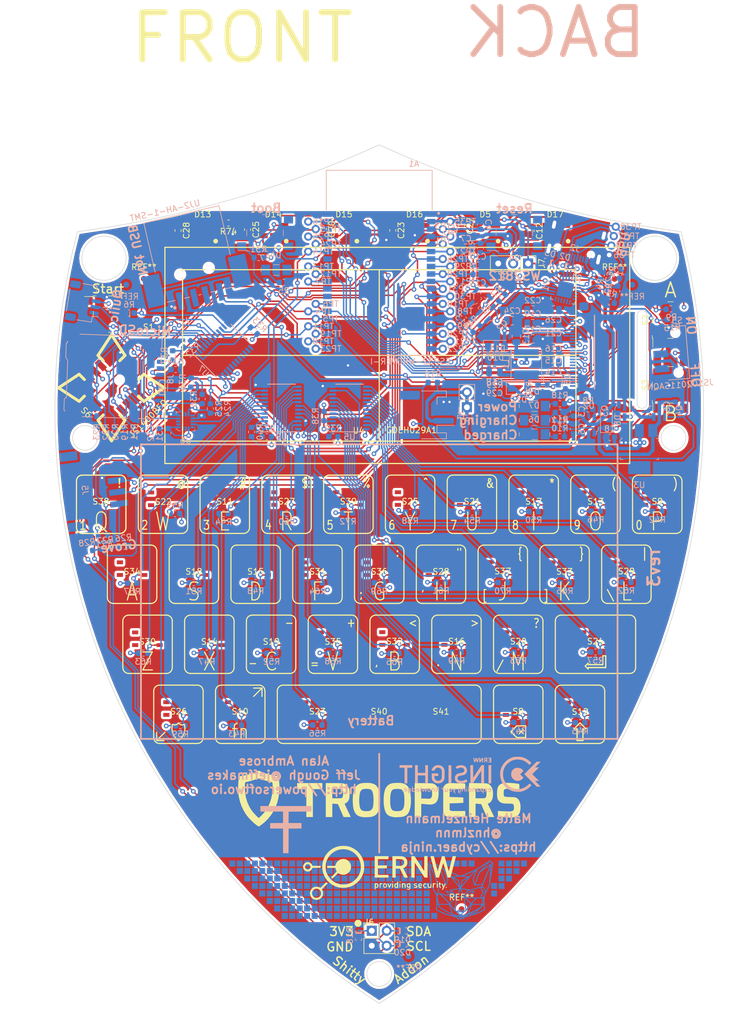
<source format=kicad_pcb>
(kicad_pcb (version 20171130) (host pcbnew 5.0.2-1.fc29)
  (layers (0 F.Cu signal) (1 In1.Cu mixed hide) (2 In2.Cu power hide) (31 B.Cu signal) (34 B.Paste user hide) (35 F.Paste user) (36 B.SilkS user hide) (37 F.SilkS user) (38 B.Mask user hide) (39 F.Mask user) (44 Edge.Cuts user hide))
  (net 0 "")
  (net 1 GND)
  (net 2 +3V3)
  (net 3 /EN)
  (net 4 /GV_SIG0_DIV)
  (net 5 /SCL)
  (net 6 /SDA)
  (net 7 /32K_XP)
  (net 8 /32K_XN)
  (net 9 /GV_SIG0)
  (net 10 /GV_SIG1)
  (net 11 /JOY_PUSH)
  (net 12 /BTN_B)
  (net 13 /BUSY)
  (net 14 /~DC~)
  (net 15 /~CS~)
  (net 16 /IO0)
  (net 17 /JOY_D)
  (net 18 /BTN_A)
  (net 19 /SCK)
  (net 20 /JOY_A)
  (net 21 /JOY_B)
  (net 22 /RXD0)
  (net 23 /TXD0)
  (net 24 /JOY_C)
  (net 25 /MOSI)
  (net 26 VBUS)
  (net 27 +BATT)
  (net 28 +VSW)
  (net 29 /d_VGL)
  (net 30 /d_VGH)
  (net 31 /d_VDD)
  (net 32 "Net-(C18-Pad2)")
  (net 33 "Net-(C18-Pad1)")
  (net 34 /d_VPP)
  (net 35 /d_VSH)
  (net 36 /d_VSL)
  (net 37 /PREVGL)
  (net 38 /d_VCOM)
  (net 39 /USB_DN)
  (net 40 /USB_DP)
  (net 41 "Net-(D4-Pad2)")
  (net 42 "Net-(D6-Pad1)")
  (net 43 "Net-(D7-Pad2)")
  (net 44 "Net-(D9-Pad1)")
  (net 45 /PREVGH)
  (net 46 /~PWR_EN~)
  (net 47 /RTS)
  (net 48 "Net-(Q1-Pad1)")
  (net 49 "Net-(Q2-Pad1)")
  (net 50 /DTR)
  (net 51 "Net-(Q3-Pad2)")
  (net 52 /GDR)
  (net 53 /RESE)
  (net 54 "Net-(R1-Pad2)")
  (net 55 "Net-(R2-Pad2)")
  (net 56 "Net-(R4-Pad2)")
  (net 57 /BTN_START)
  (net 58 "Net-(R8-Pad1)")
  (net 59 "Net-(R10-Pad1)")
  (net 60 "Net-(R26-Pad2)")
  (net 61 "Net-(S6-PadSH1)")
  (net 62 /LED_DIN)
  (net 63 "Net-(D13-Pad2)")
  (net 64 "Net-(D14-Pad2)")
  (net 65 "Net-(D15-Pad2)")
  (net 66 "Net-(D16-Pad2)")
  (net 67 /SD_CMD)
  (net 68 /_reserved_gpio8)
  (net 69 /_reserved_gpio7)
  (net 70 /_reserved_gpio6)
  (net 71 /_reserved_gpio11)
  (net 72 /SD_CLK)
  (net 73 "Net-(J8-Pad2)")
  (net 74 /ACCEL_INT)
  (net 75 /LED)
  (net 76 /IO2_SD_DAT0)
  (net 77 /_reserved_gpio10)
  (net 78 /_reserved_gpio9)
  (net 79 /_reserved_)
  (net 80 "Net-(J1-PadS1)")
  (net 81 "Net-(Q6-Pad1)")
  (net 82 "Net-(R32-Pad2)")
  (net 83 "Net-(D17-Pad2)")
  (net 84 "Net-(D17-Pad4)")
  (net 85 /BTN_INT)
  (net 86 "Net-(R38-Pad2)")
  (net 87 "Net-(R40-Pad2)")
  (net 88 /KEY_0)
  (net 89 /KEY_8)
  (net 90 /KEY_16)
  (net 91 /KEY_24)
  (net 92 /KEY_1)
  (net 93 /KEY_9)
  (net 94 /KEY_17)
  (net 95 /KEY_25)
  (net 96 /KEY_2)
  (net 97 /KEY_10)
  (net 98 /KEY_18)
  (net 99 /KEY_26)
  (net 100 /KEY_3)
  (net 101 /KEY_11)
  (net 102 /KEY_19)
  (net 103 /KEY_27)
  (net 104 /KEY_4)
  (net 105 /KEY_12)
  (net 106 /KEY_20)
  (net 107 /KEY_28)
  (net 108 /KEY_5)
  (net 109 /KEY_13)
  (net 110 /KEY_21)
  (net 111 /KEY_29)
  (net 112 /KEY_6)
  (net 113 /KEY_14)
  (net 114 /KEY_22)
  (net 115 /KEY_30)
  (net 116 /KEY_7)
  (net 117 /KEY_15)
  (net 118 /KEY_23)
  (net 119 /KEY_31)
  (net 120 /KEY_INT1)
  (net 121 /KEY_INT0)
  (net 122 "Net-(J1-Pad1)")
  (net 123 "Net-(J1-Pad2)")
  (net 124 "Net-(J1-Pad3)")
  (net 125 "Net-(J2-PadA8)")
  (net 126 "Net-(J2-PadA5)")
  (net 127 "Net-(J2-PadB8)")
  (net 128 "Net-(J2-PadB5)")
  (net 129 "Net-(J8-Pad10)")
  (net 130 "Net-(J8-Pad1)")
  (net 131 "Net-(J8-Pad8)")
  (net 132 "Net-(J8-Pad9)")
  (net 133 "Net-(S1-Pad3)")
  (net 134 "Net-(S1-Pad1)")
  (net 135 "Net-(S2-Pad3)")
  (net 136 "Net-(S2-Pad1)")
  (net 137 "Net-(S3-Pad3)")
  (net 138 "Net-(S3-Pad1)")
  (net 139 "Net-(S4-Pad4)")
  (net 140 "Net-(S4-Pad2)")
  (net 141 "Net-(S5-Pad3)")
  (net 142 "Net-(S7-Pad4)")
  (net 143 "Net-(S7-Pad2)")
  (net 144 "Net-(S8-Pad1)")
  (net 145 "Net-(S8-Pad3)")
  (net 146 "Net-(S9-Pad1)")
  (net 147 "Net-(S9-Pad3)")
  (net 148 "Net-(S10-Pad1)")
  (net 149 "Net-(S10-Pad3)")
  (net 150 "Net-(S11-Pad1)")
  (net 151 "Net-(S11-Pad3)")
  (net 152 "Net-(S12-Pad1)")
  (net 153 "Net-(S12-Pad3)")
  (net 154 "Net-(S13-Pad1)")
  (net 155 "Net-(S13-Pad3)")
  (net 156 "Net-(S14-Pad1)")
  (net 157 "Net-(S14-Pad3)")
  (net 158 "Net-(S15-Pad1)")
  (net 159 "Net-(S15-Pad3)")
  (net 160 "Net-(S16-Pad1)")
  (net 161 "Net-(S16-Pad3)")
  (net 162 "Net-(S17-Pad1)")
  (net 163 "Net-(S17-Pad3)")
  (net 164 "Net-(S18-Pad1)")
  (net 165 "Net-(S18-Pad3)")
  (net 166 "Net-(S19-Pad1)")
  (net 167 "Net-(S19-Pad3)")
  (net 168 "Net-(S20-Pad1)")
  (net 169 "Net-(S20-Pad3)")
  (net 170 "Net-(S21-Pad1)")
  (net 171 "Net-(S21-Pad3)")
  (net 172 "Net-(S22-Pad1)")
  (net 173 "Net-(S22-Pad3)")
  (net 174 "Net-(S23-Pad1)")
  (net 175 "Net-(S23-Pad3)")
  (net 176 "Net-(S24-Pad1)")
  (net 177 "Net-(S24-Pad3)")
  (net 178 "Net-(S25-Pad1)")
  (net 179 "Net-(S25-Pad3)")
  (net 180 "Net-(S26-Pad1)")
  (net 181 "Net-(S26-Pad3)")
  (net 182 "Net-(S27-Pad1)")
  (net 183 "Net-(S27-Pad3)")
  (net 184 "Net-(S28-Pad1)")
  (net 185 "Net-(S28-Pad3)")
  (net 186 "Net-(S29-Pad1)")
  (net 187 "Net-(S29-Pad3)")
  (net 188 "Net-(S30-Pad1)")
  (net 189 "Net-(S30-Pad3)")
  (net 190 "Net-(S31-Pad1)")
  (net 191 "Net-(S31-Pad3)")
  (net 192 "Net-(S32-Pad1)")
  (net 193 "Net-(S32-Pad3)")
  (net 194 "Net-(S33-Pad1)")
  (net 195 "Net-(S33-Pad3)")
  (net 196 "Net-(S34-Pad1)")
  (net 197 "Net-(S34-Pad3)")
  (net 198 "Net-(S35-Pad1)")
  (net 199 "Net-(S35-Pad3)")
  (net 200 "Net-(S36-Pad1)")
  (net 201 "Net-(S36-Pad3)")
  (net 202 "Net-(S37-Pad1)")
  (net 203 "Net-(S37-Pad3)")
  (net 204 "Net-(S38-Pad1)")
  (net 205 "Net-(S38-Pad3)")
  (net 206 "Net-(S39-Pad1)")
  (net 207 "Net-(S39-Pad3)")
  (net 208 "Net-(U1-Pad24)")
  (net 209 "Net-(U1-Pad22)")
  (net 210 "Net-(U1-Pad18)")
  (net 211 "Net-(U1-Pad17)")
  (net 212 "Net-(U1-Pad16)")
  (net 213 "Net-(U1-Pad15)")
  (net 214 "Net-(U1-Pad14)")
  (net 215 "Net-(U1-Pad13)")
  (net 216 "Net-(U1-Pad12)")
  (net 217 "Net-(U1-Pad11)")
  (net 218 "Net-(U1-Pad10)")
  (net 219 "Net-(U1-Pad1)")
  (net 220 "Net-(U3-Pad4)")
  (net 221 "Net-(U4-Pad1)")
  (net 222 "Net-(U4-Pad7)")
  (net 223 "Net-(U4-Pad6)")
  (net 224 "Net-(U6-Pad7)")
  (net 225 "Net-(U6-Pad9)")
  (net 226 "Net-(U6-Pad13)")
  (net 227 "Net-(U6-Pad16)")
  (net 228 "Net-(U6-Pad15)")
  (net 229 "Net-(U6-Pad2)")
  (net 230 "Net-(U6-Pad3)")
  (net 231 "Net-(U7-Pad20)")
  (net 232 "Net-(U7-Pad19)")
  (net 233 "Net-(U7-Pad18)")
  (net 234 "Net-(U7-Pad17)")
  (net 235 "Net-(U7-Pad16)")
  (net 236 "Net-(U7-Pad15)")
  (net 237 "Net-(U7-Pad14)")
  (net 238 "Net-(U7-Pad13)")
  (net 239 "Net-(S40-Pad3)")
  (net 240 "Net-(S40-Pad1)")
  (net 241 "Net-(S41-Pad1)")
  (net 242 "Net-(S41-Pad3)")
  (module jeffmakes-footprints:poft-icon-8mm (layer B.Cu) (at -20.2 -26.6 180)
    (fp_text reference Ref** hide)
    (fp_text value Val** hide)
  )
  (module jeffmakes-footprints:fuccs-soldering (layer F.Cu) (at 7 -19)
    (fp_text reference Ref** hide)
    (fp_text value Val** hide)
    (fp_poly (pts (xy 1.742192 -5.2674) (xy 1.646637 -5.202785) (xy 1.520413 -5.110093) (xy 1.474415 -5.074932) (xy 1.311429 -4.938641) (xy 1.219868 -4.835627) (xy 1.195002 -4.768015) (xy 1.202033 -4.70847) (xy 1.22161 -4.574334) (xy 1.252319 -4.374528) (xy 1.292747 -4.117968) (xy 1.341479 -3.813573) (xy 1.397101 -3.470262) (xy 1.458198 -3.096952) (xy 1.504691 -2.815166) (xy 1.813044 -0.9525) (xy 2.265355 -0.103512) (xy 2.717667 0.745477) (xy 2.717667 1.491509) (xy 2.71159 1.949356) (xy 2.692337 2.345547) (xy 2.658378 2.70229) (xy 2.612529 3.016518) (xy 2.608564 3.058488) (xy 2.618946 3.096083) (xy 2.653419 3.135943) (xy 2.721731 3.184707) (xy 2.833626 3.249015) (xy 2.998851 3.335507) (xy 3.227151 3.450823) (xy 3.313483 3.494077) (xy 3.551239 3.611798) (xy 3.752133 3.706878) (xy 3.934173 3.785987) (xy 4.115367 3.855799) (xy 4.313726 3.922987) (xy 4.547258 3.994222) (xy 4.833974 4.076178) (xy 5.037561 4.132869) (xy 5.354869 4.221455) (xy 5.601363 4.292455) (xy 5.788088 4.349911) (xy 5.926089 4.397865) (xy 6.026411 4.44036) (xy 6.100097 4.481436) (xy 6.158193 4.525135) (xy 6.190785 4.554893) (xy 6.340737 4.699) (xy 6.811439 4.699) (xy 7.017027 4.69821) (xy 7.155794 4.693374) (xy 7.245581 4.680789) (xy 7.304232 4.656756) (xy 7.349592 4.617572) (xy 7.381663 4.580725) (xy 7.459664 4.494507) (xy 7.519802 4.438909) (xy 7.525079 4.435321) (xy 7.576544 4.416868) (xy 7.698009 4.379339) (xy 7.71991 4.37286) (xy 7.315103 4.37286) (xy 7.304369 4.402726) (xy 7.2685 4.445) (xy 7.221932 4.484961) (xy 7.157417 4.510121) (xy 7.056209 4.52374) (xy 6.899559 4.529079) (xy 6.781667 4.529667) (xy 6.586812 4.527619) (xy 6.457648 4.519226) (xy 6.375253 4.501112) (xy 6.320703 4.469902) (xy 6.292495 4.442416) (xy 6.241796 4.374748) (xy 6.251196 4.334039) (xy 6.27535 4.316064) (xy 6.369091 4.2803) (xy 6.471535 4.298925) (xy 6.606142 4.376351) (xy 6.610058 4.379035) (xy 6.697174 4.434919) (xy 6.768032 4.459678) (xy 6.853641 4.456611) (xy 6.98501 4.429013) (xy 7.0145 4.42203) (xy 7.181579 4.383544) (xy 7.277977 4.36681) (xy 7.315103 4.37286) (xy 7.71991 4.37286) (xy 7.877848 4.326138) (xy 8.104433 4.26067) (xy 8.366139 4.186341) (xy 8.579391 4.126571) (xy 8.911045 4.033079) (xy 9.178637 3.95427) (xy 9.400058 3.883562) (xy 9.593198 3.814375) (xy 9.775948 3.740126) (xy 9.9662 3.654234) (xy 10.181843 3.550117) (xy 10.284247 3.499391) (xy 10.978684 3.153834) (xy 10.96619 3.042903) (xy 10.812453 3.042903) (xy 10.16231 3.36952) (xy 9.976578 3.46154) (xy 9.80839 3.540936) (xy 9.646186 3.611664) (xy 9.478404 3.677676) (xy 9.293484 3.742929) (xy 9.079866 3.811376) (xy 8.825989 3.886971) (xy 8.520293 3.973669) (xy 8.151218 4.075424) (xy 7.892917 4.145791) (xy 7.882727 4.129118) (xy 7.610808 4.129118) (xy 7.567326 4.17118) (xy 7.486208 4.219226) (xy 7.440326 4.231987) (xy 7.434193 4.210549) (xy 7.454401 4.191) (xy 6.1255 4.191) (xy 6.123565 4.230072) (xy 6.109331 4.233334) (xy 6.049485 4.202441) (xy 6.040834 4.191) (xy 6.042769 4.151928) (xy 6.057004 4.148667) (xy 6.116849 4.17956) (xy 6.1255 4.191) (xy 7.454401 4.191) (xy 7.477675 4.168487) (xy 7.546875 4.1275) (xy 6.612334 4.1275) (xy 6.591167 4.148667) (xy 6.582767 4.140267) (xy 5.703827 4.140267) (xy 5.659834 4.133113) (xy 5.59211 4.114192) (xy 5.458167 4.077149) (xy 5.273441 4.02624) (xy 5.053368 3.965721) (xy 4.876667 3.917207) (xy 4.531577 3.816959) (xy 4.22645 3.714308) (xy 3.927488 3.596619) (xy 3.600894 3.451256) (xy 3.486143 3.397361) (xy 2.79412 3.069167) (xy 2.821692 2.751667) (xy 2.843045 2.533687) (xy 2.86491 2.3871) (xy 2.891228 2.298704) (xy 2.925945 2.255294) (xy 2.973001 2.243667) (xy 2.973404 2.243667) (xy 3.024576 2.254917) (xy 3.06126 2.299955) (xy 3.091622 2.395709) (xy 3.122827 2.553457) (xy 3.133449 2.608612) (xy 3.149153 2.656045) (xy 3.178169 2.701713) (xy 3.228723 2.75157) (xy 3.309044 2.811575) (xy 3.42736 2.887683) (xy 3.591898 2.985851) (xy 3.810885 3.112034) (xy 4.092551 3.272189) (xy 4.199334 3.332759) (xy 4.445229 3.469575) (xy 4.684925 3.598129) (xy 4.901782 3.709854) (xy 5.079163 3.796181) (xy 5.200429 3.848544) (xy 5.202259 3.849219) (xy 5.31856 3.897814) (xy 5.440233 3.957824) (xy 5.553436 4.020661) (xy 5.64433 4.077739) (xy 5.699074 4.12047) (xy 5.703827 4.140267) (xy 6.582767 4.140267) (xy 6.57 4.1275) (xy 6.591167 4.106334) (xy 6.612334 4.1275) (xy 7.546875 4.1275) (xy 7.558793 4.120441) (xy 7.604675 4.10768) (xy 7.610808 4.129118) (xy 7.882727 4.129118) (xy 7.882334 4.128476) (xy 7.918245 4.082636) (xy 8.027737 4.026322) (xy 8.213449 3.95854) (xy 8.478017 3.878298) (xy 8.729032 3.809539) (xy 9.385167 3.635654) (xy 9.766167 3.264363) (xy 9.848611 3.185748) (xy 9.600527 3.185748) (xy 9.582067 3.221263) (xy 9.51755 3.295257) (xy 9.458473 3.354977) (xy 9.338374 3.452507) (xy 9.195153 3.525092) (xy 8.999149 3.587503) (xy 8.983 3.59179) (xy 8.826402 3.631822) (xy 8.700569 3.661861) (xy 8.628778 3.676398) (xy 8.623167 3.676953) (xy 8.642623 3.659852) (xy 8.725448 3.611818) (xy 8.85923 3.539677) (xy 9.031557 3.450256) (xy 9.08272 3.424219) (xy 9.268875 3.331562) (xy 9.426239 3.256452) (xy 9.540447 3.205505) (xy 9.597134 3.185337) (xy 9.600527 3.185748) (xy 9.848611 3.185748) (xy 9.923186 3.114637) (xy 10.069267 2.981243) (xy 10.18812 2.878686) (xy 10.263456 2.821472) (xy 10.263584 2.821394) (xy 10.344473 2.756353) (xy 10.379933 2.697672) (xy 10.38 2.695782) (xy 10.408349 2.637967) (xy 10.481167 2.547288) (xy 10.54501 2.480722) (xy 10.71002 2.319594) (xy 10.733803 2.44038) (xy 10.752144 2.551529) (xy 10.773216 2.704641) (xy 10.785019 2.802035) (xy 10.812453 3.042903) (xy 10.96619 3.042903) (xy 10.954844 2.942167) (xy 10.946661 2.837484) (xy 10.937201 2.663907) (xy 10.927142 2.437186) (xy 10.920287 2.255801) (xy 10.54251 2.255801) (xy 10.53221 2.279459) (xy 10.489584 2.324906) (xy 10.465079 2.315583) (xy 10.464667 2.309665) (xy 10.479921 2.2915) (xy 10.324749 2.2915) (xy 10.321395 2.309677) (xy 10.297958 2.402778) (xy 10.295334 2.434381) (xy 10.276541 2.510639) (xy 10.215789 2.5934) (xy 10.106516 2.687235) (xy 9.942161 2.796715) (xy 9.716163 2.926412) (xy 9.421961 3.080897) (xy 9.225859 3.179499) (xy 8.936511 3.322819) (xy 8.714163 3.431438) (xy 8.550302 3.508949) (xy 8.436414 3.558944) (xy 8.363988 3.585016) (xy 8.32451 3.590757) (xy 8.309468 3.57976) (xy 8.308634 3.566584) (xy 8.322819 3.517617) (xy 8.360063 3.403032) (xy 8.415585 3.237168) (xy 8.484606 3.034366) (xy 8.530884 2.899834) (xy 8.723702 2.341471) (xy 8.544582 2.341471) (xy 8.536444 2.38411) (xy 8.505173 2.493433) (xy 8.454909 2.65597) (xy 8.389789 2.85825) (xy 8.334075 3.02678) (xy 8.109747 3.698268) (xy 7.794957 3.831878) (xy 7.60707 3.905061) (xy 7.457771 3.943831) (xy 7.31208 3.955681) (xy 7.226167 3.953693) (xy 7.095973 3.942416) (xy 7.037667 3.930323) (xy 6.619917 3.930323) (xy 6.499709 3.995467) (xy 6.423188 4.033962) (xy 6.355879 4.053177) (xy 6.278405 4.051102) (xy 6.171391 4.025723) (xy 6.015461 3.97503) (xy 5.892697 3.932441) (xy 5.515951 3.800882) (xy 5.47112 3.66579) (xy 5.287301 3.66579) (xy 5.265435 3.698256) (xy 5.21341 3.694793) (xy 5.130247 3.664379) (xy 5.024834 3.620078) (xy 4.955016 3.585375) (xy 4.828853 3.517255) (xy 4.659353 3.423185) (xy 4.459524 3.310632) (xy 4.242377 3.187064) (xy 4.020918 3.059948) (xy 3.808156 2.93675) (xy 3.6171 2.824938) (xy 3.460759 2.73198) (xy 3.35214 2.665342) (xy 3.304253 2.632492) (xy 3.304107 2.632341) (xy 3.280915 2.575813) (xy 3.255477 2.468485) (xy 3.247313 2.422656) (xy 3.217912 2.241811) (xy 4.033059 2.253322) (xy 4.848206 2.264834) (xy 5.092725 2.997129) (xy 5.181718 3.263066) (xy 5.244464 3.457171) (xy 5.279984 3.588421) (xy 5.287301 3.66579) (xy 5.47112 3.66579) (xy 5.261078 3.032858) (xy 5.185244 2.799964) (xy 5.123652 2.602166) (xy 5.079457 2.450362) (xy 5.055811 2.35545) (xy 5.055866 2.328327) (xy 5.057853 2.330442) (xy 5.101452 2.38793) (xy 5.184073 2.49864) (xy 5.294578 2.647588) (xy 5.421826 2.81979) (xy 5.446003 2.852579) (xy 5.600608 3.056738) (xy 5.722956 3.203138) (xy 5.826238 3.305453) (xy 5.923647 3.37736) (xy 5.985753 3.4121) (xy 6.099308 3.479398) (xy 6.173079 3.541838) (xy 6.189 3.571878) (xy 6.221399 3.624414) (xy 6.305663 3.70397) (xy 6.404459 3.779493) (xy 6.619917 3.930323) (xy 7.037667 3.930323) (xy 7.011389 3.924873) (xy 6.991151 3.907699) (xy 7.035291 3.867102) (xy 7.127475 3.800613) (xy 7.196693 3.755188) (xy 7.307761 3.67264) (xy 7.384902 3.592808) (xy 7.40399 3.557571) (xy 7.405206 3.556) (xy 7.224601 3.556) (xy 7.013717 3.701834) (xy 6.900587 3.779138) (xy 6.819342 3.832903) (xy 6.79058 3.850001) (xy 6.752007 3.829521) (xy 6.663608 3.773816) (xy 6.558312 3.704167) (xy 6.338297 3.556) (xy 7.224601 3.556) (xy 7.405206 3.556) (xy 7.452585 3.494811) (xy 7.545815 3.430053) (xy 7.64794 3.38379) (xy 7.721083 3.375768) (xy 7.754908 3.346699) (xy 7.829111 3.260448) (xy 7.934462 3.128443) (xy 7.974001 3.076768) (xy 7.656558 3.076768) (xy 7.654925 3.145425) (xy 7.600938 3.20339) (xy 7.517186 3.251718) (xy 7.356022 3.3344) (xy 7.35456 3.331442) (xy 7.193825 3.331442) (xy 7.167246 3.366718) (xy 7.058942 3.389097) (xy 6.985509 3.394942) (xy 6.769492 3.40122) (xy 6.586956 3.394914) (xy 6.451945 3.377517) (xy 6.378506 3.350522) (xy 6.370086 3.329522) (xy 6.422505 3.291787) (xy 6.535352 3.266441) (xy 6.685308 3.253431) (xy 6.849053 3.2527) (xy 7.003268 3.264196) (xy 7.124634 3.287863) (xy 7.189831 3.323647) (xy 7.193825 3.331442) (xy 7.35456 3.331442) (xy 7.311377 3.244117) (xy 7.257683 3.183684) (xy 7.155169 3.14166) (xy 7.024199 3.115232) (xy 6.810591 3.096294) (xy 6.606351 3.104712) (xy 6.431069 3.137215) (xy 6.304334 3.190534) (xy 6.251958 3.244117) (xy 6.220244 3.299149) (xy 6.182487 3.312291) (xy 6.111428 3.284797) (xy 6.0495 3.253438) (xy 5.947268 3.190325) (xy 5.909456 3.130459) (xy 5.91255 3.078488) (xy 5.924726 3.014207) (xy 5.947969 2.883378) (xy 5.979935 2.699801) (xy 6.018282 2.477278) (xy 6.060665 2.229612) (xy 6.104742 1.970603) (xy 6.148169 1.714055) (xy 6.188603 1.473767) (xy 6.2237 1.263543) (xy 6.249689 1.105847) (xy 6.080843 1.105847) (xy 6.07836 1.14963) (xy 6.063676 1.262008) (xy 6.039221 1.428181) (xy 6.007423 1.633349) (xy 5.970712 1.862714) (xy 5.931515 2.101476) (xy 5.892262 2.334837) (xy 5.85538 2.547996) (xy 5.8233 2.726154) (xy 5.79845 2.854513) (xy 5.783531 2.917496) (xy 5.773392 2.944066) (xy 5.759643 2.953872) (xy 5.734221 2.93818) (xy 5.689063 2.888255) (xy 5.616104 2.795365) (xy 5.507281 2.650773) (xy 5.38184 2.482417) (xy 5.109477 2.116667) (xy 4.886203 2.116667) (xy 4.037621 2.116667) (xy 3.747688 2.116098) (xy 3.531355 2.113763) (xy 3.377562 2.108723) (xy 3.275245 2.100035) (xy 3.213344 2.08676) (xy 3.180795 2.067957) (xy 3.178479 2.06385) (xy 3.001237 2.06385) (xy 2.983991 2.109558) (xy 2.952419 2.116667) (xy 2.915697 2.099964) (xy 2.896282 2.038679) (xy 2.890261 1.916049) (xy 2.890639 1.852084) (xy 2.896484 1.720538) (xy 2.909673 1.67073) (xy 2.930797 1.703298) (xy 2.960444 1.818882) (xy 2.988156 1.957917) (xy 3.001237 2.06385) (xy 3.178479 2.06385) (xy 3.166538 2.042684) (xy 3.166508 2.042584) (xy 3.144114 1.957045) (xy 3.110416 1.814091) (xy 3.069343 1.631993) (xy 3.024826 1.429025) (xy 2.980794 1.223459) (xy 2.941177 1.033569) (xy 2.909904 0.877626) (xy 2.890906 0.773904) (xy 2.887 0.742929) (xy 2.920938 0.688103) (xy 3.007954 0.614611) (xy 3.081024 0.567197) (xy 3.275047 0.453492) (xy 3.613329 0.787663) (xy 3.768662 0.943576) (xy 3.960104 1.139461) (xy 4.166217 1.353187) (xy 4.365563 1.562625) (xy 4.418907 1.61925) (xy 4.886203 2.116667) (xy 5.109477 2.116667) (xy 5.071002 2.065) (xy 5.568154 1.57743) (xy 5.734738 1.41585) (xy 5.879491 1.27885) (xy 5.992126 1.175893) (xy 6.062353 1.116443) (xy 6.080843 1.105847) (xy 6.249689 1.105847) (xy 6.251117 1.097185) (xy 6.268511 0.988493) (xy 6.273667 0.951605) (xy 6.312699 0.942294) (xy 6.4166 0.935238) (xy 6.565581 0.931592) (xy 6.6208 0.931334) (xy 6.793116 0.933978) (xy 6.89164 0.94314) (xy 6.92712 0.960661) (xy 6.917134 0.982134) (xy 6.872326 1.043027) (xy 6.891713 1.079866) (xy 6.98252 1.097375) (xy 7.098361 1.100667) (xy 7.233812 1.104583) (xy 7.307211 1.121979) (xy 7.341024 1.161323) (xy 7.351002 1.195917) (xy 7.363642 1.265812) (xy 7.386831 1.405) (xy 7.418243 1.59909) (xy 7.455553 1.833692) (xy 7.496437 2.094417) (xy 7.503192 2.137834) (xy 7.544475 2.40118) (xy 7.582663 2.640485) (xy 7.615417 2.841421) (xy 7.640394 2.989659) (xy 7.655255 3.07087) (xy 7.656558 3.076768) (xy 7.974001 3.076768) (xy 8.061732 2.962112) (xy 8.140546 2.856324) (xy 8.274965 2.676185) (xy 8.391169 2.524203) (xy 8.480326 2.411632) (xy 8.533603 2.349726) (xy 8.544582 2.341471) (xy 8.723702 2.341471) (xy 8.750167 2.264834) (xy 9.548812 2.253298) (xy 9.828029 2.249867) (xy 10.033185 2.249326) (xy 10.174857 2.252447) (xy 10.263622 2.260001) (xy 10.310061 2.272762) (xy 10.324749 2.2915) (xy 10.479921 2.2915) (xy 10.494736 2.273859) (xy 10.513541 2.260791) (xy 10.54251 2.255801) (xy 10.920287 2.255801) (xy 10.91716 2.17307) (xy 10.909123 1.924176) (xy 10.715235 1.924176) (xy 10.709538 2.033816) (xy 10.694186 2.091516) (xy 10.665612 2.113618) (xy 10.634 2.116667) (xy 10.563076 2.086982) (xy 10.550301 2.042584) (xy 10.561413 1.966326) (xy 10.589698 1.836156) (xy 10.629151 1.679589) (xy 10.631146 1.672167) (xy 10.711025 1.375834) (xy 10.714846 1.74625) (xy 10.715235 1.924176) (xy 10.909123 1.924176) (xy 10.907932 1.88731) (xy 10.90481 1.778) (xy 10.896605 1.47031) (xy 10.89169 1.240506) (xy 10.576284 1.240506) (xy 10.570899 1.283122) (xy 10.548271 1.3903) (xy 10.512262 1.544608) (xy 10.478055 1.683749) (xy 10.369499 2.116667) (xy 9.54925 2.116667) (xy 9.296183 2.115074) (xy 9.074804 2.110637) (xy 8.89799 2.103864) (xy 8.778615 2.095268) (xy 8.729553 2.085357) (xy 8.729435 2.085101) (xy 8.475 2.085101) (xy 8.450989 2.129729) (xy 8.38534 2.227979) (xy 8.287632 2.366054) (xy 8.167443 2.530156) (xy 8.146917 2.557703) (xy 8.005771 2.742633) (xy 7.9053 2.863694) (xy 7.839169 2.927434) (xy 7.80104 2.940399) (xy 7.789265 2.927245) (xy 7.773963 2.86536) (xy 7.748626 2.733686) (xy 7.715691 2.546175) (xy 7.677597 2.31678) (xy 7.636783 2.059454) (xy 7.630515 2.018904) (xy 7.591051 1.760331) (xy 7.556454 1.529084) (xy 7.528689 1.338676) (xy 7.509722 1.202623) (xy 7.501517 1.134436) (xy 7.501334 1.130595) (xy 7.529341 1.141942) (xy 7.606834 1.20498) (xy 7.724022 1.310946) (xy 7.871116 1.451076) (xy 7.988167 1.566334) (xy 8.151983 1.731636) (xy 8.292301 1.876953) (xy 8.399048 1.99155) (xy 8.462152 2.064693) (xy 8.475 2.085101) (xy 8.729435 2.085101) (xy 8.729 2.08416) (xy 8.757466 2.044333) (xy 8.835801 1.956577) (xy 8.95341 1.832232) (xy 9.099698 1.682636) (xy 9.170226 1.61193) (xy 9.588577 1.195003) (xy 9.303114 1.195003) (xy 9.284127 1.231197) (xy 9.219134 1.313006) (xy 9.121629 1.425808) (xy 9.005104 1.554983) (xy 8.883054 1.685911) (xy 8.768973 1.80397) (xy 8.676353 1.89454) (xy 8.61869 1.943001) (xy 8.608771 1.947334) (xy 8.570613 1.919101) (xy 8.484897 1.841858) (xy 8.363605 1.726788) (xy 8.218721 1.585072) (xy 8.190046 1.556586) (xy 8.044071 1.409634) (xy 7.922712 1.284446) (xy 7.83718 1.192813) (xy 7.798685 1.146525) (xy 7.797614 1.143836) (xy 7.83714 1.13759) (xy 7.944858 1.135306) (xy 8.104411 1.136426) (xy 8.299444 1.140396) (xy 8.513602 1.14666) (xy 8.73053 1.154662) (xy 8.933872 1.163846) (xy 9.107274 1.173656) (xy 9.234379 1.183536) (xy 9.298832 1.192931) (xy 9.303114 1.195003) (xy 9.588577 1.195003) (xy 9.611451 1.172207) (xy 10.088704 1.201193) (xy 10.279476 1.213585) (xy 10.435881 1.225272) (xy 10.54059 1.234856) (xy 10.576284 1.240506) (xy 10.89169 1.240506) (xy 10.891594 1.236054) (xy 10.89046 1.064041) (xy 10.893889 0.943075) (xy 10.902566 0.861963) (xy 10.917173 0.809511) (xy 10.938396 0.774524) (xy 10.966919 0.745809) (xy 10.967975 0.744856) (xy 11.042231 0.625626) (xy 11.057334 0.529214) (xy 11.080092 0.429563) (xy 11.147759 0.260746) (xy 11.259427 0.024794) (xy 11.414185 -0.27626) (xy 11.438167 -0.321475) (xy 11.557561 -0.550394) (xy 11.661646 -0.758648) (xy 11.744133 -0.932932) (xy 11.798731 -1.059944) (xy 11.819149 -1.126377) (xy 11.819167 -1.127265) (xy 11.825905 -1.187068) (xy 11.845097 -1.321322) (xy 11.875324 -1.520957) (xy 11.915166 -1.776903) (xy 11.963201 -2.08009) (xy 12.018011 -2.421447) (xy 12.078173 -2.791904) (xy 12.116444 -3.025562) (xy 12.398683 -4.743259) (xy 12.218333 -4.743259) (xy 12.214471 -4.625495) (xy 12.193516 -4.437136) (xy 12.154995 -4.173254) (xy 12.131741 -4.028171) (xy 12.092519 -3.794129) (xy 12.057104 -3.593371) (xy 12.027954 -3.439) (xy 12.007526 -3.34412) (xy 11.998899 -3.31999) (xy 11.996983 -3.364993) (xy 12.001271 -3.479555) (xy 12.010962 -3.648859) (xy 12.025255 -3.858087) (xy 12.034806 -3.985032) (xy 12.047464 -4.13327) (xy 11.891175 -4.13327) (xy 11.889803 -4.090605) (xy 11.882062 -3.97301) (xy 11.868674 -3.789925) (xy 11.850363 -3.550788) (xy 11.82785 -3.26504) (xy 11.80186 -2.942119) (xy 11.773114 -2.591464) (xy 11.773109 -2.5914) (xy 11.64633 -1.058243) (xy 11.362415 -0.531185) (xy 11.250792 -0.32592) (xy 11.172042 -0.18774) (xy 11.120072 -0.108562) (xy 11.08879 -0.080304) (xy 11.072102 -0.094883) (xy 11.064698 -0.136268) (xy 11.051277 -0.175764) (xy 10.930334 -0.175764) (xy 10.930334 0.55328) (xy 10.72925 0.80546) (xy 10.591697 0.962496) (xy 10.489456 1.043487) (xy 10.421289 1.048761) (xy 10.385958 0.978642) (xy 10.38 0.897592) (xy 10.39244 0.786773) (xy 10.44054 0.691356) (xy 10.540473 0.580195) (xy 10.549334 0.5715) (xy 10.643654 0.473609) (xy 10.694314 0.392977) (xy 10.714818 0.295727) (xy 10.718572 0.151615) (xy 10.549334 0.151615) (xy 10.53941 0.282033) (xy 10.496792 0.374443) (xy 10.402205 0.470433) (xy 10.401167 0.471346) (xy 10.307358 0.565472) (xy 10.264225 0.655465) (xy 10.253077 0.782994) (xy 10.253 0.801663) (xy 10.246766 0.926899) (xy 10.230973 1.014968) (xy 10.22125 1.034664) (xy 10.167966 1.046153) (xy 10.049938 1.050753) (xy 9.886837 1.048131) (xy 9.766167 1.042406) (xy 9.600356 1.034036) (xy 9.368292 1.024336) (xy 9.088365 1.013968) (xy 8.778964 1.003595) (xy 8.45848 0.993882) (xy 8.293748 0.989316) (xy 8.00463 0.980511) (xy 7.744614 0.97054) (xy 7.525337 0.960016) (xy 7.358432 0.949553) (xy 7.255536 0.939766) (xy 7.227225 0.933045) (xy 7.230012 0.927713) (xy 6.010503 0.927713) (xy 5.985826 0.95684) (xy 5.909929 1.035343) (xy 5.792339 1.153622) (xy 5.642586 1.302077) (xy 5.502503 1.43956) (xy 4.9825 1.947787) (xy 4.293184 1.243405) (xy 4.098847 1.043614) (xy 3.926963 0.864589) (xy 3.785576 0.714899) (xy 3.682727 0.603114) (xy 3.626459 0.537803) (xy 3.618428 0.524461) (xy 3.662004 0.530345) (xy 3.772385 0.556229) (xy 3.935091 0.598425) (xy 4.135644 0.653247) (xy 4.244245 0.683857) (xy 4.522725 0.759925) (xy 4.752191 0.813422) (xy 4.963537 0.849756) (xy 5.187659 0.874338) (xy 5.427 0.890953) (xy 5.637043 0.903337) (xy 5.814174 0.914167) (xy 5.942573 0.922448) (xy 6.006418 0.927183) (xy 6.010503 0.927713) (xy 7.230012 0.927713) (xy 7.247701 0.89388) (xy 7.314271 0.806797) (xy 7.410208 0.691025) (xy 7.187311 0.691025) (xy 7.168398 0.72405) (xy 7.142417 0.745398) (xy 7.065471 0.774059) (xy 6.939711 0.793905) (xy 6.787414 0.804699) (xy 6.630857 0.806203) (xy 6.492316 0.79818) (xy 6.394068 0.78039) (xy 6.358334 0.753771) (xy 6.372999 0.687172) (xy 6.412275 0.569151) (xy 6.469083 0.416844) (xy 6.536342 0.247387) (xy 6.606974 0.077915) (xy 6.673899 -0.074436) (xy 6.730038 -0.19253) (xy 6.768311 -0.259232) (xy 6.780099 -0.267111) (xy 6.807955 -0.216935) (xy 6.862242 -0.105931) (xy 6.935053 0.049338) (xy 7.016001 0.226815) (xy 7.102978 0.421831) (xy 7.158153 0.554489) (xy 7.18508 0.639363) (xy 7.187311 0.691025) (xy 7.410208 0.691025) (xy 7.414866 0.685405) (xy 7.537416 0.543312) (xy 7.669851 0.394125) (xy 7.800102 0.251454) (xy 7.916099 0.128905) (xy 8.005773 0.040087) (xy 8.055163 -0.000424) (xy 8.110539 -0.020738) (xy 8.233159 -0.060101) (xy 8.409631 -0.114575) (xy 8.626562 -0.180221) (xy 8.661953 -0.190792) (xy 8.128986 -0.190792) (xy 8.112123 -0.173718) (xy 8.064755 -0.169333) (xy 7.993182 -0.136432) (xy 7.879484 -0.042415) (xy 7.731785 0.105692) (xy 7.673266 0.169334) (xy 7.54568 0.307395) (xy 7.43761 0.418314) (xy 7.362105 0.489068) (xy 7.334003 0.508) (xy 7.304613 0.471664) (xy 7.249793 0.372889) (xy 7.17754 0.227023) (xy 7.100716 0.060332) (xy 7.023543 -0.117062) (xy 6.963286 -0.264298) (xy 6.926185 -0.365493) (xy 6.918177 -0.403866) (xy 6.603579 -0.403866) (xy 6.59635 -0.359253) (xy 6.562514 -0.250915) (xy 6.507414 -0.093532) (xy 6.436398 0.098215) (xy 6.354809 0.309645) (xy 6.267993 0.526078) (xy 6.242212 0.588622) (xy 6.182401 0.732743) (xy 6.147389 0.69785) (xy 5.723334 0.69785) (xy 5.685847 0.696813) (xy 5.589722 0.683063) (xy 5.508879 0.66913) (xy 5.341879 0.61865) (xy 5.14014 0.526767) (xy 4.98113 0.436809) (xy 4.829196 0.336254) (xy 4.700082 0.238505) (xy 4.61569 0.160538) (xy 4.601942 0.142899) (xy 4.558357 0.071149) (xy 4.547608 0.042657) (xy 4.590818 0.054152) (xy 4.692218 0.08384) (xy 4.817363 0.121509) (xy 5.063857 0.226744) (xy 5.337996 0.398701) (xy 5.399446 0.443815) (xy 5.53834 0.549352) (xy 5.647443 0.63415) (xy 5.712046 0.686674) (xy 5.723334 0.69785) (xy 6.147389 0.69785) (xy 5.741882 0.293724) (xy 5.589146 0.137773) (xy 5.463667 0.002441) (xy 5.375163 -0.101202) (xy 5.333355 -0.162087) (xy 5.332432 -0.172645) (xy 5.383726 -0.190319) (xy 5.498945 -0.217597) (xy 5.660276 -0.251238) (xy 5.849908 -0.288004) (xy 6.050031 -0.324653) (xy 6.242834 -0.357947) (xy 6.410505 -0.384646) (xy 6.535233 -0.40151) (xy 6.599207 -0.405298) (xy 6.603579 -0.403866) (xy 6.918177 -0.403866) (xy 6.918046 -0.40449) (xy 6.963482 -0.403747) (xy 7.07373 -0.389763) (xy 7.23055 -0.365758) (xy 7.415703 -0.33495) (xy 7.610949 -0.300558) (xy 7.798049 -0.265801) (xy 7.958764 -0.233897) (xy 8.074854 -0.208066) (xy 8.128079 -0.191526) (xy 8.128986 -0.190792) (xy 8.661953 -0.190792) (xy 8.870562 -0.253101) (xy 9.128237 -0.329275) (xy 9.386196 -0.404804) (xy 9.631047 -0.475751) (xy 9.849397 -0.538177) (xy 10.027855 -0.588142) (xy 10.153028 -0.621709) (xy 10.211525 -0.634937) (xy 10.2128 -0.635) (xy 10.237045 -0.597221) (xy 10.251358 -0.501902) (xy 10.253 -0.449524) (xy 10.262627 -0.321957) (xy 10.305221 -0.236228) (xy 10.401167 -0.151037) (xy 10.496292 -0.066964) (xy 10.53903 0.017194) (xy 10.549314 0.142151) (xy 10.549334 0.151615) (xy 10.718572 0.151615) (xy 10.718667 0.147984) (xy 10.718667 0.14666) (xy 10.715589 0.00074) (xy 10.697566 -0.091333) (xy 10.651413 -0.16036) (xy 10.563943 -0.237141) (xy 10.549334 -0.24891) (xy 10.442775 -0.346213) (xy 10.392294 -0.432079) (xy 10.38 -0.531161) (xy 10.398059 -0.643483) (xy 10.45102 -0.680049) (xy 10.537064 -0.641394) (xy 10.654369 -0.528049) (xy 10.73736 -0.426549) (xy 10.930334 -0.175764) (xy 11.051277 -0.175764) (xy 11.027011 -0.247174) (xy 10.937636 -0.400946) (xy 10.820389 -0.563007) (xy 10.708745 -0.709744) (xy 10.642502 -0.812161) (xy 10.612351 -0.890554) (xy 10.608985 -0.96522) (xy 10.612978 -0.99561) (xy 10.464667 -0.99561) (xy 10.453491 -0.896125) (xy 10.405495 -0.850073) (xy 10.34825 -0.835345) (xy 10.273422 -0.817004) (xy 10.131769 -0.777894) (xy 9.937407 -0.722082) (xy 9.704455 -0.653635) (xy 9.44703 -0.576618) (xy 9.385167 -0.557914) (xy 9.125237 -0.481327) (xy 8.887233 -0.415251) (xy 8.685005 -0.36321) (xy 8.532406 -0.328726) (xy 8.443287 -0.315322) (xy 8.432667 -0.315661) (xy 8.356317 -0.32732) (xy 8.213051 -0.350425) (xy 8.019426 -0.38226) (xy 7.792 -0.420109) (xy 7.628334 -0.447586) (xy 7.396021 -0.487185) (xy 7.194666 -0.522384) (xy 7.038321 -0.550656) (xy 6.941039 -0.569472) (xy 6.915334 -0.575826) (xy 6.915506 -0.576191) (xy 6.605628 -0.576191) (xy 6.561373 -0.566016) (xy 6.446914 -0.543776) (xy 6.27546 -0.511921) (xy 6.060218 -0.472907) (xy 5.814398 -0.429187) (xy 5.808467 -0.428141) (xy 5.561634 -0.38383) (xy 5.344693 -0.343339) (xy 5.170972 -0.309282) (xy 5.053797 -0.284273) (xy 5.006494 -0.270926) (xy 5.006361 -0.270805) (xy 5.026619 -0.23504) (xy 5.096056 -0.151791) (xy 5.203873 -0.03333) (xy 5.339269 0.108069) (xy 5.344562 0.113474) (xy 5.702167 0.478348) (xy 5.430523 0.2736) (xy 5.276589 0.166638) (xy 5.122365 0.082852) (xy 4.940291 0.009371) (xy 4.702805 -0.066676) (xy 4.700273 -0.067429) (xy 4.518424 -0.120237) (xy 4.370687 -0.160798) (xy 4.273174 -0.184847) (xy 4.241667 -0.188789) (xy 4.261454 -0.147664) (xy 4.313515 -0.053505) (xy 4.3869 0.073922) (xy 4.392559 0.083588) (xy 4.555129 0.309225) (xy 4.720642 0.450569) (xy 4.905043 0.564407) (xy 5.027013 0.640595) (xy 5.095739 0.686646) (xy 5.120405 0.710071) (xy 5.110196 0.718383) (xy 5.074299 0.719095) (xy 5.048796 0.718954) (xy 4.977919 0.708183) (xy 4.839542 0.677703) (xy 4.64761 0.63094) (xy 4.416068 0.571317) (xy 4.158862 0.502258) (xy 4.096296 0.485056) (xy 3.836317 0.413151) (xy 3.600213 0.347654) (xy 3.401597 0.29236) (xy 3.254083 0.251058) (xy 3.171284 0.227543) (xy 3.162499 0.22495) (xy 3.105357 0.214215) (xy 3.117764 0.246635) (xy 3.131489 0.263707) (xy 3.157627 0.31767) (xy 3.121483 0.367288) (xy 3.07973 0.396813) (xy 2.998158 0.446012) (xy 2.95318 0.465667) (xy 2.956948 0.428839) (xy 2.98477 0.32997) (xy 3.03147 0.186481) (xy 3.063188 0.09525) (xy 3.123476 -0.079634) (xy 3.159807 -0.210537) (xy 3.175816 -0.327888) (xy 3.175655 -0.359833) (xy 3.052952 -0.359833) (xy 2.924152 0.03175) (xy 2.866472 0.198512) (xy 2.815634 0.329934) (xy 2.778664 0.408636) (xy 2.76583 0.423334) (xy 2.737822 0.387721) (xy 2.676983 0.288415) (xy 2.589786 0.136715) (xy 2.482703 -0.056081) (xy 2.362206 -0.278674) (xy 2.341822 -0.316847) (xy 1.947335 -1.057028) (xy 1.823831 -2.528764) (xy 1.795252 -2.874649) (xy 1.76965 -3.194889) (xy 1.747762 -3.479419) (xy 1.730328 -3.718175) (xy 1.718086 -3.901096) (xy 1.711775 -4.018117) (xy 1.71158 -4.058038) (xy 1.729806 -4.03363) (xy 1.776848 -3.939154) (xy 1.849083 -3.782747) (xy 1.942883 -3.572544) (xy 2.054625 -3.316681) (xy 2.180683 -3.023296) (xy 2.317431 -2.700524) (xy 2.334036 -2.661038) (xy 2.493519 -2.280647) (xy 2.623225 -1.968396) (xy 2.7266 -1.714548) (xy 2.807094 -1.509367) (xy 2.868154 -1.343119) (xy 2.913228 -1.206068) (xy 2.945764 -1.088477) (xy 2.96921 -0.980611) (xy 2.987014 -0.872734) (xy 2.999095 -0.783166) (xy 3.052952 -0.359833) (xy 3.175655 -0.359833) (xy 3.175138 -0.462121) (xy 3.161407 -0.643665) (xy 3.157143 -0.69134) (xy 3.142149 -0.868331) (xy 3.131978 -1.009906) (xy 3.127852 -1.097569) (xy 3.128961 -1.116849) (xy 3.17867 -1.122303) (xy 3.29253 -1.117306) (xy 3.451883 -1.104068) (xy 3.638074 -1.084801) (xy 3.832447 -1.061715) (xy 4.016346 -1.037019) (xy 4.171116 -1.012925) (xy 4.2781 -0.991643) (xy 4.318534 -0.9759) (xy 4.353572 -0.95508) (xy 4.404913 -0.985277) (xy 4.445451 -1.044816) (xy 4.453334 -1.08369) (xy 4.467524 -1.145711) (xy 4.478618 -1.180874) (xy 4.242189 -1.180874) (xy 3.871512 -1.210568) (xy 3.671546 -1.227649) (xy 3.475444 -1.24617) (xy 3.319465 -1.26267) (xy 3.293899 -1.265715) (xy 3.086964 -1.291166) (xy 2.438493 -2.83465) (xy 2.296566 -3.173658) (xy 2.166083 -3.487635) (xy 2.050463 -3.76818) (xy 1.953126 -4.006894) (xy 1.877488 -4.195378) (xy 1.826968 -4.325232) (xy 1.804986 -4.388056) (xy 1.804476 -4.392587) (xy 1.841163 -4.372755) (xy 1.936688 -4.309368) (xy 2.081652 -4.208994) (xy 2.266657 -4.078199) (xy 2.482304 -3.923552) (xy 2.662311 -3.793088) (xy 3.505693 -3.179138) (xy 3.795068 -2.383319) (xy 3.889467 -2.124396) (xy 3.97939 -1.879001) (xy 4.058817 -1.663465) (xy 4.12173 -1.494123) (xy 4.162108 -1.387308) (xy 4.163317 -1.384187) (xy 4.242189 -1.180874) (xy 4.478618 -1.180874) (xy 4.505768 -1.266924) (xy 4.561577 -1.427558) (xy 4.604967 -1.54579) (xy 4.735532 -1.894327) (xy 4.558011 -1.894327) (xy 4.54779 -1.837621) (xy 4.541432 -1.815092) (xy 4.481637 -1.63398) (xy 4.424652 -1.494014) (xy 4.376359 -1.407084) (xy 4.34264 -1.385079) (xy 4.334592 -1.397) (xy 4.314133 -1.453691) (xy 4.268877 -1.577658) (xy 4.203284 -1.756727) (xy 4.121818 -1.978723) (xy 4.028939 -2.231472) (xy 3.978027 -2.369888) (xy 3.88106 -2.630934) (xy 3.7925 -2.864619) (xy 3.716853 -3.059436) (xy 3.658623 -3.203876) (xy 3.622317 -3.286431) (xy 3.613421 -3.301222) (xy 3.579198 -3.336604) (xy 3.498484 -3.424204) (xy 3.381149 -3.553058) (xy 3.237064 -3.712202) (xy 3.161942 -3.795495) (xy 2.937924 -3.795495) (xy 2.905873 -3.809326) (xy 2.832188 -3.856715) (xy 2.710841 -3.941354) (xy 2.535802 -4.066934) (xy 2.301042 -4.237146) (xy 2.178582 -4.326179) (xy 1.968258 -4.47823) (xy 1.781306 -4.61165) (xy 1.628439 -4.718936) (xy 1.520368 -4.792584) (xy 1.467807 -4.825093) (xy 1.464969 -4.826) (xy 1.455794 -4.793818) (xy 1.467459 -4.751916) (xy 1.479174 -4.690236) (xy 1.495801 -4.561538) (xy 1.515703 -4.383217) (xy 1.537243 -4.172668) (xy 1.558783 -3.947286) (xy 1.578686 -3.724466) (xy 1.595314 -3.521602) (xy 1.60703 -3.35609) (xy 1.612197 -3.245325) (xy 1.61191 -3.217333) (xy 1.603941 -3.236805) (xy 1.584056 -3.328333) (xy 1.554464 -3.480495) (xy 1.517377 -3.681868) (xy 1.475006 -3.921028) (xy 1.468554 -3.958166) (xy 1.426705 -4.208726) (xy 1.392736 -4.429997) (xy 1.36843 -4.608769) (xy 1.355569 -4.731836) (xy 1.355937 -4.785986) (xy 1.356669 -4.787018) (xy 1.402545 -4.825) (xy 1.492769 -4.897889) (xy 1.578539 -4.966535) (xy 1.77291 -5.121533) (xy 2.234607 -4.60335) (xy 2.403359 -4.413932) (xy 2.564361 -4.233178) (xy 2.703865 -4.076523) (xy 2.808123 -3.959407) (xy 2.844569 -3.918441) (xy 2.901243 -3.853744) (xy 2.934371 -3.811531) (xy 2.937924 -3.795495) (xy 3.161942 -3.795495) (xy 3.076099 -3.890674) (xy 2.908126 -4.077511) (xy 2.743016 -4.26175) (xy 2.590638 -4.432427) (xy 2.460865 -4.57858) (xy 2.363566 -4.689246) (xy 2.360173 -4.693143) (xy 2.371113 -4.696583) (xy 2.441105 -4.660311) (xy 2.558766 -4.5916) (xy 2.712711 -4.497719) (xy 2.891556 -4.385938) (xy 3.083918 -4.263527) (xy 3.278412 -4.137756) (xy 3.463654 -4.015895) (xy 3.628259 -3.905215) (xy 3.760845 -3.812985) (xy 3.850027 -3.746476) (xy 3.872404 -3.727401) (xy 3.909477 -3.667946) (xy 3.970142 -3.541879) (xy 4.048823 -3.362072) (xy 4.139946 -3.141396) (xy 4.237933 -2.892722) (xy 4.26795 -2.814281) (xy 4.374318 -2.53278) (xy 4.453159 -2.318325) (xy 4.50771 -2.159085) (xy 4.54121 -2.043227) (xy 4.556898 -1.958918) (xy 4.558011 -1.894327) (xy 4.735532 -1.894327) (xy 4.7566 -1.950567) (xy 4.479235 -2.676941) (xy 4.392137 -2.907818) (xy 4.31787 -3.110042) (xy 4.260914 -3.270961) (xy 4.225751 -3.37792) (xy 4.216721 -3.418164) (xy 4.254512 -3.399018) (xy 4.338595 -3.322861) (xy 4.461527 -3.198113) (xy 4.615865 -3.033196) (xy 4.794167 -2.836528) (xy 4.988991 -2.616531) (xy 5.192895 -2.381624) (xy 5.398436 -2.140227) (xy 5.598172 -1.900761) (xy 5.78466 -1.671646) (xy 5.950459 -1.461301) (xy 5.977922 -1.425572) (xy 6.153012 -1.195632) (xy 6.308777 -0.988937) (xy 6.438479 -0.814601) (xy 6.535381 -0.681742) (xy 6.592749 -0.599473) (xy 6.605628 -0.576191) (xy 6.915506 -0.576191) (xy 6.93289 -0.612908) (xy 6.998896 -0.705221) (xy 7.10616 -0.844183) (xy 7.247488 -1.021211) (xy 7.415687 -1.227724) (xy 7.603564 -1.455137) (xy 7.803925 -1.69487) (xy 8.009578 -1.93834) (xy 8.21333 -2.176963) (xy 8.234395 -2.201333) (xy 7.990145 -2.201333) (xy 7.971836 -2.170136) (xy 7.907838 -2.083199) (xy 7.805838 -1.950508) (xy 7.673524 -1.782045) (xy 7.518582 -1.587794) (xy 7.49882 -1.563209) (xy 7.33952 -1.36711) (xy 7.198542 -1.197219) (xy 7.084228 -1.06329) (xy 7.004922 -0.975078) (xy 6.968966 -0.942337) (xy 6.968002 -0.942554) (xy 6.970803 -0.98814) (xy 6.992158 -1.097455) (xy 7.028266 -1.252569) (xy 7.061385 -1.383001) (xy 7.172237 -1.805979) (xy 7.570179 -2.003656) (xy 7.736288 -2.085191) (xy 7.872836 -2.150373) (xy 7.963041 -2.191303) (xy 7.990145 -2.201333) (xy 8.234395 -2.201333) (xy 8.407987 -2.402158) (xy 8.41676 -2.412152) (xy 7.967 -2.412152) (xy 7.955675 -2.393268) (xy 7.880159 -2.344016) (xy 7.752249 -2.271361) (xy 7.583747 -2.182269) (xy 7.53834 -2.159095) (xy 7.046179 -1.909581) (xy 6.958886 -1.579207) (xy 6.909869 -1.393242) (xy 6.862448 -1.212576) (xy 6.826232 -1.073832) (xy 6.823848 -1.064643) (xy 6.792935 -0.95821) (xy 6.769326 -0.899606) (xy 6.763053 -0.89531) (xy 6.761263 -0.901312) (xy 6.604966 -0.901312) (xy 6.597113 -0.889) (xy 6.566008 -0.920939) (xy 6.491861 -1.009863) (xy 6.382969 -1.145434) (xy 6.247629 -1.317312) (xy 6.094141 -1.515158) (xy 6.083796 -1.52859) (xy 5.931608 -1.728474) (xy 5.800547 -1.904844) (xy 5.69823 -2.047092) (xy 5.632277 -2.144609) (xy 5.610308 -2.186786) (xy 5.610622 -2.187399) (xy 5.653974 -2.177678) (xy 5.755686 -2.136179) (xy 5.898969 -2.070135) (xy 6.014452 -2.013452) (xy 6.21137 -1.908822) (xy 6.338562 -1.826395) (xy 6.405803 -1.75924) (xy 6.421069 -1.725061) (xy 6.441142 -1.636386) (xy 6.472591 -1.495554) (xy 6.50851 -1.3335) (xy 6.544241 -1.175175) (xy 6.575533 -1.042607) (xy 6.595727 -0.963986) (xy 6.595994 -0.963083) (xy 6.604966 -0.901312) (xy 6.761263 -0.901312) (xy 6.749631 -0.940312) (xy 6.723446 -1.050556) (xy 6.688569 -1.208309) (xy 6.657589 -1.354666) (xy 6.617686 -1.544264) (xy 6.582507 -1.70716) (xy 6.556538 -1.822828) (xy 6.545887 -1.865946) (xy 6.502104 -1.909119) (xy 6.396795 -1.978101) (xy 6.245477 -2.063588) (xy 6.063668 -2.156278) (xy 6.052962 -2.161462) (xy 5.579326 -2.3902) (xy 5.74658 -2.418655) (xy 6.366859 -2.494376) (xy 6.96383 -2.503976) (xy 7.353167 -2.475187) (xy 7.564478 -2.452589) (xy 7.748493 -2.433364) (xy 7.887145 -2.419369) (xy 7.962367 -2.412459) (xy 7.967 -2.412152) (xy 8.41676 -2.412152) (xy 8.586356 -2.605342) (xy 8.741243 -2.777933) (xy 8.865457 -2.911348) (xy 8.915724 -2.962577) (xy 9.071715 -3.115242) (xy 9.204098 -3.241469) (xy 9.302546 -3.331676) (xy 9.356733 -3.376283) (xy 9.364 -3.378486) (xy 9.349557 -3.331584) (xy 9.309573 -3.219359) (xy 9.249063 -3.055445) (xy 9.173047 -2.853479) (xy 9.11 -2.688166) (xy 9.0252 -2.462621) (xy 8.952413 -2.260692) (xy 8.896764 -2.097275) (xy 8.863379 -1.987266) (xy 8.856 -1.949914) (xy 8.86997 -1.887303) (xy 8.907159 -1.766884) (xy 8.960489 -1.608345) (xy 9.02288 -1.431373) (xy 9.087254 -1.255655) (xy 9.146532 -1.100879) (xy 9.193635 -0.986732) (xy 9.221483 -0.932902) (xy 9.221811 -0.932559) (xy 9.25692 -0.944188) (xy 9.276886 -0.969706) (xy 9.340801 -1.004117) (xy 9.485149 -1.0346) (xy 9.705755 -1.060299) (xy 9.729668 -1.062388) (xy 9.929215 -1.079905) (xy 10.115033 -1.097102) (xy 10.258829 -1.111322) (xy 10.305917 -1.116462) (xy 10.409489 -1.123978) (xy 10.454054 -1.100991) (xy 10.464479 -1.028572) (xy 10.464667 -0.99561) (xy 10.612978 -0.99561) (xy 10.614986 -1.010885) (xy 10.634271 -1.072774) (xy 10.680781 -1.199204) (xy 10.750399 -1.3801) (xy 10.839006 -1.605389) (xy 10.942486 -1.864997) (xy 11.056721 -2.148851) (xy 11.177594 -2.446877) (xy 11.300988 -2.749001) (xy 11.422785 -3.04515) (xy 11.538868 -3.32525) (xy 11.64512 -3.579227) (xy 11.737423 -3.797009) (xy 11.811659 -3.96852) (xy 11.863713 -4.083688) (xy 11.889466 -4.132439) (xy 11.891175 -4.13327) (xy 12.047464 -4.13327) (xy 12.061179 -4.293864) (xy 12.072415 -4.394774) (xy 11.808602 -4.394774) (xy 11.787815 -4.344554) (xy 11.737852 -4.225049) (xy 11.662388 -4.045008) (xy 11.565094 -3.813181) (xy 11.449642 -3.538318) (xy 11.319706 -3.229168) (xy 11.178958 -2.894482) (xy 11.142914 -2.808801) (xy 10.499081 -1.278435) (xy 10.069124 -1.238118) (xy 9.806571 -1.214167) (xy 9.617214 -1.199104) (xy 9.490048 -1.192932) (xy 9.414071 -1.195653) (xy 9.378279 -1.207268) (xy 9.371668 -1.22778) (xy 9.374645 -1.23825) (xy 9.394256 -1.291852) (xy 9.438398 -1.413016) (xy 9.502698 -1.589725) (xy 9.582784 -1.80996) (xy 9.674284 -2.061702) (xy 9.725019 -2.201333) (xy 9.821669 -2.464916) (xy 9.910722 -2.703186) (xy 9.987542 -2.904098) (xy 10.047489 -3.05561) (xy 10.085926 -3.145678) (xy 10.095832 -3.16418) (xy 10.143376 -3.207739) (xy 10.244306 -3.287979) (xy 10.387799 -3.397121) (xy 10.563028 -3.527388) (xy 10.759167 -3.671002) (xy 10.965392 -3.820184) (xy 11.170877 -3.967158) (xy 11.364796 -4.104145) (xy 11.536324 -4.223367) (xy 11.674635 -4.317046) (xy 11.768905 -4.377405) (xy 11.808306 -4.396664) (xy 11.808602 -4.394774) (xy 12.072415 -4.394774) (xy 12.086852 -4.524425) (xy 12.113169 -4.683082) (xy 12.141472 -4.776205) (xy 12.173103 -4.810165) (xy 12.205578 -4.795356) (xy 12.218333 -4.743259) (xy 12.398683 -4.743259) (xy 12.413554 -4.833759) (xy 12.412733 -4.834412) (xy 12.096446 -4.834412) (xy 12.054109 -4.800628) (xy 11.956942 -4.727357) (xy 11.817216 -4.623562) (xy 11.647199 -4.498207) (xy 11.45916 -4.360255) (xy 11.265367 -4.21867) (xy 11.07809 -4.082415) (xy 10.909597 -3.960452) (xy 10.772158 -3.861746) (xy 10.678041 -3.79526) (xy 10.639514 -3.769957) (xy 10.6394 -3.769933) (xy 10.648816 -3.7958) (xy 10.681734 -3.841725) (xy 10.768659 -3.946928) (xy 10.890094 -4.086348) (xy 11.035469 -4.24865) (xy 11.194212 -4.422497) (xy 11.35575 -4.596552) (xy 11.50369 -4.75331) (xy 11.27909 -4.75331) (xy 11.239368 -4.697922) (xy 11.180956 -4.631136) (xy 11.104411 -4.54706) (xy 10.983386 -4.413229) (xy 10.829886 -4.242961) (xy 10.655917 -4.04957) (xy 10.478828 -3.852333) (xy 9.928244 -3.2385) (xy 9.619011 -2.391833) (xy 9.52469 -2.133786) (xy 9.43809 -1.897235) (xy 9.36418 -1.695723) (xy 9.307928 -1.542792) (xy 9.274302 -1.451984) (xy 9.269542 -1.439333) (xy 9.247124 -1.392326) (xy 9.223968 -1.388657) (xy 9.191773 -1.438529) (xy 9.142238 -1.552149) (xy 9.107261 -1.638836) (xy 8.985214 -1.944172) (xy 9.302406 -2.776438) (xy 9.398633 -3.027654) (xy 9.486101 -3.25361) (xy 9.559869 -3.44173) (xy 9.590951 -3.51938) (xy 9.258167 -3.51938) (xy 8.771334 -3.026809) (xy 8.2845 -2.534238) (xy 7.975506 -2.562092) (xy 7.786907 -2.580616) (xy 7.600156 -2.601425) (xy 7.468081 -2.61833) (xy 7.275182 -2.645924) (xy 6.279716 -2.645924) (xy 6.238892 -2.630375) (xy 6.133709 -2.613761) (xy 5.977334 -2.594539) (xy 5.733034 -2.564964) (xy 5.552195 -2.547913) (xy 5.416155 -2.55032) (xy 5.306252 -2.579121) (xy 5.203824 -2.64125) (xy 5.090209 -2.743644) (xy 4.946747 -2.893236) (xy 4.825243 -3.022678) (xy 4.371652 -3.503421) (xy 5.22741 -3.124292) (xy 5.485028 -3.010262) (xy 5.723434 -2.90493) (xy 5.929325 -2.814157) (xy 6.089396 -2.743807) (xy 6.190343 -2.699742) (xy 6.210167 -2.691222) (xy 6.266651 -2.664757) (xy 6.279716 -2.645924) (xy 7.275182 -2.645924) (xy 7.269652 -2.646715) (xy 8.009909 -2.971649) (xy 8.262276 -3.082419) (xy 8.506824 -3.189749) (xy 8.725588 -3.285754) (xy 8.900603 -3.362549) (xy 9.004167 -3.407981) (xy 9.258167 -3.51938) (xy 9.590951 -3.51938) (xy 9.614993 -3.57944) (xy 9.646532 -3.654165) (xy 9.650549 -3.662237) (xy 9.69094 -3.696391) (xy 9.789776 -3.768807) (xy 9.934798 -3.871167) (xy 10.11375 -3.995154) (xy 10.314372 -4.13245) (xy 10.524407 -4.274737) (xy 10.731597 -4.413698) (xy 10.923685 -4.541016) (xy 11.088412 -4.648373) (xy 11.21352 -4.727452) (xy 11.269 -4.760431) (xy 11.27909 -4.75331) (xy 11.50369 -4.75331) (xy 11.509513 -4.759479) (xy 11.644929 -4.899941) (xy 11.751426 -5.006603) (xy 11.818433 -5.068126) (xy 11.835207 -5.078662) (xy 11.897832 -5.052883) (xy 11.977986 -4.992928) (xy 12.051922 -4.921001) (xy 12.095891 -4.859305) (xy 12.096446 -4.834412) (xy 12.412733 -4.834412) (xy 12.317527 -4.910088) (xy 12.229699 -4.980039) (xy 12.108892 -5.076423) (xy 12.031 -5.138631) (xy 11.921682 -5.221366) (xy 11.837364 -5.276818) (xy 11.804223 -5.291256) (xy 11.761192 -5.268858) (xy 11.656475 -5.20521) (xy 11.49889 -5.105942) (xy 11.297252 -4.976684) (xy 11.06038 -4.823066) (xy 10.797089 -4.65072) (xy 10.666295 -4.564566) (xy 9.564644 -3.837466) (xy 8.235823 -3.252233) (xy 7.918112 -3.113716) (xy 7.62108 -2.986898) (xy 7.354563 -2.875772) (xy 7.128397 -2.784334) (xy 6.952415 -2.716577) (xy 6.836455 -2.676496) (xy 6.79476 -2.667) (xy 6.730194 -2.683628) (xy 6.598251 -2.730842) (xy 6.408833 -2.804634) (xy 6.171843 -2.900999) (xy 5.89718 -3.01593) (xy 5.594748 -3.145421) (xy 5.366843 -3.24477) (xy 4.051167 -3.822539) (xy 2.937251 -4.557103) (xy 2.663082 -4.737213) (xy 2.41127 -4.90132) (xy 2.190561 -5.043824) (xy 2.009704 -5.159129) (xy 1.877446 -5.241638) (xy 1.802534 -5.285754) (xy 1.789249 -5.291666) (xy 1.742192 -5.2674)) (layer B.Cu) (width 0.01))
    (fp_poly (pts (xy 1.837907 4.138084) (xy 1.849834 4.6355) (xy 2.34725 4.647427) (xy 2.844667 4.659354) (xy 2.844667 3.640667) (xy 1.82598 3.640667) (xy 1.837907 4.138084)) (layer B.Cu) (width 0.01))
    (fp_poly (pts (xy 0.558667 4.656667) (xy 1.574667 4.656667) (xy 1.574667 3.640667) (xy 0.558667 3.640667) (xy 0.558667 4.656667)) (layer B.Cu) (width 0.01))
    (fp_poly (pts (xy -0.711333 4.656667) (xy 0.304667 4.656667) (xy 0.304667 3.640667) (xy -0.711333 3.640667) (xy -0.711333 4.656667)) (layer B.Cu) (width 0.01))
    (fp_poly (pts (xy -1.981333 4.656667) (xy -0.965333 4.656667) (xy -0.965333 3.640667) (xy -1.981333 3.640667) (xy -1.981333 4.656667)) (layer B.Cu) (width 0.01))
    (fp_poly (pts (xy -3.251333 4.656667) (xy -2.235333 4.656667) (xy -2.235333 3.640667) (xy -3.251333 3.640667) (xy -3.251333 4.656667)) (layer B.Cu) (width 0.01))
    (fp_poly (pts (xy -4.521333 4.656667) (xy -3.505333 4.656667) (xy -3.505333 3.640667) (xy -4.521333 3.640667) (xy -4.521333 4.656667)) (layer B.Cu) (width 0.01))
    (fp_poly (pts (xy -5.791333 4.656667) (xy -4.775333 4.656667) (xy -4.775333 3.640667) (xy -5.791333 3.640667) (xy -5.791333 4.656667)) (layer B.Cu) (width 0.01))
    (fp_poly (pts (xy -7.061333 4.656667) (xy -6.045333 4.656667) (xy -6.045333 3.640667) (xy -7.061333 3.640667) (xy -7.061333 4.656667)) (layer B.Cu) (width 0.01))
    (fp_poly (pts (xy -8.331333 4.656667) (xy -7.315333 4.656667) (xy -7.315333 3.640667) (xy -8.331333 3.640667) (xy -8.331333 4.656667)) (layer B.Cu) (width 0.01))
    (fp_poly (pts (xy -9.601333 4.656667) (xy -8.585333 4.656667) (xy -8.585333 3.640667) (xy -9.601333 3.640667) (xy -9.601333 4.656667)) (layer B.Cu) (width 0.01))
    (fp_poly (pts (xy -10.871333 4.656667) (xy -9.855333 4.656667) (xy -9.855333 3.640667) (xy -10.871333 3.640667) (xy -10.871333 4.656667)) (layer B.Cu) (width 0.01))
    (fp_poly (pts (xy -12.141333 4.656667) (xy -11.125333 4.656667) (xy -11.125333 3.640667) (xy -12.141333 3.640667) (xy -12.141333 4.656667)) (layer B.Cu) (width 0.01))
    (fp_poly (pts (xy -13.411333 4.656667) (xy -12.395333 4.656667) (xy -12.395333 3.640667) (xy -13.411333 3.640667) (xy -13.411333 4.656667)) (layer B.Cu) (width 0.01))
    (fp_poly (pts (xy -14.681333 4.656667) (xy -13.665333 4.656667) (xy -13.665333 3.640667) (xy -14.681333 3.640667) (xy -14.681333 4.656667)) (layer B.Cu) (width 0.01))
    (fp_poly (pts (xy -15.951333 4.656667) (xy -14.935333 4.656667) (xy -14.935333 3.640667) (xy -15.951333 3.640667) (xy -15.951333 4.656667)) (layer B.Cu) (width 0.01))
    (fp_poly (pts (xy -17.221333 4.656667) (xy -16.205333 4.656667) (xy -16.205333 3.640667) (xy -17.221333 3.640667) (xy -17.221333 4.656667)) (layer B.Cu) (width 0.01))
    (fp_poly (pts (xy -18.491333 4.656667) (xy -17.475333 4.656667) (xy -17.475333 3.640667) (xy -18.491333 3.640667) (xy -18.491333 4.656667)) (layer B.Cu) (width 0.01))
    (fp_poly (pts (xy -19.761333 4.656667) (xy -18.745333 4.656667) (xy -18.745333 3.640667) (xy -19.761333 3.640667) (xy -19.761333 4.656667)) (layer B.Cu) (width 0.01))
    (fp_poly (pts (xy -21.031333 4.656667) (xy -20.015333 4.656667) (xy -20.015333 3.640667) (xy -21.031333 3.640667) (xy -21.031333 4.656667)) (layer B.Cu) (width 0.01))
    (fp_poly (pts (xy -22.301333 4.656667) (xy -21.285333 4.656667) (xy -21.285333 3.640667) (xy -22.301333 3.640667) (xy -22.301333 4.656667)) (layer B.Cu) (width 0.01))
    (fp_poly (pts (xy -23.571333 4.656667) (xy -22.555333 4.656667) (xy -22.555333 3.640667) (xy -23.571333 3.640667) (xy -23.571333 4.656667)) (layer B.Cu) (width 0.01))
    (fp_poly (pts (xy 0.558667 3.386667) (xy 1.574667 3.386667) (xy 1.574667 2.370667) (xy 0.558667 2.370667) (xy 0.558667 3.386667)) (layer B.Cu) (width 0.01))
    (fp_poly (pts (xy -0.711333 3.386667) (xy 0.304667 3.386667) (xy 0.304667 2.370667) (xy -0.711333 2.370667) (xy -0.711333 3.386667)) (layer B.Cu) (width 0.01))
    (fp_poly (pts (xy -1.981333 3.386667) (xy -0.965333 3.386667) (xy -0.965333 2.370667) (xy -1.981333 2.370667) (xy -1.981333 3.386667)) (layer B.Cu) (width 0.01))
    (fp_poly (pts (xy -3.251333 3.386667) (xy -2.235333 3.386667) (xy -2.235333 2.370667) (xy -3.251333 2.370667) (xy -3.251333 3.386667)) (layer B.Cu) (width 0.01))
    (fp_poly (pts (xy -4.521333 3.386667) (xy -3.505333 3.386667) (xy -3.505333 2.370667) (xy -4.521333 2.370667) (xy -4.521333 3.386667)) (layer B.Cu) (width 0.01))
    (fp_poly (pts (xy -5.791333 3.386667) (xy -4.775333 3.386667) (xy -4.775333 2.370667) (xy -5.791333 2.370667) (xy -5.791333 3.386667)) (layer B.Cu) (width 0.01))
    (fp_poly (pts (xy -7.061333 3.386667) (xy -6.045333 3.386667) (xy -6.045333 2.370667) (xy -7.061333 2.370667) (xy -7.061333 3.386667)) (layer B.Cu) (width 0.01))
    (fp_poly (pts (xy -8.331333 3.386667) (xy -7.315333 3.386667) (xy -7.315333 2.370667) (xy -8.331333 2.370667) (xy -8.331333 3.386667)) (layer B.Cu) (width 0.01))
    (fp_poly (pts (xy -9.601333 3.386667) (xy -8.585333 3.386667) (xy -8.585333 2.370667) (xy -9.601333 2.370667) (xy -9.601333 3.386667)) (layer B.Cu) (width 0.01))
    (fp_poly (pts (xy -10.871333 3.386667) (xy -9.855333 3.386667) (xy -9.855333 2.370667) (xy -10.871333 2.370667) (xy -10.871333 3.386667)) (layer B.Cu) (width 0.01))
    (fp_poly (pts (xy -12.141333 3.386667) (xy -11.125333 3.386667) (xy -11.125333 2.370667) (xy -12.141333 2.370667) (xy -12.141333 3.386667)) (layer B.Cu) (width 0.01))
    (fp_poly (pts (xy -13.411333 3.386667) (xy -12.395333 3.386667) (xy -12.395333 2.370667) (xy -13.411333 2.370667) (xy -13.411333 3.386667)) (layer B.Cu) (width 0.01))
    (fp_poly (pts (xy -14.681333 3.386667) (xy -13.665333 3.386667) (xy -13.665333 2.370667) (xy -14.681333 2.370667) (xy -14.681333 3.386667)) (layer B.Cu) (width 0.01))
    (fp_poly (pts (xy -15.951333 3.386667) (xy -14.935333 3.386667) (xy -14.935333 2.370667) (xy -15.951333 2.370667) (xy -15.951333 3.386667)) (layer B.Cu) (width 0.01))
    (fp_poly (pts (xy -17.221333 3.386667) (xy -16.205333 3.386667) (xy -16.205333 2.370667) (xy -17.221333 2.370667) (xy -17.221333 3.386667)) (layer B.Cu) (width 0.01))
    (fp_poly (pts (xy -18.491333 3.386667) (xy -17.475333 3.386667) (xy -17.475333 2.370667) (xy -18.491333 2.370667) (xy -18.491333 3.386667)) (layer B.Cu) (width 0.01))
    (fp_poly (pts (xy -19.761333 3.386667) (xy -18.745333 3.386667) (xy -18.745333 2.370667) (xy -19.761333 2.370667) (xy -19.761333 3.386667)) (layer B.Cu) (width 0.01))
    (fp_poly (pts (xy -21.031333 3.386667) (xy -20.015333 3.386667) (xy -20.015333 2.370667) (xy -21.031333 2.370667) (xy -21.031333 3.386667)) (layer B.Cu) (width 0.01))
    (fp_poly (pts (xy -22.301333 3.386667) (xy -21.285333 3.386667) (xy -21.285333 2.370667) (xy -22.301333 2.370667) (xy -22.301333 3.386667)) (layer B.Cu) (width 0.01))
    (fp_poly (pts (xy -23.571333 3.386667) (xy -22.555333 3.386667) (xy -22.555333 2.370667) (xy -23.571333 2.370667) (xy -23.571333 3.386667)) (layer B.Cu) (width 0.01))
    (fp_poly (pts (xy -24.841333 3.386667) (xy -23.825333 3.386667) (xy -23.825333 2.370667) (xy -24.841333 2.370667) (xy -24.841333 3.386667)) (layer B.Cu) (width 0.01))
    (fp_poly (pts (xy 0.558667 2.116667) (xy 1.574667 2.116667) (xy 1.574667 1.100667) (xy 0.558667 1.100667) (xy 0.558667 2.116667)) (layer B.Cu) (width 0.01))
    (fp_poly (pts (xy -0.711333 2.116667) (xy 0.304667 2.116667) (xy 0.304667 1.100667) (xy -0.711333 1.100667) (xy -0.711333 2.116667)) (layer B.Cu) (width 0.01))
    (fp_poly (pts (xy -1.981333 2.116667) (xy -0.965333 2.116667) (xy -0.965333 1.100667) (xy -1.981333 1.100667) (xy -1.981333 2.116667)) (layer B.Cu) (width 0.01))
    (fp_poly (pts (xy -3.251333 2.116667) (xy -2.235333 2.116667) (xy -2.235333 1.100667) (xy -3.251333 1.100667) (xy -3.251333 2.116667)) (layer B.Cu) (width 0.01))
    (fp_poly (pts (xy -4.521333 2.116667) (xy -3.505333 2.116667) (xy -3.505333 1.100667) (xy -4.521333 1.100667) (xy -4.521333 2.116667)) (layer B.Cu) (width 0.01))
    (fp_poly (pts (xy -5.791333 2.116667) (xy -4.775333 2.116667) (xy -4.775333 1.100667) (xy -5.791333 1.100667) (xy -5.791333 2.116667)) (layer B.Cu) (width 0.01))
    (fp_poly (pts (xy -7.061333 2.116667) (xy -6.045333 2.116667) (xy -6.045333 1.100667) (xy -7.061333 1.100667) (xy -7.061333 2.116667)) (layer B.Cu) (width 0.01))
    (fp_poly (pts (xy -8.331333 2.116667) (xy -7.315333 2.116667) (xy -7.315333 1.100667) (xy -8.331333 1.100667) (xy -8.331333 2.116667)) (layer B.Cu) (width 0.01))
    (fp_poly (pts (xy -9.601333 2.116667) (xy -8.585333 2.116667) (xy -8.585333 1.100667) (xy -9.601333 1.100667) (xy -9.601333 2.116667)) (layer B.Cu) (width 0.01))
    (fp_poly (pts (xy -10.871333 2.116667) (xy -9.855333 2.116667) (xy -9.855333 1.100667) (xy -10.871333 1.100667) (xy -10.871333 2.116667)) (layer B.Cu) (width 0.01))
    (fp_poly (pts (xy -12.141333 2.116667) (xy -11.125333 2.116667) (xy -11.125333 1.100667) (xy -12.141333 1.100667) (xy -12.141333 2.116667)) (layer B.Cu) (width 0.01))
    (fp_poly (pts (xy -13.411333 2.116667) (xy -12.395333 2.116667) (xy -12.395333 1.100667) (xy -13.411333 1.100667) (xy -13.411333 2.116667)) (layer B.Cu) (width 0.01))
    (fp_poly (pts (xy -14.681333 2.116667) (xy -13.665333 2.116667) (xy -13.665333 1.100667) (xy -14.681333 1.100667) (xy -14.681333 2.116667)) (layer B.Cu) (width 0.01))
    (fp_poly (pts (xy -15.951333 2.116667) (xy -14.935333 2.116667) (xy -14.935333 1.100667) (xy -15.951333 1.100667) (xy -15.951333 2.116667)) (layer B.Cu) (width 0.01))
    (fp_poly (pts (xy -17.221333 2.116667) (xy -16.205333 2.116667) (xy -16.205333 1.100667) (xy -17.221333 1.100667) (xy -17.221333 2.116667)) (layer B.Cu) (width 0.01))
    (fp_poly (pts (xy -18.491333 2.116667) (xy -17.475333 2.116667) (xy -17.475333 1.100667) (xy -18.491333 1.100667) (xy -18.491333 2.116667)) (layer B.Cu) (width 0.01))
    (fp_poly (pts (xy -19.761333 2.116667) (xy -18.745333 2.116667) (xy -18.745333 1.100667) (xy -19.761333 1.100667) (xy -19.761333 2.116667)) (layer B.Cu) (width 0.01))
    (fp_poly (pts (xy -21.031333 2.116667) (xy -20.015333 2.116667) (xy -20.015333 1.100667) (xy -21.031333 1.100667) (xy -21.031333 2.116667)) (layer B.Cu) (width 0.01))
    (fp_poly (pts (xy -22.301333 2.116667) (xy -21.285333 2.116667) (xy -21.285333 1.100667) (xy -22.301333 1.100667) (xy -22.301333 2.116667)) (layer B.Cu) (width 0.01))
    (fp_poly (pts (xy -23.571333 2.116667) (xy -22.555333 2.116667) (xy -22.555333 1.100667) (xy -23.571333 1.100667) (xy -23.571333 2.116667)) (layer B.Cu) (width 0.01))
    (fp_poly (pts (xy -24.841333 2.116667) (xy -23.825333 2.116667) (xy -23.825333 1.100667) (xy -24.841333 1.100667) (xy -24.841333 2.116667)) (layer B.Cu) (width 0.01))
    (fp_poly (pts (xy -26.111333 2.116667) (xy -25.095333 2.116667) (xy -25.095333 1.100667) (xy -26.111333 1.100667) (xy -26.111333 2.116667)) (layer B.Cu) (width 0.01))
    (fp_poly (pts (xy 12.50725 -0.160093) (xy 12.009834 -0.148166) (xy 12.009834 0.8255) (xy 12.50725 0.837427) (xy 13.004667 0.849354) (xy 13.004667 -0.17202) (xy 12.50725 -0.160093)) (layer B.Cu) (width 0.01))
    (fp_poly (pts (xy 0.558667 0.846667) (xy 1.574667 0.846667) (xy 1.574667 -0.169333) (xy 0.558667 -0.169333) (xy 0.558667 0.846667)) (layer B.Cu) (width 0.01))
    (fp_poly (pts (xy -0.711333 0.846667) (xy 0.304667 0.846667) (xy 0.304667 -0.169333) (xy -0.711333 -0.169333) (xy -0.711333 0.846667)) (layer B.Cu) (width 0.01))
    (fp_poly (pts (xy -1.981333 0.846667) (xy -0.965333 0.846667) (xy -0.965333 -0.169333) (xy -1.981333 -0.169333) (xy -1.981333 0.846667)) (layer B.Cu) (width 0.01))
    (fp_poly (pts (xy -3.251333 0.846667) (xy -2.235333 0.846667) (xy -2.235333 -0.169333) (xy -3.251333 -0.169333) (xy -3.251333 0.846667)) (layer B.Cu) (width 0.01))
    (fp_poly (pts (xy -4.521333 0.846667) (xy -3.505333 0.846667) (xy -3.505333 -0.169333) (xy -4.521333 -0.169333) (xy -4.521333 0.846667)) (layer B.Cu) (width 0.01))
    (fp_poly (pts (xy -5.791333 0.846667) (xy -4.775333 0.846667) (xy -4.775333 -0.169333) (xy -5.791333 -0.169333) (xy -5.791333 0.846667)) (layer B.Cu) (width 0.01))
    (fp_poly (pts (xy -7.061333 0.846667) (xy -6.045333 0.846667) (xy -6.045333 -0.169333) (xy -7.061333 -0.169333) (xy -7.061333 0.846667)) (layer B.Cu) (width 0.01))
    (fp_poly (pts (xy -8.331333 0.846667) (xy -7.315333 0.846667) (xy -7.315333 -0.169333) (xy -8.331333 -0.169333) (xy -8.331333 0.846667)) (layer B.Cu) (width 0.01))
    (fp_poly (pts (xy -9.601333 0.846667) (xy -8.585333 0.846667) (xy -8.585333 -0.169333) (xy -9.601333 -0.169333) (xy -9.601333 0.846667)) (layer B.Cu) (width 0.01))
    (fp_poly (pts (xy -10.871333 0.846667) (xy -9.855333 0.846667) (xy -9.855333 -0.169333) (xy -10.871333 -0.169333) (xy -10.871333 0.846667)) (layer B.Cu) (width 0.01))
    (fp_poly (pts (xy -12.141333 0.846667) (xy -11.125333 0.846667) (xy -11.125333 -0.169333) (xy -12.141333 -0.169333) (xy -12.141333 0.846667)) (layer B.Cu) (width 0.01))
    (fp_poly (pts (xy -13.411333 0.846667) (xy -12.395333 0.846667) (xy -12.395333 -0.169333) (xy -13.411333 -0.169333) (xy -13.411333 0.846667)) (layer B.Cu) (width 0.01))
    (fp_poly (pts (xy -14.681333 0.846667) (xy -13.665333 0.846667) (xy -13.665333 -0.169333) (xy -14.681333 -0.169333) (xy -14.681333 0.846667)) (layer B.Cu) (width 0.01))
    (fp_poly (pts (xy -15.951333 0.846667) (xy -14.935333 0.846667) (xy -14.935333 -0.169333) (xy -15.951333 -0.169333) (xy -15.951333 0.846667)) (layer B.Cu) (width 0.01))
    (fp_poly (pts (xy -17.221333 0.846667) (xy -16.205333 0.846667) (xy -16.205333 -0.169333) (xy -17.221333 -0.169333) (xy -17.221333 0.846667)) (layer B.Cu) (width 0.01))
    (fp_poly (pts (xy -18.491333 0.846667) (xy -17.475333 0.846667) (xy -17.475333 -0.169333) (xy -18.491333 -0.169333) (xy -18.491333 0.846667)) (layer B.Cu) (width 0.01))
    (fp_poly (pts (xy -19.761333 0.846667) (xy -18.745333 0.846667) (xy -18.745333 -0.169333) (xy -19.761333 -0.169333) (xy -19.761333 0.846667)) (layer B.Cu) (width 0.01))
    (fp_poly (pts (xy -21.031333 0.846667) (xy -20.015333 0.846667) (xy -20.015333 -0.169333) (xy -21.031333 -0.169333) (xy -21.031333 0.846667)) (layer B.Cu) (width 0.01))
    (fp_poly (pts (xy -22.301333 0.846667) (xy -21.285333 0.846667) (xy -21.285333 -0.169333) (xy -22.301333 -0.169333) (xy -22.301333 0.846667)) (layer B.Cu) (width 0.01))
    (fp_poly (pts (xy -23.571333 0.846667) (xy -22.555333 0.846667) (xy -22.555333 -0.169333) (xy -23.571333 -0.169333) (xy -23.571333 0.846667)) (layer B.Cu) (width 0.01))
    (fp_poly (pts (xy -24.841333 0.846667) (xy -23.825333 0.846667) (xy -23.825333 -0.169333) (xy -24.841333 -0.169333) (xy -24.841333 0.846667)) (layer B.Cu) (width 0.01))
    (fp_poly (pts (xy -26.111333 0.846667) (xy -25.095333 0.846667) (xy -25.095333 -0.169333) (xy -26.111333 -0.169333) (xy -26.111333 0.846667)) (layer B.Cu) (width 0.01))
    (fp_poly (pts (xy -27.381333 0.846667) (xy -26.365333 0.846667) (xy -26.365333 -0.169333) (xy -27.381333 -0.169333) (xy -27.381333 0.846667)) (layer B.Cu) (width 0.01))
    (fp_poly (pts (xy 13.77725 -1.430093) (xy 13.279834 -1.418166) (xy 13.279834 -0.4445) (xy 13.77725 -0.432573) (xy 14.274667 -0.420646) (xy 14.274667 -1.44202) (xy 13.77725 -1.430093)) (layer B.Cu) (width 0.01))
    (fp_poly (pts (xy 12.50725 -1.430093) (xy 12.009834 -1.418166) (xy 12.009834 -0.4445) (xy 12.50725 -0.432573) (xy 13.004667 -0.420646) (xy 13.004667 -1.44202) (xy 12.50725 -1.430093)) (layer B.Cu) (width 0.01))
    (fp_poly (pts (xy 0.558667 -0.423333) (xy 1.574667 -0.423333) (xy 1.574667 -1.439333) (xy 0.558667 -1.439333) (xy 0.558667 -0.423333)) (layer B.Cu) (width 0.01))
    (fp_poly (pts (xy -0.711333 -0.423333) (xy 0.304667 -0.423333) (xy 0.304667 -1.439333) (xy -0.711333 -1.439333) (xy -0.711333 -0.423333)) (layer B.Cu) (width 0.01))
    (fp_poly (pts (xy -1.981333 -0.423333) (xy -0.965333 -0.423333) (xy -0.965333 -1.439333) (xy -1.981333 -1.439333) (xy -1.981333 -0.423333)) (layer B.Cu) (width 0.01))
    (fp_poly (pts (xy -3.251333 -0.423333) (xy -2.235333 -0.423333) (xy -2.235333 -1.439333) (xy -3.251333 -1.439333) (xy -3.251333 -0.423333)) (layer B.Cu) (width 0.01))
    (fp_poly (pts (xy -4.521333 -0.423333) (xy -3.505333 -0.423333) (xy -3.505333 -1.439333) (xy -4.521333 -1.439333) (xy -4.521333 -0.423333)) (layer B.Cu) (width 0.01))
    (fp_poly (pts (xy -5.791333 -0.423333) (xy -4.775333 -0.423333) (xy -4.775333 -1.439333) (xy -5.791333 -1.439333) (xy -5.791333 -0.423333)) (layer B.Cu) (width 0.01))
    (fp_poly (pts (xy -7.061333 -0.423333) (xy -6.045333 -0.423333) (xy -6.045333 -1.439333) (xy -7.061333 -1.439333) (xy -7.061333 -0.423333)) (layer B.Cu) (width 0.01))
    (fp_poly (pts (xy -8.331333 -0.423333) (xy -7.315333 -0.423333) (xy -7.315333 -1.439333) (xy -8.331333 -1.439333) (xy -8.331333 -0.423333)) (layer B.Cu) (width 0.01))
    (fp_poly (pts (xy -9.601333 -0.423333) (xy -8.585333 -0.423333) (xy -8.585333 -1.439333) (xy -9.601333 -1.439333) (xy -9.601333 -0.423333)) (layer B.Cu) (width 0.01))
    (fp_poly (pts (xy -10.871333 -0.423333) (xy -9.855333 -0.423333) (xy -9.855333 -1.439333) (xy -10.871333 -1.439333) (xy -10.871333 -0.423333)) (layer B.Cu) (width 0.01))
    (fp_poly (pts (xy -12.141333 -0.423333) (xy -11.125333 -0.423333) (xy -11.125333 -1.439333) (xy -12.141333 -1.439333) (xy -12.141333 -0.423333)) (layer B.Cu) (width 0.01))
    (fp_poly (pts (xy -13.411333 -0.423333) (xy -12.395333 -0.423333) (xy -12.395333 -1.439333) (xy -13.411333 -1.439333) (xy -13.411333 -0.423333)) (layer B.Cu) (width 0.01))
    (fp_poly (pts (xy -14.681333 -0.423333) (xy -13.665333 -0.423333) (xy -13.665333 -1.439333) (xy -14.681333 -1.439333) (xy -14.681333 -0.423333)) (layer B.Cu) (width 0.01))
    (fp_poly (pts (xy -15.951333 -0.423333) (xy -14.935333 -0.423333) (xy -14.935333 -1.439333) (xy -15.951333 -1.439333) (xy -15.951333 -0.423333)) (layer B.Cu) (width 0.01))
    (fp_poly (pts (xy -17.221333 -0.423333) (xy -16.205333 -0.423333) (xy -16.205333 -1.439333) (xy -17.221333 -1.439333) (xy -17.221333 -0.423333)) (layer B.Cu) (width 0.01))
    (fp_poly (pts (xy -18.491333 -0.423333) (xy -17.475333 -0.423333) (xy -17.475333 -1.439333) (xy -18.491333 -1.439333) (xy -18.491333 -0.423333)) (layer B.Cu) (width 0.01))
    (fp_poly (pts (xy -19.761333 -0.423333) (xy -18.745333 -0.423333) (xy -18.745333 -1.439333) (xy -19.761333 -1.439333) (xy -19.761333 -0.423333)) (layer B.Cu) (width 0.01))
    (fp_poly (pts (xy -21.031333 -0.423333) (xy -20.015333 -0.423333) (xy -20.015333 -1.439333) (xy -21.031333 -1.439333) (xy -21.031333 -0.423333)) (layer B.Cu) (width 0.01))
    (fp_poly (pts (xy -22.301333 -0.423333) (xy -21.285333 -0.423333) (xy -21.285333 -1.439333) (xy -22.301333 -1.439333) (xy -22.301333 -0.423333)) (layer B.Cu) (width 0.01))
    (fp_poly (pts (xy -23.571333 -0.423333) (xy -22.555333 -0.423333) (xy -22.555333 -1.439333) (xy -23.571333 -1.439333) (xy -23.571333 -0.423333)) (layer B.Cu) (width 0.01))
    (fp_poly (pts (xy -24.841333 -0.423333) (xy -23.825333 -0.423333) (xy -23.825333 -1.439333) (xy -24.841333 -1.439333) (xy -24.841333 -0.423333)) (layer B.Cu) (width 0.01))
    (fp_poly (pts (xy -26.111333 -0.423333) (xy -25.095333 -0.423333) (xy -25.095333 -1.439333) (xy -26.111333 -1.439333) (xy -26.111333 -0.423333)) (layer B.Cu) (width 0.01))
    (fp_poly (pts (xy -27.381333 -0.423333) (xy -26.365333 -0.423333) (xy -26.365333 -1.439333) (xy -27.381333 -1.439333) (xy -27.381333 -0.423333)) (layer B.Cu) (width 0.01))
    (fp_poly (pts (xy -28.651333 -0.423333) (xy -27.635333 -0.423333) (xy -27.635333 -1.439333) (xy -28.651333 -1.439333) (xy -28.651333 -0.423333)) (layer B.Cu) (width 0.01))
    (fp_poly (pts (xy 15.04725 -2.700093) (xy 14.549834 -2.688166) (xy 14.549834 -1.7145) (xy 15.04725 -1.702573) (xy 15.544667 -1.690646) (xy 15.544667 -2.71202) (xy 15.04725 -2.700093)) (layer B.Cu) (width 0.01))
    (fp_poly (pts (xy 13.77725 -2.700093) (xy 13.279834 -2.688166) (xy 13.279834 -1.7145) (xy 13.77725 -1.702573) (xy 14.274667 -1.690646) (xy 14.274667 -2.71202) (xy 13.77725 -2.700093)) (layer B.Cu) (width 0.01))
    (fp_poly (pts (xy -0.711333 -1.693333) (xy 0.304667 -1.693333) (xy 0.304667 -2.709333) (xy -0.711333 -2.709333) (xy -0.711333 -1.693333)) (layer B.Cu) (width 0.01))
    (fp_poly (pts (xy -1.981333 -1.693333) (xy -0.965333 -1.693333) (xy -0.965333 -2.709333) (xy -1.981333 -2.709333) (xy -1.981333 -1.693333)) (layer B.Cu) (width 0.01))
    (fp_poly (pts (xy -3.251333 -1.693333) (xy -2.235333 -1.693333) (xy -2.235333 -2.709333) (xy -3.251333 -2.709333) (xy -3.251333 -1.693333)) (layer B.Cu) (width 0.01))
    (fp_poly (pts (xy -4.521333 -1.693333) (xy -3.505333 -1.693333) (xy -3.505333 -2.709333) (xy -4.521333 -2.709333) (xy -4.521333 -1.693333)) (layer B.Cu) (width 0.01))
    (fp_poly (pts (xy -5.791333 -1.693333) (xy -4.775333 -1.693333) (xy -4.775333 -2.709333) (xy -5.791333 -2.709333) (xy -5.791333 -1.693333)) (layer B.Cu) (width 0.01))
    (fp_poly (pts (xy -7.061333 -1.693333) (xy -6.045333 -1.693333) (xy -6.045333 -2.709333) (xy -7.061333 -2.709333) (xy -7.061333 -1.693333)) (layer B.Cu) (width 0.01))
    (fp_poly (pts (xy -8.331333 -1.693333) (xy -7.315333 -1.693333) (xy -7.315333 -2.709333) (xy -8.331333 -2.709333) (xy -8.331333 -1.693333)) (layer B.Cu) (width 0.01))
    (fp_poly (pts (xy -9.601333 -1.693333) (xy -8.585333 -1.693333) (xy -8.585333 -2.709333) (xy -9.601333 -2.709333) (xy -9.601333 -1.693333)) (layer B.Cu) (width 0.01))
    (fp_poly (pts (xy -10.871333 -1.693333) (xy -9.855333 -1.693333) (xy -9.855333 -2.709333) (xy -10.871333 -2.709333) (xy -10.871333 -1.693333)) (layer B.Cu) (width 0.01))
    (fp_poly (pts (xy -12.141333 -1.693333) (xy -11.125333 -1.693333) (xy -11.125333 -2.709333) (xy -12.141333 -2.709333) (xy -12.141333 -1.693333)) (layer B.Cu) (width 0.01))
    (fp_poly (pts (xy -13.411333 -1.693333) (xy -12.395333 -1.693333) (xy -12.395333 -2.709333) (xy -13.411333 -2.709333) (xy -13.411333 -1.693333)) (layer B.Cu) (width 0.01))
    (fp_poly (pts (xy -14.681333 -1.693333) (xy -13.665333 -1.693333) (xy -13.665333 -2.709333) (xy -14.681333 -2.709333) (xy -14.681333 -1.693333)) (layer B.Cu) (width 0.01))
    (fp_poly (pts (xy -15.951333 -1.693333) (xy -14.935333 -1.693333) (xy -14.935333 -2.709333) (xy -15.951333 -2.709333) (xy -15.951333 -1.693333)) (layer B.Cu) (width 0.01))
    (fp_poly (pts (xy -17.221333 -1.693333) (xy -16.205333 -1.693333) (xy -16.205333 -2.709333) (xy -17.221333 -2.709333) (xy -17.221333 -1.693333)) (layer B.Cu) (width 0.01))
    (fp_poly (pts (xy -18.491333 -1.693333) (xy -17.475333 -1.693333) (xy -17.475333 -2.709333) (xy -18.491333 -2.709333) (xy -18.491333 -1.693333)) (layer B.Cu) (width 0.01))
    (fp_poly (pts (xy -19.761333 -1.693333) (xy -18.745333 -1.693333) (xy -18.745333 -2.709333) (xy -19.761333 -2.709333) (xy -19.761333 -1.693333)) (layer B.Cu) (width 0.01))
    (fp_poly (pts (xy -21.031333 -1.693333) (xy -20.015333 -1.693333) (xy -20.015333 -2.709333) (xy -21.031333 -2.709333) (xy -21.031333 -1.693333)) (layer B.Cu) (width 0.01))
    (fp_poly (pts (xy -22.301333 -1.693333) (xy -21.285333 -1.693333) (xy -21.285333 -2.709333) (xy -22.301333 -2.709333) (xy -22.301333 -1.693333)) (layer B.Cu) (width 0.01))
    (fp_poly (pts (xy -23.571333 -1.693333) (xy -22.555333 -1.693333) (xy -22.555333 -2.709333) (xy -23.571333 -2.709333) (xy -23.571333 -1.693333)) (layer B.Cu) (width 0.01))
    (fp_poly (pts (xy -24.841333 -1.693333) (xy -23.825333 -1.693333) (xy -23.825333 -2.709333) (xy -24.841333 -2.709333) (xy -24.841333 -1.693333)) (layer B.Cu) (width 0.01))
    (fp_poly (pts (xy -26.111333 -1.693333) (xy -25.095333 -1.693333) (xy -25.095333 -2.709333) (xy -26.111333 -2.709333) (xy -26.111333 -1.693333)) (layer B.Cu) (width 0.01))
    (fp_poly (pts (xy -27.381333 -1.693333) (xy -26.365333 -1.693333) (xy -26.365333 -2.709333) (xy -27.381333 -2.709333) (xy -27.381333 -1.693333)) (layer B.Cu) (width 0.01))
    (fp_poly (pts (xy -28.651333 -1.693333) (xy -27.635333 -1.693333) (xy -27.635333 -2.709333) (xy -28.651333 -2.709333) (xy -28.651333 -1.693333)) (layer B.Cu) (width 0.01))
    (fp_poly (pts (xy -29.921333 -1.693333) (xy -28.905333 -1.693333) (xy -28.905333 -2.709333) (xy -29.921333 -2.709333) (xy -29.921333 -1.693333)) (layer B.Cu) (width 0.01))
    (fp_poly (pts (xy 16.31725 -3.970093) (xy 15.819834 -3.958166) (xy 15.819834 -2.9845) (xy 16.31725 -2.972573) (xy 16.814667 -2.960646) (xy 16.814667 -3.98202) (xy 16.31725 -3.970093)) (layer B.Cu) (width 0.01))
    (fp_poly (pts (xy 15.04725 -3.970093) (xy 14.549834 -3.958166) (xy 14.549834 -2.9845) (xy 15.04725 -2.972573) (xy 15.544667 -2.960646) (xy 15.544667 -3.98202) (xy 15.04725 -3.970093)) (layer B.Cu) (width 0.01))
    (fp_poly (pts (xy 13.77725 -3.970093) (xy 13.279834 -3.958166) (xy 13.279834 -2.9845) (xy 13.77725 -2.972573) (xy 14.274667 -2.960646) (xy 14.274667 -3.98202) (xy 13.77725 -3.970093)) (layer B.Cu) (width 0.01))
    (fp_poly (pts (xy -0.711333 -2.963333) (xy 0.304667 -2.963333) (xy 0.304667 -3.979333) (xy -0.711333 -3.979333) (xy -0.711333 -2.963333)) (layer B.Cu) (width 0.01))
    (fp_poly (pts (xy -1.981333 -2.963333) (xy -0.965333 -2.963333) (xy -0.965333 -3.979333) (xy -1.981333 -3.979333) (xy -1.981333 -2.963333)) (layer B.Cu) (width 0.01))
    (fp_poly (pts (xy -3.251333 -2.963333) (xy -2.235333 -2.963333) (xy -2.235333 -3.979333) (xy -3.251333 -3.979333) (xy -3.251333 -2.963333)) (layer B.Cu) (width 0.01))
    (fp_poly (pts (xy -4.521333 -2.963333) (xy -3.505333 -2.963333) (xy -3.505333 -3.979333) (xy -4.521333 -3.979333) (xy -4.521333 -2.963333)) (layer B.Cu) (width 0.01))
    (fp_poly (pts (xy -5.791333 -2.963333) (xy -4.775333 -2.963333) (xy -4.775333 -3.979333) (xy -5.791333 -3.979333) (xy -5.791333 -2.963333)) (layer B.Cu) (width 0.01))
    (fp_poly (pts (xy -7.061333 -2.963333) (xy -6.045333 -2.963333) (xy -6.045333 -3.979333) (xy -7.061333 -3.979333) (xy -7.061333 -2.963333)) (layer B.Cu) (width 0.01))
    (fp_poly (pts (xy -8.331333 -2.963333) (xy -7.315333 -2.963333) (xy -7.315333 -3.979333) (xy -8.331333 -3.979333) (xy -8.331333 -2.963333)) (layer B.Cu) (width 0.01))
    (fp_poly (pts (xy -9.601333 -2.963333) (xy -8.585333 -2.963333) (xy -8.585333 -3.979333) (xy -9.601333 -3.979333) (xy -9.601333 -2.963333)) (layer B.Cu) (width 0.01))
    (fp_poly (pts (xy -10.871333 -2.963333) (xy -9.855333 -2.963333) (xy -9.855333 -3.979333) (xy -10.871333 -3.979333) (xy -10.871333 -2.963333)) (layer B.Cu) (width 0.01))
    (fp_poly (pts (xy -12.141333 -2.963333) (xy -11.125333 -2.963333) (xy -11.125333 -3.979333) (xy -12.141333 -3.979333) (xy -12.141333 -2.963333)) (layer B.Cu) (width 0.01))
    (fp_poly (pts (xy -13.411333 -2.963333) (xy -12.395333 -2.963333) (xy -12.395333 -3.979333) (xy -13.411333 -3.979333) (xy -13.411333 -2.963333)) (layer B.Cu) (width 0.01))
    (fp_poly (pts (xy -14.681333 -2.963333) (xy -13.665333 -2.963333) (xy -13.665333 -3.979333) (xy -14.681333 -3.979333) (xy -14.681333 -2.963333)) (layer B.Cu) (width 0.01))
    (fp_poly (pts (xy -15.951333 -2.963333) (xy -14.935333 -2.963333) (xy -14.935333 -3.979333) (xy -15.951333 -3.979333) (xy -15.951333 -2.963333)) (layer B.Cu) (width 0.01))
    (fp_poly (pts (xy -17.221333 -2.963333) (xy -16.205333 -2.963333) (xy -16.205333 -3.979333) (xy -17.221333 -3.979333) (xy -17.221333 -2.963333)) (layer B.Cu) (width 0.01))
    (fp_poly (pts (xy -18.491333 -2.963333) (xy -17.475333 -2.963333) (xy -17.475333 -3.979333) (xy -18.491333 -3.979333) (xy -18.491333 -2.963333)) (layer B.Cu) (width 0.01))
    (fp_poly (pts (xy -19.761333 -2.963333) (xy -18.745333 -2.963333) (xy -18.745333 -3.979333) (xy -19.761333 -3.979333) (xy -19.761333 -2.963333)) (layer B.Cu) (width 0.01))
    (fp_poly (pts (xy -21.031333 -2.963333) (xy -20.015333 -2.963333) (xy -20.015333 -3.979333) (xy -21.031333 -3.979333) (xy -21.031333 -2.963333)) (layer B.Cu) (width 0.01))
    (fp_poly (pts (xy -22.301333 -2.963333) (xy -21.285333 -2.963333) (xy -21.285333 -3.979333) (xy -22.301333 -3.979333) (xy -22.301333 -2.963333)) (layer B.Cu) (width 0.01))
    (fp_poly (pts (xy -23.571333 -2.963333) (xy -22.555333 -2.963333) (xy -22.555333 -3.979333) (xy -23.571333 -3.979333) (xy -23.571333 -2.963333)) (layer B.Cu) (width 0.01))
    (fp_poly (pts (xy -24.841333 -2.963333) (xy -23.825333 -2.963333) (xy -23.825333 -3.979333) (xy -24.841333 -3.979333) (xy -24.841333 -2.963333)) (layer B.Cu) (width 0.01))
    (fp_poly (pts (xy -26.111333 -2.963333) (xy -25.095333 -2.963333) (xy -25.095333 -3.979333) (xy -26.111333 -3.979333) (xy -26.111333 -2.963333)) (layer B.Cu) (width 0.01))
    (fp_poly (pts (xy -27.381333 -2.963333) (xy -26.365333 -2.963333) (xy -26.365333 -3.979333) (xy -27.381333 -3.979333) (xy -27.381333 -2.963333)) (layer B.Cu) (width 0.01))
    (fp_poly (pts (xy -28.651333 -2.963333) (xy -27.635333 -2.963333) (xy -27.635333 -3.979333) (xy -28.651333 -3.979333) (xy -28.651333 -2.963333)) (layer B.Cu) (width 0.01))
    (fp_poly (pts (xy -29.921333 -2.963333) (xy -28.905333 -2.963333) (xy -28.905333 -3.979333) (xy -29.921333 -3.979333) (xy -29.921333 -2.963333)) (layer B.Cu) (width 0.01))
    (fp_poly (pts (xy -31.191333 -2.963333) (xy -30.175333 -2.963333) (xy -30.175333 -3.979333) (xy -31.191333 -3.979333) (xy -31.191333 -2.963333)) (layer B.Cu) (width 0.01))
    (fp_poly (pts (xy 17.58725 -5.240093) (xy 17.089834 -5.228166) (xy 17.089834 -4.2545) (xy 17.58725 -4.242573) (xy 18.084667 -4.230646) (xy 18.084667 -5.25202) (xy 17.58725 -5.240093)) (layer B.Cu) (width 0.01))
    (fp_poly (pts (xy 16.31725 -5.240093) (xy 15.819834 -5.228166) (xy 15.819834 -4.2545) (xy 16.31725 -4.242573) (xy 16.814667 -4.230646) (xy 16.814667 -5.25202) (xy 16.31725 -5.240093)) (layer B.Cu) (width 0.01))
    (fp_poly (pts (xy 15.04725 -5.240093) (xy 14.549834 -5.228166) (xy 14.549834 -4.2545) (xy 15.04725 -4.242573) (xy 15.544667 -4.230646) (xy 15.544667 -5.25202) (xy 15.04725 -5.240093)) (layer B.Cu) (width 0.01))
    (fp_poly (pts (xy 13.77725 -5.240093) (xy 13.279834 -5.228166) (xy 13.279834 -4.2545) (xy 13.77725 -4.242573) (xy 14.274667 -4.230646) (xy 14.274667 -5.25202) (xy 13.77725 -5.240093)) (layer B.Cu) (width 0.01))
    (fp_poly (pts (xy 8.187907 -4.751916) (xy 8.199834 -4.2545) (xy 8.69725 -4.242573) (xy 9.194667 -4.230646) (xy 9.194667 -5.249333) (xy 8.17598 -5.249333) (xy 8.187907 -4.751916)) (layer B.Cu) (width 0.01))
    (fp_poly (pts (xy 6.917907 -4.751916) (xy 6.929834 -4.2545) (xy 7.42725 -4.242573) (xy 7.924667 -4.230646) (xy 7.924667 -5.249333) (xy 6.90598 -5.249333) (xy 6.917907 -4.751916)) (layer B.Cu) (width 0.01))
    (fp_poly (pts (xy 5.638667 -4.233333) (xy 6.654667 -4.233333) (xy 6.654667 -5.249333) (xy 5.638667 -5.249333) (xy 5.638667 -4.233333)) (layer B.Cu) (width 0.01))
    (fp_poly (pts (xy 4.368667 -4.233333) (xy 5.384667 -4.233333) (xy 5.384667 -5.249333) (xy 4.368667 -5.249333) (xy 4.368667 -4.233333)) (layer B.Cu) (width 0.01))
    (fp_poly (pts (xy -0.711333 -4.233333) (xy 0.304667 -4.233333) (xy 0.304667 -5.249333) (xy -0.711333 -5.249333) (xy -0.711333 -4.233333)) (layer B.Cu) (width 0.01))
    (fp_poly (pts (xy -1.981333 -4.233333) (xy -0.965333 -4.233333) (xy -0.965333 -5.249333) (xy -1.981333 -5.249333) (xy -1.981333 -4.233333)) (layer B.Cu) (width 0.01))
    (fp_poly (pts (xy -3.251333 -4.233333) (xy -2.235333 -4.233333) (xy -2.235333 -5.249333) (xy -3.251333 -5.249333) (xy -3.251333 -4.233333)) (layer B.Cu) (width 0.01))
    (fp_poly (pts (xy -4.521333 -4.233333) (xy -3.505333 -4.233333) (xy -3.505333 -5.249333) (xy -4.521333 -5.249333) (xy -4.521333 -4.233333)) (layer B.Cu) (width 0.01))
    (fp_poly (pts (xy -5.791333 -4.233333) (xy -4.775333 -4.233333) (xy -4.775333 -5.249333) (xy -5.791333 -5.249333) (xy -5.791333 -4.233333)) (layer B.Cu) (width 0.01))
    (fp_poly (pts (xy -7.061333 -4.233333) (xy -6.045333 -4.233333) (xy -6.045333 -5.249333) (xy -7.061333 -5.249333) (xy -7.061333 -4.233333)) (layer B.Cu) (width 0.01))
    (fp_poly (pts (xy -8.331333 -4.233333) (xy -7.315333 -4.233333) (xy -7.315333 -5.249333) (xy -8.331333 -5.249333) (xy -8.331333 -4.233333)) (layer B.Cu) (width 0.01))
    (fp_poly (pts (xy -9.601333 -4.233333) (xy -8.585333 -4.233333) (xy -8.585333 -5.249333) (xy -9.601333 -5.249333) (xy -9.601333 -4.233333)) (layer B.Cu) (width 0.01))
    (fp_poly (pts (xy -10.871333 -4.233333) (xy -9.855333 -4.233333) (xy -9.855333 -5.249333) (xy -10.871333 -5.249333) (xy -10.871333 -4.233333)) (layer B.Cu) (width 0.01))
    (fp_poly (pts (xy -12.141333 -4.233333) (xy -11.125333 -4.233333) (xy -11.125333 -5.249333) (xy -12.141333 -5.249333) (xy -12.141333 -4.233333)) (layer B.Cu) (width 0.01))
    (fp_poly (pts (xy -13.411333 -4.233333) (xy -12.395333 -4.233333) (xy -12.395333 -5.249333) (xy -13.411333 -5.249333) (xy -13.411333 -4.233333)) (layer B.Cu) (width 0.01))
    (fp_poly (pts (xy -14.681333 -4.233333) (xy -13.665333 -4.233333) (xy -13.665333 -5.249333) (xy -14.681333 -5.249333) (xy -14.681333 -4.233333)) (layer B.Cu) (width 0.01))
    (fp_poly (pts (xy -15.951333 -4.233333) (xy -14.935333 -4.233333) (xy -14.935333 -5.249333) (xy -15.951333 -5.249333) (xy -15.951333 -4.233333)) (layer B.Cu) (width 0.01))
    (fp_poly (pts (xy -17.221333 -4.233333) (xy -16.205333 -4.233333) (xy -16.205333 -5.249333) (xy -17.221333 -5.249333) (xy -17.221333 -4.233333)) (layer B.Cu) (width 0.01))
    (fp_poly (pts (xy -18.491333 -4.233333) (xy -17.475333 -4.233333) (xy -17.475333 -5.249333) (xy -18.491333 -5.249333) (xy -18.491333 -4.233333)) (layer B.Cu) (width 0.01))
    (fp_poly (pts (xy -19.761333 -4.233333) (xy -18.745333 -4.233333) (xy -18.745333 -5.249333) (xy -19.761333 -5.249333) (xy -19.761333 -4.233333)) (layer B.Cu) (width 0.01))
    (fp_poly (pts (xy -21.031333 -4.233333) (xy -20.015333 -4.233333) (xy -20.015333 -5.249333) (xy -21.031333 -5.249333) (xy -21.031333 -4.233333)) (layer B.Cu) (width 0.01))
    (fp_poly (pts (xy -22.301333 -4.233333) (xy -21.285333 -4.233333) (xy -21.285333 -5.249333) (xy -22.301333 -5.249333) (xy -22.301333 -4.233333)) (layer B.Cu) (width 0.01))
    (fp_poly (pts (xy -23.571333 -4.233333) (xy -22.555333 -4.233333) (xy -22.555333 -5.249333) (xy -23.571333 -5.249333) (xy -23.571333 -4.233333)) (layer B.Cu) (width 0.01))
    (fp_poly (pts (xy -24.841333 -4.233333) (xy -23.825333 -4.233333) (xy -23.825333 -5.249333) (xy -24.841333 -5.249333) (xy -24.841333 -4.233333)) (layer B.Cu) (width 0.01))
    (fp_poly (pts (xy -26.111333 -4.233333) (xy -25.095333 -4.233333) (xy -25.095333 -5.249333) (xy -26.111333 -5.249333) (xy -26.111333 -4.233333)) (layer B.Cu) (width 0.01))
    (fp_poly (pts (xy -27.381333 -4.233333) (xy -26.365333 -4.233333) (xy -26.365333 -5.249333) (xy -27.381333 -5.249333) (xy -27.381333 -4.233333)) (layer B.Cu) (width 0.01))
    (fp_poly (pts (xy -28.651333 -4.233333) (xy -27.635333 -4.233333) (xy -27.635333 -5.249333) (xy -28.651333 -5.249333) (xy -28.651333 -4.233333)) (layer B.Cu) (width 0.01))
    (fp_poly (pts (xy -29.921333 -4.233333) (xy -28.905333 -4.233333) (xy -28.905333 -5.249333) (xy -29.921333 -5.249333) (xy -29.921333 -4.233333)) (layer B.Cu) (width 0.01))
    (fp_poly (pts (xy -31.191333 -4.233333) (xy -30.175333 -4.233333) (xy -30.175333 -5.249333) (xy -31.191333 -5.249333) (xy -31.191333 -4.233333)) (layer B.Cu) (width 0.01))
    (fp_poly (pts (xy -32.461333 -4.233333) (xy -31.445333 -4.233333) (xy -31.445333 -5.249333) (xy -32.461333 -5.249333) (xy -32.461333 -4.233333)) (layer B.Cu) (width 0.01))
    (fp_poly (pts (xy 9.183826 -0.155242) (xy 9.069784 -0.130046) (xy 8.913271 -0.089733) (xy 8.807552 -0.060326) (xy 8.665742 -0.017077) (xy 8.537952 0.03019) (xy 8.412132 0.088678) (xy 8.276233 0.165585) (xy 8.118206 0.268114) (xy 7.926002 0.403463) (xy 7.687571 0.578835) (xy 7.488446 0.727959) (xy 7.447157 0.790653) (xy 7.439939 0.866639) (xy 7.465572 0.920279) (xy 7.49528 0.927064) (xy 7.546366 0.917714) (xy 7.660426 0.896243) (xy 7.817279 0.866459) (xy 7.9035 0.850012) (xy 8.119687 0.802125) (xy 8.293957 0.743785) (xy 8.464951 0.659684) (xy 8.623167 0.564942) (xy 8.805609 0.443599) (xy 8.935357 0.336359) (xy 9.036147 0.2209) (xy 9.114641 0.10305) (xy 8.930284 0.10305) (xy 8.908811 0.152518) (xy 8.836965 0.22514) (xy 8.726885 0.312525) (xy 8.590715 0.406283) (xy 8.440596 0.498026) (xy 8.28867 0.579363) (xy 8.147078 0.641905) (xy 8.033937 0.676123) (xy 7.900477 0.702194) (xy 7.829974 0.713884) (xy 7.802386 0.713528) (xy 7.797667 0.703629) (xy 7.829197 0.672974) (xy 7.913891 0.603807) (xy 8.036901 0.508049) (xy 8.11742 0.446926) (xy 8.340265 0.29665) (xy 8.559598 0.18019) (xy 8.755722 0.106778) (xy 8.88924 0.085125) (xy 8.930284 0.10305) (xy 9.114641 0.10305) (xy 9.115178 0.102244) (xy 9.186646 -0.023081) (xy 9.230231 -0.116929) (xy 9.23714 -0.160167) (xy 9.236063 -0.160788) (xy 9.183826 -0.155242)) (layer B.Cu) (width 0.01))
  )
  (module jeffmakes-footprints:PinSocket_2x02_P2.54mm_Vertical_mirror_numbering (layer F.Cu) (at 0 -11)
    (fp_text reference J6 (at -1.73 -2.77) (layer F.SilkS))
    (fp_text value M20-7870246)
    (pad 1 thru_hole rect (at -1.27 -1.33) (size 1.7 1.7) (drill 1) (layers *.Cu *.Mask) (net 2 +3V3))
    (pad 2 thru_hole oval (at 1.27 -1.33) (size 1.7 1.7) (drill 1) (layers *.Cu *.Mask) (net 6 /SDA))
    (pad 3 thru_hole oval (at -1.27 1.21) (size 1.7 1.7) (drill 1) (layers *.Cu *.Mask) (net 1 GND))
    (pad 4 thru_hole oval (at 1.27 1.21) (size 1.7 1.7) (drill 1) (layers *.Cu *.Mask) (net 5 /SCL))
  )
  (module jeffmakes-footprints:ESP32-WROVER-I (layer B.Cu) (at 0 -125.725 180)
    (fp_text reference A1 (at -5.8731 16.8226 180) (layer B.SilkS) (effects (justify mirror)))
    (fp_text value ESP32-WROVER-I (at -5.28678 -16.7524 180) (layer B.SilkS) (effects (justify mirror)))
    (pad 39 smd rect (at -1.38 0.47 180) (size 4 4) (layers B.Cu) (net 1 GND))
    (pad 38 smd rect (at 8.81 8.26) (size 1.45 0.93) (layers B.Cu B.Paste B.Mask) (net 1 GND))
    (pad 37 smd rect (at 8.81 6.99) (size 1.45 0.93) (layers B.Cu B.Paste B.Mask) (net 25 /MOSI))
    (pad 36 smd rect (at 8.81 5.72) (size 1.45 0.93) (layers B.Cu B.Paste B.Mask) (net 62 /LED_DIN))
    (pad 35 smd rect (at 8.81 4.45) (size 1.45 0.93) (layers B.Cu B.Paste B.Mask) (net 23 /TXD0))
    (pad 34 smd rect (at 8.81 3.18) (size 1.45 0.93) (layers B.Cu B.Paste B.Mask) (net 22 /RXD0))
    (pad 33 smd rect (at 8.81 1.91) (size 1.45 0.93) (layers B.Cu B.Paste B.Mask) (net 74 /ACCEL_INT))
    (pad 32 smd rect (at 8.81 0.64) (size 1.45 0.93) (layers B.Cu B.Paste B.Mask))
    (pad 31 smd rect (at 8.81 -0.63) (size 1.45 0.93) (layers B.Cu B.Paste B.Mask) (net 75 /LED))
    (pad 30 smd rect (at 8.81 -1.9) (size 1.45 0.93) (layers B.Cu B.Paste B.Mask) (net 19 /SCK))
    (pad 29 smd rect (at 8.81 -3.17) (size 1.45 0.93) (layers B.Cu B.Paste B.Mask) (net 5 /SCL))
    (pad 28 smd rect (at 8.81 -4.44) (size 1.45 0.93) (layers B.Cu B.Paste B.Mask))
    (pad 27 smd rect (at 8.81 -5.71) (size 1.45 0.93) (layers B.Cu B.Paste B.Mask))
    (pad 26 smd rect (at 8.81 -6.98) (size 1.45 0.93) (layers B.Cu B.Paste B.Mask) (net 6 /SDA))
    (pad 25 smd rect (at 8.81 -8.25) (size 1.45 0.93) (layers B.Cu B.Paste B.Mask) (net 16 /IO0))
    (pad 24 smd rect (at 8.81 -9.52) (size 1.45 0.93) (layers B.Cu B.Paste B.Mask) (net 76 /IO2_SD_DAT0))
    (pad 23 smd rect (at 8.81 -10.79) (size 1.45 0.93) (layers B.Cu B.Paste B.Mask) (net 67 /SD_CMD))
    (pad 22 smd rect (at 8.81 -12.06) (size 1.45 0.93) (layers B.Cu B.Paste B.Mask) (net 68 /_reserved_gpio8))
    (pad 21 smd rect (at 8.81 -13.33) (size 1.45 0.93) (layers B.Cu B.Paste B.Mask) (net 69 /_reserved_gpio7))
    (pad 20 smd rect (at 8.81 -14.6) (size 1.45 0.93) (layers B.Cu B.Paste B.Mask) (net 70 /_reserved_gpio6))
    (pad 19 smd rect (at -8.81 -14.6 180) (size 1.45 0.93) (layers B.Cu B.Paste B.Mask) (net 71 /_reserved_gpio11))
    (pad 18 smd rect (at -8.81 -13.33 180) (size 1.45 0.93) (layers B.Cu B.Paste B.Mask) (net 77 /_reserved_gpio10))
    (pad 17 smd rect (at -8.81 -12.06 180) (size 1.45 0.93) (layers B.Cu B.Paste B.Mask) (net 78 /_reserved_gpio9))
    (pad 16 smd rect (at -8.81 -10.79 180) (size 1.45 0.93) (layers B.Cu B.Paste B.Mask) (net 13 /BUSY))
    (pad 15 smd rect (at -8.81 -9.52 180) (size 1.45 0.93) (layers B.Cu B.Paste B.Mask) (net 1 GND))
    (pad 14 smd rect (at -8.81 -8.25 180) (size 1.45 0.93) (layers B.Cu B.Paste B.Mask) (net 79 /_reserved_))
    (pad 13 smd rect (at -8.81 -6.98 180) (size 1.45 0.93) (layers B.Cu B.Paste B.Mask) (net 72 /SD_CLK))
    (pad 12 smd rect (at -8.81 -5.71 180) (size 1.45 0.93) (layers B.Cu B.Paste B.Mask) (net 14 /~DC~))
    (pad 11 smd rect (at -8.81 -4.44 180) (size 1.45 0.93) (layers B.Cu B.Paste B.Mask) (net 10 /GV_SIG1))
    (pad 10 smd rect (at -8.81 -3.17 180) (size 1.45 0.93) (layers B.Cu B.Paste B.Mask) (net 15 /~CS~))
    (pad 9 smd rect (at -8.81 -1.9 180) (size 1.45 0.93) (layers B.Cu B.Paste B.Mask) (net 8 /32K_XN))
    (pad 8 smd rect (at -8.81 -0.63 180) (size 1.45 0.93) (layers B.Cu B.Paste B.Mask) (net 7 /32K_XP))
    (pad 7 smd rect (at -8.81 0.64 180) (size 1.45 0.93) (layers B.Cu B.Paste B.Mask) (net 121 /KEY_INT0))
    (pad 6 smd rect (at -8.81 1.91 180) (size 1.45 0.93) (layers B.Cu B.Paste B.Mask) (net 120 /KEY_INT1))
    (pad 5 smd rect (at -8.81 3.18 180) (size 1.45 0.93) (layers B.Cu B.Paste B.Mask) (net 85 /BTN_INT))
    (pad 4 smd rect (at -8.81 4.45 180) (size 1.45 0.93) (layers B.Cu B.Paste B.Mask) (net 4 /GV_SIG0_DIV))
    (pad 3 smd rect (at -8.81 5.72 180) (size 1.45 0.93) (layers B.Cu B.Paste B.Mask) (net 3 /EN))
    (pad 2 smd rect (at -8.81 6.99 180) (size 1.45 0.93) (layers B.Cu B.Paste B.Mask) (net 2 +3V3))
    (pad 1 smd rect (at -8.81 8.26 180) (size 1.45 0.93) (layers B.Cu B.Paste B.Mask) (net 1 GND))
  )
  (module Fiducial:Fiducial_1mm_Dia_2mm_Outer (layer F.Cu) (at 14 -16)
    (fp_text reference REF** (at 0 -2) (layer F.SilkS))
    (fp_text value Fiducial_1mm_Dia_2mm_Outer)
    (pad "" smd circle (at 0 0) (size 1 1) (layers F.Cu F.Mask) (clearance 0.5))
  )
  (module Fiducial:Fiducial_1mm_Dia_2mm_Outer (layer F.Cu) (at 40 -123)
    (fp_text reference REF** (at 0 -2) (layer F.SilkS))
    (fp_text value Fiducial_1mm_Dia_2mm_Outer)
    (pad "" smd circle (at 0 0) (size 1 1) (layers F.Cu F.Mask) (clearance 0.5))
  )
  (module Fiducial:Fiducial_1mm_Dia_2mm_Outer (layer F.Cu) (at -40 -123)
    (fp_text reference REF** (at 0 -2) (layer F.SilkS))
    (fp_text value Fiducial_1mm_Dia_2mm_Outer)
    (pad "" smd circle (at 0 0) (size 1 1) (layers F.Cu F.Mask) (clearance 0.5))
  )
  (module Fiducial:Fiducial_1mm_Dia_2mm_Outer (layer B.Cu) (at 5 -8)
    (fp_text reference REF** (at 0 2) (layer B.SilkS) (effects (justify mirror)))
    (fp_text value Fiducial_1mm_Dia_2mm_Outer)
    (pad "" smd circle (at 0 0) (size 1 1) (layers B.Cu B.Mask) (clearance 0.5))
  )
  (module Fiducial:Fiducial_1mm_Dia_2mm_Outer (layer B.Cu) (at 43 -122)
    (fp_text reference REF** (at 0 2) (layer B.SilkS) (effects (justify mirror)))
    (fp_text value Fiducial_1mm_Dia_2mm_Outer)
    (pad "" smd circle (at 0 0) (size 1 1) (layers B.Cu B.Mask) (clearance 0.5))
  )
  (module jeffmakes-footprints:PTS-810 (layer F.Cu) (at -47.3 -85.7)
    (fp_text reference S38 (at 0 0.5) (layer F.SilkS))
    (fp_text value PTS810)
    (pad 1 smd rect (at -2.075 -1.075) (size 1.05 0.65) (layers F.Cu F.Paste F.Mask) (net 204 "Net-(S38-Pad1)"))
    (pad 2 smd rect (at 2.075 -1.075) (size 1.05 0.65) (layers F.Cu F.Paste F.Mask) (net 1 GND))
    (pad 3 smd rect (at -2.075 1.075) (size 1.05 0.65) (layers F.Cu F.Paste F.Mask) (net 205 "Net-(S38-Pad3)"))
    (pad 4 smd rect (at 2.075 1.075) (size 1.05 0.65) (layers F.Cu F.Paste F.Mask) (net 118 /KEY_23))
  )
  (module jeffmakes-footprints:1125R-SMT-4P (layer B.Cu) (at -49.5 -87.2 97)
    (fp_text reference J5 (at 0 -0.5 97) (layer B.SilkS) (effects (justify mirror)))
    (fp_text value Conn_01x04)
    (pad MT smd rect (at 6 -2.6 97) (size 1.5 3) (layers B.Cu B.Paste B.Mask))
    (pad MT smd rect (at -6 -2.6 97) (size 1.5 3) (layers B.Cu B.Paste B.Mask))
    (pad 4 smd rect (at 3 5 97) (size 1.01 3) (layers B.Cu B.Paste B.Mask) (net 1 GND))
    (pad 3 smd rect (at 1 5 97) (size 1.01 3) (layers B.Cu B.Paste B.Mask) (net 2 +3V3))
    (pad 2 smd rect (at -1 5 97) (size 1.01 3) (layers B.Cu B.Paste B.Mask) (net 10 /GV_SIG1))
    (pad 1 smd rect (at -3 5 97) (size 1.01 3) (layers B.Cu B.Paste B.Mask) (net 9 /GV_SIG0))
  )
  (module Crystal:Crystal_SMD_3215-2Pin_3.2x1.5mm (layer B.Cu) (at 14.03 -125.06 90)
    (fp_text reference Y1 (at 0 2 90) (layer B.SilkS) (effects (justify mirror)))
    (fp_text value 32.768kHz)
    (pad 2 smd rect (at -1.25 0 90) (size 1 1.8) (layers B.Cu B.Paste B.Mask) (net 8 /32K_XN))
    (pad 1 smd rect (at 1.25 0 90) (size 1 1.8) (layers B.Cu B.Paste B.Mask) (net 7 /32K_XP))
  )
  (module Package_SO:TSSOP-24_4.4x7.8mm_P0.65mm (layer B.Cu) (at -26.4 -110.8 315)
    (fp_text reference U7 (at 0 4.950001 315) (layer B.SilkS) (effects (justify mirror)))
    (fp_text value PCA9539A)
    (pad 24 smd rect (at 2.85 3.575 315) (size 1.1 0.4) (layers B.Cu B.Paste B.Mask) (net 2 +3V3))
    (pad 23 smd rect (at 2.85 2.925 315) (size 1.1 0.4) (layers B.Cu B.Paste B.Mask) (net 6 /SDA))
    (pad 22 smd rect (at 2.85 2.275 315) (size 1.1 0.4) (layers B.Cu B.Paste B.Mask) (net 5 /SCL))
    (pad 21 smd rect (at 2.85 1.625 315) (size 1.1 0.4) (layers B.Cu B.Paste B.Mask) (net 2 +3V3))
    (pad 20 smd rect (at 2.85 0.975 315) (size 1.1 0.4) (layers B.Cu B.Paste B.Mask) (net 231 "Net-(U7-Pad20)"))
    (pad 19 smd rect (at 2.85 0.325 315) (size 1.1 0.4) (layers B.Cu B.Paste B.Mask) (net 232 "Net-(U7-Pad19)"))
    (pad 18 smd rect (at 2.85 -0.325 315) (size 1.1 0.4) (layers B.Cu B.Paste B.Mask) (net 233 "Net-(U7-Pad18)"))
    (pad 17 smd rect (at 2.85 -0.975 315) (size 1.1 0.4) (layers B.Cu B.Paste B.Mask) (net 234 "Net-(U7-Pad17)"))
    (pad 16 smd rect (at 2.85 -1.625 315) (size 1.1 0.4) (layers B.Cu B.Paste B.Mask) (net 235 "Net-(U7-Pad16)"))
    (pad 15 smd rect (at 2.85 -2.275 315) (size 1.1 0.4) (layers B.Cu B.Paste B.Mask) (net 236 "Net-(U7-Pad15)"))
    (pad 14 smd rect (at 2.85 -2.925 315) (size 1.1 0.4) (layers B.Cu B.Paste B.Mask) (net 237 "Net-(U7-Pad14)"))
    (pad 13 smd rect (at 2.85 -3.575 315) (size 1.1 0.4) (layers B.Cu B.Paste B.Mask) (net 238 "Net-(U7-Pad13)"))
    (pad 12 smd rect (at -2.85 -3.575 315) (size 1.1 0.4) (layers B.Cu B.Paste B.Mask) (net 1 GND))
    (pad 11 smd rect (at -2.85 -2.925 315) (size 1.1 0.4) (layers B.Cu B.Paste B.Mask) (net 57 /BTN_START))
    (pad 10 smd rect (at -2.85 -2.275 315) (size 1.1 0.4) (layers B.Cu B.Paste B.Mask) (net 12 /BTN_B))
    (pad 9 smd rect (at -2.85 -1.625 315) (size 1.1 0.4) (layers B.Cu B.Paste B.Mask) (net 18 /BTN_A))
    (pad 8 smd rect (at -2.85 -0.975 315) (size 1.1 0.4) (layers B.Cu B.Paste B.Mask) (net 11 /JOY_PUSH))
    (pad 7 smd rect (at -2.85 -0.325 315) (size 1.1 0.4) (layers B.Cu B.Paste B.Mask) (net 17 /JOY_D))
    (pad 6 smd rect (at -2.85 0.325 315) (size 1.1 0.4) (layers B.Cu B.Paste B.Mask) (net 24 /JOY_C))
    (pad 5 smd rect (at -2.85 0.975 315) (size 1.1 0.4) (layers B.Cu B.Paste B.Mask) (net 21 /JOY_B))
    (pad 4 smd rect (at -2.85 1.625 315) (size 1.1 0.4) (layers B.Cu B.Paste B.Mask) (net 20 /JOY_A))
    (pad 3 smd rect (at -2.85 2.275 315) (size 1.1 0.4) (layers B.Cu B.Paste B.Mask) (net 82 "Net-(R32-Pad2)"))
    (pad 2 smd rect (at -2.85 2.925 315) (size 1.1 0.4) (layers B.Cu B.Paste B.Mask) (net 2 +3V3))
    (pad 1 smd rect (at -2.85 3.575 315) (size 1.1 0.4) (layers B.Cu B.Paste B.Mask) (net 85 /BTN_INT))
  )
  (module digikey-footprints:SOT-23-3 (layer B.Cu) (at 47.6 -100.6 90)
    (fp_text reference Q4 (at 0.025 3.375 90) (layer B.SilkS) (effects (justify mirror)))
    (fp_text value DMG2305UX-13)
    (pad 1 smd rect (at -1.05 0.95 90) (size 1.3 0.6) (layers B.Cu B.Paste B.Mask) (net 46 /~PWR_EN~))
    (pad 2 smd rect (at -1.05 -0.95 90) (size 1.3 0.6) (layers B.Cu B.Paste B.Mask) (net 51 "Net-(Q3-Pad2)"))
    (pad 3 smd rect (at 1.05 0 90) (size 1.3 0.6) (layers B.Cu B.Paste B.Mask) (net 28 +VSW))
  )
  (module Capacitor_SMD:C_0805_2012Metric (layer B.Cu) (at 26.1 -117.7 180)
    (fp_text reference C22 (at 0 1.65 180) (layer B.SilkS) (effects (justify mirror)))
    (fp_text value "1uF 50V")
    (pad 2 smd roundrect (at 0.9375 0 180) (size 0.975 1.4) (layers B.Cu B.Paste B.Mask) (net 36 /d_VSL))
    (pad 1 smd roundrect (at -0.9375 0 180) (size 0.975 1.4) (layers B.Cu B.Paste B.Mask) (net 1 GND))
  )
  (module jeffmakes-footprints:GDEH029A1 (layer F.Cu) (at 0 -110 180)
    (fp_text reference U4 (at 3.5 -12.76 180) (layer F.SilkS))
    (fp_text value GDEH029A1 (at -5.48 -12.69 180) (layer F.SilkS))
    (pad 1 smd roundrect (at -32.85 -5.18 180) (size 0.9 0.28) (layers B.Cu B.Paste B.Mask) (net 221 "Net-(U4-Pad1)"))
    (pad 23 smd roundrect (at -32.85 5.82 180) (size 0.9 0.28) (layers B.Cu B.Paste B.Mask) (net 37 /PREVGL))
    (pad 22 smd roundrect (at -32.85 5.32 180) (size 0.9 0.28) (layers B.Cu B.Paste B.Mask) (net 36 /d_VSL))
    (pad 21 smd roundrect (at -32.85 4.82 180) (size 0.9 0.28) (layers B.Cu B.Paste B.Mask) (net 45 /PREVGH))
    (pad 20 smd roundrect (at -32.85 4.32 180) (size 0.9 0.28) (layers B.Cu B.Paste B.Mask) (net 35 /d_VSH))
    (pad 19 smd roundrect (at -32.85 3.82 180) (size 0.9 0.28) (layers B.Cu B.Paste B.Mask) (net 34 /d_VPP))
    (pad 18 smd roundrect (at -32.85 3.32 180) (size 0.9 0.28) (layers B.Cu B.Paste B.Mask) (net 31 /d_VDD))
    (pad 17 smd roundrect (at -32.85 2.82 180) (size 0.9 0.28) (layers B.Cu B.Paste B.Mask) (net 1 GND))
    (pad 16 smd roundrect (at -32.85 2.32 180) (size 0.9 0.28) (layers B.Cu B.Paste B.Mask) (net 2 +3V3))
    (pad 15 smd roundrect (at -32.85 1.82 180) (size 0.9 0.28) (layers B.Cu B.Paste B.Mask) (net 2 +3V3))
    (pad 14 smd roundrect (at -32.85 1.32 180) (size 0.9 0.28) (layers B.Cu B.Paste B.Mask) (net 25 /MOSI))
    (pad 13 smd roundrect (at -32.85 0.82 180) (size 0.9 0.28) (layers B.Cu B.Paste B.Mask) (net 19 /SCK))
    (pad 12 smd roundrect (at -32.85 0.32 180) (size 0.9 0.28) (layers B.Cu B.Paste B.Mask) (net 15 /~CS~))
    (pad 11 smd roundrect (at -32.85 -0.18 180) (size 0.9 0.28) (layers B.Cu B.Paste B.Mask) (net 14 /~DC~))
    (pad 10 smd roundrect (at -32.85 -0.68 180) (size 0.9 0.28) (layers B.Cu B.Paste B.Mask) (net 16 /IO0))
    (pad 9 smd roundrect (at -32.85 -1.18 180) (size 0.9 0.28) (layers B.Cu B.Paste B.Mask) (net 13 /BUSY))
    (pad 8 smd roundrect (at -32.85 -1.68 180) (size 0.9 0.28) (layers B.Cu B.Paste B.Mask) (net 1 GND))
    (pad 7 smd roundrect (at -32.85 -2.18 180) (size 0.9 0.28) (layers B.Cu B.Paste B.Mask) (net 222 "Net-(U4-Pad7)"))
    (pad 6 smd roundrect (at -32.85 -2.68 180) (size 0.9 0.28) (layers B.Cu B.Paste B.Mask) (net 223 "Net-(U4-Pad6)"))
    (pad 5 smd roundrect (at -32.85 -3.18 180) (size 0.9 0.28) (layers B.Cu B.Paste B.Mask) (net 30 /d_VGH))
    (pad 4 smd roundrect (at -32.85 -3.68 180) (size 0.9 0.28) (layers B.Cu B.Paste B.Mask) (net 29 /d_VGL))
    (pad 3 smd roundrect (at -32.85 -4.18 180) (size 0.9 0.28) (layers B.Cu B.Paste B.Mask) (net 53 /RESE))
    (pad 2 smd roundrect (at -32.85 -4.68 180) (size 0.9 0.28) (layers B.Cu B.Paste B.Mask) (net 52 /GDR))
    (pad 24 smd roundrect (at -32.85 6.32 180) (size 0.9 0.28) (layers B.Cu B.Paste B.Mask) (net 38 /d_VCOM))
    (pad 0 smd roundrect (at -34.78 8.32 180) (size 1.57 1.4) (layers B.Cu B.Paste B.Mask))
    (pad 0 smd roundrect (at -34.78 -7.18 180) (size 1.57 1.4) (layers B.Cu B.Paste B.Mask))
  )
  (module jeffmakes-footprints:SW_JS1400BFQ-arrows (layer F.Cu) (at -45.5 -104.5 90)
    (fp_text reference S6 (at -4.2 -4.3 135) (layer F.SilkS))
    (fp_text value " JS1400BFQ" (at -5.5 6 225) (layer F.SilkS))
    (pad Hole np_thru_hole circle (at 1.341526 1.345534 135) (size 1.1 1.1) (drill 1.1) (layers *.Cu *.Mask F.SilkS))
    (pad Hole np_thru_hole circle (at -1.34548 -1.341472 135) (size 0.8 0.8) (drill 0.8) (layers *.Cu *.Mask F.SilkS))
    (pad SH2 smd rect (at 2.861804 2.865813 135) (size 2 1.8) (layers F.Cu F.Paste F.Mask) (net 61 "Net-(S6-PadSH1)"))
    (pad SH1 smd rect (at -2.865759 -2.861751 135) (size 2 1.8) (layers F.Cu F.Paste F.Mask) (net 61 "Net-(S6-PadSH1)"))
    (pad 4 smd rect (at 1.818823 -3.834023 135) (size 2 1) (layers F.Cu F.Paste F.Mask) (net 21 /JOY_B))
    (pad 5 smd rect (at 2.82645 -2.826396 135) (size 2 1) (layers F.Cu F.Paste F.Mask) (net 2 +3V3))
    (pad 6 smd rect (at 3.834077 -1.818769 135) (size 2 1) (layers F.Cu F.Paste F.Mask) (net 17 /JOY_D))
    (pad 3 smd rect (at -1.822777 3.838085 135) (size 2 1) (layers F.Cu F.Paste F.Mask) (net 24 /JOY_C))
    (pad 1 smd rect (at -3.838032 1.822831 135) (size 2 1) (layers F.Cu F.Paste F.Mask) (net 20 /JOY_A))
    (pad 2 smd rect (at -2.830404 2.830458 135) (size 2 1) (layers F.Cu F.Paste F.Mask) (net 11 /JOY_PUSH))
  )
  (module digikey-footprints:1206 (layer B.Cu) (at -17.5 -124.5 180)
    (fp_text reference D4 (at 0.1 2.5 180) (layer B.SilkS) (effects (justify mirror)))
    (fp_text value LTST-C150KGKT)
    (pad 2 smd rect (at 1.8 0 180) (size 1.5 1.8) (layers B.Cu B.Paste B.Mask) (net 41 "Net-(D4-Pad2)"))
    (pad 1 smd rect (at -1.8 0 180) (size 1.5 1.8) (layers B.Cu B.Paste B.Mask) (net 75 /LED))
  )
  (module Capacitor_SMD:C_0805_2012Metric (layer B.Cu) (at 29.6 -117.7)
    (fp_text reference C26 (at 0 1.65) (layer B.SilkS) (effects (justify mirror)))
    (fp_text value "1uF 50V")
    (pad 2 smd roundrect (at 0.9375 0) (size 0.975 1.4) (layers B.Cu B.Paste B.Mask) (net 38 /d_VCOM))
    (pad 1 smd roundrect (at -0.9375 0) (size 0.975 1.4) (layers B.Cu B.Paste B.Mask) (net 1 GND))
  )
  (module jeffmakes-footprints:test-pad-1.4-TH (layer B.Cu) (at 12.065 -130.175)
    (fp_text reference TP2 (at 0 -0.5) (layer B.SilkS) (effects (justify mirror)))
    (fp_text value ~)
    (pad 1 thru_hole circle (at 0 0) (size 1.4 1.4) (drill 0.8) (layers *.Cu *.Mask) (net 4 /GV_SIG0_DIV))
  )
  (module jeffmakes-footprints:test-pad-1.4-TH (layer B.Cu) (at 10.795 -131.445)
    (fp_text reference TP3 (at 0 -0.5) (layer B.SilkS) (effects (justify mirror)))
    (fp_text value ~)
    (pad 1 thru_hole circle (at 0 0) (size 1.4 1.4) (drill 0.8) (layers *.Cu *.Mask) (net 3 /EN))
  )
  (module Capacitor_SMD:C_0603_1608Metric (layer B.Cu) (at 39.55 -124.76 77.5)
    (fp_text reference C1 (at 0 1.43 77.5) (layer B.SilkS) (effects (justify mirror)))
    (fp_text value 4.7uF)
    (pad 2 smd roundrect (at 0.7875 0 77.5) (size 0.875 0.95) (layers B.Cu B.Paste B.Mask) (net 1 GND))
    (pad 1 smd roundrect (at -0.7875 0 77.5) (size 0.875 0.95) (layers B.Cu B.Paste B.Mask) (net 2 +3V3))
  )
  (module Capacitor_SMD:C_0603_1608Metric (layer B.Cu) (at 37.74 -123.68 77.5)
    (fp_text reference C2 (at 0 1.43 77.5) (layer B.SilkS) (effects (justify mirror)))
    (fp_text value 100nF)
    (pad 2 smd roundrect (at 0.7875 0 77.5) (size 0.875 0.95) (layers B.Cu B.Paste B.Mask) (net 1 GND))
    (pad 1 smd roundrect (at -0.7875 0 77.5) (size 0.875 0.95) (layers B.Cu B.Paste B.Mask) (net 2 +3V3))
  )
  (module Capacitor_SMD:C_0603_1608Metric (layer B.Cu) (at 33 -100.5 90)
    (fp_text reference C3 (at 0 1.43 90) (layer B.SilkS) (effects (justify mirror)))
    (fp_text value 4.7uF)
    (pad 2 smd roundrect (at 0.7875 0 90) (size 0.875 0.95) (layers B.Cu B.Paste B.Mask) (net 1 GND))
    (pad 1 smd roundrect (at -0.7875 0 90) (size 0.875 0.95) (layers B.Cu B.Paste B.Mask) (net 26 VBUS))
  )
  (module Capacitor_SMD:C_0603_1608Metric (layer B.Cu) (at 17.2 -132.2 90)
    (fp_text reference C4 (at 0 1.43 90) (layer B.SilkS) (effects (justify mirror)))
    (fp_text value 100nF)
    (pad 2 smd roundrect (at 0.7875 0 90) (size 0.875 0.95) (layers B.Cu B.Paste B.Mask) (net 1 GND))
    (pad 1 smd roundrect (at -0.7875 0 90) (size 0.875 0.95) (layers B.Cu B.Paste B.Mask) (net 3 /EN))
  )
  (module Capacitor_SMD:C_0603_1608Metric (layer B.Cu) (at 33 -97.5 90)
    (fp_text reference C5 (at 0 1.43 90) (layer B.SilkS) (effects (justify mirror)))
    (fp_text value 4.7uF)
    (pad 2 smd roundrect (at 0.7875 0 90) (size 0.875 0.95) (layers B.Cu B.Paste B.Mask) (net 1 GND))
    (pad 1 smd roundrect (at -0.7875 0 90) (size 0.875 0.95) (layers B.Cu B.Paste B.Mask) (net 27 +BATT))
  )
  (module Capacitor_SMD:C_0603_1608Metric (layer B.Cu) (at 50.3 -101.3 270)
    (fp_text reference C6 (at 0 1.43 270) (layer B.SilkS) (effects (justify mirror)))
    (fp_text value 4.7uF)
    (pad 2 smd roundrect (at 0.7875 0 270) (size 0.875 0.95) (layers B.Cu B.Paste B.Mask) (net 1 GND))
    (pad 1 smd roundrect (at -0.7875 0 270) (size 0.875 0.95) (layers B.Cu B.Paste B.Mask) (net 28 +VSW))
  )
  (module Capacitor_SMD:C_0805_2012Metric (layer B.Cu) (at 14.72 -128.2 180)
    (fp_text reference C7 (at 0 1.65 180) (layer B.SilkS) (effects (justify mirror)))
    (fp_text value "1uF 50V")
    (pad 2 smd roundrect (at 0.9375 0 180) (size 0.975 1.4) (layers B.Cu B.Paste B.Mask) (net 1 GND))
    (pad 1 smd roundrect (at -0.9375 0 180) (size 0.975 1.4) (layers B.Cu B.Paste B.Mask) (net 2 +3V3))
  )
  (module Capacitor_SMD:C_0603_1608Metric (layer B.Cu) (at 39.2 -96.1 180)
    (fp_text reference C8 (at 0 1.43 180) (layer B.SilkS) (effects (justify mirror)))
    (fp_text value 4.7uF)
    (pad 2 smd roundrect (at 0.7875 0 180) (size 0.875 0.95) (layers B.Cu B.Paste B.Mask) (net 1 GND))
    (pad 1 smd roundrect (at -0.7875 0 180) (size 0.875 0.95) (layers B.Cu B.Paste B.Mask) (net 2 +3V3))
  )
  (module Capacitor_SMD:C_1210_3225Metric (layer B.Cu) (at 14.57 -131.46 270)
    (fp_text reference C9 (at 0 2.28 270) (layer B.SilkS) (effects (justify mirror)))
    (fp_text value 100uF)
    (pad 2 smd roundrect (at 1.4 0 270) (size 1.25 2.65) (layers B.Cu B.Paste B.Mask) (roundrect_rratio 0.2) (net 1 GND))
    (pad 1 smd roundrect (at -1.4 0 270) (size 1.25 2.65) (layers B.Cu B.Paste B.Mask) (roundrect_rratio 0.2) (net 2 +3V3))
  )
  (module Capacitor_SMD:C_0603_1608Metric (layer B.Cu) (at 16.78 -125.34 180)
    (fp_text reference C10 (at 0 1.43 180) (layer B.SilkS) (effects (justify mirror)))
    (fp_text value 10pF)
    (pad 2 smd roundrect (at 0.7875 0 180) (size 0.875 0.95) (layers B.Cu B.Paste B.Mask) (net 7 /32K_XP))
    (pad 1 smd roundrect (at -0.7875 0 180) (size 0.875 0.95) (layers B.Cu B.Paste B.Mask) (net 1 GND))
  )
  (module Capacitor_SMD:C_0603_1608Metric (layer B.Cu) (at 16.747501 -123.77)
    (fp_text reference C11 (at 0 1.43) (layer B.SilkS) (effects (justify mirror)))
    (fp_text value 10pF)
    (pad 2 smd roundrect (at 0.7875 0) (size 0.875 0.95) (layers B.Cu B.Paste B.Mask) (net 1 GND))
    (pad 1 smd roundrect (at -0.7875 0) (size 0.875 0.95) (layers B.Cu B.Paste B.Mask) (net 8 /32K_XN))
  )
  (module Capacitor_SMD:C_0805_2012Metric (layer B.Cu) (at 23.3 -113.2 90)
    (fp_text reference C13 (at 0 1.65 90) (layer B.SilkS) (effects (justify mirror)))
    (fp_text value "4.7uF 50V")
    (pad 2 smd roundrect (at 0.9375 0 90) (size 0.975 1.4) (layers B.Cu B.Paste B.Mask) (net 1 GND))
    (pad 1 smd roundrect (at -0.9375 0 90) (size 0.975 1.4) (layers B.Cu B.Paste B.Mask) (net 2 +3V3))
  )
  (module Capacitor_SMD:C_0805_2012Metric (layer B.Cu) (at 29.6 -108.8)
    (fp_text reference C14 (at 0 1.65) (layer B.SilkS) (effects (justify mirror)))
    (fp_text value "1uF 50V")
    (pad 2 smd roundrect (at 0.9375 0) (size 0.975 1.4) (layers B.Cu B.Paste B.Mask) (net 29 /d_VGL))
    (pad 1 smd roundrect (at -0.9375 0) (size 0.975 1.4) (layers B.Cu B.Paste B.Mask) (net 1 GND))
  )
  (module Capacitor_SMD:C_0805_2012Metric (layer B.Cu) (at 29.6 -110.8)
    (fp_text reference C15 (at 0 1.65) (layer B.SilkS) (effects (justify mirror)))
    (fp_text value "1uF 50V")
    (pad 2 smd roundrect (at 0.9375 0) (size 0.975 1.4) (layers B.Cu B.Paste B.Mask) (net 30 /d_VGH))
    (pad 1 smd roundrect (at -0.9375 0) (size 0.975 1.4) (layers B.Cu B.Paste B.Mask) (net 1 GND))
  )
  (module Capacitor_SMD:C_0805_2012Metric (layer B.Cu) (at 29.6 -112.8)
    (fp_text reference C16 (at 0 1.65) (layer B.SilkS) (effects (justify mirror)))
    (fp_text value "1uF 50V")
    (pad 2 smd roundrect (at 0.9375 0) (size 0.975 1.4) (layers B.Cu B.Paste B.Mask) (net 2 +3V3))
    (pad 1 smd roundrect (at -0.9375 0) (size 0.975 1.4) (layers B.Cu B.Paste B.Mask) (net 1 GND))
  )
  (module Capacitor_SMD:C_0805_2012Metric (layer B.Cu) (at 26.1 -112.8 180)
    (fp_text reference C17 (at 0 1.65 180) (layer B.SilkS) (effects (justify mirror)))
    (fp_text value "1uF 50V")
    (pad 2 smd roundrect (at 0.9375 0 180) (size 0.975 1.4) (layers B.Cu B.Paste B.Mask) (net 31 /d_VDD))
    (pad 1 smd roundrect (at -0.9375 0 180) (size 0.975 1.4) (layers B.Cu B.Paste B.Mask) (net 1 GND))
  )
  (module Capacitor_SMD:C_0805_2012Metric (layer B.Cu) (at 19.6 -107.15)
    (fp_text reference C18 (at 0 1.65) (layer B.SilkS) (effects (justify mirror)))
    (fp_text value "4.7uF 50V")
    (pad 2 smd roundrect (at 0.9375 0) (size 0.975 1.4) (layers B.Cu B.Paste B.Mask) (net 32 "Net-(C18-Pad2)"))
    (pad 1 smd roundrect (at -0.9375 0) (size 0.975 1.4) (layers B.Cu B.Paste B.Mask) (net 33 "Net-(C18-Pad1)"))
  )
  (module Capacitor_SMD:C_0805_2012Metric (layer B.Cu) (at 26.1 -115.4 180)
    (fp_text reference C19 (at 0 1.65 180) (layer B.SilkS) (effects (justify mirror)))
    (fp_text value "1uF 50V")
    (pad 2 smd roundrect (at 0.9375 0 180) (size 0.975 1.4) (layers B.Cu B.Paste B.Mask) (net 34 /d_VPP))
    (pad 1 smd roundrect (at -0.9375 0 180) (size 0.975 1.4) (layers B.Cu B.Paste B.Mask) (net 1 GND))
  )
  (module Capacitor_SMD:C_0805_2012Metric (layer B.Cu) (at 29.6 -115.4)
    (fp_text reference C21 (at 0 1.65) (layer B.SilkS) (effects (justify mirror)))
    (fp_text value "1uF 50V")
    (pad 2 smd roundrect (at 0.9375 0) (size 0.975 1.4) (layers B.Cu B.Paste B.Mask) (net 35 /d_VSH))
    (pad 1 smd roundrect (at -0.9375 0) (size 0.975 1.4) (layers B.Cu B.Paste B.Mask) (net 1 GND))
  )
  (module Capacitor_SMD:C_0805_2012Metric (layer B.Cu) (at 22.6 -115.9 180)
    (fp_text reference C24 (at 0 1.65 180) (layer B.SilkS) (effects (justify mirror)))
    (fp_text value "1uF 50V")
    (pad 2 smd roundrect (at 0.9375 0 180) (size 0.975 1.4) (layers B.Cu B.Paste B.Mask) (net 37 /PREVGL))
    (pad 1 smd roundrect (at -0.9375 0 180) (size 0.975 1.4) (layers B.Cu B.Paste B.Mask) (net 1 GND))
  )
  (module jeffmakes-footprints:SOD-523-numbered-pads (layer B.Cu) (at 33.79 -124.71 347.5)
    (fp_text reference D1 (at 0 1.5 347.5) (layer B.SilkS) (effects (justify mirror)))
    (fp_text value " ESD5Z6.0T5G")
    (pad 1 smd rect (at -0.85 0 347.5) (size 0.4 0.35) (layers B.Cu B.Paste B.Mask) (net 39 /USB_DN))
    (pad 2 smd rect (at 0.85 0 347.5) (size 0.4 0.35) (layers B.Cu B.Paste B.Mask) (net 1 GND))
  )
  (module jeffmakes-footprints:SOD-523-numbered-pads (layer B.Cu) (at 28.72 -125.83 167.5)
    (fp_text reference D3 (at 0 1.5 167.5) (layer B.SilkS) (effects (justify mirror)))
    (fp_text value " ESD5Z6.0T5G")
    (pad 1 smd rect (at -0.85 0 167.5) (size 0.4 0.35) (layers B.Cu B.Paste B.Mask) (net 26 VBUS))
    (pad 2 smd rect (at 0.85 0 167.5) (size 0.4 0.35) (layers B.Cu B.Paste B.Mask) (net 1 GND))
  )
  (module digikey-footprints:1206 (layer B.Cu) (at 26.4 -96.6 180)
    (fp_text reference D6 (at 0.1 2.5 180) (layer B.SilkS) (effects (justify mirror)))
    (fp_text value LTST-C150KGKT)
    (pad 2 smd rect (at 1.8 0 180) (size 1.5 1.8) (layers B.Cu B.Paste B.Mask) (net 1 GND))
    (pad 1 smd rect (at -1.8 0 180) (size 1.5 1.8) (layers B.Cu B.Paste B.Mask) (net 42 "Net-(D6-Pad1)"))
  )
  (module Diode_SMD:D_SOD-123F (layer B.Cu) (at 38.6 -99.1 90)
    (fp_text reference D8 (at -0.127 1.905 90) (layer B.SilkS) (effects (justify mirror)))
    (fp_text value DSS13UTR)
    (pad 2 smd rect (at 1.4 0 90) (size 1.1 1.1) (layers B.Cu B.Paste B.Mask) (net 26 VBUS))
    (pad 1 smd rect (at -1.4 0 90) (size 1.1 1.1) (layers B.Cu B.Paste B.Mask) (net 28 +VSW))
  )
  (module digikey-footprints:1206 (layer B.Cu) (at 26.4 -101.4 180)
    (fp_text reference D9 (at 0.1 2.5 180) (layer B.SilkS) (effects (justify mirror)))
    (fp_text value LTST-C150KSKT)
    (pad 2 smd rect (at 1.8 0 180) (size 1.5 1.8) (layers B.Cu B.Paste B.Mask) (net 1 GND))
    (pad 1 smd rect (at -1.8 0 180) (size 1.5 1.8) (layers B.Cu B.Paste B.Mask) (net 44 "Net-(D9-Pad1)"))
  )
  (module Diode_SMD:D_SOD-123F (layer B.Cu) (at 19.9 -111.55)
    (fp_text reference D10 (at -0.127 1.905) (layer B.SilkS) (effects (justify mirror)))
    (fp_text value DSS13UTR)
    (pad 2 smd rect (at 1.4 0) (size 1.1 1.1) (layers B.Cu B.Paste B.Mask) (net 37 /PREVGL))
    (pad 1 smd rect (at -1.4 0) (size 1.1 1.1) (layers B.Cu B.Paste B.Mask) (net 33 "Net-(C18-Pad1)"))
  )
  (module Diode_SMD:D_SOD-123F (layer B.Cu) (at 19.9 -109.25 180)
    (fp_text reference D11 (at -0.127 1.905 180) (layer B.SilkS) (effects (justify mirror)))
    (fp_text value DSS13UTR)
    (pad 2 smd rect (at 1.4 0 180) (size 1.1 1.1) (layers B.Cu B.Paste B.Mask) (net 33 "Net-(C18-Pad1)"))
    (pad 1 smd rect (at -1.4 0 180) (size 1.1 1.1) (layers B.Cu B.Paste B.Mask) (net 1 GND))
  )
  (module Diode_SMD:D_SOD-123F (layer B.Cu) (at 23.8 -104.4)
    (fp_text reference D12 (at -0.127 1.905) (layer B.SilkS) (effects (justify mirror)))
    (fp_text value DSS13UTR)
    (pad 2 smd rect (at 1.4 0) (size 1.1 1.1) (layers B.Cu B.Paste B.Mask) (net 32 "Net-(C18-Pad2)"))
    (pad 1 smd rect (at -1.4 0) (size 1.1 1.1) (layers B.Cu B.Paste B.Mask) (net 45 /PREVGH))
  )
  (module Connector_JST:JST_PH_S2B-PH-SM4-TB_1x02-1MP_P2.00mm_Horizontal (layer B.Cu) (at 8.1 -99.9 90)
    (fp_text reference J3 (at 0 5.8 90) (layer B.SilkS) (effects (justify mirror)))
    (fp_text value S2B-PH-SM4-TB)
    (pad MP smd roundrect (at 3.35 -2.9 90) (size 1.5 3.4) (layers B.Cu B.Paste B.Mask) (roundrect_rratio 0.166667))
    (pad MP smd roundrect (at -3.35 -2.9 90) (size 1.5 3.4) (layers B.Cu B.Paste B.Mask) (roundrect_rratio 0.166667))
    (pad 2 smd roundrect (at 1 2.85 90) (size 1 3.5) (layers B.Cu B.Paste B.Mask) (net 1 GND))
    (pad 1 smd roundrect (at -1 2.85 90) (size 1 3.5) (layers B.Cu B.Paste B.Mask) (net 27 +BATT))
  )
  (module Connector_JST:JST_SH_SM04B-SRSS-TB_1x04-1MP_P1.00mm_Horizontal (layer B.Cu) (at -50.2 -119 81)
    (fp_text reference J4 (at 0 3.98 81) (layer B.SilkS) (effects (justify mirror)))
    (fp_text value Conn_01x04)
    (pad MP smd roundrect (at 2.8 -1.875 81) (size 1.2 1.8) (layers B.Cu B.Paste B.Mask) (roundrect_rratio 0.208333))
    (pad MP smd roundrect (at -2.8 -1.875 81) (size 1.2 1.8) (layers B.Cu B.Paste B.Mask) (roundrect_rratio 0.208333))
    (pad 4 smd roundrect (at 1.5 2 81) (size 0.6 1.55) (layers B.Cu B.Paste B.Mask) (net 1 GND))
    (pad 3 smd roundrect (at 0.5 2 81) (size 0.6 1.55) (layers B.Cu B.Paste B.Mask) (net 2 +3V3))
    (pad 2 smd roundrect (at -0.5 2 81) (size 0.6 1.55) (layers B.Cu B.Paste B.Mask) (net 6 /SDA))
    (pad 1 smd roundrect (at -1.5 2 81) (size 0.6 1.55) (layers B.Cu B.Paste B.Mask) (net 5 /SCL))
  )
  (module Inductor_SMD:L_Taiyo-Yuden_MD-5050 (layer B.Cu) (at 25 -108.5 270)
    (fp_text reference L1 (at 0 3.5 270) (layer B.SilkS) (effects (justify mirror)))
    (fp_text value "10uH 1A")
    (pad 2 smd rect (at 1.8 0 270) (size 1.5 4.2) (layers B.Cu B.Paste B.Mask) (net 32 "Net-(C18-Pad2)"))
    (pad 1 smd rect (at -1.8 0 270) (size 1.5 4.2) (layers B.Cu B.Paste B.Mask) (net 2 +3V3))
  )
  (module digikey-footprints:SOT-23-3 (layer B.Cu) (at 15.697538 -120.247538 45)
    (fp_text reference Q1 (at 0.025 3.375 45) (layer B.SilkS) (effects (justify mirror)))
    (fp_text value MMBT3904-TP)
    (pad 1 smd rect (at -1.050001 0.95 45) (size 1.3 0.6) (layers B.Cu B.Paste B.Mask) (net 48 "Net-(Q1-Pad1)"))
    (pad 2 smd rect (at -1.050001 -0.95 45) (size 1.3 0.6) (layers B.Cu B.Paste B.Mask) (net 47 /RTS))
    (pad 3 smd rect (at 1.05 0 45) (size 1.3 0.6) (layers B.Cu B.Paste B.Mask) (net 3 /EN))
  )
  (module digikey-footprints:SOT-23-3 (layer B.Cu) (at 18.5 -117.45 45)
    (fp_text reference Q2 (at 0.025 3.375 45) (layer B.SilkS) (effects (justify mirror)))
    (fp_text value MMBT3904-TP)
    (pad 1 smd rect (at -1.050001 0.95 45) (size 1.3 0.6) (layers B.Cu B.Paste B.Mask) (net 49 "Net-(Q2-Pad1)"))
    (pad 2 smd rect (at -1.050001 -0.95 45) (size 1.3 0.6) (layers B.Cu B.Paste B.Mask) (net 50 /DTR))
    (pad 3 smd rect (at 1.05 0 45) (size 1.3 0.6) (layers B.Cu B.Paste B.Mask) (net 16 /IO0))
  )
  (module digikey-footprints:SOT-23-3 (layer B.Cu) (at 41.7 -100.6 270)
    (fp_text reference Q3 (at 0.025 3.375 270) (layer B.SilkS) (effects (justify mirror)))
    (fp_text value DMG2305UX-13)
    (pad 1 smd rect (at -1.05 0.95 270) (size 1.3 0.6) (layers B.Cu B.Paste B.Mask) (net 26 VBUS))
    (pad 2 smd rect (at -1.05 -0.95 270) (size 1.3 0.6) (layers B.Cu B.Paste B.Mask) (net 51 "Net-(Q3-Pad2)"))
    (pad 3 smd rect (at 1.05 0 270) (size 1.3 0.6) (layers B.Cu B.Paste B.Mask) (net 27 +BATT))
  )
  (module Package_TO_SOT_SMD:SOT-23 (layer B.Cu) (at 29.5 -106 90)
    (fp_text reference Q5 (at 0 2.5 90) (layer B.SilkS) (effects (justify mirror)))
    (fp_text value SSM3K376R)
    (pad 3 smd rect (at 1 0 90) (size 0.9 0.8) (layers B.Cu B.Paste B.Mask) (net 32 "Net-(C18-Pad2)"))
    (pad 2 smd rect (at -1 -0.95 90) (size 0.9 0.8) (layers B.Cu B.Paste B.Mask) (net 53 /RESE))
    (pad 1 smd rect (at -1 0.95 90) (size 0.9 0.8) (layers B.Cu B.Paste B.Mask) (net 52 /GDR))
  )
  (module Resistor_SMD:R_0603_1608Metric (layer B.Cu) (at 41.01 -123.87 257.5)
    (fp_text reference R1 (at 0 1.43 257.5) (layer B.SilkS) (effects (justify mirror)))
    (fp_text value 10k)
    (pad 2 smd roundrect (at 0.7875 0 257.5) (size 0.875 0.95) (layers B.Cu B.Paste B.Mask) (net 54 "Net-(R1-Pad2)"))
    (pad 1 smd roundrect (at -0.7875 0 257.5) (size 0.875 0.95) (layers B.Cu B.Paste B.Mask) (net 26 VBUS))
  )
  (module Resistor_SMD:R_0603_1608Metric (layer B.Cu) (at 40.36711 -120.997017 257.5)
    (fp_text reference R2 (at 0 1.43 257.5) (layer B.SilkS) (effects (justify mirror)))
    (fp_text value 10k)
    (pad 2 smd roundrect (at 0.7875 0 257.5) (size 0.875 0.95) (layers B.Cu B.Paste B.Mask) (net 55 "Net-(R2-Pad2)"))
    (pad 1 smd roundrect (at -0.7875 0 257.5) (size 0.875 0.95) (layers B.Cu B.Paste B.Mask) (net 54 "Net-(R1-Pad2)"))
  )
  (module Resistor_SMD:R_0603_1608Metric (layer B.Cu) (at 39.175457 -119.052161 167.5)
    (fp_text reference R3 (at 0 1.43 167.5) (layer B.SilkS) (effects (justify mirror)))
    (fp_text value 10k)
    (pad 2 smd roundrect (at 0.7875 0 167.5) (size 0.875 0.95) (layers B.Cu B.Paste B.Mask) (net 1 GND))
    (pad 1 smd roundrect (at -0.7875 0 167.5) (size 0.875 0.95) (layers B.Cu B.Paste B.Mask) (net 55 "Net-(R2-Pad2)"))
  )
  (module Resistor_SMD:R_0603_1608Metric (layer B.Cu) (at 38.878796 -121.797747 257.5)
    (fp_text reference R4 (at 0 1.43 257.5) (layer B.SilkS) (effects (justify mirror)))
    (fp_text value 1k)
    (pad 2 smd roundrect (at 0.7875 0 257.5) (size 0.875 0.95) (layers B.Cu B.Paste B.Mask) (net 56 "Net-(R4-Pad2)"))
    (pad 1 smd roundrect (at -0.7875 0 257.5) (size 0.875 0.95) (layers B.Cu B.Paste B.Mask) (net 2 +3V3))
  )
  (module Resistor_SMD:R_0603_1608Metric (layer B.Cu) (at -16.2 -122.4)
    (fp_text reference R5 (at 0 1.43) (layer B.SilkS) (effects (justify mirror)))
    (fp_text value 1k)
    (pad 2 smd roundrect (at 0.7875 0) (size 0.875 0.95) (layers B.Cu B.Paste B.Mask) (net 1 GND))
    (pad 1 smd roundrect (at -0.7875 0) (size 0.875 0.95) (layers B.Cu B.Paste B.Mask) (net 41 "Net-(D4-Pad2)"))
  )
  (module Resistor_SMD:R_0603_1608Metric (layer B.Cu) (at -42.5 -117.2 180)
    (fp_text reference R6 (at 0 1.43 180) (layer B.SilkS) (effects (justify mirror)))
    (fp_text value 10k)
    (pad 2 smd roundrect (at 0.7875 0 180) (size 0.875 0.95) (layers B.Cu B.Paste B.Mask) (net 1 GND))
    (pad 1 smd roundrect (at -0.7875 0 180) (size 0.875 0.95) (layers B.Cu B.Paste B.Mask) (net 57 /BTN_START))
  )
  (module Resistor_SMD:R_0603_1608Metric (layer B.Cu) (at 20.9 -119.76 225)
    (fp_text reference R7 (at 0 1.43 225) (layer B.SilkS) (effects (justify mirror)))
    (fp_text value 10k)
    (pad 2 smd roundrect (at 0.787501 0 225) (size 0.875 0.95) (layers B.Cu B.Paste B.Mask) (net 47 /RTS))
    (pad 1 smd roundrect (at -0.787501 0 225) (size 0.875 0.95) (layers B.Cu B.Paste B.Mask) (net 81 "Net-(Q6-Pad1)"))
  )
  (module Resistor_SMD:R_0603_1608Metric (layer B.Cu) (at 35.5125 -100.9 180)
    (fp_text reference R8 (at 0 1.43 180) (layer B.SilkS) (effects (justify mirror)))
    (fp_text value 1k)
    (pad 2 smd roundrect (at 0.7875 0 180) (size 0.875 0.95) (layers B.Cu B.Paste B.Mask) (net 1 GND))
    (pad 1 smd roundrect (at -0.7875 0 180) (size 0.875 0.95) (layers B.Cu B.Paste B.Mask) (net 58 "Net-(R8-Pad1)"))
  )
  (module Resistor_SMD:R_0603_1608Metric (layer B.Cu) (at 49.55 -117.9 4.6)
    (fp_text reference R9 (at 0 1.43 4.6) (layer B.SilkS) (effects (justify mirror)))
    (fp_text value 10k)
    (pad 2 smd roundrect (at 0.7875 0 4.6) (size 0.875 0.95) (layers B.Cu B.Paste B.Mask) (net 1 GND))
    (pad 1 smd roundrect (at -0.7875 0 4.6) (size 0.875 0.95) (layers B.Cu B.Paste B.Mask) (net 18 /BTN_A))
  )
  (module Resistor_SMD:R_0603_1608Metric (layer B.Cu) (at 30.7 -96.2 180)
    (fp_text reference R10 (at 0 1.43 180) (layer B.SilkS) (effects (justify mirror)))
    (fp_text value 1k)
    (pad 2 smd roundrect (at 0.7875 0 180) (size 0.875 0.95) (layers B.Cu B.Paste B.Mask) (net 42 "Net-(D6-Pad1)"))
    (pad 1 smd roundrect (at -0.7875 0 180) (size 0.875 0.95) (layers B.Cu B.Paste B.Mask) (net 59 "Net-(R10-Pad1)"))
  )
  (module Resistor_SMD:R_0603_1608Metric (layer B.Cu) (at 30.7 -97.7 180)
    (fp_text reference R11 (at 0 1.43 180) (layer B.SilkS) (effects (justify mirror)))
    (fp_text value 1k)
    (pad 2 smd roundrect (at 0.7875 0 180) (size 0.875 0.95) (layers B.Cu B.Paste B.Mask) (net 43 "Net-(D7-Pad2)"))
    (pad 1 smd roundrect (at -0.7875 0 180) (size 0.875 0.95) (layers B.Cu B.Paste B.Mask) (net 59 "Net-(R10-Pad1)"))
  )
  (module Resistor_SMD:R_0603_1608Metric (layer B.Cu) (at 17.2 -128.25 270)
    (fp_text reference R12 (at 0 1.43 270) (layer B.SilkS) (effects (justify mirror)))
    (fp_text value 10k)
    (pad 2 smd roundrect (at 0.7875 0 270) (size 0.875 0.95) (layers B.Cu B.Paste B.Mask) (net 3 /EN))
    (pad 1 smd roundrect (at -0.7875 0 270) (size 0.875 0.95) (layers B.Cu B.Paste B.Mask) (net 2 +3V3))
  )
  (module Resistor_SMD:R_0603_1608Metric (layer B.Cu) (at 15.15 -116.8 315)
    (fp_text reference R13 (at 0 1.43 315) (layer B.SilkS) (effects (justify mirror)))
    (fp_text value 10k)
    (pad 2 smd roundrect (at 0.787501 0 315) (size 0.875 0.95) (layers B.Cu B.Paste B.Mask) (net 50 /DTR))
    (pad 1 smd roundrect (at -0.787501 0 315) (size 0.875 0.95) (layers B.Cu B.Paste B.Mask) (net 48 "Net-(Q1-Pad1)"))
  )
  (module Resistor_SMD:R_0603_1608Metric (layer B.Cu) (at 16.55 -114.5 225)
    (fp_text reference R14 (at 0 1.43 225) (layer B.SilkS) (effects (justify mirror)))
    (fp_text value 10k)
    (pad 2 smd roundrect (at 0.787501 0 225) (size 0.875 0.95) (layers B.Cu B.Paste B.Mask) (net 47 /RTS))
    (pad 1 smd roundrect (at -0.787501 0 225) (size 0.875 0.95) (layers B.Cu B.Paste B.Mask) (net 49 "Net-(Q2-Pad1)"))
  )
  (module Resistor_SMD:R_0603_1608Metric (layer B.Cu) (at 49.7 -116.15 4.6)
    (fp_text reference R15 (at 0 1.43 4.6) (layer B.SilkS) (effects (justify mirror)))
    (fp_text value 10k)
    (pad 2 smd roundrect (at 0.7875 0 4.6) (size 0.875 0.95) (layers B.Cu B.Paste B.Mask) (net 1 GND))
    (pad 1 smd roundrect (at -0.7875 0 4.6) (size 0.875 0.95) (layers B.Cu B.Paste B.Mask) (net 12 /BTN_B))
  )
  (module Resistor_SMD:R_0603_1608Metric (layer B.Cu) (at 9.1 -105.4 180)
    (fp_text reference R16 (at 0 1.43 180) (layer B.SilkS) (effects (justify mirror)))
    (fp_text value 10k)
    (pad 2 smd roundrect (at 0.7875 0 180) (size 0.875 0.95) (layers B.Cu B.Paste B.Mask) (net 46 /~PWR_EN~))
    (pad 1 smd roundrect (at -0.7875 0 180) (size 0.875 0.95) (layers B.Cu B.Paste B.Mask) (net 27 +BATT))
  )
  (module Resistor_SMD:R_0603_1608Metric (layer B.Cu) (at 30.7 -100.3)
    (fp_text reference R17 (at 0 1.43) (layer B.SilkS) (effects (justify mirror)))
    (fp_text value 10k)
    (pad 2 smd roundrect (at 0.7875 0) (size 0.875 0.95) (layers B.Cu B.Paste B.Mask) (net 1 GND))
    (pad 1 smd roundrect (at -0.7875 0) (size 0.875 0.95) (layers B.Cu B.Paste B.Mask) (net 26 VBUS))
  )
  (module Resistor_SMD:R_0603_1608Metric (layer B.Cu) (at 30.7 -101.8 180)
    (fp_text reference R18 (at 0 1.43 180) (layer B.SilkS) (effects (justify mirror)))
    (fp_text value 1k)
    (pad 2 smd roundrect (at 0.7875 0 180) (size 0.875 0.95) (layers B.Cu B.Paste B.Mask) (net 44 "Net-(D9-Pad1)"))
    (pad 1 smd roundrect (at -0.7875 0 180) (size 0.875 0.95) (layers B.Cu B.Paste B.Mask) (net 28 +VSW))
  )
  (module Resistor_SMD:R_0603_1608Metric (layer B.Cu) (at -41.8 -97 270)
    (fp_text reference R19 (at 0 1.43 270) (layer B.SilkS) (effects (justify mirror)))
    (fp_text value 10k)
    (pad 2 smd roundrect (at 0.7875 0 270) (size 0.875 0.95) (layers B.Cu B.Paste B.Mask) (net 1 GND))
    (pad 1 smd roundrect (at -0.7875 0 270) (size 0.875 0.95) (layers B.Cu B.Paste B.Mask) (net 11 /JOY_PUSH))
  )
  (module Resistor_SMD:R_0603_1608Metric (layer B.Cu) (at -43.4 -97 270)
    (fp_text reference R20 (at 0 1.43 270) (layer B.SilkS) (effects (justify mirror)))
    (fp_text value 10k)
    (pad 2 smd roundrect (at 0.7875 0 270) (size 0.875 0.95) (layers B.Cu B.Paste B.Mask) (net 1 GND))
    (pad 1 smd roundrect (at -0.7875 0 270) (size 0.875 0.95) (layers B.Cu B.Paste B.Mask) (net 20 /JOY_A))
  )
  (module Resistor_SMD:R_0603_1608Metric (layer B.Cu) (at -40.2 -97 270)
    (fp_text reference R21 (at 0 1.43 270) (layer B.SilkS) (effects (justify mirror)))
    (fp_text value 10k)
    (pad 2 smd roundrect (at 0.7875 0 270) (size 0.875 0.95) (layers B.Cu B.Paste B.Mask) (net 1 GND))
    (pad 1 smd roundrect (at -0.7875 0 270) (size 0.875 0.95) (layers B.Cu B.Paste B.Mask) (net 24 /JOY_C))
  )
  (module Resistor_SMD:R_0603_1608Metric (layer B.Cu) (at -45 -97 270)
    (fp_text reference R22 (at 0 1.43 270) (layer B.SilkS) (effects (justify mirror)))
    (fp_text value 10k)
    (pad 2 smd roundrect (at 0.7875 0 270) (size 0.875 0.95) (layers B.Cu B.Paste B.Mask) (net 1 GND))
    (pad 1 smd roundrect (at -0.7875 0 270) (size 0.875 0.95) (layers B.Cu B.Paste B.Mask) (net 17 /JOY_D))
  )
  (module Resistor_SMD:R_0603_1608Metric (layer B.Cu) (at -46.6 -97 270)
    (fp_text reference R23 (at 0 1.43 270) (layer B.SilkS) (effects (justify mirror)))
    (fp_text value 10k)
    (pad 2 smd roundrect (at 0.7875 0 270) (size 0.875 0.95) (layers B.Cu B.Paste B.Mask) (net 1 GND))
    (pad 1 smd roundrect (at -0.7875 0 270) (size 0.875 0.95) (layers B.Cu B.Paste B.Mask) (net 21 /JOY_B))
  )
  (module Resistor_SMD:R_0603_1608Metric (layer B.Cu) (at -27.2 -101 90)
    (fp_text reference R24 (at 0 1.43 90) (layer B.SilkS) (effects (justify mirror)))
    (fp_text value 1k)
    (pad 2 smd roundrect (at 0.787501 0 90) (size 0.875 0.95) (layers B.Cu B.Paste B.Mask) (net 6 /SDA))
    (pad 1 smd roundrect (at -0.787501 0 90) (size 0.875 0.95) (layers B.Cu B.Paste B.Mask) (net 2 +3V3))
  )
  (module Resistor_SMD:R_0603_1608Metric (layer B.Cu) (at -28.7 -100.987501 90)
    (fp_text reference R25 (at 0 1.43 90) (layer B.SilkS) (effects (justify mirror)))
    (fp_text value 1k)
    (pad 2 smd roundrect (at 0.787501 0 90) (size 0.875 0.95) (layers B.Cu B.Paste B.Mask) (net 5 /SCL))
    (pad 1 smd roundrect (at -0.787501 0 90) (size 0.875 0.95) (layers B.Cu B.Paste B.Mask) (net 2 +3V3))
  )
  (module Resistor_SMD:R_0603_1608Metric (layer B.Cu) (at -43.3 -77.6 187)
    (fp_text reference R26 (at 0 1.43 187) (layer B.SilkS) (effects (justify mirror)))
    (fp_text value 100k)
    (pad 1 smd roundrect (at -0.7875 0 187) (size 0.875 0.95) (layers B.Cu B.Paste B.Mask) (net 9 /GV_SIG0))
    (pad 2 smd roundrect (at 0.7875 0 187) (size 0.875 0.95) (layers B.Cu B.Paste B.Mask) (net 60 "Net-(R26-Pad2)"))
  )
  (module Resistor_SMD:R_0603_1608Metric (layer B.Cu) (at -46.4 -77.2 187)
    (fp_text reference R27 (at 0 1.43 187) (layer B.SilkS) (effects (justify mirror)))
    (fp_text value 100k)
    (pad 1 smd roundrect (at -0.7875 0 187) (size 0.875 0.95) (layers B.Cu B.Paste B.Mask) (net 60 "Net-(R26-Pad2)"))
    (pad 2 smd roundrect (at 0.7875 0 187) (size 0.875 0.95) (layers B.Cu B.Paste B.Mask) (net 4 /GV_SIG0_DIV))
  )
  (module Resistor_SMD:R_0603_1608Metric (layer B.Cu) (at -49.5 -76.8 187)
    (fp_text reference R28 (at 0 1.43 187) (layer B.SilkS) (effects (justify mirror)))
    (fp_text value 100k)
    (pad 1 smd roundrect (at -0.7875 0 187) (size 0.875 0.95) (layers B.Cu B.Paste B.Mask) (net 4 /GV_SIG0_DIV))
    (pad 2 smd roundrect (at 0.7875 0 187) (size 0.875 0.95) (layers B.Cu B.Paste B.Mask) (net 1 GND))
  )
  (module Resistor_SMD:R_0603_1608Metric (layer B.Cu) (at 19.65 -103.55 180)
    (fp_text reference R29 (at 0 1.43 180) (layer B.SilkS) (effects (justify mirror)))
    (fp_text value 10k)
    (pad 2 smd roundrect (at 0.7875 0 180) (size 0.875 0.95) (layers B.Cu B.Paste B.Mask) (net 1 GND))
    (pad 1 smd roundrect (at -0.7875 0 180) (size 0.875 0.95) (layers B.Cu B.Paste B.Mask) (net 52 /GDR))
  )
  (module Resistor_SMD:R_0603_1608Metric (layer B.Cu) (at 27 -104.2 270)
    (fp_text reference R30 (at 0 1.43 270) (layer B.SilkS) (effects (justify mirror)))
    (fp_text value 3R)
    (pad 2 smd roundrect (at 0.7875 0 270) (size 0.875 0.95) (layers B.Cu B.Paste B.Mask) (net 1 GND))
    (pad 1 smd roundrect (at -0.7875 0 270) (size 0.875 0.95) (layers B.Cu B.Paste B.Mask) (net 53 /RESE))
  )
  (module digikey-footprints:Switch_Tactile_SMD_6x6mm_PTS645 (layer F.Cu) (at -45.5 -117)
    (fp_text reference S1 (at 6.3 2.2) (layer F.SilkS))
    (fp_text value PTS645SM43SMTR92_LFS)
    (pad 4 smd rect (at 3.975 2.25) (size 1.55 1.3) (layers F.Cu F.Paste F.Mask) (net 2 +3V3))
    (pad 3 smd rect (at -3.975 2.25) (size 1.55 1.3) (layers F.Cu F.Paste F.Mask) (net 133 "Net-(S1-Pad3)"))
    (pad 2 smd rect (at 3.975 -2.25) (size 1.55 1.3) (layers F.Cu F.Paste F.Mask) (net 57 /BTN_START))
    (pad 1 smd rect (at -3.975 -2.25) (size 1.55 1.3) (layers F.Cu F.Paste F.Mask) (net 134 "Net-(S1-Pad1)"))
  )
  (module digikey-footprints:Switch_Tactile_SMD_6x6mm_PTS645 (layer F.Cu) (at 49.5 -116 90)
    (fp_text reference S2 (at 0 -4.27 90) (layer F.SilkS))
    (fp_text value PTS645SM43SMTR92_LFS)
    (pad 4 smd rect (at 3.975 2.25 90) (size 1.55 1.3) (layers F.Cu F.Paste F.Mask) (net 2 +3V3))
    (pad 3 smd rect (at -3.975 2.25 90) (size 1.55 1.3) (layers F.Cu F.Paste F.Mask) (net 135 "Net-(S2-Pad3)"))
    (pad 2 smd rect (at 3.975 -2.25 90) (size 1.55 1.3) (layers F.Cu F.Paste F.Mask) (net 18 /BTN_A))
    (pad 1 smd rect (at -3.975 -2.25 90) (size 1.55 1.3) (layers F.Cu F.Paste F.Mask) (net 136 "Net-(S2-Pad1)"))
  )
  (module digikey-footprints:Switch_Tactile_SMD_6x6mm_PTS645 (layer F.Cu) (at 49.5 -105 90)
    (fp_text reference S3 (at 0 -4.27 90) (layer F.SilkS))
    (fp_text value PTS645SM43SMTR92_LFS)
    (pad 4 smd rect (at 3.975 2.25 90) (size 1.55 1.3) (layers F.Cu F.Paste F.Mask) (net 2 +3V3))
    (pad 3 smd rect (at -3.975 2.25 90) (size 1.55 1.3) (layers F.Cu F.Paste F.Mask) (net 137 "Net-(S3-Pad3)"))
    (pad 2 smd rect (at 3.975 -2.25 90) (size 1.55 1.3) (layers F.Cu F.Paste F.Mask) (net 12 /BTN_B))
    (pad 1 smd rect (at -3.975 -2.25 90) (size 1.55 1.3) (layers F.Cu F.Paste F.Mask) (net 138 "Net-(S3-Pad1)"))
  )
  (module digikey-footprints:Switch_Tactile_SMD_6x6mm_PTS645 (layer B.Cu) (at 22.95 -130.8)
    (fp_text reference S4 (at 0 4.27) (layer B.SilkS) (effects (justify mirror)))
    (fp_text value PTS645SM43SMTR92_LFS)
    (pad 4 smd rect (at 3.975 -2.25) (size 1.55 1.3) (layers B.Cu B.Paste B.Mask) (net 139 "Net-(S4-Pad4)"))
    (pad 3 smd rect (at -3.975 -2.25) (size 1.55 1.3) (layers B.Cu B.Paste B.Mask) (net 1 GND))
    (pad 2 smd rect (at 3.975 2.25) (size 1.55 1.3) (layers B.Cu B.Paste B.Mask) (net 140 "Net-(S4-Pad2)"))
    (pad 1 smd rect (at -3.975 2.25) (size 1.55 1.3) (layers B.Cu B.Paste B.Mask) (net 3 /EN))
  )
  (module Package_DFN_QFN:QFN-24-1EP_4x4mm_P0.5mm_EP2.6x2.6mm (layer B.Cu) (at 31.6 -121.18 257.5)
    (fp_text reference U1 (at 0 3.3 257.5) (layer B.SilkS) (effects (justify mirror)))
    (fp_text value CP2102N-A01-GQFN24)
    (pad 24 smd roundrect (at -1.25 1.9375 257.5) (size 0.25 0.825) (layers B.Cu B.Paste B.Mask) (net 208 "Net-(U1-Pad24)"))
    (pad 23 smd roundrect (at -0.75 1.9375 257.5) (size 0.25 0.825) (layers B.Cu B.Paste B.Mask) (net 50 /DTR))
    (pad 22 smd roundrect (at -0.25 1.9375 257.5) (size 0.25 0.825) (layers B.Cu B.Paste B.Mask) (net 209 "Net-(U1-Pad22)"))
    (pad 21 smd roundrect (at 0.25 1.9375 257.5) (size 0.25 0.825) (layers B.Cu B.Paste B.Mask) (net 22 /RXD0))
    (pad 20 smd roundrect (at 0.75 1.9375 257.5) (size 0.25 0.825) (layers B.Cu B.Paste B.Mask) (net 23 /TXD0))
    (pad 19 smd roundrect (at 1.25 1.9375 257.5) (size 0.25 0.825) (layers B.Cu B.Paste B.Mask) (net 47 /RTS))
    (pad 18 smd roundrect (at 1.9375 1.25 257.5) (size 0.825 0.25) (layers B.Cu B.Paste B.Mask) (net 210 "Net-(U1-Pad18)"))
    (pad 17 smd roundrect (at 1.9375 0.75 257.5) (size 0.825 0.25) (layers B.Cu B.Paste B.Mask) (net 211 "Net-(U1-Pad17)"))
    (pad 16 smd roundrect (at 1.9375 0.25 257.5) (size 0.825 0.25) (layers B.Cu B.Paste B.Mask) (net 212 "Net-(U1-Pad16)"))
    (pad 15 smd roundrect (at 1.9375 -0.25 257.5) (size 0.825 0.25) (layers B.Cu B.Paste B.Mask) (net 213 "Net-(U1-Pad15)"))
    (pad 14 smd roundrect (at 1.9375 -0.75 257.5) (size 0.825 0.25) (layers B.Cu B.Paste B.Mask) (net 214 "Net-(U1-Pad14)"))
    (pad 13 smd roundrect (at 1.9375 -1.25 257.5) (size 0.825 0.25) (layers B.Cu B.Paste B.Mask) (net 215 "Net-(U1-Pad13)"))
    (pad 12 smd roundrect (at 1.25 -1.9375 257.5) (size 0.25 0.825) (layers B.Cu B.Paste B.Mask) (net 216 "Net-(U1-Pad12)"))
    (pad 11 smd roundrect (at 0.75 -1.9375 257.5) (size 0.25 0.825) (layers B.Cu B.Paste B.Mask) (net 217 "Net-(U1-Pad11)"))
    (pad 10 smd roundrect (at 0.25 -1.9375 257.5) (size 0.25 0.825) (layers B.Cu B.Paste B.Mask) (net 218 "Net-(U1-Pad10)"))
    (pad 9 smd roundrect (at -0.25 -1.9375 257.5) (size 0.25 0.825) (layers B.Cu B.Paste B.Mask) (net 56 "Net-(R4-Pad2)"))
    (pad 8 smd roundrect (at -0.75 -1.9375 257.5) (size 0.25 0.825) (layers B.Cu B.Paste B.Mask) (net 54 "Net-(R1-Pad2)"))
    (pad 7 smd roundrect (at -1.25 -1.9375 257.5) (size 0.25 0.825) (layers B.Cu B.Paste B.Mask) (net 2 +3V3))
    (pad 6 smd roundrect (at -1.9375 -1.25 257.5) (size 0.825 0.25) (layers B.Cu B.Paste B.Mask) (net 2 +3V3))
    (pad 5 smd roundrect (at -1.9375 -0.75 257.5) (size 0.825 0.25) (layers B.Cu B.Paste B.Mask) (net 2 +3V3))
    (pad 4 smd roundrect (at -1.9375 -0.25 257.5) (size 0.825 0.25) (layers B.Cu B.Paste B.Mask) (net 39 /USB_DN))
    (pad 3 smd roundrect (at -1.9375 0.25 257.5) (size 0.825 0.25) (layers B.Cu B.Paste B.Mask) (net 40 /USB_DP))
    (pad 2 smd roundrect (at -1.9375 0.75 257.5) (size 0.825 0.25) (layers B.Cu B.Paste B.Mask) (net 1 GND))
    (pad 1 smd roundrect (at -1.9375 1.25 257.5) (size 0.825 0.25) (layers B.Cu B.Paste B.Mask) (net 219 "Net-(U1-Pad1)"))
    (pad 25 smd roundrect (at 0 0 257.5) (size 2.6 2.6) (layers B.Cu B.Mask) (roundrect_rratio 0.096154) (net 1 GND))
  )
  (module digikey-footprints:SOT-753 (layer B.Cu) (at 35.6 -98.1 180)
    (fp_text reference U2 (at -0.025 3.375 180) (layer B.SilkS) (effects (justify mirror)))
    (fp_text value MCP73831T-2ACI_OT)
    (pad 1 smd rect (at -0.95 -1.35 180) (size 0.6 1.05) (layers B.Cu B.Paste B.Mask) (net 59 "Net-(R10-Pad1)"))
    (pad 2 smd rect (at 0 -1.35 180) (size 0.6 1.05) (layers B.Cu B.Paste B.Mask) (net 1 GND))
    (pad 3 smd rect (at 0.95 -1.35 180) (size 0.6 1.05) (layers B.Cu B.Paste B.Mask) (net 27 +BATT))
    (pad 4 smd rect (at 0.95 1.35 180) (size 0.6 1.05) (layers B.Cu B.Paste B.Mask) (net 26 VBUS))
    (pad 5 smd rect (at -0.95 1.35 180) (size 0.6 1.05) (layers B.Cu B.Paste B.Mask) (net 58 "Net-(R8-Pad1)"))
  )
  (module digikey-footprints:SOT-223 (layer B.Cu) (at 44.2 -94.1)
    (fp_text reference U3 (at 0 6.1) (layer B.SilkS) (effects (justify mirror)))
    (fp_text value AP2114H-3_3TRG1)
    (pad 4 smd rect (at 0 3.15) (size 3.8 2.2) (layers B.Cu B.Paste B.Mask) (net 220 "Net-(U3-Pad4)"))
    (pad 1 smd rect (at -2.3 -3.15) (size 1.5 2.2) (layers B.Cu B.Paste B.Mask) (net 1 GND))
    (pad 2 smd rect (at 0 -3.15) (size 1.5 2.2) (layers B.Cu B.Paste B.Mask) (net 2 +3V3))
    (pad 3 smd rect (at 2.3 -3.15) (size 1.5 2.2) (layers B.Cu B.Paste B.Mask) (net 28 +VSW))
  )
  (module JS102011SAQN:SW_JS102011SAQN (layer B.Cu) (at 50.6 -110.45 274.6)
    (fp_text reference S5 (at -5.439 -0.46034 184.6) (layer B.SilkS) (effects (justify mirror)))
    (fp_text value JS102011SAQN (at 5.46978 -0.125104 184.6) (layer B.SilkS) (effects (justify mirror)))
    (pad Hole np_thru_hole circle (at 3.4 0 274.6) (size 1 1) (drill 1) (layers *.Cu *.Mask B.SilkS))
    (pad Hole np_thru_hole circle (at -3.4 0 274.6) (size 1 1) (drill 1) (layers *.Cu *.Mask B.SilkS))
    (pad 3 smd rect (at 2.5 2.75 274.6) (size 1.2 2.5) (layers B.Cu B.Paste B.Mask) (net 141 "Net-(S5-Pad3)"))
    (pad 2 smd rect (at 0 2.75 274.6) (size 1.2 2.5) (layers B.Cu B.Paste B.Mask) (net 46 /~PWR_EN~))
    (pad 1 smd rect (at -2.5 2.75 274.6) (size 1.2 2.5) (layers B.Cu B.Paste B.Mask) (net 1 GND))
  )
  (module digikey-footprints:1206 (layer B.Cu) (at 26.4 -99 180)
    (fp_text reference D7 (at 0.1 2.5 180) (layer B.SilkS) (effects (justify mirror)))
    (fp_text value LTST-C150KFKT)
    (pad 2 smd rect (at 1.8 0 180) (size 1.5 1.8) (layers B.Cu B.Paste B.Mask) (net 43 "Net-(D7-Pad2)"))
    (pad 1 smd rect (at -1.8 0 180) (size 1.5 1.8) (layers B.Cu B.Paste B.Mask) (net 26 VBUS))
  )
  (module jeffmakes-footprints:test-pad-1.4-TH (layer B.Cu) (at 10.795 -128.905)
    (fp_text reference TP1 (at 0 -0.5) (layer B.SilkS) (effects (justify mirror)))
    (fp_text value ~)
    (pad 1 thru_hole circle (at 0 0) (size 1.4 1.4) (drill 0.8) (layers *.Cu *.Mask) (net 85 /BTN_INT))
  )
  (module jeffmakes-footprints:test-pad-1.4-TH (layer B.Cu) (at -12.065 -117.475)
    (fp_text reference TP4 (at 2.54 0) (layer B.SilkS) (effects (justify mirror)))
    (fp_text value ~)
    (pad 1 thru_hole circle (at 0 0) (size 1.4 1.4) (drill 0.8) (layers *.Cu *.Mask) (net 16 /IO0))
  )
  (module jeffmakes-footprints:test-pad-1.4-TH (layer B.Cu) (at -10.795 -116.205)
    (fp_text reference TP5 (at 2.54 0) (layer B.SilkS) (effects (justify mirror)))
    (fp_text value ~)
    (pad 1 thru_hole circle (at 0 0) (size 1.4 1.4) (drill 0.8) (layers *.Cu *.Mask) (net 76 /IO2_SD_DAT0))
  )
  (module jeffmakes-footprints:test-pad-1.4-TH (layer B.Cu) (at -10.795 -118.745)
    (fp_text reference TP6 (at 2.54 0) (layer B.SilkS) (effects (justify mirror)))
    (fp_text value ~)
    (pad 1 thru_hole circle (at 0 0) (size 1.4 1.4) (drill 0.8) (layers *.Cu *.Mask) (net 6 /SDA))
  )
  (module jeffmakes-footprints:test-pad-1.4-TH (layer B.Cu) (at -12.065 -122.555)
    (fp_text reference TP7 (at 2.54 0) (layer B.SilkS) (effects (justify mirror)))
    (fp_text value ~)
    (pad 1 thru_hole circle (at 0 0) (size 1.4 1.4) (drill 0.8) (layers *.Cu *.Mask) (net 5 /SCL))
  )
  (module jeffmakes-footprints:test-pad-1.4-TH (layer B.Cu) (at 12.065 -117.475)
    (fp_text reference TP8 (at 2.54 0) (layer B.SilkS) (effects (justify mirror)))
    (fp_text value ~)
    (pad 1 thru_hole circle (at 0 0) (size 1.4 1.4) (drill 0.8) (layers *.Cu *.Mask) (net 79 /_reserved_))
  )
  (module jeffmakes-footprints:test-pad-1.4-TH (layer B.Cu) (at 12.065 -114.935)
    (fp_text reference TP9 (at 2.54 0) (layer B.SilkS) (effects (justify mirror)))
    (fp_text value ~)
    (pad 1 thru_hole circle (at 0 0) (size 1.4 1.4) (drill 0.8) (layers *.Cu *.Mask) (net 13 /BUSY))
  )
  (module jeffmakes-footprints:test-pad-1.4-TH (layer B.Cu) (at 10.795 -118.745)
    (fp_text reference TP10 (at 2.54 0) (layer B.SilkS) (effects (justify mirror)))
    (fp_text value ~)
    (pad 1 thru_hole circle (at 0 0) (size 1.4 1.4) (drill 0.8) (layers *.Cu *.Mask) (net 72 /SD_CLK))
  )
  (module jeffmakes-footprints:test-pad-1.4-TH (layer B.Cu) (at -12.065 -114.935)
    (fp_text reference TP11 (at 2.54 0) (layer B.SilkS) (effects (justify mirror)))
    (fp_text value ~)
    (pad 1 thru_hole circle (at 0 0) (size 1.4 1.4) (drill 0.8) (layers *.Cu *.Mask) (net 67 /SD_CMD))
  )
  (module jeffmakes-footprints:test-pad-1.4-TH (layer B.Cu) (at -10.795 -123.825)
    (fp_text reference TP12 (at 2.54 0) (layer B.SilkS) (effects (justify mirror)))
    (fp_text value ~)
    (pad 1 thru_hole circle (at 0 0) (size 1.4 1.4) (drill 0.8) (layers *.Cu *.Mask) (net 19 /SCK))
  )
  (module jeffmakes-footprints:test-pad-1.4-TH (layer B.Cu) (at -12.065 -125.095)
    (fp_text reference TP13 (at 2.54 0) (layer B.SilkS) (effects (justify mirror)))
    (fp_text value ~)
    (pad 1 thru_hole circle (at 0 0) (size 1.4 1.4) (drill 0.8) (layers *.Cu *.Mask) (net 75 /LED))
  )
  (module jeffmakes-footprints:test-pad-1.4-TH (layer B.Cu) (at -12.065 -127.635)
    (fp_text reference TP14 (at 2.54 0) (layer B.SilkS) (effects (justify mirror)))
    (fp_text value ~)
    (pad 1 thru_hole circle (at 0 0) (size 1.4 1.4) (drill 0.8) (layers *.Cu *.Mask) (net 74 /ACCEL_INT))
  )
  (module jeffmakes-footprints:test-pad-1.4-TH (layer B.Cu) (at -10.795 -131.445)
    (fp_text reference TP15 (at 2.54 0) (layer B.SilkS) (effects (justify mirror)))
    (fp_text value ~)
    (pad 1 thru_hole circle (at 0 0) (size 1.4 1.4) (drill 0.8) (layers *.Cu *.Mask) (net 62 /LED_DIN))
  )
  (module jeffmakes-footprints:test-pad-1.4-TH (layer B.Cu) (at -12.065 -132.715)
    (fp_text reference TP16 (at 2.54 0) (layer B.SilkS) (effects (justify mirror)))
    (fp_text value ~)
    (pad 1 thru_hole circle (at 0 0) (size 1.4 1.4) (drill 0.8) (layers *.Cu *.Mask) (net 25 /MOSI))
  )
  (module jeffmakes-footprints:test-pad-1.4-TH (layer B.Cu) (at 12.065 -122.555)
    (fp_text reference TP17 (at 2.54 0) (layer B.SilkS) (effects (justify mirror)))
    (fp_text value ~)
    (pad 1 thru_hole circle (at 0 0) (size 1.4 1.4) (drill 0.8) (layers *.Cu *.Mask) (net 15 /~CS~))
  )
  (module jeffmakes-footprints:test-pad-1.4-TH (layer B.Cu) (at -12.065 -112.395)
    (fp_text reference TP18 (at 2.54 0) (layer B.SilkS) (effects (justify mirror)))
    (fp_text value ~)
    (pad 1 thru_hole circle (at 0 0) (size 1.4 1.4) (drill 0.8) (layers *.Cu *.Mask) (net 69 /_reserved_gpio7))
  )
  (module jeffmakes-footprints:test-pad-1.4-TH (layer B.Cu) (at -10.795 -113.665)
    (fp_text reference TP19 (at 2.54 0) (layer B.SilkS) (effects (justify mirror)))
    (fp_text value ~)
    (pad 1 thru_hole circle (at 0 0) (size 1.4 1.4) (drill 0.8) (layers *.Cu *.Mask) (net 68 /_reserved_gpio8))
  )
  (module jeffmakes-footprints:test-pad-1.4-TH (layer B.Cu) (at 10.795 -113.665)
    (fp_text reference TP20 (at 2.54 0) (layer B.SilkS) (effects (justify mirror)))
    (fp_text value ~)
    (pad 1 thru_hole circle (at 0 0) (size 1.4 1.4) (drill 0.8) (layers *.Cu *.Mask) (net 78 /_reserved_gpio9))
  )
  (module jeffmakes-footprints:test-pad-1.4-TH (layer B.Cu) (at 12.065 -112.395)
    (fp_text reference TP21 (at 2.54 0) (layer B.SilkS) (effects (justify mirror)))
    (fp_text value ~)
    (pad 1 thru_hole circle (at 0 0) (size 1.4 1.4) (drill 0.8) (layers *.Cu *.Mask) (net 77 /_reserved_gpio10))
  )
  (module jeffmakes-footprints:test-pad-1.4-TH (layer B.Cu) (at 10.795 -111.125)
    (fp_text reference TP22 (at 2.54 0) (layer B.SilkS) (effects (justify mirror)))
    (fp_text value ~)
    (pad 1 thru_hole circle (at 0 0) (size 1.4 1.4) (drill 0.8) (layers *.Cu *.Mask) (net 71 /_reserved_gpio11))
  )
  (module jeffmakes-footprints:test-pad-1.4-TH (layer B.Cu) (at -10.795 -111.125)
    (fp_text reference TP23 (at 2.54 0) (layer B.SilkS) (effects (justify mirror)))
    (fp_text value ~)
    (pad 1 thru_hole circle (at 0 0) (size 1.4 1.4) (drill 0.8) (layers *.Cu *.Mask) (net 70 /_reserved_gpio6))
  )
  (module jeffmakes-footprints:test-pad-1.4-TH (layer B.Cu) (at -10.795 -128.905)
    (fp_text reference TP24 (at 2.54 0) (layer B.SilkS) (effects (justify mirror)))
    (fp_text value ~)
    (pad 1 thru_hole circle (at 0 0) (size 1.4 1.4) (drill 0.8) (layers *.Cu *.Mask) (net 22 /RXD0))
  )
  (module jeffmakes-footprints:test-pad-1.4-TH (layer B.Cu) (at -12.065 -130.175)
    (fp_text reference TP25 (at 2.54 0) (layer B.SilkS) (effects (justify mirror)))
    (fp_text value ~)
    (pad 1 thru_hole circle (at 0 0) (size 1.4 1.4) (drill 0.8) (layers *.Cu *.Mask) (net 23 /TXD0))
  )
  (module jeffmakes-footprints:test-pad-1.4-TH (layer B.Cu) (at 10.795 -126.365)
    (fp_text reference TP26 (at 2.54 0) (layer B.SilkS) (effects (justify mirror)))
    (fp_text value ~)
    (pad 1 thru_hole circle (at 0 0) (size 1.4 1.4) (drill 0.8) (layers *.Cu *.Mask) (net 121 /KEY_INT0))
  )
  (module jeffmakes-footprints:test-pad-1.4-TH (layer B.Cu) (at 12.065 -127.635)
    (fp_text reference TP27 (at 2.54 0) (layer B.SilkS) (effects (justify mirror)))
    (fp_text value ~)
    (pad 1 thru_hole circle (at 0 0) (size 1.4 1.4) (drill 0.8) (layers *.Cu *.Mask) (net 120 /KEY_INT1))
  )
  (module jeffmakes-footprints:test-pad-1.4-TH (layer B.Cu) (at 10.795 -123.825)
    (fp_text reference TP28 (at 2.54 0) (layer B.SilkS) (effects (justify mirror)))
    (fp_text value ~)
    (pad 1 thru_hole circle (at 0 0) (size 1.4 1.4) (drill 0.8) (layers *.Cu *.Mask) (net 8 /32K_XN))
  )
  (module jeffmakes-footprints:test-pad-1.4-TH (layer B.Cu) (at 12.065 -125.095)
    (fp_text reference TP29 (at 2.54 0) (layer B.SilkS) (effects (justify mirror)))
    (fp_text value ~)
    (pad 1 thru_hole circle (at 0 0) (size 1.4 1.4) (drill 0.8) (layers *.Cu *.Mask) (net 7 /32K_XP))
  )
  (module jeffmakes-footprints:test-pad-1.4-TH (layer B.Cu) (at 12.065 -120.015)
    (fp_text reference TP30 (at 2.54 0) (layer B.SilkS) (effects (justify mirror)))
    (fp_text value ~)
    (pad 1 thru_hole circle (at 0 0) (size 1.4 1.4) (drill 0.8) (layers *.Cu *.Mask) (net 14 /~DC~))
  )
  (module jeffmakes-footprints:test-pad-1.4-TH (layer B.Cu) (at 10.795 -121.285)
    (fp_text reference TP31 (at 2.54 0) (layer B.SilkS) (effects (justify mirror)))
    (fp_text value ~)
    (pad 1 thru_hole circle (at 0 0) (size 1.4 1.4) (drill 0.8) (layers *.Cu *.Mask) (net 10 /GV_SIG1))
  )
  (module jeffmakes-footprints:test-pad-1.4-TH (layer B.Cu) (at 12.065 -132.715)
    (fp_text reference TP35 (at 2.54 0) (layer B.SilkS) (effects (justify mirror)))
    (fp_text value ~)
    (pad 1 thru_hole circle (at 0 0) (size 1.4 1.4) (drill 0.8) (layers *.Cu *.Mask) (net 2 +3V3))
  )
  (module Capacitor_SMD:C_0805_2012Metric (layer B.Cu) (at 19.6 -105.25)
    (fp_text reference C29 (at 0 1.65) (layer B.SilkS) (effects (justify mirror)))
    (fp_text value "1uF 50V")
    (pad 2 smd roundrect (at 0.9375 0) (size 0.975 1.4) (layers B.Cu B.Paste B.Mask) (net 45 /PREVGH))
    (pad 1 smd roundrect (at -0.9375 0) (size 0.975 1.4) (layers B.Cu B.Paste B.Mask) (net 1 GND))
  )
  (module Capacitor_SMD:C_1210_3225Metric (layer B.Cu) (at -34.6 -104.5 268)
    (fp_text reference C30 (at 0 2.28 268) (layer B.SilkS) (effects (justify mirror)))
    (fp_text value 100uF)
    (pad 2 smd roundrect (at 1.4 0 268) (size 1.25 2.65) (layers B.Cu B.Paste B.Mask) (roundrect_rratio 0.2) (net 1 GND))
    (pad 1 smd roundrect (at -1.4 0 268) (size 1.25 2.65) (layers B.Cu B.Paste B.Mask) (roundrect_rratio 0.2) (net 2 +3V3))
  )
  (module Connector_Card:microSD_HC_Hirose_DM3AT-SF-PEJM5 (layer B.Cu) (at -45 -106.4 88)
    (fp_text reference J8 (at -0.075 9.525 88) (layer B.SilkS) (effects (justify mirror)))
    (fp_text value Micro_SD_Card_Det_Hirose_DM3AT)
    (pad 11 smd rect (at 6.675 -7.375 88) (size 1.3 1.9) (layers B.Cu B.Paste B.Mask) (net 1 GND))
    (pad 11 smd rect (at -6.825 -6.925 88) (size 1 2.8) (layers B.Cu B.Paste B.Mask) (net 1 GND))
    (pad 10 smd rect (at -6.825 -2.775 88) (size 1 0.8) (layers B.Cu B.Paste B.Mask) (net 129 "Net-(J8-Pad10)"))
    (pad 11 smd rect (at -6.825 3.425 88) (size 1 1.2) (layers B.Cu B.Paste B.Mask) (net 1 GND))
    (pad 11 smd rect (at 4.325 7.725 88) (size 1 1.2) (layers B.Cu B.Paste B.Mask) (net 1 GND))
    (pad 7 smd rect (at -3.825 7.725 88) (size 0.7 1.2) (layers B.Cu B.Paste B.Mask) (net 76 /IO2_SD_DAT0))
    (pad 6 smd rect (at -2.725 7.725 88) (size 0.7 1.2) (layers B.Cu B.Paste B.Mask) (net 1 GND))
    (pad 5 smd rect (at -1.625 7.725 88) (size 0.7 1.2) (layers B.Cu B.Paste B.Mask) (net 72 /SD_CLK))
    (pad 4 smd rect (at -0.525 7.725 88) (size 0.7 1.2) (layers B.Cu B.Paste B.Mask) (net 2 +3V3))
    (pad 3 smd rect (at 0.575 7.725 88) (size 0.7 1.2) (layers B.Cu B.Paste B.Mask) (net 67 /SD_CMD))
    (pad 2 smd rect (at 1.675 7.725 88) (size 0.7 1.2) (layers B.Cu B.Paste B.Mask) (net 73 "Net-(J8-Pad2)"))
    (pad 1 smd rect (at 2.775 7.725 88) (size 0.7 1.2) (layers B.Cu B.Paste B.Mask) (net 130 "Net-(J8-Pad1)"))
    (pad 8 smd rect (at -4.925 7.725 88) (size 0.7 1.2) (layers B.Cu B.Paste B.Mask) (net 131 "Net-(J8-Pad8)"))
    (pad 9 smd rect (at -5.875 7.725 88) (size 0.7 1.2) (layers B.Cu B.Paste B.Mask) (net 132 "Net-(J8-Pad9)"))
  )
  (module Capacitor_SMD:C_0603_1608Metric (layer B.Cu) (at -35.9 -96.8 270)
    (fp_text reference C31 (at 0 1.43 270) (layer B.SilkS) (effects (justify mirror)))
    (fp_text value 4.7uF)
    (pad 2 smd roundrect (at 0.7875 0 270) (size 0.875 0.95) (layers B.Cu B.Paste B.Mask) (net 1 GND))
    (pad 1 smd roundrect (at -0.7875 0 270) (size 0.875 0.95) (layers B.Cu B.Paste B.Mask) (net 2 +3V3))
  )
  (module Capacitor_SMD:C_0603_1608Metric (layer B.Cu) (at -37.4 -96.8 270)
    (fp_text reference C32 (at 0 1.43 270) (layer B.SilkS) (effects (justify mirror)))
    (fp_text value 100nF)
    (pad 2 smd roundrect (at 0.7875 0 270) (size 0.875 0.95) (layers B.Cu B.Paste B.Mask) (net 1 GND))
    (pad 1 smd roundrect (at -0.7875 0 270) (size 0.875 0.95) (layers B.Cu B.Paste B.Mask) (net 2 +3V3))
  )
  (module Resistor_SMD:R_0603_1608Metric (layer B.Cu) (at -20.5 -126.6 180)
    (fp_text reference R31 (at 0 1.43 180) (layer B.SilkS) (effects (justify mirror)))
    (fp_text value 10k)
    (pad 2 smd roundrect (at 0.7875 0 180) (size 0.875 0.95) (layers B.Cu B.Paste B.Mask) (net 16 /IO0))
    (pad 1 smd roundrect (at -0.7875 0 180) (size 0.875 0.95) (layers B.Cu B.Paste B.Mask) (net 2 +3V3))
  )
  (module digikey-footprints:VFLGA-16_3x3mm (layer B.Cu) (at -32.9 -98.8)
    (fp_text reference U6 (at 0 3.25) (layer B.SilkS) (effects (justify mirror)))
    (fp_text value LIS3DHTR)
    (pad 8 smd rect (at 0.5 -1.225) (size 0.35 0.75) (layers B.Cu B.Paste B.Mask) (net 2 +3V3))
    (pad 7 smd rect (at 0 -1.225) (size 0.35 0.75) (layers B.Cu B.Paste B.Mask) (net 224 "Net-(U6-Pad7)"))
    (pad 6 smd rect (at -0.5 -1.225) (size 0.35 0.75) (layers B.Cu B.Paste B.Mask) (net 6 /SDA))
    (pad 9 smd rect (at 1.225 -1) (size 0.75 0.35) (layers B.Cu B.Paste B.Mask) (net 225 "Net-(U6-Pad9)"))
    (pad 10 smd rect (at 1.225 -0.5) (size 0.75 0.35) (layers B.Cu B.Paste B.Mask) (net 1 GND))
    (pad 11 smd rect (at 1.225 0) (size 0.75 0.35) (layers B.Cu B.Paste B.Mask) (net 74 /ACCEL_INT))
    (pad 12 smd rect (at 1.225 0.5) (size 0.75 0.35) (layers B.Cu B.Paste B.Mask) (net 1 GND))
    (pad 13 smd rect (at 1.225 1) (size 0.75 0.35) (layers B.Cu B.Paste B.Mask) (net 226 "Net-(U6-Pad13)"))
    (pad 14 smd rect (at 0.5 1.225) (size 0.35 0.75) (layers B.Cu B.Paste B.Mask) (net 2 +3V3))
    (pad 16 smd rect (at -0.5 1.225) (size 0.35 0.75) (layers B.Cu B.Paste B.Mask) (net 227 "Net-(U6-Pad16)"))
    (pad 15 smd rect (at 0 1.225) (size 0.35 0.75) (layers B.Cu B.Paste B.Mask) (net 228 "Net-(U6-Pad15)"))
    (pad 5 smd rect (at -1.225 -1) (size 0.75 0.35) (layers B.Cu B.Paste B.Mask) (net 1 GND))
    (pad 4 smd rect (at -1.225 -0.5) (size 0.75 0.35) (layers B.Cu B.Paste B.Mask) (net 5 /SCL))
    (pad 1 smd rect (at -1.225 1) (size 0.75 0.35) (layers B.Cu B.Paste B.Mask) (net 2 +3V3))
    (pad 2 smd rect (at -1.225 0.5) (size 0.75 0.35) (layers B.Cu B.Paste B.Mask) (net 229 "Net-(U6-Pad2)"))
    (pad 3 smd rect (at -1.225 0) (size 0.75 0.35) (layers B.Cu B.Paste B.Mask) (net 230 "Net-(U6-Pad3)"))
  )
  (module jeffmakes-footprints:jing-lcsc-C46400 (layer B.Cu) (at -31.4 -124.3 13)
    (fp_text reference J1 (at -3.44518 7.89173 13) (layer B.SilkS) (effects (justify mirror)))
    (fp_text value UJ2-AH-1-SMT (at -2.56011 -11.1332 13) (layer B.SilkS) (effects (justify mirror)))
    (pad 1 smd rect (at -3.5 4.4 13) (size 1 3) (layers B.Cu B.Paste B.Mask) (net 122 "Net-(J1-Pad1)"))
    (pad 2 smd rect (at -1 4.4 13) (size 1 3) (layers B.Cu B.Paste B.Mask) (net 123 "Net-(J1-Pad2)"))
    (pad 3 smd rect (at 1 4.4 13) (size 1 3) (layers B.Cu B.Paste B.Mask) (net 124 "Net-(J1-Pad3)"))
    (pad 4 smd rect (at 3.5 4.4 13) (size 1 3) (layers B.Cu B.Paste B.Mask) (net 46 /~PWR_EN~))
    (pad S1 smd rect (at -7.5 1.7 13) (size 3 5.4) (layers B.Cu B.Paste B.Mask) (net 80 "Net-(J1-PadS1)"))
    (pad S2 smd rect (at 7.5 1.7 13) (size 3 5.4) (layers B.Cu B.Paste B.Mask) (net 80 "Net-(J1-PadS1)"))
    (pad Hole np_thru_hole circle (at -2.5 0 13) (size 1.3 1.3) (drill 1.3) (layers *.Cu *.Mask B.SilkS))
    (pad Hole np_thru_hole circle (at 2.5 0 13) (size 1.3 1.3) (drill 1.3) (layers *.Cu *.Mask B.SilkS))
  )
  (module Connector_PinHeader_2.54mm:PinHeader_1x02_P2.54mm_Vertical (layer B.Cu) (at 14.9 -101.2)
    (fp_text reference JP1 (at 0 2.33) (layer B.SilkS) (effects (justify mirror)))
    (fp_text value Jumper_2_Bridged)
    (pad 2 thru_hole oval (at 0 -2.54) (size 1.7 1.7) (drill 1) (layers *.Cu *.Mask) (net 27 +BATT))
    (pad 1 thru_hole rect (at 0 0) (size 1.7 1.7) (drill 1) (layers *.Cu *.Mask) (net 27 +BATT))
  )
  (module digikey-footprints:SOT-23-3 (layer B.Cu) (at 18.74 -121.35 135)
    (fp_text reference Q6 (at 0.025 3.375 135) (layer B.SilkS) (effects (justify mirror)))
    (fp_text value MMBT3904-TP)
    (pad 1 smd rect (at -1.050001 0.95 135) (size 1.3 0.6) (layers B.Cu B.Paste B.Mask) (net 81 "Net-(Q6-Pad1)"))
    (pad 2 smd rect (at -1.050001 -0.95 135) (size 1.3 0.6) (layers B.Cu B.Paste B.Mask) (net 50 /DTR))
    (pad 3 smd rect (at 1.05 0 135) (size 1.3 0.6) (layers B.Cu B.Paste B.Mask) (net 76 /IO2_SD_DAT0))
  )
  (module Resistor_SMD:R_0603_1608Metric (layer B.Cu) (at -32.6 -111.9 45)
    (fp_text reference R32 (at 0 1.43 45) (layer B.SilkS) (effects (justify mirror)))
    (fp_text value 10k)
    (pad 2 smd roundrect (at 0.787501 0 45) (size 0.875 0.95) (layers B.Cu B.Paste B.Mask) (net 82 "Net-(R32-Pad2)"))
    (pad 1 smd roundrect (at -0.787501 0 45) (size 0.875 0.95) (layers B.Cu B.Paste B.Mask) (net 2 +3V3))
  )
  (module Resistor_SMD:R_0603_1608Metric (layer B.Cu) (at -21.3 -114.2 135)
    (fp_text reference R33 (at 0 1.43 135) (layer B.SilkS) (effects (justify mirror)))
    (fp_text value 10k)
    (pad 2 smd roundrect (at 0.787501 0 135) (size 0.875 0.95) (layers B.Cu B.Paste B.Mask) (net 85 /BTN_INT))
    (pad 1 smd roundrect (at -0.787501 0 135) (size 0.875 0.95) (layers B.Cu B.Paste B.Mask) (net 2 +3V3))
  )
  (module Resistor_SMD:R_0603_1608Metric (layer B.Cu) (at -34.6 -107.6 180)
    (fp_text reference R34 (at 0 1.43 180) (layer B.SilkS) (effects (justify mirror)))
    (fp_text value 10k)
    (pad 2 smd roundrect (at 0.7875 0 180) (size 0.875 0.95) (layers B.Cu B.Paste B.Mask) (net 67 /SD_CMD))
    (pad 1 smd roundrect (at -0.7875 0 180) (size 0.875 0.95) (layers B.Cu B.Paste B.Mask) (net 2 +3V3))
  )
  (module Resistor_SMD:R_0603_1608Metric (layer B.Cu) (at -32 -105.4 268)
    (fp_text reference R35 (at 0 1.43 268) (layer B.SilkS) (effects (justify mirror)))
    (fp_text value 10k)
    (pad 2 smd roundrect (at 0.7875 0 268) (size 0.875 0.95) (layers B.Cu B.Paste B.Mask) (net 72 /SD_CLK))
    (pad 1 smd roundrect (at -0.7875 0 268) (size 0.875 0.95) (layers B.Cu B.Paste B.Mask) (net 2 +3V3))
  )
  (module Resistor_SMD:R_0603_1608Metric (layer B.Cu) (at -30.1 -102.6 270)
    (fp_text reference R36 (at 0 1.43 270) (layer B.SilkS) (effects (justify mirror)))
    (fp_text value 10k)
    (pad 2 smd roundrect (at 0.7875 0 270) (size 0.875 0.95) (layers B.Cu B.Paste B.Mask) (net 76 /IO2_SD_DAT0))
    (pad 1 smd roundrect (at -0.7875 0 270) (size 0.875 0.95) (layers B.Cu B.Paste B.Mask) (net 2 +3V3))
  )
  (module Resistor_SMD:R_0603_1608Metric (layer B.Cu) (at -35.1 -110 270)
    (fp_text reference R37 (at 0 1.43 270) (layer B.SilkS) (effects (justify mirror)))
    (fp_text value 10k)
    (pad 2 smd roundrect (at 0.7875 0 270) (size 0.875 0.95) (layers B.Cu B.Paste B.Mask) (net 73 "Net-(J8-Pad2)"))
    (pad 1 smd roundrect (at -0.7875 0 270) (size 0.875 0.95) (layers B.Cu B.Paste B.Mask) (net 2 +3V3))
  )
  (module digikey-footprints:Switch_Tactile_SMD_6x6mm_PTS645 (layer B.Cu) (at -19.4 -130.8)
    (fp_text reference S7 (at 0 4.27) (layer B.SilkS) (effects (justify mirror)))
    (fp_text value PTS645SM43SMTR92_LFS)
    (pad 4 smd rect (at 3.975 -2.25) (size 1.55 1.3) (layers B.Cu B.Paste B.Mask) (net 142 "Net-(S7-Pad4)"))
    (pad 3 smd rect (at -3.975 -2.25) (size 1.55 1.3) (layers B.Cu B.Paste B.Mask) (net 1 GND))
    (pad 2 smd rect (at 3.975 2.25) (size 1.55 1.3) (layers B.Cu B.Paste B.Mask) (net 143 "Net-(S7-Pad2)"))
    (pad 1 smd rect (at -3.975 2.25) (size 1.55 1.3) (layers B.Cu B.Paste B.Mask) (net 16 /IO0))
  )
  (module jeffmakes-footprints:jing-usb-c-lcsc-C167321 (layer B.Cu) (at 33.15 -127.7 347.5)
    (fp_text reference J2 (at 0 -0.5 347.5) (layer B.SilkS) (effects (justify mirror)))
    (fp_text value USB-C-12)
    (pad A8 smd rect (at -1.75 1.05 347.5) (size 0.3 1.1) (layers B.Cu B.Paste B.Mask) (net 125 "Net-(J2-PadA8)"))
    (pad A5 smd rect (at -1.25 1.05 347.5) (size 0.3 1.1) (layers B.Cu B.Paste B.Mask) (net 126 "Net-(J2-PadA5)"))
    (pad B7 smd rect (at -0.75 1.05 347.5) (size 0.3 1.1) (layers B.Cu B.Paste B.Mask) (net 39 /USB_DN))
    (pad A6 smd rect (at -0.25 1.05 347.5) (size 0.3 1.1) (layers B.Cu B.Paste B.Mask) (net 40 /USB_DP))
    (pad A7 smd rect (at 0.25 1.05 347.5) (size 0.3 1.1) (layers B.Cu B.Paste B.Mask) (net 39 /USB_DN))
    (pad B6 smd rect (at 0.75 1.050001 347.5) (size 0.3 1.1) (layers B.Cu B.Paste B.Mask) (net 40 /USB_DP))
    (pad B8 smd rect (at 1.25 1.05 347.5) (size 0.3 1.1) (layers B.Cu B.Paste B.Mask) (net 127 "Net-(J2-PadB8)"))
    (pad B5 smd rect (at 1.75 1.05 347.5) (size 0.3 1.1) (layers B.Cu B.Paste B.Mask) (net 128 "Net-(J2-PadB5)"))
    (pad A1 smd rect (at -3.2 1.05 347.5) (size 0.62 1.1) (layers B.Cu B.Paste B.Mask) (net 1 GND))
    (pad A4 smd rect (at -2.4 1.05 347.5) (size 0.62 1.1) (layers B.Cu B.Paste B.Mask) (net 26 VBUS))
    (pad B4 smd rect (at 2.4 1.05 347.5) (size 0.62 1.1) (layers B.Cu B.Paste B.Mask) (net 26 VBUS))
    (pad B1 smd rect (at 3.2 1.05 347.5) (size 0.62 1.1) (layers B.Cu B.Paste B.Mask) (net 1 GND))
    (pad SH thru_hole oval (at -4.32 0.5 347.5) (size 1 2.1) (drill oval 0.6 1.7) (layers *.Cu *.Mask B.Paste) (net 1 GND))
    (pad SH thru_hole oval (at 4.32 0.5 347.5) (size 1 2.1) (drill oval 0.6 1.7) (layers *.Cu *.Mask B.Paste) (net 1 GND))
    (pad SH thru_hole oval (at -4.32 -3.65 347.5) (size 1 1.8) (drill oval 0.6 1.4) (layers *.Cu *.Mask B.Paste) (net 1 GND))
    (pad SH thru_hole oval (at 4.32 -3.65 347.5) (size 1 1.8) (drill oval 0.6 1.4) (layers *.Cu *.Mask B.Paste) (net 1 GND))
    (pad "" np_thru_hole oval (at -2.889998 0 347.5) (size 0.65 0.65) (drill 0.65) (layers *.Cu *.Mask))
    (pad "" np_thru_hole oval (at 2.889998 0 347.5) (size 0.65 0.65) (drill 0.65) (layers *.Cu *.Mask))
  )
  (module jeffmakes-footprints:SOD-523-numbered-pads (layer B.Cu) (at 31.25 -125.27 167.5)
    (fp_text reference D2 (at 0 1.5 167.5) (layer B.SilkS) (effects (justify mirror)))
    (fp_text value " ESD5Z6.0T5G")
    (pad 1 smd rect (at -0.85 0 167.5) (size 0.4 0.35) (layers B.Cu B.Paste B.Mask) (net 40 /USB_DP))
    (pad 2 smd rect (at 0.85 0 167.5) (size 0.4 0.35) (layers B.Cu B.Paste B.Mask) (net 1 GND))
  )
  (module jeffmakes-footprints:test-pad-1.4-TH (layer B.Cu) (at 39.09 -127.05)
    (fp_text reference TP36 (at 2.54 0) (layer B.SilkS) (effects (justify mirror)))
    (fp_text value TestPoint)
    (pad 1 thru_hole circle (at 0 0) (size 1.4 1.4) (drill 0.8) (layers *.Cu *.Mask) (net 1 GND))
  )
  (module jeffmakes-footprints:test-pad-1.4-TH (layer B.Cu) (at 39.86 -130.25)
    (fp_text reference TP37 (at 2.54 0) (layer B.SilkS) (effects (justify mirror)))
    (fp_text value TestPoint)
    (pad 1 thru_hole circle (at 0 0) (size 1.4 1.4) (drill 0.8) (layers *.Cu *.Mask) (net 39 /USB_DN))
  )
  (module jeffmakes-footprints:test-pad-1.4-TH (layer B.Cu) (at 40.2 -131.85)
    (fp_text reference TP38 (at 2.54 0) (layer B.SilkS) (effects (justify mirror)))
    (fp_text value TestPoint)
    (pad 1 thru_hole circle (at 0 0) (size 1.4 1.4) (drill 0.8) (layers *.Cu *.Mask) (net 26 VBUS))
  )
  (module jeffmakes-footprints:test-pad-1.4-TH (layer B.Cu) (at 39.45 -128.64)
    (fp_text reference TP39 (at 2.54 0) (layer B.SilkS) (effects (justify mirror)))
    (fp_text value TestPoint)
    (pad 1 thru_hole circle (at 0 0) (size 1.4 1.4) (drill 0.8) (layers *.Cu *.Mask) (net 40 /USB_DP))
  )
  (module Resistor_SMD:R_0603_1608Metric (layer B.Cu) (at -9.4 -99.7 270)
    (fp_text reference R38 (at 0 1.43 270) (layer B.SilkS) (effects (justify mirror)))
    (fp_text value 10k)
    (pad 2 smd roundrect (at 0.7875 0 270) (size 0.875 0.95) (layers B.Cu B.Paste B.Mask) (net 86 "Net-(R38-Pad2)"))
    (pad 1 smd roundrect (at -0.7875 0 270) (size 0.875 0.95) (layers B.Cu B.Paste B.Mask) (net 2 +3V3))
  )
  (module Resistor_SMD:R_0603_1608Metric (layer B.Cu) (at -7.8 -96.2 180)
    (fp_text reference R39 (at 0 1.43 180) (layer B.SilkS) (effects (justify mirror)))
    (fp_text value 10k)
    (pad 2 smd roundrect (at 0.7875 0 180) (size 0.875 0.95) (layers B.Cu B.Paste B.Mask) (net 121 /KEY_INT0))
    (pad 1 smd roundrect (at -0.7875 0 180) (size 0.875 0.95) (layers B.Cu B.Paste B.Mask) (net 2 +3V3))
  )
  (module Resistor_SMD:R_0603_1608Metric (layer B.Cu) (at -21.7 -97 90)
    (fp_text reference R40 (at 0 1.43 90) (layer B.SilkS) (effects (justify mirror)))
    (fp_text value 10k)
    (pad 2 smd roundrect (at 0.7875 0 90) (size 0.875 0.95) (layers B.Cu B.Paste B.Mask) (net 87 "Net-(R40-Pad2)"))
    (pad 1 smd roundrect (at -0.7875 0 90) (size 0.875 0.95) (layers B.Cu B.Paste B.Mask) (net 2 +3V3))
  )
  (module Resistor_SMD:R_0603_1608Metric (layer B.Cu) (at 23.65 -47.7)
    (fp_text reference R41 (at 0 1.43) (layer B.SilkS) (effects (justify mirror)))
    (fp_text value 10k)
    (pad 2 smd roundrect (at 0.7875 0) (size 0.875 0.95) (layers B.Cu B.Paste B.Mask) (net 88 /KEY_0))
    (pad 1 smd roundrect (at -0.7875 0) (size 0.875 0.95) (layers B.Cu B.Paste B.Mask) (net 2 +3V3))
  )
  (module Resistor_SMD:R_0603_1608Metric (layer B.Cu) (at 47.25 -83.55)
    (fp_text reference R42 (at 0 1.43) (layer B.SilkS) (effects (justify mirror)))
    (fp_text value 10k)
    (pad 2 smd roundrect (at 0.7875 0) (size 0.875 0.95) (layers B.Cu B.Paste B.Mask) (net 89 /KEY_8))
    (pad 1 smd roundrect (at -0.7875 0) (size 0.875 0.95) (layers B.Cu B.Paste B.Mask) (net 2 +3V3))
  )
  (module Resistor_SMD:R_0603_1608Metric (layer B.Cu) (at -24.2 -47.2)
    (fp_text reference R43 (at 0 1.43) (layer B.SilkS) (effects (justify mirror)))
    (fp_text value 10k)
    (pad 2 smd roundrect (at 0.7875 0) (size 0.875 0.95) (layers B.Cu B.Paste B.Mask) (net 90 /KEY_16))
    (pad 1 smd roundrect (at -0.7875 0) (size 0.875 0.95) (layers B.Cu B.Paste B.Mask) (net 2 +3V3))
  )
  (module Resistor_SMD:R_0603_1608Metric (layer B.Cu) (at -26.45 -83.15)
    (fp_text reference R44 (at 0 1.43) (layer B.SilkS) (effects (justify mirror)))
    (fp_text value 10k)
    (pad 2 smd roundrect (at 0.7875 0) (size 0.875 0.95) (layers B.Cu B.Paste B.Mask) (net 91 /KEY_24))
    (pad 1 smd roundrect (at -0.7875 0) (size 0.875 0.95) (layers B.Cu B.Paste B.Mask) (net 2 +3V3))
  )
  (module Resistor_SMD:R_0603_1608Metric (layer B.Cu) (at 34.15 -47.65)
    (fp_text reference R45 (at 0 1.43) (layer B.SilkS) (effects (justify mirror)))
    (fp_text value 10k)
    (pad 2 smd roundrect (at 0.7875 0) (size 0.875 0.95) (layers B.Cu B.Paste B.Mask) (net 92 /KEY_1))
    (pad 1 smd roundrect (at -0.7875 0) (size 0.875 0.95) (layers B.Cu B.Paste B.Mask) (net 2 +3V3))
  )
  (module Resistor_SMD:R_0603_1608Metric (layer B.Cu) (at 36.8 -83.55)
    (fp_text reference R46 (at 0 1.43) (layer B.SilkS) (effects (justify mirror)))
    (fp_text value 10k)
    (pad 2 smd roundrect (at 0.7875 0) (size 0.875 0.95) (layers B.Cu B.Paste B.Mask) (net 93 /KEY_9))
    (pad 1 smd roundrect (at -0.7875 0) (size 0.875 0.95) (layers B.Cu B.Paste B.Mask) (net 2 +3V3))
  )
  (module Resistor_SMD:R_0603_1608Metric (layer B.Cu) (at -29.3 -59.45)
    (fp_text reference R47 (at 0 1.43) (layer B.SilkS) (effects (justify mirror)))
    (fp_text value 10k)
    (pad 2 smd roundrect (at 0.7875 0) (size 0.875 0.95) (layers B.Cu B.Paste B.Mask) (net 94 /KEY_17))
    (pad 1 smd roundrect (at -0.7875 0) (size 0.875 0.95) (layers B.Cu B.Paste B.Mask) (net 2 +3V3))
  )
  (module Resistor_SMD:R_0603_1608Metric (layer B.Cu) (at -21 -71.45)
    (fp_text reference R48 (at 0 1.43) (layer B.SilkS) (effects (justify mirror)))
    (fp_text value 10k)
    (pad 2 smd roundrect (at 0.7875 0) (size 0.875 0.95) (layers B.Cu B.Paste B.Mask) (net 95 /KEY_25))
    (pad 1 smd roundrect (at -0.7875 0) (size 0.875 0.95) (layers B.Cu B.Paste B.Mask) (net 2 +3V3))
  )
  (module Resistor_SMD:R_0603_1608Metric (layer B.Cu) (at 13.15 -59.6)
    (fp_text reference R49 (at 0 1.43) (layer B.SilkS) (effects (justify mirror)))
    (fp_text value 10k)
    (pad 2 smd roundrect (at 0.7875 0) (size 0.875 0.95) (layers B.Cu B.Paste B.Mask) (net 96 /KEY_2))
    (pad 1 smd roundrect (at -0.7875 0) (size 0.875 0.95) (layers B.Cu B.Paste B.Mask) (net 2 +3V3))
  )
  (module Resistor_SMD:R_0603_1608Metric (layer B.Cu) (at 26.25 -83.5)
    (fp_text reference R50 (at 0 1.43) (layer B.SilkS) (effects (justify mirror)))
    (fp_text value 10k)
    (pad 2 smd roundrect (at 0.7875 0) (size 0.875 0.95) (layers B.Cu B.Paste B.Mask) (net 97 /KEY_10))
    (pad 1 smd roundrect (at -0.7875 0) (size 0.875 0.95) (layers B.Cu B.Paste B.Mask) (net 2 +3V3))
  )
  (module Resistor_SMD:R_0603_1608Metric (layer B.Cu) (at -31.5 -71.4)
    (fp_text reference R51 (at 0 1.43) (layer B.SilkS) (effects (justify mirror)))
    (fp_text value 10k)
    (pad 2 smd roundrect (at 0.7875 0) (size 0.875 0.95) (layers B.Cu B.Paste B.Mask) (net 98 /KEY_18))
    (pad 1 smd roundrect (at -0.7875 0) (size 0.875 0.95) (layers B.Cu B.Paste B.Mask) (net 2 +3V3))
  )
  (module Resistor_SMD:R_0603_1608Metric (layer B.Cu) (at -18.3 -59.45)
    (fp_text reference R52 (at 0 1.43) (layer B.SilkS) (effects (justify mirror)))
    (fp_text value 10k)
    (pad 2 smd roundrect (at 0.7875 0) (size 0.875 0.95) (layers B.Cu B.Paste B.Mask) (net 99 /KEY_26))
    (pad 1 smd roundrect (at -0.7875 0) (size 0.875 0.95) (layers B.Cu B.Paste B.Mask) (net 2 +3V3))
  )
  (module Resistor_SMD:R_0603_1608Metric (layer B.Cu) (at 23.65 -59.6)
    (fp_text reference R53 (at 0 1.43) (layer B.SilkS) (effects (justify mirror)))
    (fp_text value 10k)
    (pad 2 smd roundrect (at 0.7875 0) (size 0.875 0.95) (layers B.Cu B.Paste B.Mask) (net 100 /KEY_3))
    (pad 1 smd roundrect (at -0.7875 0) (size 0.875 0.95) (layers B.Cu B.Paste B.Mask) (net 2 +3V3))
  )
  (module Resistor_SMD:R_0603_1608Metric (layer B.Cu) (at 15.8 -83.4)
    (fp_text reference R54 (at 0 1.43) (layer B.SilkS) (effects (justify mirror)))
    (fp_text value 10k)
    (pad 2 smd roundrect (at 0.7875 0) (size 0.875 0.95) (layers B.Cu B.Paste B.Mask) (net 101 /KEY_11))
    (pad 1 smd roundrect (at -0.7875 0) (size 0.875 0.95) (layers B.Cu B.Paste B.Mask) (net 2 +3V3))
  )
  (module Resistor_SMD:R_0603_1608Metric (layer B.Cu) (at -34.7 -83.15 180)
    (fp_text reference R55 (at 0 1.43 180) (layer B.SilkS) (effects (justify mirror)))
    (fp_text value 10k)
    (pad 2 smd roundrect (at 0.7875 0 180) (size 0.875 0.95) (layers B.Cu B.Paste B.Mask) (net 102 /KEY_19))
    (pad 1 smd roundrect (at -0.7875 0 180) (size 0.875 0.95) (layers B.Cu B.Paste B.Mask) (net 2 +3V3))
  )
  (module Resistor_SMD:R_0603_1608Metric (layer B.Cu) (at -10.5 -47.25)
    (fp_text reference R56 (at 0 1.43) (layer B.SilkS) (effects (justify mirror)))
    (fp_text value 10k)
    (pad 2 smd roundrect (at 0.7875 0) (size 0.875 0.95) (layers B.Cu B.Paste B.Mask) (net 103 /KEY_27))
    (pad 1 smd roundrect (at -0.7875 0) (size 0.875 0.95) (layers B.Cu B.Paste B.Mask) (net 2 +3V3))
  )
  (module Resistor_SMD:R_0603_1608Metric (layer B.Cu) (at 36.75 -59.65)
    (fp_text reference R57 (at 0 1.43) (layer B.SilkS) (effects (justify mirror)))
    (fp_text value 10k)
    (pad 2 smd roundrect (at 0.7875 0) (size 0.875 0.95) (layers B.Cu B.Paste B.Mask) (net 104 /KEY_4))
    (pad 1 smd roundrect (at -0.7875 0) (size 0.875 0.95) (layers B.Cu B.Paste B.Mask) (net 2 +3V3))
  )
  (module Resistor_SMD:R_0603_1608Metric (layer B.Cu) (at 5.25 -83.35)
    (fp_text reference R58 (at 0 1.43) (layer B.SilkS) (effects (justify mirror)))
    (fp_text value 10k)
    (pad 2 smd roundrect (at 0.7875 0) (size 0.875 0.95) (layers B.Cu B.Paste B.Mask) (net 105 /KEY_12))
    (pad 1 smd roundrect (at -0.7875 0) (size 0.875 0.95) (layers B.Cu B.Paste B.Mask) (net 2 +3V3))
  )
  (module Resistor_SMD:R_0603_1608Metric (layer B.Cu) (at -33.8 -47.15)
    (fp_text reference R59 (at 0 1.43) (layer B.SilkS) (effects (justify mirror)))
    (fp_text value 10k)
    (pad 2 smd roundrect (at 0.7875 0) (size 0.875 0.95) (layers B.Cu B.Paste B.Mask) (net 106 /KEY_20))
    (pad 1 smd roundrect (at -0.7875 0) (size 0.875 0.95) (layers B.Cu B.Paste B.Mask) (net 2 +3V3))
  )
  (module Resistor_SMD:R_0603_1608Metric (layer B.Cu) (at -15.7 -83.2)
    (fp_text reference R60 (at 0 1.43) (layer B.SilkS) (effects (justify mirror)))
    (fp_text value 10k)
    (pad 2 smd roundrect (at 0.7875 0) (size 0.875 0.95) (layers B.Cu B.Paste B.Mask) (net 107 /KEY_28))
    (pad 1 smd roundrect (at -0.7875 0) (size 0.875 0.95) (layers B.Cu B.Paste B.Mask) (net 2 +3V3))
  )
  (module Resistor_SMD:R_0603_1608Metric (layer B.Cu) (at 10.5 -71.5)
    (fp_text reference R61 (at 0 1.43) (layer B.SilkS) (effects (justify mirror)))
    (fp_text value 10k)
    (pad 2 smd roundrect (at 0.7875 0) (size 0.875 0.95) (layers B.Cu B.Paste B.Mask) (net 108 /KEY_5))
    (pad 1 smd roundrect (at -0.7875 0) (size 0.875 0.95) (layers B.Cu B.Paste B.Mask) (net 2 +3V3))
  )
  (module Resistor_SMD:R_0603_1608Metric (layer B.Cu) (at 42 -71.5)
    (fp_text reference R62 (at 0 1.43) (layer B.SilkS) (effects (justify mirror)))
    (fp_text value 10k)
    (pad 2 smd roundrect (at 0.7875 0) (size 0.875 0.95) (layers B.Cu B.Paste B.Mask) (net 109 /KEY_13))
    (pad 1 smd roundrect (at -0.7875 0) (size 0.875 0.95) (layers B.Cu B.Paste B.Mask) (net 2 +3V3))
  )
  (module Resistor_SMD:R_0603_1608Metric (layer B.Cu) (at -40.1 -59.45)
    (fp_text reference R63 (at 0 1.43) (layer B.SilkS) (effects (justify mirror)))
    (fp_text value 10k)
    (pad 2 smd roundrect (at 0.7875 0) (size 0.875 0.95) (layers B.Cu B.Paste B.Mask) (net 110 /KEY_21))
    (pad 1 smd roundrect (at -0.7875 0) (size 0.875 0.95) (layers B.Cu B.Paste B.Mask) (net 2 +3V3))
  )
  (module Resistor_SMD:R_0603_1608Metric (layer B.Cu) (at -10.45 -71.4)
    (fp_text reference R64 (at 0 1.43) (layer B.SilkS) (effects (justify mirror)))
    (fp_text value 10k)
    (pad 2 smd roundrect (at 0.7875 0) (size 0.875 0.95) (layers B.Cu B.Paste B.Mask) (net 111 /KEY_29))
    (pad 1 smd roundrect (at -0.7875 0) (size 0.875 0.95) (layers B.Cu B.Paste B.Mask) (net 2 +3V3))
  )
  (module Resistor_SMD:R_0603_1608Metric (layer B.Cu) (at 2.6 -59.4)
    (fp_text reference R65 (at 0 1.43) (layer B.SilkS) (effects (justify mirror)))
    (fp_text value 10k)
    (pad 2 smd roundrect (at 0.7875 0) (size 0.875 0.95) (layers B.Cu B.Paste B.Mask) (net 112 /KEY_6))
    (pad 1 smd roundrect (at -0.7875 0) (size 0.875 0.95) (layers B.Cu B.Paste B.Mask) (net 2 +3V3))
  )
  (module Resistor_SMD:R_0603_1608Metric (layer B.Cu) (at 31.55 -71.45)
    (fp_text reference R66 (at 0 1.43) (layer B.SilkS) (effects (justify mirror)))
    (fp_text value 10k)
    (pad 2 smd roundrect (at 0.7875 0) (size 0.875 0.95) (layers B.Cu B.Paste B.Mask) (net 113 /KEY_14))
    (pad 1 smd roundrect (at -0.7875 0) (size 0.875 0.95) (layers B.Cu B.Paste B.Mask) (net 2 +3V3))
  )
  (module Resistor_SMD:R_0603_1608Metric (layer B.Cu) (at -41.9875 -71.35)
    (fp_text reference R67 (at 0 1.43) (layer B.SilkS) (effects (justify mirror)))
    (fp_text value 10k)
    (pad 2 smd roundrect (at 0.7875 0) (size 0.875 0.95) (layers B.Cu B.Paste B.Mask) (net 114 /KEY_22))
    (pad 1 smd roundrect (at -0.7875 0) (size 0.875 0.95) (layers B.Cu B.Paste B.Mask) (net 2 +3V3))
  )
  (module Resistor_SMD:R_0603_1608Metric (layer B.Cu) (at -7.85 -59.5)
    (fp_text reference R68 (at 0 1.43) (layer B.SilkS) (effects (justify mirror)))
    (fp_text value 10k)
    (pad 2 smd roundrect (at 0.7875 0) (size 0.875 0.95) (layers B.Cu B.Paste B.Mask) (net 115 /KEY_30))
    (pad 1 smd roundrect (at -0.7875 0) (size 0.875 0.95) (layers B.Cu B.Paste B.Mask) (net 2 +3V3))
  )
  (module Resistor_SMD:R_0603_1608Metric (layer B.Cu) (at 0 -71.4)
    (fp_text reference R69 (at 0 1.43) (layer B.SilkS) (effects (justify mirror)))
    (fp_text value 10k)
    (pad 2 smd roundrect (at 0.7875 0) (size 0.875 0.95) (layers B.Cu B.Paste B.Mask) (net 116 /KEY_7))
    (pad 1 smd roundrect (at -0.7875 0) (size 0.875 0.95) (layers B.Cu B.Paste B.Mask) (net 2 +3V3))
  )
  (module Resistor_SMD:R_0603_1608Metric (layer B.Cu) (at 21 -71.45)
    (fp_text reference R70 (at 0 1.43) (layer B.SilkS) (effects (justify mirror)))
    (fp_text value 10k)
    (pad 2 smd roundrect (at 0.7875 0) (size 0.875 0.95) (layers B.Cu B.Paste B.Mask) (net 117 /KEY_15))
    (pad 1 smd roundrect (at -0.7875 0) (size 0.875 0.95) (layers B.Cu B.Paste B.Mask) (net 2 +3V3))
  )
  (module Resistor_SMD:R_0603_1608Metric (layer B.Cu) (at -46.95 -79.4 7)
    (fp_text reference R71 (at 0 1.43 7) (layer B.SilkS) (effects (justify mirror)))
    (fp_text value 10k)
    (pad 1 smd roundrect (at -0.7875 0 7) (size 0.875 0.95) (layers B.Cu B.Paste B.Mask) (net 2 +3V3))
    (pad 2 smd roundrect (at 0.7875 0 7) (size 0.875 0.95) (layers B.Cu B.Paste B.Mask) (net 118 /KEY_23))
  )
  (module Resistor_SMD:R_0603_1608Metric (layer B.Cu) (at -5.3 -83.25)
    (fp_text reference R72 (at 0 1.43) (layer B.SilkS) (effects (justify mirror)))
    (fp_text value 10k)
    (pad 2 smd roundrect (at 0.7875 0) (size 0.875 0.95) (layers B.Cu B.Paste B.Mask) (net 119 /KEY_31))
    (pad 1 smd roundrect (at -0.7875 0) (size 0.875 0.95) (layers B.Cu B.Paste B.Mask) (net 2 +3V3))
  )
  (module jeffmakes-footprints:PTS-810 (layer F.Cu) (at 23.6 -50.05)
    (fp_text reference S8 (at 0 0.5) (layer F.SilkS))
    (fp_text value PTS810)
    (pad 1 smd rect (at -2.075 -1.075) (size 1.05 0.65) (layers F.Cu F.Paste F.Mask) (net 144 "Net-(S8-Pad1)"))
    (pad 2 smd rect (at 2.075 -1.075) (size 1.05 0.65) (layers F.Cu F.Paste F.Mask) (net 1 GND))
    (pad 3 smd rect (at -2.075 1.075) (size 1.05 0.65) (layers F.Cu F.Paste F.Mask) (net 145 "Net-(S8-Pad3)"))
    (pad 4 smd rect (at 2.075 1.075) (size 1.05 0.65) (layers F.Cu F.Paste F.Mask) (net 88 /KEY_0))
  )
  (module jeffmakes-footprints:PTS-810 (layer F.Cu) (at 47.25 -85.7)
    (fp_text reference S9 (at 0 0.5) (layer F.SilkS))
    (fp_text value PTS810)
    (pad 1 smd rect (at -2.075 -1.075) (size 1.05 0.65) (layers F.Cu F.Paste F.Mask) (net 146 "Net-(S9-Pad1)"))
    (pad 2 smd rect (at 2.075 -1.075) (size 1.05 0.65) (layers F.Cu F.Paste F.Mask) (net 1 GND))
    (pad 3 smd rect (at -2.075 1.075) (size 1.05 0.65) (layers F.Cu F.Paste F.Mask) (net 147 "Net-(S9-Pad3)"))
    (pad 4 smd rect (at 2.075 1.075) (size 1.05 0.65) (layers F.Cu F.Paste F.Mask) (net 89 /KEY_8))
  )
  (module jeffmakes-footprints:PTS-810 (layer F.Cu) (at -23.65 -50.05)
    (fp_text reference S10 (at 0 0.5) (layer F.SilkS))
    (fp_text value PTS810)
    (pad 1 smd rect (at -2.075 -1.075) (size 1.05 0.65) (layers F.Cu F.Paste F.Mask) (net 148 "Net-(S10-Pad1)"))
    (pad 2 smd rect (at 2.075 -1.075) (size 1.05 0.65) (layers F.Cu F.Paste F.Mask) (net 1 GND))
    (pad 3 smd rect (at -2.075 1.075) (size 1.05 0.65) (layers F.Cu F.Paste F.Mask) (net 149 "Net-(S10-Pad3)"))
    (pad 4 smd rect (at 2.075 1.075) (size 1.05 0.65) (layers F.Cu F.Paste F.Mask) (net 90 /KEY_16))
  )
  (module jeffmakes-footprints:PTS-810 (layer F.Cu) (at -26.25 -85.7)
    (fp_text reference S11 (at 0 0.5) (layer F.SilkS))
    (fp_text value PTS810)
    (pad 1 smd rect (at -2.075 -1.075) (size 1.05 0.65) (layers F.Cu F.Paste F.Mask) (net 150 "Net-(S11-Pad1)"))
    (pad 2 smd rect (at 2.075 -1.075) (size 1.05 0.65) (layers F.Cu F.Paste F.Mask) (net 1 GND))
    (pad 3 smd rect (at -2.075 1.075) (size 1.05 0.65) (layers F.Cu F.Paste F.Mask) (net 151 "Net-(S11-Pad3)"))
    (pad 4 smd rect (at 2.075 1.075) (size 1.05 0.65) (layers F.Cu F.Paste F.Mask) (net 91 /KEY_24))
  )
  (module jeffmakes-footprints:PTS-810 (layer F.Cu) (at 34.15 -50)
    (fp_text reference S12 (at 0 0.5) (layer F.SilkS))
    (fp_text value PTS810)
    (pad 1 smd rect (at -2.075 -1.075) (size 1.05 0.65) (layers F.Cu F.Paste F.Mask) (net 152 "Net-(S12-Pad1)"))
    (pad 2 smd rect (at 2.075 -1.075) (size 1.05 0.65) (layers F.Cu F.Paste F.Mask) (net 1 GND))
    (pad 3 smd rect (at -2.075 1.075) (size 1.05 0.65) (layers F.Cu F.Paste F.Mask) (net 153 "Net-(S12-Pad3)"))
    (pad 4 smd rect (at 2.075 1.075) (size 1.05 0.65) (layers F.Cu F.Paste F.Mask) (net 92 /KEY_1))
  )
  (module jeffmakes-footprints:PTS-810 (layer F.Cu) (at 36.8 -85.7)
    (fp_text reference S13 (at 0 0.5) (layer F.SilkS))
    (fp_text value PTS810)
    (pad 1 smd rect (at -2.075 -1.075) (size 1.05 0.65) (layers F.Cu F.Paste F.Mask) (net 154 "Net-(S13-Pad1)"))
    (pad 2 smd rect (at 2.075 -1.075) (size 1.05 0.65) (layers F.Cu F.Paste F.Mask) (net 1 GND))
    (pad 3 smd rect (at -2.075 1.075) (size 1.05 0.65) (layers F.Cu F.Paste F.Mask) (net 155 "Net-(S13-Pad3)"))
    (pad 4 smd rect (at 2.075 1.075) (size 1.05 0.65) (layers F.Cu F.Paste F.Mask) (net 93 /KEY_9))
  )
  (module jeffmakes-footprints:PTS-810 (layer F.Cu) (at -28.85 -61.9)
    (fp_text reference S14 (at 0 0.5) (layer F.SilkS))
    (fp_text value PTS810)
    (pad 1 smd rect (at -2.075 -1.075) (size 1.05 0.65) (layers F.Cu F.Paste F.Mask) (net 156 "Net-(S14-Pad1)"))
    (pad 2 smd rect (at 2.075 -1.075) (size 1.05 0.65) (layers F.Cu F.Paste F.Mask) (net 1 GND))
    (pad 3 smd rect (at -2.075 1.075) (size 1.05 0.65) (layers F.Cu F.Paste F.Mask) (net 157 "Net-(S14-Pad3)"))
    (pad 4 smd rect (at 2.075 1.075) (size 1.05 0.65) (layers F.Cu F.Paste F.Mask) (net 94 /KEY_17))
  )
  (module jeffmakes-footprints:PTS-810 (layer F.Cu) (at -21 -73.8)
    (fp_text reference S15 (at 0 0.5) (layer F.SilkS))
    (fp_text value PTS810)
    (pad 1 smd rect (at -2.075 -1.075) (size 1.05 0.65) (layers F.Cu F.Paste F.Mask) (net 158 "Net-(S15-Pad1)"))
    (pad 2 smd rect (at 2.075 -1.075) (size 1.05 0.65) (layers F.Cu F.Paste F.Mask) (net 1 GND))
    (pad 3 smd rect (at -2.075 1.075) (size 1.05 0.65) (layers F.Cu F.Paste F.Mask) (net 159 "Net-(S15-Pad3)"))
    (pad 4 smd rect (at 2.075 1.075) (size 1.05 0.65) (layers F.Cu F.Paste F.Mask) (net 95 /KEY_25))
  )
  (module jeffmakes-footprints:PTS-810 (layer F.Cu) (at 13.15 -61.95)
    (fp_text reference S16 (at 0 0.5) (layer F.SilkS))
    (fp_text value PTS810)
    (pad 1 smd rect (at -2.075 -1.075) (size 1.05 0.65) (layers F.Cu F.Paste F.Mask) (net 160 "Net-(S16-Pad1)"))
    (pad 2 smd rect (at 2.075 -1.075) (size 1.05 0.65) (layers F.Cu F.Paste F.Mask) (net 1 GND))
    (pad 3 smd rect (at -2.075 1.075) (size 1.05 0.65) (layers F.Cu F.Paste F.Mask) (net 161 "Net-(S16-Pad3)"))
    (pad 4 smd rect (at 2.075 1.075) (size 1.05 0.65) (layers F.Cu F.Paste F.Mask) (net 96 /KEY_2))
  )
  (module jeffmakes-footprints:PTS-810 (layer F.Cu) (at 26.25 -85.7)
    (fp_text reference S17 (at 0 0.5) (layer F.SilkS))
    (fp_text value PTS810)
    (pad 1 smd rect (at -2.075 -1.075) (size 1.05 0.65) (layers F.Cu F.Paste F.Mask) (net 162 "Net-(S17-Pad1)"))
    (pad 2 smd rect (at 2.075 -1.075) (size 1.05 0.65) (layers F.Cu F.Paste F.Mask) (net 1 GND))
    (pad 3 smd rect (at -2.075 1.075) (size 1.05 0.65) (layers F.Cu F.Paste F.Mask) (net 163 "Net-(S17-Pad3)"))
    (pad 4 smd rect (at 2.075 1.075) (size 1.05 0.65) (layers F.Cu F.Paste F.Mask) (net 97 /KEY_10))
  )
  (module jeffmakes-footprints:PTS-810 (layer F.Cu) (at -31.5 -73.8)
    (fp_text reference S18 (at 0 0.5) (layer F.SilkS))
    (fp_text value PTS810)
    (pad 1 smd rect (at -2.075 -1.075) (size 1.05 0.65) (layers F.Cu F.Paste F.Mask) (net 164 "Net-(S18-Pad1)"))
    (pad 2 smd rect (at 2.075 -1.075) (size 1.05 0.65) (layers F.Cu F.Paste F.Mask) (net 1 GND))
    (pad 3 smd rect (at -2.075 1.075) (size 1.05 0.65) (layers F.Cu F.Paste F.Mask) (net 165 "Net-(S18-Pad3)"))
    (pad 4 smd rect (at 2.075 1.075) (size 1.05 0.65) (layers F.Cu F.Paste F.Mask) (net 98 /KEY_18))
  )
  (module jeffmakes-footprints:PTS-810 (layer F.Cu) (at -18.35 -61.9)
    (fp_text reference S19 (at 0 0.5) (layer F.SilkS))
    (fp_text value PTS810)
    (pad 1 smd rect (at -2.075 -1.075) (size 1.05 0.65) (layers F.Cu F.Paste F.Mask) (net 166 "Net-(S19-Pad1)"))
    (pad 2 smd rect (at 2.075 -1.075) (size 1.05 0.65) (layers F.Cu F.Paste F.Mask) (net 1 GND))
    (pad 3 smd rect (at -2.075 1.075) (size 1.05 0.65) (layers F.Cu F.Paste F.Mask) (net 167 "Net-(S19-Pad3)"))
    (pad 4 smd rect (at 2.075 1.075) (size 1.05 0.65) (layers F.Cu F.Paste F.Mask) (net 99 /KEY_26))
  )
  (module jeffmakes-footprints:PTS-810 (layer F.Cu) (at 23.65 -61.95)
    (fp_text reference S20 (at 0 0.5) (layer F.SilkS))
    (fp_text value PTS810)
    (pad 1 smd rect (at -2.075 -1.075) (size 1.05 0.65) (layers F.Cu F.Paste F.Mask) (net 168 "Net-(S20-Pad1)"))
    (pad 2 smd rect (at 2.075 -1.075) (size 1.05 0.65) (layers F.Cu F.Paste F.Mask) (net 1 GND))
    (pad 3 smd rect (at -2.075 1.075) (size 1.05 0.65) (layers F.Cu F.Paste F.Mask) (net 169 "Net-(S20-Pad3)"))
    (pad 4 smd rect (at 2.075 1.075) (size 1.05 0.65) (layers F.Cu F.Paste F.Mask) (net 100 /KEY_3))
  )
  (module jeffmakes-footprints:PTS-810 (layer F.Cu) (at 15.8 -85.7)
    (fp_text reference S21 (at 0 0.5) (layer F.SilkS))
    (fp_text value PTS810)
    (pad 1 smd rect (at -2.075 -1.075) (size 1.05 0.65) (layers F.Cu F.Paste F.Mask) (net 170 "Net-(S21-Pad1)"))
    (pad 2 smd rect (at 2.075 -1.075) (size 1.05 0.65) (layers F.Cu F.Paste F.Mask) (net 1 GND))
    (pad 3 smd rect (at -2.075 1.075) (size 1.05 0.65) (layers F.Cu F.Paste F.Mask) (net 171 "Net-(S21-Pad3)"))
    (pad 4 smd rect (at 2.075 1.075) (size 1.05 0.65) (layers F.Cu F.Paste F.Mask) (net 101 /KEY_11))
  )
  (module jeffmakes-footprints:PTS-810 (layer F.Cu) (at -36.7 -85.65)
    (fp_text reference S22 (at 0 0.5) (layer F.SilkS))
    (fp_text value PTS810)
    (pad 1 smd rect (at -2.075 -1.075) (size 1.05 0.65) (layers F.Cu F.Paste F.Mask) (net 172 "Net-(S22-Pad1)"))
    (pad 2 smd rect (at 2.075 -1.075) (size 1.05 0.65) (layers F.Cu F.Paste F.Mask) (net 1 GND))
    (pad 3 smd rect (at -2.075 1.075) (size 1.05 0.65) (layers F.Cu F.Paste F.Mask) (net 173 "Net-(S22-Pad3)"))
    (pad 4 smd rect (at 2.075 1.075) (size 1.05 0.65) (layers F.Cu F.Paste F.Mask) (net 102 /KEY_19))
  )
  (module jeffmakes-footprints:PTS-810 (layer F.Cu) (at -10.5 -50.05)
    (fp_text reference S23 (at 0 0.5) (layer F.SilkS))
    (fp_text value PTS810)
    (pad 1 smd rect (at -2.075 -1.075) (size 1.05 0.65) (layers F.Cu F.Paste F.Mask) (net 174 "Net-(S23-Pad1)"))
    (pad 2 smd rect (at 2.075 -1.075) (size 1.05 0.65) (layers F.Cu F.Paste F.Mask) (net 1 GND))
    (pad 3 smd rect (at -2.075 1.075) (size 1.05 0.65) (layers F.Cu F.Paste F.Mask) (net 175 "Net-(S23-Pad3)"))
    (pad 4 smd rect (at 2.075 1.075) (size 1.05 0.65) (layers F.Cu F.Paste F.Mask) (net 103 /KEY_27))
  )
  (module jeffmakes-footprints:PTS-810 (layer F.Cu) (at 36.75 -61.95)
    (fp_text reference S24 (at 0 0.5) (layer F.SilkS))
    (fp_text value PTS810)
    (pad 1 smd rect (at -2.075 -1.075) (size 1.05 0.65) (layers F.Cu F.Paste F.Mask) (net 176 "Net-(S24-Pad1)"))
    (pad 2 smd rect (at 2.075 -1.075) (size 1.05 0.65) (layers F.Cu F.Paste F.Mask) (net 1 GND))
    (pad 3 smd rect (at -2.075 1.075) (size 1.05 0.65) (layers F.Cu F.Paste F.Mask) (net 177 "Net-(S24-Pad3)"))
    (pad 4 smd rect (at 2.075 1.075) (size 1.05 0.65) (layers F.Cu F.Paste F.Mask) (net 104 /KEY_4))
  )
  (module jeffmakes-footprints:PTS-810 (layer F.Cu) (at 5.25 -85.7)
    (fp_text reference S25 (at 0 0.5) (layer F.SilkS))
    (fp_text value PTS810)
    (pad 1 smd rect (at -2.075 -1.075) (size 1.05 0.65) (layers F.Cu F.Paste F.Mask) (net 178 "Net-(S25-Pad1)"))
    (pad 2 smd rect (at 2.075 -1.075) (size 1.05 0.65) (layers F.Cu F.Paste F.Mask) (net 1 GND))
    (pad 3 smd rect (at -2.075 1.075) (size 1.05 0.65) (layers F.Cu F.Paste F.Mask) (net 179 "Net-(S25-Pad3)"))
    (pad 4 smd rect (at 2.075 1.075) (size 1.05 0.65) (layers F.Cu F.Paste F.Mask) (net 105 /KEY_12))
  )
  (module jeffmakes-footprints:PTS-810 (layer F.Cu) (at -34.1 -50.05)
    (fp_text reference S26 (at 0 0.5) (layer F.SilkS))
    (fp_text value PTS810)
    (pad 1 smd rect (at -2.075 -1.075) (size 1.05 0.65) (layers F.Cu F.Paste F.Mask) (net 180 "Net-(S26-Pad1)"))
    (pad 2 smd rect (at 2.075 -1.075) (size 1.05 0.65) (layers F.Cu F.Paste F.Mask) (net 1 GND))
    (pad 3 smd rect (at -2.075 1.075) (size 1.05 0.65) (layers F.Cu F.Paste F.Mask) (net 181 "Net-(S26-Pad3)"))
    (pad 4 smd rect (at 2.075 1.075) (size 1.05 0.65) (layers F.Cu F.Paste F.Mask) (net 106 /KEY_20))
  )
  (module jeffmakes-footprints:PTS-810 (layer F.Cu) (at -15.75 -85.7)
    (fp_text reference S27 (at 0 0.5) (layer F.SilkS))
    (fp_text value PTS810)
    (pad 1 smd rect (at -2.075 -1.075) (size 1.05 0.65) (layers F.Cu F.Paste F.Mask) (net 182 "Net-(S27-Pad1)"))
    (pad 2 smd rect (at 2.075 -1.075) (size 1.05 0.65) (layers F.Cu F.Paste F.Mask) (net 1 GND))
    (pad 3 smd rect (at -2.075 1.075) (size 1.05 0.65) (layers F.Cu F.Paste F.Mask) (net 183 "Net-(S27-Pad3)"))
    (pad 4 smd rect (at 2.075 1.075) (size 1.05 0.65) (layers F.Cu F.Paste F.Mask) (net 107 /KEY_28))
  )
  (module jeffmakes-footprints:PTS-810 (layer F.Cu) (at 10.5 -73.8)
    (fp_text reference S28 (at 0 0.5) (layer F.SilkS))
    (fp_text value PTS810)
    (pad 1 smd rect (at -2.075 -1.075) (size 1.05 0.65) (layers F.Cu F.Paste F.Mask) (net 184 "Net-(S28-Pad1)"))
    (pad 2 smd rect (at 2.075 -1.075) (size 1.05 0.65) (layers F.Cu F.Paste F.Mask) (net 1 GND))
    (pad 3 smd rect (at -2.075 1.075) (size 1.05 0.65) (layers F.Cu F.Paste F.Mask) (net 185 "Net-(S28-Pad3)"))
    (pad 4 smd rect (at 2.075 1.075) (size 1.05 0.65) (layers F.Cu F.Paste F.Mask) (net 108 /KEY_5))
  )
  (module jeffmakes-footprints:PTS-810 (layer F.Cu) (at 42 -73.85)
    (fp_text reference S29 (at 0 0.5) (layer F.SilkS))
    (fp_text value PTS810)
    (pad 1 smd rect (at -2.075 -1.075) (size 1.05 0.65) (layers F.Cu F.Paste F.Mask) (net 186 "Net-(S29-Pad1)"))
    (pad 2 smd rect (at 2.075 -1.075) (size 1.05 0.65) (layers F.Cu F.Paste F.Mask) (net 1 GND))
    (pad 3 smd rect (at -2.075 1.075) (size 1.05 0.65) (layers F.Cu F.Paste F.Mask) (net 187 "Net-(S29-Pad3)"))
    (pad 4 smd rect (at 2.075 1.075) (size 1.05 0.65) (layers F.Cu F.Paste F.Mask) (net 109 /KEY_13))
  )
  (module jeffmakes-footprints:PTS-810 (layer F.Cu) (at -39.4 -61.9)
    (fp_text reference S30 (at 0 0.5) (layer F.SilkS))
    (fp_text value PTS810)
    (pad 1 smd rect (at -2.075 -1.075) (size 1.05 0.65) (layers F.Cu F.Paste F.Mask) (net 188 "Net-(S30-Pad1)"))
    (pad 2 smd rect (at 2.075 -1.075) (size 1.05 0.65) (layers F.Cu F.Paste F.Mask) (net 1 GND))
    (pad 3 smd rect (at -2.075 1.075) (size 1.05 0.65) (layers F.Cu F.Paste F.Mask) (net 189 "Net-(S30-Pad3)"))
    (pad 4 smd rect (at 2.075 1.075) (size 1.05 0.65) (layers F.Cu F.Paste F.Mask) (net 110 /KEY_21))
  )
  (module jeffmakes-footprints:PTS-810 (layer F.Cu) (at -10.45 -73.8)
    (fp_text reference S31 (at 0 0.5) (layer F.SilkS))
    (fp_text value PTS810)
    (pad 1 smd rect (at -2.075 -1.075) (size 1.05 0.65) (layers F.Cu F.Paste F.Mask) (net 190 "Net-(S31-Pad1)"))
    (pad 2 smd rect (at 2.075 -1.075) (size 1.05 0.65) (layers F.Cu F.Paste F.Mask) (net 1 GND))
    (pad 3 smd rect (at -2.075 1.075) (size 1.05 0.65) (layers F.Cu F.Paste F.Mask) (net 191 "Net-(S31-Pad3)"))
    (pad 4 smd rect (at 2.075 1.075) (size 1.05 0.65) (layers F.Cu F.Paste F.Mask) (net 111 /KEY_29))
  )
  (module jeffmakes-footprints:PTS-810 (layer F.Cu) (at 2.6 -61.95)
    (fp_text reference S32 (at 0 0.5) (layer F.SilkS))
    (fp_text value PTS810)
    (pad 1 smd rect (at -2.075 -1.075) (size 1.05 0.65) (layers F.Cu F.Paste F.Mask) (net 192 "Net-(S32-Pad1)"))
    (pad 2 smd rect (at 2.075 -1.075) (size 1.05 0.65) (layers F.Cu F.Paste F.Mask) (net 1 GND))
    (pad 3 smd rect (at -2.075 1.075) (size 1.05 0.65) (layers F.Cu F.Paste F.Mask) (net 193 "Net-(S32-Pad3)"))
    (pad 4 smd rect (at 2.075 1.075) (size 1.05 0.65) (layers F.Cu F.Paste F.Mask) (net 112 /KEY_6))
  )
  (module jeffmakes-footprints:PTS-810 (layer F.Cu) (at 31.5 -73.8)
    (fp_text reference S33 (at 0 0.5) (layer F.SilkS))
    (fp_text value PTS810)
    (pad 1 smd rect (at -2.075 -1.075) (size 1.05 0.65) (layers F.Cu F.Paste F.Mask) (net 194 "Net-(S33-Pad1)"))
    (pad 2 smd rect (at 2.075 -1.075) (size 1.05 0.65) (layers F.Cu F.Paste F.Mask) (net 1 GND))
    (pad 3 smd rect (at -2.075 1.075) (size 1.05 0.65) (layers F.Cu F.Paste F.Mask) (net 195 "Net-(S33-Pad3)"))
    (pad 4 smd rect (at 2.075 1.075) (size 1.05 0.65) (layers F.Cu F.Paste F.Mask) (net 113 /KEY_14))
  )
  (module jeffmakes-footprints:PTS-810 (layer F.Cu) (at -42 -73.8)
    (fp_text reference S34 (at 0 0.5) (layer F.SilkS))
    (fp_text value PTS810)
    (pad 1 smd rect (at -2.075 -1.075) (size 1.05 0.65) (layers F.Cu F.Paste F.Mask) (net 196 "Net-(S34-Pad1)"))
    (pad 2 smd rect (at 2.075 -1.075) (size 1.05 0.65) (layers F.Cu F.Paste F.Mask) (net 1 GND))
    (pad 3 smd rect (at -2.075 1.075) (size 1.05 0.65) (layers F.Cu F.Paste F.Mask) (net 197 "Net-(S34-Pad3)"))
    (pad 4 smd rect (at 2.075 1.075) (size 1.05 0.65) (layers F.Cu F.Paste F.Mask) (net 114 /KEY_22))
  )
  (module jeffmakes-footprints:PTS-810 (layer F.Cu) (at -7.85 -61.9)
    (fp_text reference S35 (at 0 0.5) (layer F.SilkS))
    (fp_text value PTS810)
    (pad 1 smd rect (at -2.075 -1.075) (size 1.05 0.65) (layers F.Cu F.Paste F.Mask) (net 198 "Net-(S35-Pad1)"))
    (pad 2 smd rect (at 2.075 -1.075) (size 1.05 0.65) (layers F.Cu F.Paste F.Mask) (net 1 GND))
    (pad 3 smd rect (at -2.075 1.075) (size 1.05 0.65) (layers F.Cu F.Paste F.Mask) (net 199 "Net-(S35-Pad3)"))
    (pad 4 smd rect (at 2.075 1.075) (size 1.05 0.65) (layers F.Cu F.Paste F.Mask) (net 115 /KEY_30))
  )
  (module jeffmakes-footprints:PTS-810 (layer F.Cu) (at 0 -73.8)
    (fp_text reference S36 (at 0 0.5) (layer F.SilkS))
    (fp_text value PTS810)
    (pad 1 smd rect (at -2.075 -1.075) (size 1.05 0.65) (layers F.Cu F.Paste F.Mask) (net 200 "Net-(S36-Pad1)"))
    (pad 2 smd rect (at 2.075 -1.075) (size 1.05 0.65) (layers F.Cu F.Paste F.Mask) (net 1 GND))
    (pad 3 smd rect (at -2.075 1.075) (size 1.05 0.65) (layers F.Cu F.Paste F.Mask) (net 201 "Net-(S36-Pad3)"))
    (pad 4 smd rect (at 2.075 1.075) (size 1.05 0.65) (layers F.Cu F.Paste F.Mask) (net 116 /KEY_7))
  )
  (module jeffmakes-footprints:PTS-810 (layer F.Cu) (at 21 -73.85)
    (fp_text reference S37 (at 0 0.5) (layer F.SilkS))
    (fp_text value PTS810)
    (pad 1 smd rect (at -2.075 -1.075) (size 1.05 0.65) (layers F.Cu F.Paste F.Mask) (net 202 "Net-(S37-Pad1)"))
    (pad 2 smd rect (at 2.075 -1.075) (size 1.05 0.65) (layers F.Cu F.Paste F.Mask) (net 1 GND))
    (pad 3 smd rect (at -2.075 1.075) (size 1.05 0.65) (layers F.Cu F.Paste F.Mask) (net 203 "Net-(S37-Pad3)"))
    (pad 4 smd rect (at 2.075 1.075) (size 1.05 0.65) (layers F.Cu F.Paste F.Mask) (net 117 /KEY_15))
  )
  (module jeffmakes-footprints:PTS-810 (layer F.Cu) (at -5.25 -85.7)
    (fp_text reference S39 (at 0 0.5) (layer F.SilkS))
    (fp_text value PTS810)
    (pad 1 smd rect (at -2.075 -1.075) (size 1.05 0.65) (layers F.Cu F.Paste F.Mask) (net 206 "Net-(S39-Pad1)"))
    (pad 2 smd rect (at 2.075 -1.075) (size 1.05 0.65) (layers F.Cu F.Paste F.Mask) (net 1 GND))
    (pad 3 smd rect (at -2.075 1.075) (size 1.05 0.65) (layers F.Cu F.Paste F.Mask) (net 207 "Net-(S39-Pad3)"))
    (pad 4 smd rect (at 2.075 1.075) (size 1.05 0.65) (layers F.Cu F.Paste F.Mask) (net 119 /KEY_31))
  )
  (module Package_SO:TSSOP-24_4.4x7.8mm_P0.65mm (layer B.Cu) (at -5.05 -101.1)
    (fp_text reference U5 (at 0 4.95) (layer B.SilkS) (effects (justify mirror)))
    (fp_text value PCA9555)
    (pad 24 smd rect (at 2.85 3.575) (size 1.1 0.4) (layers B.Cu B.Paste B.Mask) (net 2 +3V3))
    (pad 23 smd rect (at 2.85 2.925) (size 1.1 0.4) (layers B.Cu B.Paste B.Mask) (net 6 /SDA))
    (pad 22 smd rect (at 2.85 2.275) (size 1.1 0.4) (layers B.Cu B.Paste B.Mask) (net 5 /SCL))
    (pad 21 smd rect (at 2.85 1.625) (size 1.1 0.4) (layers B.Cu B.Paste B.Mask) (net 2 +3V3))
    (pad 20 smd rect (at 2.85 0.975) (size 1.1 0.4) (layers B.Cu B.Paste B.Mask) (net 117 /KEY_15))
    (pad 19 smd rect (at 2.85 0.325) (size 1.1 0.4) (layers B.Cu B.Paste B.Mask) (net 113 /KEY_14))
    (pad 18 smd rect (at 2.85 -0.325) (size 1.1 0.4) (layers B.Cu B.Paste B.Mask) (net 109 /KEY_13))
    (pad 17 smd rect (at 2.85 -0.975) (size 1.1 0.4) (layers B.Cu B.Paste B.Mask) (net 105 /KEY_12))
    (pad 16 smd rect (at 2.85 -1.625) (size 1.1 0.4) (layers B.Cu B.Paste B.Mask) (net 101 /KEY_11))
    (pad 15 smd rect (at 2.85 -2.275) (size 1.1 0.4) (layers B.Cu B.Paste B.Mask) (net 97 /KEY_10))
    (pad 14 smd rect (at 2.85 -2.925) (size 1.1 0.4) (layers B.Cu B.Paste B.Mask) (net 93 /KEY_9))
    (pad 13 smd rect (at 2.85 -3.575) (size 1.1 0.4) (layers B.Cu B.Paste B.Mask) (net 89 /KEY_8))
    (pad 12 smd rect (at -2.85 -3.575) (size 1.1 0.4) (layers B.Cu B.Paste B.Mask) (net 1 GND))
    (pad 11 smd rect (at -2.85 -2.925) (size 1.1 0.4) (layers B.Cu B.Paste B.Mask) (net 116 /KEY_7))
    (pad 10 smd rect (at -2.85 -2.275) (size 1.1 0.4) (layers B.Cu B.Paste B.Mask) (net 112 /KEY_6))
    (pad 9 smd rect (at -2.85 -1.625) (size 1.1 0.4) (layers B.Cu B.Paste B.Mask) (net 108 /KEY_5))
    (pad 8 smd rect (at -2.85 -0.975) (size 1.1 0.4) (layers B.Cu B.Paste B.Mask) (net 104 /KEY_4))
    (pad 7 smd rect (at -2.85 -0.325) (size 1.1 0.4) (layers B.Cu B.Paste B.Mask) (net 100 /KEY_3))
    (pad 6 smd rect (at -2.85 0.325) (size 1.1 0.4) (layers B.Cu B.Paste B.Mask) (net 96 /KEY_2))
    (pad 5 smd rect (at -2.85 0.975) (size 1.1 0.4) (layers B.Cu B.Paste B.Mask) (net 92 /KEY_1))
    (pad 4 smd rect (at -2.85 1.625) (size 1.1 0.4) (layers B.Cu B.Paste B.Mask) (net 88 /KEY_0))
    (pad 3 smd rect (at -2.85 2.275) (size 1.1 0.4) (layers B.Cu B.Paste B.Mask) (net 86 "Net-(R38-Pad2)"))
    (pad 2 smd rect (at -2.85 2.925) (size 1.1 0.4) (layers B.Cu B.Paste B.Mask) (net 1 GND))
    (pad 1 smd rect (at -2.85 3.575) (size 1.1 0.4) (layers B.Cu B.Paste B.Mask) (net 121 /KEY_INT0))
  )
  (module Package_SO:TSSOP-24_4.4x7.8mm_P0.65mm (layer B.Cu) (at -16.6 -101.1)
    (fp_text reference U8 (at 0 4.95) (layer B.SilkS) (effects (justify mirror)))
    (fp_text value PCA9555)
    (pad 24 smd rect (at 2.85 3.575) (size 1.1 0.4) (layers B.Cu B.Paste B.Mask) (net 2 +3V3))
    (pad 23 smd rect (at 2.85 2.925) (size 1.1 0.4) (layers B.Cu B.Paste B.Mask) (net 6 /SDA))
    (pad 22 smd rect (at 2.85 2.275) (size 1.1 0.4) (layers B.Cu B.Paste B.Mask) (net 5 /SCL))
    (pad 21 smd rect (at 2.85 1.625) (size 1.1 0.4) (layers B.Cu B.Paste B.Mask) (net 1 GND))
    (pad 20 smd rect (at 2.85 0.975) (size 1.1 0.4) (layers B.Cu B.Paste B.Mask) (net 119 /KEY_31))
    (pad 19 smd rect (at 2.85 0.325) (size 1.1 0.4) (layers B.Cu B.Paste B.Mask) (net 115 /KEY_30))
    (pad 18 smd rect (at 2.85 -0.325) (size 1.1 0.4) (layers B.Cu B.Paste B.Mask) (net 111 /KEY_29))
    (pad 17 smd rect (at 2.85 -0.975) (size 1.1 0.4) (layers B.Cu B.Paste B.Mask) (net 107 /KEY_28))
    (pad 16 smd rect (at 2.85 -1.625) (size 1.1 0.4) (layers B.Cu B.Paste B.Mask) (net 103 /KEY_27))
    (pad 15 smd rect (at 2.85 -2.275) (size 1.1 0.4) (layers B.Cu B.Paste B.Mask) (net 99 /KEY_26))
    (pad 14 smd rect (at 2.85 -2.925) (size 1.1 0.4) (layers B.Cu B.Paste B.Mask) (net 95 /KEY_25))
    (pad 13 smd rect (at 2.85 -3.575) (size 1.1 0.4) (layers B.Cu B.Paste B.Mask) (net 91 /KEY_24))
    (pad 12 smd rect (at -2.85 -3.575) (size 1.1 0.4) (layers B.Cu B.Paste B.Mask) (net 1 GND))
    (pad 11 smd rect (at -2.85 -2.925) (size 1.1 0.4) (layers B.Cu B.Paste B.Mask) (net 118 /KEY_23))
    (pad 10 smd rect (at -2.85 -2.275) (size 1.1 0.4) (layers B.Cu B.Paste B.Mask) (net 114 /KEY_22))
    (pad 9 smd rect (at -2.85 -1.625) (size 1.1 0.4) (layers B.Cu B.Paste B.Mask) (net 110 /KEY_21))
    (pad 8 smd rect (at -2.85 -0.975) (size 1.1 0.4) (layers B.Cu B.Paste B.Mask) (net 106 /KEY_20))
    (pad 7 smd rect (at -2.85 -0.325) (size 1.1 0.4) (layers B.Cu B.Paste B.Mask) (net 102 /KEY_19))
    (pad 6 smd rect (at -2.85 0.325) (size 1.1 0.4) (layers B.Cu B.Paste B.Mask) (net 98 /KEY_18))
    (pad 5 smd rect (at -2.85 0.975) (size 1.1 0.4) (layers B.Cu B.Paste B.Mask) (net 94 /KEY_17))
    (pad 4 smd rect (at -2.85 1.625) (size 1.1 0.4) (layers B.Cu B.Paste B.Mask) (net 90 /KEY_16))
    (pad 3 smd rect (at -2.85 2.275) (size 1.1 0.4) (layers B.Cu B.Paste B.Mask) (net 87 "Net-(R40-Pad2)"))
    (pad 2 smd rect (at -2.85 2.925) (size 1.1 0.4) (layers B.Cu B.Paste B.Mask) (net 1 GND))
    (pad 1 smd rect (at -2.85 3.575) (size 1.1 0.4) (layers B.Cu B.Paste B.Mask) (net 120 /KEY_INT1))
  )
  (module jeffmakes-footprints:PTS-810 (layer F.Cu) (at -0.02 -50.05)
    (fp_text reference S40 (at 0 0.5) (layer F.SilkS))
    (fp_text value PTS810)
    (pad 4 smd rect (at 2.075 1.075) (size 1.05 0.65) (layers F.Cu F.Paste F.Mask) (net 103 /KEY_27))
    (pad 3 smd rect (at -2.075 1.075) (size 1.05 0.65) (layers F.Cu F.Paste F.Mask) (net 239 "Net-(S40-Pad3)"))
    (pad 2 smd rect (at 2.075 -1.075) (size 1.05 0.65) (layers F.Cu F.Paste F.Mask) (net 1 GND))
    (pad 1 smd rect (at -2.075 -1.075) (size 1.05 0.65) (layers F.Cu F.Paste F.Mask) (net 240 "Net-(S40-Pad1)"))
  )
  (module jeffmakes-footprints:PTS-810 (layer F.Cu) (at 10.5 -50.04)
    (fp_text reference S41 (at 0 0.5) (layer F.SilkS))
    (fp_text value PTS810)
    (pad 1 smd rect (at -2.075 -1.075) (size 1.05 0.65) (layers F.Cu F.Paste F.Mask) (net 241 "Net-(S41-Pad1)"))
    (pad 2 smd rect (at 2.075 -1.075) (size 1.05 0.65) (layers F.Cu F.Paste F.Mask) (net 1 GND))
    (pad 3 smd rect (at -2.075 1.075) (size 1.05 0.65) (layers F.Cu F.Paste F.Mask) (net 242 "Net-(S41-Pad3)"))
    (pad 4 smd rect (at 2.075 1.075) (size 1.05 0.65) (layers F.Cu F.Paste F.Mask) (net 103 /KEY_27))
  )
  (module Resistor_SMD:R_0603_1608Metric (layer B.Cu) (at -19.1 -96.2 180)
    (fp_text reference R73 (at 0 1.43 180) (layer B.SilkS) (effects (justify mirror)))
    (fp_text value 10k)
    (pad 1 smd roundrect (at -0.7875 0 180) (size 0.875 0.95) (layers B.Cu B.Paste B.Mask) (net 2 +3V3))
    (pad 2 smd roundrect (at 0.7875 0 180) (size 0.875 0.95) (layers B.Cu B.Paste B.Mask) (net 120 /KEY_INT1))
  )
  (module Connector_PinHeader_2.54mm:PinHeader_1x03_P2.54mm_Vertical (layer F.Cu) (at 25.3 -125.6 270)
    (fp_text reference J7 (at 0 -2.33 270) (layer F.SilkS))
    (fp_text value Conn_01x03)
    (pad 1 thru_hole rect (at 0 0 270) (size 1.7 1.7) (drill 1) (layers *.Cu *.Mask) (net 28 +VSW))
    (pad 2 thru_hole oval (at 0 2.54 270) (size 1.7 1.7) (drill 1) (layers *.Cu *.Mask) (net 83 "Net-(D17-Pad2)"))
    (pad 3 thru_hole oval (at 0 5.08 270) (size 1.7 1.7) (drill 1) (layers *.Cu *.Mask) (net 1 GND))
  )
  (module Fiducial:Fiducial_1mm_Dia_2mm_Outer (layer B.Cu) (at -43 -122)
    (fp_text reference REF** (at 0 2) (layer B.SilkS) (effects (justify mirror)))
    (fp_text value Fiducial_1mm_Dia_2mm_Outer)
    (pad "" smd circle (at 0 0) (size 1 1) (layers B.Cu B.Mask) (clearance 0.5))
  )
  (module jeffmakes-footprints:trroopers-48mm (layer F.Cu) (at 12 -23)
    (fp_text reference Ref** hide)
    (fp_text value Val** hide)
  )
  (module jeffmakes-footprints:ernw-26mm (layer F.Cu) (at 17.82 -24.91)
    (fp_text reference Ref** hide)
    (fp_text value Val** hide)
  )
  (module jeffmakes-footprints:ernw-insight-24mm (layer B.Cu) (at -5.6 -41.24 180)
    (fp_text reference Ref** hide)
    (fp_text value Val** hide)
  )
  (module Capacitor_SMD:C_0603_1608Metric (layer F.Cu) (at 25.8 -131.15 270)
    (fp_text reference C12 (at 0 -1.43 270) (layer F.SilkS))
    (fp_text value 100nF)
    (pad 1 smd roundrect (at -0.7875 0 270) (size 0.875 0.95) (layers F.Cu F.Paste F.Mask) (net 28 +VSW))
    (pad 2 smd roundrect (at 0.7875 0 270) (size 0.875 0.95) (layers F.Cu F.Paste F.Mask) (net 1 GND))
  )
  (module Capacitor_SMD:C_0603_1608Metric (layer F.Cu) (at -9.5 -131.45 270)
    (fp_text reference C20 (at 0 -1.43 270) (layer F.SilkS))
    (fp_text value 100nF)
    (pad 2 smd roundrect (at 0.7875 0 270) (size 0.875 0.95) (layers F.Cu F.Paste F.Mask) (net 1 GND))
    (pad 1 smd roundrect (at -0.7875 0 270) (size 0.875 0.95) (layers F.Cu F.Paste F.Mask) (net 28 +VSW))
  )
  (module Capacitor_SMD:C_0603_1608Metric (layer F.Cu) (at 2.3 -131.225 270)
    (fp_text reference C23 (at 0 -1.43 270) (layer F.SilkS))
    (fp_text value 100nF)
    (pad 1 smd roundrect (at -0.7875 0 270) (size 0.875 0.95) (layers F.Cu F.Paste F.Mask) (net 28 +VSW))
    (pad 2 smd roundrect (at 0.7875 0 270) (size 0.875 0.95) (layers F.Cu F.Paste F.Mask) (net 1 GND))
  )
  (module Capacitor_SMD:C_0603_1608Metric (layer F.Cu) (at -22.375 -131.35 270)
    (fp_text reference C25 (at 0 -1.43 270) (layer F.SilkS))
    (fp_text value 100nF)
    (pad 2 smd roundrect (at 0.7875 0 270) (size 0.875 0.95) (layers F.Cu F.Paste F.Mask) (net 1 GND))
    (pad 1 smd roundrect (at -0.7875 0 270) (size 0.875 0.95) (layers F.Cu F.Paste F.Mask) (net 28 +VSW))
  )
  (module Capacitor_SMD:C_0603_1608Metric (layer F.Cu) (at 14 -132 270)
    (fp_text reference C27 (at 0 -1.43 270) (layer F.SilkS))
    (fp_text value 100nF)
    (pad 2 smd roundrect (at 0.7875 0 270) (size 0.875 0.95) (layers F.Cu F.Paste F.Mask) (net 1 GND))
    (pad 1 smd roundrect (at -0.7875 0 270) (size 0.875 0.95) (layers F.Cu F.Paste F.Mask) (net 28 +VSW))
  )
  (module Capacitor_SMD:C_0603_1608Metric (layer F.Cu) (at -34.2 -131.2 270)
    (fp_text reference C28 (at 0 -1.43 270) (layer F.SilkS))
    (fp_text value 100nF)
    (pad 1 smd roundrect (at -0.7875 0 270) (size 0.875 0.95) (layers F.Cu F.Paste F.Mask) (net 28 +VSW))
    (pad 2 smd roundrect (at 0.7875 0 270) (size 0.875 0.95) (layers F.Cu F.Paste F.Mask) (net 1 GND))
  )
  (module Resistor_SMD:R_0603_1608Metric (layer F.Cu) (at -25.625 -132.475 180)
    (fp_text reference R74 (at 0 -1.43 180) (layer F.SilkS))
    (fp_text value 1k)
    (pad 1 smd roundrect (at -0.7875 0 180) (size 0.875 0.95) (layers F.Cu F.Paste F.Mask) (net 28 +VSW))
    (pad 2 smd roundrect (at 0.7875 0 180) (size 0.875 0.95) (layers F.Cu F.Paste F.Mask) (net 62 /LED_DIN))
  )
  (module jeffmakes-footprints:SOD-523-numbered-pads (layer B.Cu) (at -3.5 -11.5 270)
    (fp_text reference D18 (at 0 1.5 270) (layer B.SilkS) (effects (justify mirror)))
    (fp_text value " ESD5Z6.0T5G")
    (pad 2 smd rect (at 0.85 0 270) (size 0.4 0.35) (layers B.Cu B.Paste B.Mask) (net 1 GND))
    (pad 1 smd rect (at -0.85 0 270) (size 0.4 0.35) (layers B.Cu B.Paste B.Mask) (net 2 +3V3))
  )
  (module jeffmakes-footprints:SOD-523-numbered-pads (layer B.Cu) (at 3.95 -12.3)
    (fp_text reference D19 (at 0 1.5) (layer B.SilkS) (effects (justify mirror)))
    (fp_text value " ESD5Z6.0T5G")
    (pad 1 smd rect (at -0.85 0) (size 0.4 0.35) (layers B.Cu B.Paste B.Mask) (net 6 /SDA))
    (pad 2 smd rect (at 0.85 0) (size 0.4 0.35) (layers B.Cu B.Paste B.Mask) (net 1 GND))
  )
  (module jeffmakes-footprints:SOD-523-numbered-pads (layer B.Cu) (at 3.95 -10.15)
    (fp_text reference D20 (at 0 1.5) (layer B.SilkS) (effects (justify mirror)))
    (fp_text value " ESD5Z6.0T5G")
    (pad 2 smd rect (at 0.85 0) (size 0.4 0.35) (layers B.Cu B.Paste B.Mask) (net 1 GND))
    (pad 1 smd rect (at -0.85 0) (size 0.4 0.35) (layers B.Cu B.Paste B.Mask) (net 5 /SCL))
  )
  (module jeffmakes-footprints:LED_SK6812MINI_PLCC4_3.5x3.5mm_P1.75mm_no_silk (layer F.Cu) (at 18 -131.2)
    (fp_text reference D5 (at 0 -2.75) (layer F.SilkS))
    (fp_text value WS2812B)
    (pad 1 smd rect (at -1.75 -0.875) (size 1.6 0.85) (layers F.Cu F.Paste F.Mask) (net 28 +VSW))
    (pad 2 smd rect (at -1.75 0.875) (size 1.6 0.85) (layers F.Cu F.Paste F.Mask) (net 84 "Net-(D17-Pad4)"))
    (pad 4 smd rect (at 1.75 -0.875) (size 1.6 0.85) (layers F.Cu F.Paste F.Mask) (net 66 "Net-(D16-Pad2)"))
    (pad 3 smd rect (at 1.75 0.875) (size 1.6 0.85) (layers F.Cu F.Paste F.Mask) (net 1 GND))
  )
  (module jeffmakes-footprints:LED_SK6812MINI_PLCC4_3.5x3.5mm_P1.75mm_no_silk (layer F.Cu) (at -30 -131.2)
    (fp_text reference D13 (at 0 -2.75) (layer F.SilkS))
    (fp_text value WS2812B)
    (pad 1 smd rect (at -1.75 -0.875) (size 1.6 0.85) (layers F.Cu F.Paste F.Mask) (net 28 +VSW))
    (pad 2 smd rect (at -1.75 0.875) (size 1.6 0.85) (layers F.Cu F.Paste F.Mask) (net 63 "Net-(D13-Pad2)"))
    (pad 4 smd rect (at 1.75 -0.875) (size 1.6 0.85) (layers F.Cu F.Paste F.Mask) (net 62 /LED_DIN))
    (pad 3 smd rect (at 1.75 0.875) (size 1.6 0.85) (layers F.Cu F.Paste F.Mask) (net 1 GND))
  )
  (module jeffmakes-footprints:LED_SK6812MINI_PLCC4_3.5x3.5mm_P1.75mm_no_silk (layer F.Cu) (at -18 -131.2)
    (fp_text reference D14 (at 0 -2.75) (layer F.SilkS))
    (fp_text value WS2812B)
    (pad 3 smd rect (at 1.75 0.875) (size 1.6 0.85) (layers F.Cu F.Paste F.Mask) (net 1 GND))
    (pad 4 smd rect (at 1.75 -0.875) (size 1.6 0.85) (layers F.Cu F.Paste F.Mask) (net 63 "Net-(D13-Pad2)"))
    (pad 2 smd rect (at -1.75 0.875) (size 1.6 0.85) (layers F.Cu F.Paste F.Mask) (net 64 "Net-(D14-Pad2)"))
    (pad 1 smd rect (at -1.75 -0.875) (size 1.6 0.85) (layers F.Cu F.Paste F.Mask) (net 28 +VSW))
  )
  (module jeffmakes-footprints:LED_SK6812MINI_PLCC4_3.5x3.5mm_P1.75mm_no_silk (layer F.Cu) (at -6 -131.2)
    (fp_text reference D15 (at 0 -2.75) (layer F.SilkS))
    (fp_text value WS2812B)
    (pad 3 smd rect (at 1.75 0.875) (size 1.6 0.85) (layers F.Cu F.Paste F.Mask) (net 1 GND))
    (pad 4 smd rect (at 1.75 -0.875) (size 1.6 0.85) (layers F.Cu F.Paste F.Mask) (net 64 "Net-(D14-Pad2)"))
    (pad 2 smd rect (at -1.75 0.875) (size 1.6 0.85) (layers F.Cu F.Paste F.Mask) (net 65 "Net-(D15-Pad2)"))
    (pad 1 smd rect (at -1.75 -0.875) (size 1.6 0.85) (layers F.Cu F.Paste F.Mask) (net 28 +VSW))
  )
  (module jeffmakes-footprints:LED_SK6812MINI_PLCC4_3.5x3.5mm_P1.75mm_no_silk (layer F.Cu) (at 6 -131.2)
    (fp_text reference D16 (at 0 -2.75) (layer F.SilkS))
    (fp_text value WS2812B)
    (pad 1 smd rect (at -1.75 -0.875) (size 1.6 0.85) (layers F.Cu F.Paste F.Mask) (net 28 +VSW))
    (pad 2 smd rect (at -1.75 0.875) (size 1.6 0.85) (layers F.Cu F.Paste F.Mask) (net 66 "Net-(D16-Pad2)"))
    (pad 4 smd rect (at 1.75 -0.875) (size 1.6 0.85) (layers F.Cu F.Paste F.Mask) (net 65 "Net-(D15-Pad2)"))
    (pad 3 smd rect (at 1.75 0.875) (size 1.6 0.85) (layers F.Cu F.Paste F.Mask) (net 1 GND))
  )
  (module jeffmakes-footprints:LED_SK6812MINI_PLCC4_3.5x3.5mm_P1.75mm_no_silk (layer F.Cu) (at 29.9 -131.2)
    (fp_text reference D17 (at 0 -2.75) (layer F.SilkS))
    (fp_text value WS2812B)
    (pad 3 smd rect (at 1.75 0.875) (size 1.6 0.85) (layers F.Cu F.Paste F.Mask) (net 1 GND))
    (pad 4 smd rect (at 1.75 -0.875) (size 1.6 0.85) (layers F.Cu F.Paste F.Mask) (net 84 "Net-(D17-Pad4)"))
    (pad 2 smd rect (at -1.75 0.875) (size 1.6 0.85) (layers F.Cu F.Paste F.Mask) (net 83 "Net-(D17-Pad2)"))
    (pad 1 smd rect (at -1.75 -0.875) (size 1.6 0.85) (layers F.Cu F.Paste F.Mask) (net 28 +VSW))
  )
  (gr_text \ (at 39.29 -69.29467 0.1) (layer F.SilkS) (effects (font (size 1.5 1.2) (thickness 0.2))))
  (gr_line (start 0 -42.37) (end 0 -25.6) (layer B.SilkS) (width 0.3))
  (gr_text "Malte Heinzelmann\n@hnzlmnn\nhttps://cybaer.ninja" (at 15.16 -28.97) (layer B.SilkS) (effects (font (size 1.5 1.5) (thickness 0.3)) (justify mirror)))
  (gr_text "Alan Ambrose\nJeff Gough @jeffmakes\nhttp://powersoftwo.io" (at -16.22 -38.75) (layer B.SilkS) (effects (font (size 1.5 1.5) (thickness 0.3)) (justify mirror)))
  (gr_text WS2812 (at 23 -123.5) (layer B.SilkS) (effects (font (size 1.5 1.5) (thickness 0.3)) (justify mirror)))
  (gr_text USB (at 41.6 -128.8 77.5) (layer B.SilkS) (effects (font (size 1.4 1.4) (thickness 0.3)) (justify mirror)))
  (gr_text Boot (at -19.2 -135) (layer B.SilkS) (effects (font (size 1.5 1.5) (thickness 0.3)) (justify mirror)))
  (gr_text Reset (at 23 -134.9) (layer B.SilkS) (effects (font (size 1.5 1.5) (thickness 0.3)) (justify mirror)))
  (gr_text Battery (at -1.4001 -48) (layer B.SilkS) (effects (font (size 1.5 1.5) (thickness 0.3)) (justify mirror)))
  (gr_text } (at 34.4 -76.4 0.1) (layer F.SilkS) (effects (font (size 1.5 1.2) (thickness 0.2))))
  (gr_text { (at 23.9 -76.4 0.1) (layer F.SilkS) (effects (font (size 1.5 1.2) (thickness 0.2))))
  (gr_text Q (at -47.25 -81.781066 0.1460357519) (layer F.SilkS) (effects (font (size 3.048 2.4384) (thickness 0.2))))
  (gr_text ! (at -44.15 -88.286396 0.1460357519) (layer F.SilkS) (effects (font (size 1.5 1.2) (thickness 0.2))))
  (gr_line (start 29.925 -57.008274) (end 29.925 -64.913604) (layer F.SilkS) (width 0.2))
  (gr_text O (at 36.75 -81.781066 0.1460357519) (layer F.SilkS) (effects (font (size 3.048 2.4384) (thickness 0.2))))
  (gr_text 4 (at -18.85 -81.181066 0.1460357519) (layer F.SilkS) (effects (font (size 1.5 1.2) (thickness 0.2))))
  (gr_arc (start -18.95 -80.781066) (end -19.95 -80.781066) (angle -90) (layer F.SilkS) (width 0.2))
  (gr_line (start 13.7 -67.89467) (end 7.3 -67.89467) (layer F.SilkS) (width 0.2))
  (gr_line (start 24.2 -67.89467) (end 17.8 -67.89467) (layer F.SilkS) (width 0.2))
  (gr_line (start 6.3 -68.89467) (end 6.3 -76.8) (layer F.SilkS) (width 0.2))
  (gr_arc (start -17.8 -76.8) (end -16.8 -76.8) (angle -90) (layer F.SilkS) (width 0.2))
  (gr_line (start -29.925 -53.027208) (end -29.925 -45.121878) (layer F.SilkS) (width 0.2))
  (gr_arc (start 28.3 -68.89467) (end 27.3 -68.89467) (angle -90) (layer F.SilkS) (width 0.2))
  (gr_arc (start 42.575 -57.008274) (end 42.575 -56.008274) (angle -90) (layer F.SilkS) (width 0.2))
  (gr_line (start 16.8 -68.89467) (end 16.8 -76.8) (layer F.SilkS) (width 0.2))
  (gr_line (start -27.3 -76.8) (end -27.3 -68.89467) (layer F.SilkS) (width 0.2))
  (gr_text Z (at -39.375 -58.008274 0.1460357519) (layer F.SilkS) (effects (font (size 3.048 2.4384) (thickness 0.2))))
  (gr_arc (start -30.925 -53.027208) (end -29.925 -53.027208) (angle -90) (layer F.SilkS) (width 0.2))
  (gr_line (start 40.95 -88.686396) (end 40.95 -80.781066) (layer F.SilkS) (width 0.2))
  (gr_text C (at -18.375 -58.008274 0.1460357519) (layer F.SilkS) (effects (font (size 3.048 2.4384) (thickness 0.2))))
  (gr_line (start -17.325 -45.121878) (end -17.325 -53.027208) (layer F.SilkS) (width 0.2))
  (gr_line (start 35.5 -57.508274) (end 35.5 -57.758274) (layer F.SilkS) (width 0.2))
  (gr_arc (start -39.95 -88.686396) (end -39.95 -89.686396) (angle -90) (layer F.SilkS) (width 0.2))
  (gr_text = (at -10.975702 -57.683597 0.1460357519) (layer F.SilkS) (effects (font (size 1.5 1.2) (thickness 0.2))))
  (gr_line (start 19.425 -45.121878) (end 19.425 -53.027208) (layer F.SilkS) (width 0.2))
  (gr_line (start 33.625 -44.621878) (end 34.625 -44.621878) (layer F.SilkS) (width 0.2))
  (gr_line (start 33.625 -46.621878) (end 33.625 -44.621878) (layer F.SilkS) (width 0.2))
  (gr_line (start -4.675 -56.008274) (end -11.075 -56.008274) (layer F.SilkS) (width 0.2))
  (gr_arc (start -4.675 -57.008274) (end -4.675 -56.008274) (angle -90) (layer F.SilkS) (width 0.2))
  (gr_line (start -32.55 -88.686396) (end -32.55 -80.781066) (layer F.SilkS) (width 0.2))
  (gr_line (start 11.55 -80.781066) (end 11.55 -88.686396) (layer F.SilkS) (width 0.2))
  (gr_text "" (at 38.9 -69.29467 0.1460357519) (layer F.SilkS) (effects (font (size 1.5 1.2) (thickness 0.2))))
  (gr_line (start -50.45 -89.686396) (end -44.05 -89.686396) (layer F.SilkS) (width 0.2))
  (gr_arc (start -50.45 -88.686396) (end -50.45 -89.686396) (angle -90) (layer F.SilkS) (width 0.2))
  (gr_line (start 4.2 -76.8) (end 4.2 -68.89467) (layer F.SilkS) (width 0.2))
  (gr_line (start 17.8 -77.8) (end 24.2 -77.8) (layer F.SilkS) (width 0.2))
  (gr_arc (start -24.2 -68.89467) (end -25.2 -68.89467) (angle -90) (layer F.SilkS) (width 0.2))
  (gr_line (start 27.3 -68.89467) (end 27.3 -76.8) (layer F.SilkS) (width 0.2))
  (gr_line (start 35.125 -46.621878) (end 34.125 -47.621878) (layer F.SilkS) (width 0.2))
  (gr_line (start -42.575 -65.913604) (end -36.175 -65.913604) (layer F.SilkS) (width 0.2))
  (gr_arc (start -42.575 -64.913604) (end -42.575 -65.913604) (angle -90) (layer F.SilkS) (width 0.2))
  (gr_line (start -23.05 -79.781066) (end -29.45 -79.781066) (layer F.SilkS) (width 0.2))
  (gr_text ; (at -3.100477 -69.481865 0.1460357519) (layer F.SilkS) (effects (font (size 1.5 1.2) (thickness 0.2))))
  (gr_line (start -44.05 -79.781066) (end -50.45 -79.781066) (layer F.SilkS) (width 0.2))
  (gr_arc (start -44.05 -80.781066) (end -44.05 -79.781066) (angle -90) (layer F.SilkS) (width 0.2))
  (gr_arc (start 29.45 -80.781066) (end 29.45 -79.781066) (angle -90) (layer F.SilkS) (width 0.2))
  (gr_line (start 38 -57.508274) (end 35.5 -57.508274) (layer F.SilkS) (width 0.2))
  (gr_line (start 38 -59.008274) (end 38 -57.508274) (layer F.SilkS) (width 0.2))
  (gr_line (start -36.175 -56.008274) (end -42.575 -56.008274) (layer F.SilkS) (width 0.2))
  (gr_arc (start -36.175 -57.008274) (end -36.175 -56.008274) (angle -90) (layer F.SilkS) (width 0.2))
  (gr_arc (start -17.8 -68.89467) (end -17.8 -67.89467) (angle -90) (layer F.SilkS) (width 0.2))
  (gr_arc (start 20.425 -45.121878) (end 19.425 -45.121878) (angle -90) (layer F.SilkS) (width 0.2))
  (gr_line (start 32.55 -80.781066) (end 32.55 -88.686396) (layer F.SilkS) (width 0.2))
  (gr_arc (start -7.3 -76.8) (end -6.3 -76.8) (angle -90) (layer F.SilkS) (width 0.2))
  (gr_line (start -43.575 -57.008274) (end -43.575 -64.913604) (layer F.SilkS) (width 0.2))
  (gr_arc (start -42.575 -57.008274) (end -43.575 -57.008274) (angle -90) (layer F.SilkS) (width 0.2))
  (gr_arc (start -23.05 -80.781066) (end -23.05 -79.781066) (angle -90) (layer F.SilkS) (width 0.2))
  (gr_line (start 23.375 -47.121878) (end 24.875 -47.121878) (layer F.SilkS) (width 0.2))
  (gr_text W (at -36.75 -81.781066 0.1460357519) (layer F.SilkS) (effects (font (size 3.048 2.4384) (thickness 0.2))))
  (gr_line (start 23.05 -89.686396) (end 29.45 -89.686396) (layer F.SilkS) (width 0.2))
  (gr_arc (start -37.325 -53.027208) (end -37.325 -54.027208) (angle -90) (layer F.SilkS) (width 0.2))
  (gr_line (start -44.05 -89.686396) (end -50.45 -89.686396) (layer F.SilkS) (width 0.2))
  (gr_line (start 38.5 -57.008274) (end 38.5 -59.008274) (layer F.SilkS) (width 0.2))
  (gr_text * (at 29.35 -88.286396 0.1460357519) (layer F.SilkS) (effects (font (size 1.5 1.2) (thickness 0.2))))
  (gr_line (start 27.825 -64.913604) (end 27.825 -57.008274) (layer F.SilkS) (width 0.2))
  (gr_line (start 22.375 -46.121878) (end 23.375 -47.121878) (layer F.SilkS) (width 0.2))
  (gr_line (start 38.5 -59.008274) (end 38 -59.008274) (layer F.SilkS) (width 0.2))
  (gr_line (start -8.45 -89.686396) (end -2.05 -89.686396) (layer F.SilkS) (width 0.2))
  (gr_arc (start -39.95 -80.781066) (end -40.95 -80.781066) (angle -90) (layer F.SilkS) (width 0.2))
  (gr_line (start 37.8 -68.89467) (end 37.8 -76.8) (layer F.SilkS) (width 0.2))
  (gr_text F (at -10.5 -69.89467 0.1460357519) (layer F.SilkS) (effects (font (size 3.048 2.4384) (thickness 0.2))))
  (gr_line (start 1.05 -80.781066) (end 1.05 -88.686396) (layer F.SilkS) (width 0.2))
  (gr_text | (at 45.1 -76.4 0.1460357519) (layer F.SilkS) (effects (font (size 1.5 1.2) (thickness 0.2))))
  (gr_line (start -20.425 -44.121878) (end -26.825 -44.121878) (layer F.SilkS) (width 0.2))
  (gr_arc (start -20.425 -45.121878) (end -20.425 -44.121878) (angle -90) (layer F.SilkS) (width 0.2))
  (gr_line (start -25.675 -56.008274) (end -32.075 -56.008274) (layer F.SilkS) (width 0.2))
  (gr_arc (start -25.675 -57.008274) (end -25.675 -56.008274) (angle -90) (layer F.SilkS) (width 0.2))
  (gr_arc (start 34.7 -68.89467) (end 34.7 -67.89467) (angle -90) (layer F.SilkS) (width 0.2))
  (gr_arc (start 20.425 -53.027208) (end 20.425 -54.027208) (angle -90) (layer F.SilkS) (width 0.2))
  (gr_arc (start -33.492851 -48.025472) (end -34.125 -47.621878) (angle -86.81526146) (layer F.SilkS) (width 0.2))
  (gr_line (start 43.05 -80.781066) (end 43.05 -88.686396) (layer F.SilkS) (width 0.2))
  (gr_arc (start -45.2 -68.89467) (end -46.2 -68.89467) (angle -90) (layer F.SilkS) (width 0.2))
  (gr_arc (start -18.95 -88.686396) (end -18.95 -89.686396) (angle -90) (layer F.SilkS) (width 0.2))
  (gr_arc (start -29.45 -80.781066) (end -30.45 -80.781066) (angle -90) (layer F.SilkS) (width 0.2))
  (gr_line (start 34.7 -67.89467) (end 28.3 -67.89467) (layer F.SilkS) (width 0.2))
  (gr_line (start 35.7 -76.8) (end 35.7 -68.89467) (layer F.SilkS) (width 0.2))
  (gr_arc (start 37.325 -45.121878) (end 37.325 -44.121878) (angle -90) (layer F.SilkS) (width 0.2))
  (gr_line (start -0.575 -65.913604) (end 5.825 -65.913604) (layer F.SilkS) (width 0.2))
  (gr_arc (start -0.575 -64.913604) (end -0.575 -65.913604) (angle -90) (layer F.SilkS) (width 0.2))
  (gr_line (start -22.575 -57.008274) (end -22.575 -64.913604) (layer F.SilkS) (width 0.2))
  (gr_arc (start -21.575 -57.008274) (end -22.575 -57.008274) (angle -90) (layer F.SilkS) (width 0.2))
  (gr_arc (start 30.925 -57.008274) (end 29.925 -57.008274) (angle -90) (layer F.SilkS) (width 0.2))
  (gr_line (start -16.8 -76.8) (end -16.8 -68.89467) (layer F.SilkS) (width 0.2))
  (gr_line (start 25.2 -76.8) (end 25.2 -68.89467) (layer F.SilkS) (width 0.2))
  (gr_line (start -29.45 -89.686396) (end -23.05 -89.686396) (layer F.SilkS) (width 0.2))
  (gr_line (start 30.925 -65.913604) (end 42.575 -65.913604) (layer F.SilkS) (width 0.2))
  (gr_arc (start 3.2 -76.8) (end 4.2 -76.8) (angle -90) (layer F.SilkS) (width 0.2))
  (gr_line (start -3.675 -64.913604) (end -3.675 -57.008274) (layer F.SilkS) (width 0.2))
  (gr_arc (start -4.675 -64.913604) (end -3.675 -64.913604) (angle -90) (layer F.SilkS) (width 0.2))
  (gr_line (start -15.175 -56.008274) (end -21.575 -56.008274) (layer F.SilkS) (width 0.2))
  (gr_arc (start -15.175 -57.008274) (end -15.175 -56.008274) (angle -90) (layer F.SilkS) (width 0.2))
  (gr_line (start -12.075 -57.008274) (end -12.075 -64.913604) (layer F.SilkS) (width 0.2))
  (gr_arc (start -11.075 -57.008274) (end -12.075 -57.008274) (angle -90) (layer F.SilkS) (width 0.2))
  (gr_line (start -3.2 -77.8) (end 3.2 -77.8) (layer F.SilkS) (width 0.2))
  (gr_line (start 24.875 -45.121878) (end 23.375 -45.121878) (layer F.SilkS) (width 0.2))
  (gr_arc (start 39.95 -88.686396) (end 40.95 -88.686396) (angle -90) (layer F.SilkS) (width 0.2))
  (gr_text 3 (at -29.35 -81.181066 0.1460357519) (layer F.SilkS) (effects (font (size 1.5 1.2) (thickness 0.2))))
  (gr_line (start -32.075 -65.913604) (end -25.675 -65.913604) (layer F.SilkS) (width 0.2))
  (gr_arc (start -32.075 -64.913604) (end -32.075 -65.913604) (angle -90) (layer F.SilkS) (width 0.2))
  (gr_line (start 39.95 -79.781066) (end 33.55 -79.781066) (layer F.SilkS) (width 0.2))
  (gr_arc (start -35.530111 -46.689645) (end -34.125 -44.621878) (angle -71.63918621) (layer F.SilkS) (width 0.2))
  (gr_text < (at 5.724659 -64.647315 0.1460357519) (layer F.SilkS) (effects (font (size 1.5 1.2) (thickness 0.2))))
  (gr_line (start 33.125 -46.621878) (end 33.625 -46.621878) (layer F.SilkS) (width 0.2))
  (gr_text - (at -21.475959 -57.784488 0.1460357519) (layer F.SilkS) (effects (font (size 1.5 1.2) (thickness 0.2))))
  (gr_arc (start 38.8 -68.89467) (end 37.8 -68.89467) (angle -90) (layer F.SilkS) (width 0.2))
  (gr_text T (at -5.25 -81.781066 0.1460357519) (layer F.SilkS) (effects (font (size 3.048 2.4384) (thickness 0.2))))
  (gr_arc (start 18.95 -80.781066) (end 18.95 -79.781066) (angle -90) (layer F.SilkS) (width 0.2))
  (gr_line (start 42.575 -56.008274) (end 30.925 -56.008274) (layer F.SilkS) (width 0.2))
  (gr_arc (start -34.7 -68.89467) (end -35.7 -68.89467) (angle -90) (layer F.SilkS) (width 0.2))
  (gr_line (start -21.575 -65.913604) (end -15.175 -65.913604) (layer F.SilkS) (width 0.2))
  (gr_arc (start -21.575 -64.913604) (end -21.575 -65.913604) (angle -90) (layer F.SilkS) (width 0.2))
  (gr_line (start -1.575 -57.008274) (end -1.575 -64.913604) (layer F.SilkS) (width 0.2))
  (gr_arc (start -33.55 -80.781066) (end -33.55 -79.781066) (angle -90) (layer F.SilkS) (width 0.2))
  (gr_line (start 18.95 -79.781066) (end 12.55 -79.781066) (layer F.SilkS) (width 0.2))
  (gr_arc (start 45.2 -76.8) (end 46.2 -76.8) (angle -90) (layer F.SilkS) (width 0.2))
  (gr_line (start 22.05 -80.781066) (end 22.05 -88.686396) (layer F.SilkS) (width 0.2))
  (gr_text & (at 18.85 -88.286396 0.1460357519) (layer F.SilkS) (effects (font (size 1.5 1.2) (thickness 0.2))))
  (gr_arc (start 26.825 -64.913604) (end 27.825 -64.913604) (angle -90) (layer F.SilkS) (width 0.2))
  (gr_arc (start 29.45 -88.686396) (end 30.45 -88.686396) (angle -90) (layer F.SilkS) (width 0.2))
  (gr_line (start -35.7 -68.89467) (end -35.7 -76.8) (layer F.SilkS) (width 0.2))
  (gr_line (start 33.125 -46.621878) (end 33.625 -46.621878) (layer F.SilkS) (width 0.2))
  (gr_text "" (at 24.1 -76.4 0.1460357519) (layer F.SilkS) (effects (font (size 1.5 1.2) (thickness 0.2))))
  (gr_line (start -25.2 -68.89467) (end -25.2 -76.8) (layer F.SilkS) (width 0.2))
  (gr_line (start 23.375 -47.121878) (end 24.875 -47.121878) (layer F.SilkS) (width 0.2))
  (gr_arc (start 38.8 -76.8) (end 38.8 -77.8) (angle -90) (layer F.SilkS) (width 0.2))
  (gr_text $ (at -12.65 -88.286396 0.1460357519) (layer F.SilkS) (effects (font (size 1.5 1.2) (thickness 0.2))))
  (gr_line (start 19.425 -57.008274) (end 19.425 -64.913604) (layer F.SilkS) (width 0.2))
  (gr_arc (start 39.95 -80.781066) (end 39.95 -79.781066) (angle -90) (layer F.SilkS) (width 0.2))
  (gr_arc (start 2.05 -80.781066) (end 1.05 -80.781066) (angle -90) (layer F.SilkS) (width 0.2))
  (gr_line (start 34.625 -46.621878) (end 35.125 -46.621878) (layer F.SilkS) (width 0.2))
  (gr_arc (start 26.825 -45.121878) (end 26.825 -44.121878) (angle -90) (layer F.SilkS) (width 0.2))
  (gr_line (start 34.125 -47.621878) (end 33.125 -46.621878) (layer F.SilkS) (width 0.2))
  (gr_line (start -11.55 -88.686396) (end -11.55 -80.781066) (layer F.SilkS) (width 0.2))
  (gr_line (start -4.2 -68.89467) (end -4.2 -76.8) (layer F.SilkS) (width 0.2))
  (gr_line (start 35.5 -56.758274) (end 35.5 -57.008274) (layer F.SilkS) (width 0.2))
  (gr_line (start -37.8 -76.8) (end -37.8 -68.89467) (layer F.SilkS) (width 0.2))
  (gr_line (start 34.625 -46.621878) (end 35.125 -46.621878) (layer F.SilkS) (width 0.2))
  (gr_line (start 34.625 -44.621878) (end 34.625 -46.621878) (layer F.SilkS) (width 0.2))
  (gr_text [ (at 17.9 -69.29467 0.1460357519) (layer F.SilkS) (effects (font (size 1.5 1.2) (thickness 0.2))))
  (gr_arc (start -12.55 -80.781066) (end -12.55 -79.781066) (angle -90) (layer F.SilkS) (width 0.2))
  (gr_line (start -14.7 -68.89467) (end -14.7 -76.8) (layer F.SilkS) (width 0.2))
  (gr_text 9 (at 33.65 -81.181066 0.1460357519) (layer F.SilkS) (effects (font (size 1.5 1.2) (thickness 0.2))))
  (gr_line (start -43.05 -88.686396) (end -43.05 -80.781066) (layer F.SilkS) (width 0.2))
  (gr_arc (start -44.05 -88.686396) (end -43.05 -88.686396) (angle -90) (layer F.SilkS) (width 0.2))
  (gr_arc (start 7.3 -68.89467) (end 6.3 -68.89467) (angle -90) (layer F.SilkS) (width 0.2))
  (gr_text P (at 47.25 -81.781066 0.1460357519) (layer F.SilkS) (effects (font (size 3.048 2.4384) (thickness 0.2))))
  (gr_arc (start 16.325 -45.121878) (end 16.325 -44.121878) (angle -90) (layer F.SilkS) (width 0.2))
  (gr_line (start -40.95 -80.781066) (end -40.95 -88.686396) (layer F.SilkS) (width 0.2))
  (gr_arc (start 12.55 -88.686396) (end 12.55 -89.686396) (angle -90) (layer F.SilkS) (width 0.2))
  (gr_text , (at -0.476546 -58.014836 0.1460357519) (layer F.SilkS) (effects (font (size 1.5 1.2) (thickness 0.2))))
  (gr_line (start 35.5 -57.008274) (end 38.5 -57.008274) (layer F.SilkS) (width 0.2))
  (gr_text "\"" (at 13.6 -76.4 0.1460357519) (layer F.SilkS) (effects (font (size 1.5 1.2) (thickness 0.2))))
  (gr_arc (start -13.7 -68.89467) (end -14.7 -68.89467) (angle -90) (layer F.SilkS) (width 0.2))
  (gr_arc (start -24.2 -76.8) (end -24.2 -77.8) (angle -90) (layer F.SilkS) (width 0.2))
  (gr_arc (start 33.55 -80.781066) (end 32.55 -80.781066) (angle -90) (layer F.SilkS) (width 0.2))
  (gr_line (start 22.375 -46.121878) (end 23.375 -47.121878) (layer F.SilkS) (width 0.2))
  (gr_line (start 23.375 -45.121878) (end 22.375 -46.121878) (layer F.SilkS) (width 0.2))
  (gr_arc (start -3.2 -76.8) (end -3.2 -77.8) (angle -90) (layer F.SilkS) (width 0.2))
  (gr_arc (start 13.7 -76.8) (end 14.7 -76.8) (angle -90) (layer F.SilkS) (width 0.2))
  (gr_text "^ " (at 8.35 -88.286396 0.1460357519) (layer F.SilkS) (effects (font (size 1.5 1.2) (thickness 0.2))))
  (gr_line (start 20.425 -65.913604) (end 26.825 -65.913604) (layer F.SilkS) (width 0.2))
  (gr_arc (start 30.925 -45.121878) (end 29.925 -45.121878) (angle -90) (layer F.SilkS) (width 0.2))
  (gr_text ] (at 28.4 -69.29467 0.1460357519) (layer F.SilkS) (effects (font (size 1.5 1.2) (thickness 0.2))))
  (gr_line (start -24.675 -64.913604) (end -24.675 -57.008274) (layer F.SilkS) (width 0.2))
  (gr_arc (start -25.675 -64.913604) (end -24.675 -64.913604) (angle -90) (layer F.SilkS) (width 0.2))
  (gr_line (start 37.325 -44.121878) (end 30.925 -44.121878) (layer F.SilkS) (width 0.2))
  (gr_line (start -45.2 -77.8) (end -38.8 -77.8) (layer F.SilkS) (width 0.2))
  (gr_text 8 (at 23.15 -81.181066 0.1460357519) (layer F.SilkS) (effects (font (size 1.5 1.2) (thickness 0.2))))
  (gr_line (start 38 -57.508274) (end 35.5 -57.508274) (layer F.SilkS) (width 0.2))
  (gr_text / (at 20.525 -57.408274 0.1460357519) (layer F.SilkS) (effects (font (size 1.5 1.2) (thickness 0.2))))
  (gr_text ' (at 7.4 -69.29467 0.1460357519) (layer F.SilkS) (effects (font (size 1.5 1.2) (thickness 0.2))))
  (gr_line (start -33.075 -57.008274) (end -33.075 -64.913604) (layer F.SilkS) (width 0.2))
  (gr_arc (start -32.075 -57.008274) (end -33.075 -57.008274) (angle -90) (layer F.SilkS) (width 0.2))
  (gr_text ? (at 26.725 -64.513604 0.1460357519) (layer F.SilkS) (effects (font (size 1.5 1.2) (thickness 0.2))))
  (gr_line (start -34.7 -77.8) (end -28.3 -77.8) (layer F.SilkS) (width 0.2))
  (gr_text A (at -42 -69.89467 0.1460357519) (layer F.SilkS) (effects (font (size 3.048 2.4384) (thickness 0.2))))
  (gr_text + (at -4.775324 -64.640629 0.1460357519) (layer F.SilkS) (effects (font (size 1.5 1.2) (thickness 0.2))))
  (gr_line (start -37.325 -54.027208) (end -30.925 -54.027208) (layer F.SilkS) (width 0.2))
  (gr_line (start 23.771447 -46.475431) (end 24.478553 -45.768324) (layer F.SilkS) (width 0.2))
  (gr_line (start 23.771447 -45.768324) (end 24.478553 -46.475431) (layer F.SilkS) (width 0.2))
  (gr_line (start 6.825 -64.913604) (end 6.825 -57.008274) (layer F.SilkS) (width 0.2))
  (gr_arc (start 5.825 -64.913604) (end 6.825 -64.913604) (angle -90) (layer F.SilkS) (width 0.2))
  (gr_line (start 3.2 -67.89467) (end -3.2 -67.89467) (layer F.SilkS) (width 0.2))
  (gr_line (start 24.875 -45.121878) (end 23.375 -45.121878) (layer F.SilkS) (width 0.2))
  (gr_line (start 24.875 -47.121878) (end 24.875 -45.121878) (layer F.SilkS) (width 0.2))
  (gr_line (start 38 -59.008274) (end 38 -57.508274) (layer F.SilkS) (width 0.2))
  (gr_text J (at 21 -69.89467 0.1460357519) (layer F.SilkS) (effects (font (size 3.048 2.4384) (thickness 0.2))))
  (gr_arc (start 17.8 -76.8) (end 17.8 -77.8) (angle -90) (layer F.SilkS) (width 0.2))
  (gr_text _ (at -15.27713 -65.349298 0.1460357519) (layer F.SilkS) (effects (font (size 1.5 1.2) (thickness 0.2))))
  (gr_line (start -50.45 -79.781066) (end -44.05 -79.781066) (layer F.SilkS) (width 0.2))
  (gr_line (start 27.825 -53.027208) (end 27.825 -45.121878) (layer F.SilkS) (width 0.2))
  (gr_line (start 34.625 -44.621878) (end 34.625 -46.621878) (layer F.SilkS) (width 0.2))
  (gr_line (start -6.3 -76.8) (end -6.3 -68.89467) (layer F.SilkS) (width 0.2))
  (gr_arc (start -28.3 -76.8) (end -27.3 -76.8) (angle -90) (layer F.SilkS) (width 0.2))
  (gr_text 0 (at 44.15 -81.181066 0.1460357519) (layer F.SilkS) (effects (font (size 1.5 1.2) (thickness 0.2))))
  (gr_arc (start 2.05 -88.686396) (end 2.05 -89.686396) (angle -90) (layer F.SilkS) (width 0.2))
  (gr_line (start -19.95 -80.781066) (end -19.95 -88.686396) (layer F.SilkS) (width 0.2))
  (gr_text G (at 0 -69.89467 0.1460357519) (layer F.SilkS) (effects (font (size 3.048 2.4384) (thickness 0.2))))
  (gr_text 6 (at 2.15 -81.181066 0.1460357519) (layer F.SilkS) (effects (font (size 1.5 1.2) (thickness 0.2))))
  (gr_arc (start 9.925 -64.913604) (end 9.925 -65.913604) (angle -90) (layer F.SilkS) (width 0.2))
  (gr_line (start 16.325 -65.913604) (end 9.925 -65.913604) (layer F.SilkS) (width 0.2))
  (gr_line (start 30.925 -54.027208) (end 37.325 -54.027208) (layer F.SilkS) (width 0.2))
  (gr_text "#" (at -23.15 -88.286396 0.1460357519) (layer F.SilkS) (effects (font (size 1.5 1.2) (thickness 0.2))))
  (gr_arc (start 20.425 -57.008274) (end 19.425 -57.008274) (angle -90) (layer F.SilkS) (width 0.2))
  (gr_line (start 46.2 -76.8) (end 46.2 -68.89467) (layer F.SilkS) (width 0.2))
  (gr_arc (start -2.05 -80.781066) (end -2.05 -79.781066) (angle -90) (layer F.SilkS) (width 0.2))
  (gr_text X (at -28.875 -58.008274 0.1460357519) (layer F.SilkS) (effects (font (size 3.048 2.4384) (thickness 0.2))))
  (gr_arc (start 34.7 -76.8) (end 35.7 -76.8) (angle -90) (layer F.SilkS) (width 0.2))
  (gr_text M (at 23.625 -58.008274 0.1460357519) (layer F.SilkS) (effects (font (size 3.048 2.4384) (thickness 0.2))))
  (gr_line (start 17.325 -53.027208) (end 17.325 -45.121878) (layer F.SilkS) (width 0.2))
  (gr_line (start -35.175 -64.913604) (end -35.175 -57.008274) (layer F.SilkS) (width 0.2))
  (gr_arc (start -36.175 -64.913604) (end -35.175 -64.913604) (angle -90) (layer F.SilkS) (width 0.2))
  (gr_text fn (at -23.625 -46.121878) (layer F.SilkS) (effects (font (size 2.5 2) (thickness 0.2))))
  (gr_line (start 38.325 -53.027208) (end 38.325 -45.121878) (layer F.SilkS) (width 0.2))
  (gr_line (start 51.45 -88.686396) (end 51.45 -80.781066) (layer F.SilkS) (width 0.2))
  (gr_line (start 34.125 -47.621878) (end 33.125 -46.621878) (layer F.SilkS) (width 0.2))
  (gr_line (start 35.125 -46.621878) (end 34.125 -47.621878) (layer F.SilkS) (width 0.2))
  (gr_text Y (at 5.25 -81.781066 0.1460357519) (layer F.SilkS) (effects (font (size 3.048 2.4384) (thickness 0.2))))
  (gr_arc (start 16.325 -57.008274) (end 16.325 -56.008274) (angle -90) (layer F.SilkS) (width 0.2))
  (gr_line (start 9.925 -56.008274) (end 16.325 -56.008274) (layer F.SilkS) (width 0.2))
  (gr_line (start 19.95 -88.686396) (end 19.95 -80.781066) (layer F.SilkS) (width 0.2))
  (gr_line (start -37.825 -44.621878) (end -37.825 -46.033409) (layer F.SilkS) (width 0.2))
  (gr_text E (at -26.25 -81.781066 0.1460357519) (layer F.SilkS) (effects (font (size 3.048 2.4384) (thickness 0.2))))
  (gr_arc (start 18.95 -88.686396) (end 19.95 -88.686396) (angle -90) (layer F.SilkS) (width 0.2))
  (gr_text 2 (at -39.85 -81.181066 0.1460357519) (layer F.SilkS) (effects (font (size 1.5 1.2) (thickness 0.2))))
  (gr_arc (start 16.325 -64.913604) (end 17.325 -64.913604) (angle -90) (layer F.SilkS) (width 0.2))
  (gr_line (start 17.325 -57.008274) (end 17.325 -64.913604) (layer F.SilkS) (width 0.2))
  (gr_line (start -7.3 -67.89467) (end -13.7 -67.89467) (layer F.SilkS) (width 0.2))
  (gr_arc (start 30.925 -64.913604) (end 30.925 -65.913604) (angle -90) (layer F.SilkS) (width 0.2))
  (gr_line (start -18.95 -89.686396) (end -12.55 -89.686396) (layer F.SilkS) (width 0.2))
  (gr_line (start 20.425 -54.027208) (end 26.825 -54.027208) (layer F.SilkS) (width 0.2))
  (gr_arc (start -38.8 -68.89467) (end -38.8 -67.89467) (angle -90) (layer F.SilkS) (width 0.2))
  (gr_line (start 29.925 -45.121878) (end 29.925 -53.027208) (layer F.SilkS) (width 0.2))
  (gr_text . (at 10.023454 -58.014836 0.1460357519) (layer F.SilkS) (effects (font (size 1.5 1.2) (thickness 0.2))))
  (gr_line (start 2.05 -89.686396) (end 8.45 -89.686396) (layer F.SilkS) (width 0.2))
  (gr_arc (start 24.2 -76.8) (end 25.2 -76.8) (angle -90) (layer F.SilkS) (width 0.2))
  (gr_text L (at 42 -69.89467 0.1460357519) (layer F.SilkS) (effects (font (size 3.048 2.4384) (thickness 0.2))))
  (gr_arc (start 44.05 -88.686396) (end 44.05 -89.686396) (angle -90) (layer F.SilkS) (width 0.2))
  (gr_line (start 35.5 -57.758274) (end 35 -57.258274) (layer F.SilkS) (width 0.2))
  (gr_arc (start 45.2 -68.89467) (end 45.2 -67.89467) (angle -90) (layer F.SilkS) (width 0.2))
  (gr_arc (start 37.325 -53.027208) (end 38.325 -53.027208) (angle -90) (layer F.SilkS) (width 0.2))
  (gr_line (start 38.5 -59.008274) (end 38 -59.008274) (layer F.SilkS) (width 0.2))
  (gr_line (start 38.5 -57.008274) (end 38.5 -59.008274) (layer F.SilkS) (width 0.2))
  (gr_arc (start -3.2 -68.89467) (end -4.2 -68.89467) (angle -90) (layer F.SilkS) (width 0.2))
  (gr_line (start 14.7 -76.8) (end 14.7 -68.89467) (layer F.SilkS) (width 0.2))
  (gr_arc (start -30.925 -45.121878) (end -30.925 -44.121878) (angle -90) (layer F.SilkS) (width 0.2))
  (gr_line (start -19.925 -53.527208) (end -21.339214 -52.112994) (layer F.SilkS) (width 0.2))
  (gr_line (start -19.925 -53.527208) (end -21.336532 -53.527208) (layer F.SilkS) (width 0.2))
  (gr_line (start -19.925 -53.527208) (end -19.925 -52.115676) (layer F.SilkS) (width 0.2))
  (gr_line (start -37.825 -44.621878) (end -36.410786 -46.036091) (layer F.SilkS) (width 0.2))
  (gr_line (start -37.825 -44.621878) (end -36.575 -44.621878) (layer F.SilkS) (width 0.2))
  (gr_line (start 8.45 -79.781066) (end 2.05 -79.781066) (layer F.SilkS) (width 0.2))
  (gr_arc (start 24.2 -68.89467) (end 24.2 -67.89467) (angle -90) (layer F.SilkS) (width 0.2))
  (gr_text ")" (at 50.35 -88.286396 0.1460357519) (layer F.SilkS) (effects (font (size 1.5 1.2) (thickness 0.2))))
  (gr_line (start 26.825 -56.008274) (end 20.425 -56.008274) (layer F.SilkS) (width 0.2))
  (gr_line (start -13.7 -77.8) (end -7.3 -77.8) (layer F.SilkS) (width 0.2))
  (gr_text "(" (at 39.85 -88.286396 0.1460357519) (layer F.SilkS) (effects (font (size 1.5 1.2) (thickness 0.2))))
  (gr_arc (start 26.825 -57.008274) (end 26.825 -56.008274) (angle -90) (layer F.SilkS) (width 0.2))
  (gr_text N (at 13.125 -58.008274 0.1460357519) (layer F.SilkS) (effects (font (size 3.048 2.4384) (thickness 0.2))))
  (gr_arc (start 16.325 -53.027208) (end 17.325 -53.027208) (angle -90) (layer F.SilkS) (width 0.2))
  (gr_arc (start -45.2 -76.8) (end -45.2 -77.8) (angle -90) (layer F.SilkS) (width 0.2))
  (gr_line (start -51.45 -88.686396) (end -51.45 -80.781066) (layer F.SilkS) (width 0.2))
  (gr_arc (start -37.325 -45.121878) (end -38.325 -45.121878) (angle -90) (layer F.SilkS) (width 0.2))
  (gr_text > (at 16.224659 -64.647315 0.1460357519) (layer F.SilkS) (effects (font (size 1.5 1.2) (thickness 0.2))))
  (gr_arc (start -34.757149 -48.025472) (end -35.125 -47.371878) (angle -86.81526146) (layer F.SilkS) (width 0.2))
  (gr_arc (start -29.45 -88.686396) (end -29.45 -89.686396) (angle -90) (layer F.SilkS) (width 0.2))
  (gr_arc (start 50.45 -80.781066) (end 50.45 -79.781066) (angle -90) (layer F.SilkS) (width 0.2))
  (gr_text "" (at 34.6 -76.4 0.1460357519) (layer F.SilkS) (effects (font (size 1.5 1.2) (thickness 0.2))))
  (gr_arc (start 23.05 -80.781066) (end 22.05 -80.781066) (angle -90) (layer F.SilkS) (width 0.2))
  (gr_text 7 (at 12.65 -81.181066 0.1460357519) (layer F.SilkS) (effects (font (size 1.5 1.2) (thickness 0.2))))
  (gr_arc (start -32.719889 -46.689645) (end -35.125 -47.371878) (angle -71.63918621) (layer F.SilkS) (width 0.2))
  (gr_line (start -24.2 -77.8) (end -17.8 -77.8) (layer F.SilkS) (width 0.2))
  (gr_line (start -14.175 -64.913604) (end -14.175 -57.008274) (layer F.SilkS) (width 0.2))
  (gr_arc (start -15.175 -64.913604) (end -14.175 -64.913604) (angle -90) (layer F.SilkS) (width 0.2))
  (gr_arc (start 50.45 -88.686396) (end 51.45 -88.686396) (angle -90) (layer F.SilkS) (width 0.2))
  (gr_line (start 33.625 -46.621878) (end 33.625 -44.621878) (layer F.SilkS) (width 0.2))
  (gr_line (start 12.55 -89.686396) (end 18.95 -89.686396) (layer F.SilkS) (width 0.2))
  (gr_arc (start -23.05 -88.686396) (end -22.05 -88.686396) (angle -90) (layer F.SilkS) (width 0.2))
  (gr_line (start -11.075 -65.913604) (end -4.675 -65.913604) (layer F.SilkS) (width 0.2))
  (gr_arc (start -11.075 -64.913604) (end -11.075 -65.913604) (angle -90) (layer F.SilkS) (width 0.2))
  (gr_line (start -27.825 -45.121878) (end -27.825 -53.027208) (layer F.SilkS) (width 0.2))
  (gr_arc (start -26.825 -45.121878) (end -27.825 -45.121878) (angle -90) (layer F.SilkS) (width 0.2))
  (gr_arc (start -8.45 -88.686396) (end -8.45 -89.686396) (angle -90) (layer F.SilkS) (width 0.2))
  (gr_arc (start -12.55 -88.686396) (end -11.55 -88.686396) (angle -90) (layer F.SilkS) (width 0.2))
  (gr_arc (start -44.05 -88.686396) (end -43.05 -88.686396) (angle -90) (layer F.SilkS) (width 0.2))
  (gr_line (start 23.375 -45.121878) (end 22.375 -46.121878) (layer F.SilkS) (width 0.2))
  (gr_line (start -19.425 -53.027208) (end -19.425 -45.121878) (layer F.SilkS) (width 0.2))
  (gr_arc (start -20.425 -53.027208) (end -19.425 -53.027208) (angle -90) (layer F.SilkS) (width 0.2))
  (gr_line (start -2.05 -79.781066) (end -8.45 -79.781066) (layer F.SilkS) (width 0.2))
  (gr_arc (start -50.45 -88.686396) (end -50.45 -89.686396) (angle -90) (layer F.SilkS) (width 0.2))
  (gr_text H (at 10.5 -69.89467 0.1460357519) (layer F.SilkS) (effects (font (size 3.048 2.4384) (thickness 0.2))))
  (gr_line (start -9.45 -80.781066) (end -9.45 -88.686396) (layer F.SilkS) (width 0.2))
  (gr_text U (at 15.75 -81.781066 0.1460357519) (layer F.SilkS) (effects (font (size 3.048 2.4384) (thickness 0.2))))
  (gr_text B (at 2.625 -58.008274 0.1460357519) (layer F.SilkS) (effects (font (size 3.048 2.4384) (thickness 0.2))))
  (gr_line (start -16.325 -54.027208) (end 16.325 -54.027208) (layer F.SilkS) (width 0.2))
  (gr_arc (start 44.05 -80.781066) (end 43.05 -80.781066) (angle -90) (layer F.SilkS) (width 0.2))
  (gr_line (start -26.825 -54.027208) (end -20.425 -54.027208) (layer F.SilkS) (width 0.2))
  (gr_arc (start -26.825 -53.027208) (end -26.825 -54.027208) (angle -90) (layer F.SilkS) (width 0.2))
  (gr_arc (start 3.2 -68.89467) (end 3.2 -67.89467) (angle -90) (layer F.SilkS) (width 0.2))
  (gr_line (start 9.45 -88.686396) (end 9.45 -80.781066) (layer F.SilkS) (width 0.2))
  (gr_line (start 29.45 -79.781066) (end 23.05 -79.781066) (layer F.SilkS) (width 0.2))
  (gr_arc (start 26.825 -53.027208) (end 27.825 -53.027208) (angle -90) (layer F.SilkS) (width 0.2))
  (gr_arc (start 30.925 -53.027208) (end 30.925 -54.027208) (angle -90) (layer F.SilkS) (width 0.2))
  (gr_text @ (at -33.65 -88.286396 0.1460357519) (layer F.SilkS) (effects (font (size 1.5 1.2) (thickness 0.2))))
  (gr_arc (start 9.925 -57.008274) (end 8.925 -57.008274) (angle -90) (layer F.SilkS) (width 0.2))
  (gr_line (start 8.925 -64.913604) (end 8.925 -57.008274) (layer F.SilkS) (width 0.2))
  (gr_arc (start 8.45 -88.686396) (end 9.45 -88.686396) (angle -90) (layer F.SilkS) (width 0.2))
  (gr_line (start -33.55 -79.781066) (end -39.95 -79.781066) (layer F.SilkS) (width 0.2))
  (gr_line (start -12.55 -79.781066) (end -18.95 -79.781066) (layer F.SilkS) (width 0.2))
  (gr_line (start -1.05 -88.686396) (end -1.05 -80.781066) (layer F.SilkS) (width 0.2))
  (gr_arc (start 12.55 -80.781066) (end 11.55 -80.781066) (angle -90) (layer F.SilkS) (width 0.2))
  (gr_arc (start 33.55 -88.686396) (end 33.55 -89.686396) (angle -90) (layer F.SilkS) (width 0.2))
  (gr_line (start -39.95 -89.686396) (end -33.55 -89.686396) (layer F.SilkS) (width 0.2))
  (gr_line (start 35 -57.258274) (end 35.5 -56.758274) (layer F.SilkS) (width 0.2))
  (gr_arc (start -8.45 -80.781066) (end -9.45 -80.781066) (angle -90) (layer F.SilkS) (width 0.2))
  (gr_arc (start 7.3 -76.8) (end 7.3 -77.8) (angle -90) (layer F.SilkS) (width 0.2))
  (gr_line (start -46.2 -68.89467) (end -46.2 -76.8) (layer F.SilkS) (width 0.2))
  (gr_line (start 44.05 -89.686396) (end 50.45 -89.686396) (layer F.SilkS) (width 0.2))
  (gr_line (start -43.05 -80.781066) (end -43.05 -88.686396) (layer F.SilkS) (width 0.2))
  (gr_text V (at -7.875 -58.008274 0.1460357519) (layer F.SilkS) (effects (font (size 3.048 2.4384) (thickness 0.2))))
  (gr_arc (start -16.325 -53.027208) (end -16.325 -54.027208) (angle -90) (layer F.SilkS) (width 0.2))
  (gr_arc (start -13.7 -76.8) (end -13.7 -77.8) (angle -90) (layer F.SilkS) (width 0.2))
  (gr_line (start -30.925 -44.121878) (end -37.325 -44.121878) (layer F.SilkS) (width 0.2))
  (gr_arc (start -50.45 -80.781066) (end -51.45 -80.781066) (angle -90) (layer F.SilkS) (width 0.2))
  (gr_arc (start 23.05 -88.686396) (end 23.05 -89.686396) (angle -90) (layer F.SilkS) (width 0.2))
  (gr_line (start -38.325 -45.121878) (end -38.325 -53.027208) (layer F.SilkS) (width 0.2))
  (gr_text D (at -21 -69.89467 0.1460357519) (layer F.SilkS) (effects (font (size 3.048 2.4384) (thickness 0.2))))
  (gr_line (start 30.45 -88.686396) (end 30.45 -80.781066) (layer F.SilkS) (width 0.2))
  (gr_arc (start 8.45 -80.781066) (end 8.45 -79.781066) (angle -90) (layer F.SilkS) (width 0.2))
  (gr_text % (at -2.15 -88.286396 0.1460357519) (layer F.SilkS) (effects (font (size 1.5 1.2) (thickness 0.2))))
  (gr_arc (start 20.425 -64.913604) (end 20.425 -65.913604) (angle -90) (layer F.SilkS) (width 0.2))
  (gr_line (start 26.825 -44.121878) (end 20.425 -44.121878) (layer F.SilkS) (width 0.2))
  (gr_arc (start -7.3 -68.89467) (end -7.3 -67.89467) (angle -90) (layer F.SilkS) (width 0.2))
  (gr_line (start 33.625 -44.621878) (end 34.625 -44.621878) (layer F.SilkS) (width 0.2))
  (gr_line (start -17.8 -67.89467) (end -24.2 -67.89467) (layer F.SilkS) (width 0.2))
  (gr_text 5 (at -8.35 -81.181066 0.1460357519) (layer F.SilkS) (effects (font (size 1.5 1.2) (thickness 0.2))))
  (gr_arc (start 13.7 -68.89467) (end 13.7 -67.89467) (angle -90) (layer F.SilkS) (width 0.2))
  (gr_line (start 28.3 -77.8) (end 34.7 -77.8) (layer F.SilkS) (width 0.2))
  (gr_arc (start -44.05 -80.781066) (end -44.05 -79.781066) (angle -90) (layer F.SilkS) (width 0.2))
  (gr_text S (at -31.5 -69.89467 0.1460357519) (layer F.SilkS) (effects (font (size 3.048 2.4384) (thickness 0.2))))
  (gr_line (start 43.575 -64.913604) (end 43.575 -57.008274) (layer F.SilkS) (width 0.2))
  (gr_text I (at 26.25 -81.781066 0.1460357519) (layer F.SilkS) (effects (font (size 3.048 2.4384) (thickness 0.2))))
  (gr_line (start 16.325 -44.121878) (end -16.325 -44.121878) (layer F.SilkS) (width 0.2))
  (gr_arc (start -33.55 -88.686396) (end -32.55 -88.686396) (angle -90) (layer F.SilkS) (width 0.2))
  (gr_line (start 50.45 -79.781066) (end 44.05 -79.781066) (layer F.SilkS) (width 0.2))
  (gr_text 1 (at -50.35 -81.181066 0.1460357519) (layer F.SilkS) (effects (font (size 1.5 1.2) (thickness 0.2))))
  (gr_line (start -28.3 -67.89467) (end -34.7 -67.89467) (layer F.SilkS) (width 0.2))
  (gr_line (start -51.45 -80.781066) (end -51.45 -88.686396) (layer F.SilkS) (width 0.2))
  (gr_line (start 24.875 -47.121878) (end 24.875 -45.121878) (layer F.SilkS) (width 0.2))
  (gr_line (start 45.2 -67.89467) (end 38.8 -67.89467) (layer F.SilkS) (width 0.2))
  (gr_arc (start -34.7 -76.8) (end -34.7 -77.8) (angle -90) (layer F.SilkS) (width 0.2))
  (gr_line (start 38.8 -77.8) (end 45.2 -77.8) (layer F.SilkS) (width 0.2))
  (gr_line (start -30.45 -80.781066) (end -30.45 -88.686396) (layer F.SilkS) (width 0.2))
  (gr_arc (start -0.575 -57.008274) (end -1.575 -57.008274) (angle -90) (layer F.SilkS) (width 0.2))
  (gr_line (start -22.05 -88.686396) (end -22.05 -80.781066) (layer F.SilkS) (width 0.2))
  (gr_line (start 5.825 -56.008274) (end -0.575 -56.008274) (layer F.SilkS) (width 0.2))
  (gr_arc (start 5.825 -57.008274) (end 5.825 -56.008274) (angle -90) (layer F.SilkS) (width 0.2))
  (gr_arc (start -28.3 -68.89467) (end -28.3 -67.89467) (angle -90) (layer F.SilkS) (width 0.2))
  (gr_text R (at -15.75 -81.781066 0.1460357519) (layer F.SilkS) (effects (font (size 3.048 2.4384) (thickness 0.2))))
  (gr_line (start -38.8 -67.89467) (end -45.2 -67.89467) (layer F.SilkS) (width 0.2))
  (gr_line (start 35.5 -57.008274) (end 38.5 -57.008274) (layer F.SilkS) (width 0.2))
  (gr_arc (start -38.8 -76.8) (end -37.8 -76.8) (angle -90) (layer F.SilkS) (width 0.2))
  (gr_arc (start 28.3 -76.8) (end 28.3 -77.8) (angle -90) (layer F.SilkS) (width 0.2))
  (gr_text K (at 31.5 -69.89467 0.1460357519) (layer F.SilkS) (effects (font (size 3.048 2.4384) (thickness 0.2))))
  (gr_arc (start -16.325 -45.121878) (end -17.325 -45.121878) (angle -90) (layer F.SilkS) (width 0.2))
  (gr_line (start 7.3 -77.8) (end 13.7 -77.8) (layer F.SilkS) (width 0.2))
  (gr_arc (start -2.05 -88.686396) (end -1.05 -88.686396) (angle -90) (layer F.SilkS) (width 0.2))
  (gr_text : (at 3.099523 -76.587195 0.1460357519) (layer F.SilkS) (effects (font (size 1.5 1.2) (thickness 0.2))))
  (gr_arc (start -50.45 -80.781066) (end -51.45 -80.781066) (angle -90) (layer F.SilkS) (width 0.2))
  (gr_line (start 33.55 -89.686396) (end 39.95 -89.686396) (layer F.SilkS) (width 0.2))
  (gr_arc (start 17.8 -68.89467) (end 16.8 -68.89467) (angle -90) (layer F.SilkS) (width 0.2))
  (gr_arc (start 42.575 -64.913604) (end 43.575 -64.913604) (angle -90) (layer F.SilkS) (width 0.2))
  (gr_line (start 40.5 -44.9) (end 40.5 -94.9) (layer B.SilkS) (width 0.3))
  (gr_line (start -40.5 -44.9) (end 40.5 -44.9) (layer B.SilkS) (width 0.3))
  (gr_line (start -40.5 -94.9) (end -40.5 -44.9) (layer B.SilkS) (width 0.3))
  (gr_line (start 40.5 -94.9) (end -40.5 -94.9) (layer B.SilkS) (width 0.3))
  (gr_text rev3 (at 46.68 -73.92 90) (layer B.SilkS) (effects (font (size 2 2) (thickness 0.4)) (justify mirror)))
  (gr_text "Not USB" (at -41.1 -127.9 283) (layer B.SilkS) (effects (font (size 1.4 1.4) (thickness 0.3)) (justify mirror)))
  (gr_text OFF (at 53.7 -106.7 274.6) (layer B.SilkS) (effects (font (size 1.5 1.5) (thickness 0.3)) (justify mirror)))
  (gr_text ON (at 53 -115.1 274.6) (layer B.SilkS) (effects (font (size 1.5 1.5) (thickness 0.3)) (justify mirror)))
  (gr_text MicroSD (at -39.8 -114.2 358) (layer B.SilkS) (effects (font (size 1.5 1.5) (thickness 0.3)) (justify mirror)))
  (gr_text Quiic (at -44.8 -118.4 81) (layer B.SilkS) (effects (font (size 1.5 1.5) (thickness 0.3)) (justify mirror)))
  (gr_text Grove (at -44.3 -77.6 7) (layer B.SilkS) (effects (font (size 1.5 1.5) (thickness 0.3)) (justify mirror)))
  (gr_arc (start -64.883857 -100.945952) (end -0.000001 0) (angle -71.7788192) (layer Edge.Cuts) (width 0.1))
  (gr_circle (center 50.014173 -96) (end 52.114173 -96) (layer Edge.Cuts) (width 0.1))
  (gr_line (start 45.478267 -116.82) (end 45.478267 -101.82) (layer Edge.Cuts) (width 0.1))
  (gr_arc (start 44.664127 -116.82) (end 45.478267 -116.82) (angle -180) (layer Edge.Cuts) (width 0.1))
  (gr_line (start 43.849986 -101.82) (end 43.849986 -116.82) (layer Edge.Cuts) (width 0.1))
  (gr_circle (center -50.012847 -96) (end -47.912847 -96) (layer Edge.Cuts) (width 0.1))
  (gr_arc (start -74.816412 -309.467417) (end -51.287004 -131.011913) (angle -17.04891192) (layer Edge.Cuts) (width 0.1))
  (gr_arc (start 44.664127 -101.82) (end 43.849986 -101.82) (angle -180) (layer Edge.Cuts) (width 0.1))
  (gr_arc (start 74.815768 -309.467711) (end -0.000001 -145.752712) (angle -17.04940417) (layer Edge.Cuts) (width 0.1))
  (gr_arc (start 64.885219 -100.945076) (end -51.287004 -131.011913) (angle -71.77847794) (layer Edge.Cuts) (width 0.1))
  (gr_circle (center -46.775091 -126.5) (end -43.025091 -126.5) (layer Edge.Cuts) (width 0.1))
  (gr_circle (center 46.776681 -126.5) (end 50.526681 -126.5) (layer Edge.Cuts) (width 0.1))
  (gr_circle (center -0.000001 -5) (end 2.099999 -5) (layer Edge.Cuts) (width 0.1))
  (gr_text Addon (at 5.45 -5.8 36) (layer F.SilkS) (effects (font (size 1.5 1.5) (thickness 0.25))))
  (gr_text "Shitty\n" (at -5.1 -5.65 323) (layer F.SilkS) (effects (font (size 1.5 1.5) (thickness 0.25))))
  (gr_circle (center -3.6 -13.6) (end -3.3 -13.6) (layer F.SilkS) (width 0.6))
  (gr_text SCL (at 6.7 -9.7) (layer F.SilkS) (effects (font (size 1.5 1.5) (thickness 0.25))))
  (gr_text SDA (at 6.7 -12.2) (layer F.SilkS) (effects (font (size 1.5 1.5) (thickness 0.25))))
  (gr_text GND (at -6.7 -9.6) (layer F.SilkS) (effects (font (size 1.5 1.5) (thickness 0.25))))
  (gr_text 3V3 (at -6.4 -12.2) (layer F.SilkS) (effects (font (size 1.5 1.5) (thickness 0.25))))
  (gr_text B (at 49.5 -100.1) (layer F.SilkS) (effects (font (size 2.5 2.5) (thickness 0.25))))
  (gr_text A (at 49.5 -121.1) (layer F.SilkS) (effects (font (size 2.5 2.5) (thickness 0.25))))
  (gr_text Start (at -46.1 -121.3) (layer F.SilkS) (effects (font (size 1.5 1.5) (thickness 0.25))))
  (gr_text Power (at 20.1 -101.3) (layer B.SilkS) (effects (font (size 1.5 1.5) (thickness 0.3)) (justify mirror)))
  (gr_text "Charged\n" (at 18.9 -96.5) (layer B.SilkS) (effects (font (size 1.5 1.5) (thickness 0.3)) (justify mirror)))
  (gr_text "Charging\n" (at 18.5 -99) (layer B.SilkS) (effects (font (size 1.5 1.5) (thickness 0.3)) (justify mirror)))
  (gr_text FRONT (at -23.3 -163.9) (layer F.SilkS) (effects (font (size 8 8) (thickness 1))))
  (gr_text BACK (at 29.9 -164.8) (layer B.SilkS) (effects (font (size 8 8) (thickness 1)) (justify mirror)))
  (segment (start 8.81 -116.205) (end 10.795 -116.205) (width 0.5) (layer B.Cu) (net 1))
  (segment (start 28.6625 -112.8) (end 28.6625 -108.8) (width 0.6) (layer B.Cu) (net 1))
  (segment (start 27.0375 -112.8) (end 28.6625 -112.8) (width 0.6) (layer B.Cu) (net 1))
  (segment (start 27.0375 -115.4) (end 28.6625 -115.4) (width 0.6) (layer B.Cu) (net 1))
  (segment (start 23.5375 -114.375) (end 23.3 -114.1375) (width 0.6) (layer B.Cu) (net 1))
  (segment (start 23.5375 -115.9) (end 23.5375 -114.375) (width 0.6) (layer B.Cu) (net 1))
  (via (at 27.8 -115.4) (size 0.8) (drill 0.4) (layers F.Cu B.Cu) (net 1))
  (via (at 27.8 -112.8) (size 0.8) (drill 0.4) (layers F.Cu B.Cu) (net 1))
  (via (at 17.7 -103.5) (size 0.8) (drill 0.4) (layers F.Cu B.Cu) (net 1))
  (via (at 10.95 -102.1) (size 0.8) (drill 0.4) (layers F.Cu B.Cu) (net 1))
  (via (at 11.95 -102.1) (size 0.8) (drill 0.4) (layers F.Cu B.Cu) (net 1))
  (segment (start 18.6625 -103.75) (end 18.8625 -103.55) (width 0.6) (layer B.Cu) (net 1))
  (segment (start 18.6625 -105.25) (end 18.6625 -103.75) (width 0.6) (layer B.Cu) (net 1))
  (segment (start 18.8125 -103.5) (end 18.8625 -103.55) (width 0.6) (layer B.Cu) (net 1))
  (segment (start 17.7 -103.5) (end 18.8125 -103.5) (width 0.6) (layer B.Cu) (net 1))
  (segment (start -47.989972 -120.168664) (end -46.3 -119.9) (width 0.25) (layer B.Cu) (net 1))
  (via (at -46.3 -119.9) (size 0.8) (drill 0.4) (layers F.Cu B.Cu) (net 1))
  (segment (start -34.125 -99.8) (end -35.17499 -99.8) (width 0.25) (layer B.Cu) (net 1))
  (via (at -35.4 -100.02501) (size 0.8) (drill 0.4) (layers F.Cu B.Cu) (net 1))
  (segment (start -35.17499 -99.8) (end -35.4 -100.02501) (width 0.25) (layer B.Cu) (net 1))
  (via (at -40.9 -100.8) (size 0.8) (drill 0.4) (layers F.Cu B.Cu) (net 1))
  (segment (start 33.920002 -112.82) (end 34.3 -113.199998) (width 0.25) (layer B.Cu) (net 1))
  (via (at 34.2 -113.1) (size 0.8) (drill 0.4) (layers F.Cu B.Cu) (net 1))
  (segment (start 32.85 -112.82) (end 33.920002 -112.82) (width 0.25) (layer B.Cu) (net 1))
  (via (at 27.8 -119.7) (size 0.8) (drill 0.4) (layers F.Cu B.Cu) (net 1))
  (segment (start 42 -95.3) (end 41.9 -95.2) (width 0.6) (layer B.Cu) (net 1))
  (segment (start 42.6 -95.2) (end 41.2 -95.2) (width 0.6) (layer B.Cu) (net 1))
  (via (at 41.2 -95.2) (size 0.8) (drill 0.4) (layers F.Cu B.Cu) (net 1))
  (via (at 41.9 -95.2) (size 0.8) (drill 0.4) (layers F.Cu B.Cu) (net 1))
  (via (at 42.6 -95.2) (size 0.8) (drill 0.4) (layers F.Cu B.Cu) (net 1))
  (via (at 32 -98.7) (size 0.8) (drill 0.4) (layers F.Cu B.Cu) (net 1))
  (segment (start 22.600001 -109.199978) (end 23 -108.799979) (width 0.6) (layer B.Cu) (net 1))
  (segment (start 22.549979 -109.25) (end 22.600001 -109.199978) (width 0.6) (layer B.Cu) (net 1))
  (segment (start 21.3 -109.25) (end 22.549979 -109.25) (width 0.6) (layer B.Cu) (net 1))
  (via (at 23 -108.799979) (size 0.8) (drill 0.4) (layers F.Cu B.Cu) (net 1))
  (segment (start -36 -103.3) (end -37.4 -103.4) (width 0.6) (layer B.Cu) (net 1))
  (segment (start -35.7 -103.4) (end -36 -103.3) (width 0.6) (layer B.Cu) (net 1))
  (via (at 30.4 -124.4) (size 0.8) (drill 0.4) (layers F.Cu B.Cu) (net 1))
  (segment (start 31.28713 -123.233903) (end 31.4 -123.8) (width 0.25) (layer B.Cu) (net 1))
  (segment (start 31.4 -123.8) (end 31.2 -124.2) (width 0.25) (layer B.Cu) (net 1))
  (segment (start 31.2 -124.2) (end 30.4 -124.4) (width 0.25) (layer B.Cu) (net 1))
  (segment (start 31.28713 -123.233903) (end 31.1 -122.4) (width 0.25) (layer B.Cu) (net 1))
  (via (at -12.5 -98.9) (size 0.8) (drill 0.4) (layers F.Cu B.Cu) (net 1))
  (segment (start -13.075 -99.475) (end -12.5 -98.9) (width 0.3) (layer B.Cu) (net 1))
  (segment (start -13.75 -99.475) (end -13.075 -99.475) (width 0.3) (layer B.Cu) (net 1))
  (via (at 35.3 -124) (size 0.8) (drill 0.4) (layers F.Cu B.Cu) (net 1))
  (segment (start 34.619852 -124.526026) (end 35 -124.4) (width 0.25) (layer B.Cu) (net 1))
  (segment (start 35 -124.4) (end 35.3 -124) (width 0.25) (layer B.Cu) (net 1))
  (via (at 37.3 -120.2) (size 0.8) (drill 0.4) (layers F.Cu B.Cu) (net 1))
  (via (at 38.7 -94.7) (size 0.8) (drill 0.4) (layers F.Cu B.Cu) (net 1))
  (via (at -20.6 -97.6) (size 0.8) (drill 0.4) (layers F.Cu B.Cu) (net 1))
  (segment (start -20.025 -98.175) (end -20.6 -97.6) (width 0.25) (layer B.Cu) (net 1))
  (segment (start -19.45 -98.175) (end -20.025 -98.175) (width 0.25) (layer B.Cu) (net 1))
  (via (at -21 -105) (size 0.8) (drill 0.4) (layers F.Cu B.Cu) (net 1))
  (via (at -5.3 -108.3) (size 0.8) (drill 0.4) (layers F.Cu B.Cu) (net 1))
  (via (at -9.6 -104.8) (size 0.8) (drill 0.4) (layers F.Cu B.Cu) (net 1))
  (segment (start -9.475 -104.675) (end -9.6 -104.8) (width 0.25) (layer B.Cu) (net 1))
  (segment (start -7.9 -104.675) (end -9.475 -104.675) (width 0.25) (layer B.Cu) (net 1))
  (segment (start -20.675 -104.675) (end -21 -105) (width 0.25) (layer B.Cu) (net 1))
  (segment (start -19.45 -104.675) (end -20.675 -104.675) (width 0.25) (layer B.Cu) (net 1))
  (segment (start -31.675 -99.3) (end -31.05 -99.3) (width 0.25) (layer B.Cu) (net 1))
  (segment (start -31.05 -99.3) (end -30.7 -99.3) (width 0.25) (layer B.Cu) (net 1))
  (via (at -30.2 -99.8) (size 0.8) (drill 0.4) (layers F.Cu B.Cu) (net 1))
  (segment (start -30.7 -99.3) (end -30.2 -99.8) (width 0.25) (layer B.Cu) (net 1))
  (segment (start -31.05 -98.3) (end -30.85 -98.1) (width 0.25) (layer B.Cu) (net 1))
  (segment (start -31.675 -98.3) (end -31.05 -98.3) (width 0.25) (layer B.Cu) (net 1))
  (via (at -31.699999 -103.300001) (size 0.8) (drill 0.4) (layers F.Cu B.Cu) (net 1))
  (via (at -35.3 -118.3) (size 0.8) (drill 0.4) (layers F.Cu B.Cu) (net 1))
  (via (at -44 -110.5) (size 0.8) (drill 0.4) (layers F.Cu B.Cu) (net 1))
  (via (at -19 -122.8) (size 0.8) (drill 0.4) (layers F.Cu B.Cu) (net 1))
  (via (at 21.85 -130.25) (size 0.8) (drill 0.4) (layers F.Cu B.Cu) (net 1))
  (via (at 1.2 -129.6) (size 0.8) (drill 0.4) (layers F.Cu B.Cu) (net 1))
  (via (at -47.1 -89.2) (size 0.8) (drill 0.4) (layers F.Cu B.Cu) (net 1))
  (via (at 49.3 -104.9) (size 0.8) (drill 0.4) (layers F.Cu B.Cu) (net 1))
  (segment (start -1.030855 -9.68483) (end -0.46517 -9.68483) (width 0.6) (layer F.Cu) (net 1))
  (segment (start -2.52 -9.73) (end -2.47483 -9.68483) (width 0.6) (layer F.Cu) (net 1))
  (segment (start -2.47483 -9.68483) (end -1.030855 -9.68483) (width 0.6) (layer F.Cu) (net 1))
  (segment (start 13.85 -130.25) (end 13.75 -130.15) (width 0.25) (layer F.Cu) (net 1))
  (segment (start 13.85 -131.1625) (end 13.85 -130.25) (width 0.25) (layer F.Cu) (net 1))
  (via (at 13.75 -130.15) (size 0.8) (drill 0.4) (layers F.Cu B.Cu) (net 1))
  (via (at 6.05 -130.4) (size 0.8) (drill 0.4) (layers F.Cu B.Cu) (net 1))
  (segment (start -7.9 -98.175) (end -7.075 -98.175) (width 0.25) (layer B.Cu) (net 1))
  (via (at -6.6 -97.7) (size 0.8) (drill 0.4) (layers F.Cu B.Cu) (net 1))
  (segment (start -7.075 -98.175) (end -6.6 -97.7) (width 0.25) (layer B.Cu) (net 1))
  (via (at -41.514853 -104.314853) (size 0.8) (drill 0.4) (layers F.Cu B.Cu) (net 1))
  (via (at 34.027739 -107.180711) (size 0.8) (drill 0.4) (layers F.Cu B.Cu) (net 1))
  (segment (start 34.027739 -107.692261) (end 34.027739 -107.180711) (width 0.25) (layer B.Cu) (net 1))
  (segment (start 33.4 -108.32) (end 34.027739 -107.692261) (width 0.25) (layer B.Cu) (net 1))
  (segment (start 32.85 -108.32) (end 33.4 -108.32) (width 0.25) (layer B.Cu) (net 1))
  (via (at 49.2 -114.7) (size 0.8) (drill 0.4) (layers F.Cu B.Cu) (net 1))
  (via (at -24.9 -130.59999) (size 0.8) (drill 0.4) (layers F.Cu B.Cu) (net 1))
  (via (at 45 -95.2) (size 0.8) (drill 0.4) (layers F.Cu B.Cu) (net 2))
  (via (at 44.3 -95.2) (size 0.8) (drill 0.4) (layers F.Cu B.Cu) (net 2))
  (via (at 43.6 -95.2) (size 0.8) (drill 0.4) (layers F.Cu B.Cu) (net 2))
  (segment (start 43.6 -95.2) (end 45 -95.2) (width 0.6) (layer B.Cu) (net 2))
  (segment (start 23.3 -112.2625) (end 23.3 -110.7) (width 0.6) (layer B.Cu) (net 2))
  (segment (start 23.7 -110.3) (end 25 -110.3) (width 0.6) (layer B.Cu) (net 2))
  (segment (start 23.3 -110.7) (end 23.7 -110.3) (width 0.6) (layer B.Cu) (net 2))
  (segment (start 31.0175 -112.32) (end 30.5375 -112.8) (width 0.25) (layer B.Cu) (net 2))
  (segment (start 32.85 -112.32) (end 31.0175 -112.32) (width 0.25) (layer B.Cu) (net 2))
  (segment (start 33.98 -111.82) (end 34 -111.8) (width 0.25) (layer B.Cu) (net 2))
  (segment (start 32.85 -111.82) (end 33.98 -111.82) (width 0.25) (layer B.Cu) (net 2))
  (segment (start -48.326396 -107.32645) (end -47 -106.000054) (width 0.3) (layer F.Cu) (net 2))
  (via (at -47 -106.000054) (size 0.8) (drill 0.4) (layers F.Cu B.Cu) (net 2))
  (via (at 51.8 -118.2) (size 0.8) (drill 0.4) (layers F.Cu B.Cu) (net 2))
  (segment (start -35.6875 -97.8) (end -35.9 -97.5875) (width 0.25) (layer B.Cu) (net 2))
  (segment (start -34.125 -97.8) (end -35.6875 -97.8) (width 0.25) (layer B.Cu) (net 2))
  (segment (start -35.9 -97.5875) (end -37.4 -97.5875) (width 0.25) (layer B.Cu) (net 2))
  (via (at -32.4 -96.4) (size 0.8) (drill 0.4) (layers F.Cu B.Cu) (net 2))
  (segment (start -32.4 -97.575) (end -32.4 -96.4) (width 0.25) (layer B.Cu) (net 2))
  (via (at -31.3 -101.1) (size 0.8) (drill 0.4) (layers F.Cu B.Cu) (net 2))
  (segment (start -34.7125 -96.4) (end -35.9 -97.5875) (width 0.25) (layer B.Cu) (net 2))
  (segment (start -32.4 -96.4) (end -34.7125 -96.4) (width 0.25) (layer B.Cu) (net 2))
  (segment (start -48.146406 -119.180976) (end -46 -118.8) (width 0.25) (layer B.Cu) (net 2))
  (via (at -46 -118.8) (size 0.8) (drill 0.4) (layers F.Cu B.Cu) (net 2))
  (via (at -33.7 -108.8) (size 0.8) (drill 0.4) (layers F.Cu B.Cu) (net 2))
  (via (at 34.074029 -111.800324) (size 0.8) (drill 0.4) (layers F.Cu B.Cu) (net 2))
  (segment (start -39.15 -114.75) (end -41.525 -114.75) (width 0.25) (layer F.Cu) (net 2))
  (segment (start -37.8 -116.1) (end -39.15 -114.75) (width 0.25) (layer F.Cu) (net 2))
  (via (at 50.3 -110.425) (size 0.8) (drill 0.4) (layers F.Cu B.Cu) (net 2))
  (segment (start 44.3 -97.15) (end 44.2 -97.25) (width 0.6) (layer B.Cu) (net 2))
  (segment (start 44.3 -95.2) (end 44.3 -97.15) (width 0.6) (layer B.Cu) (net 2))
  (segment (start 44.3 -95.2) (end 44.3 -94.634315) (width 0.6) (layer B.Cu) (net 2))
  (segment (start 44.3 -94.634315) (end 43.865685 -94.2) (width 0.6) (layer B.Cu) (net 2))
  (segment (start 43.865685 -94.2) (end 40.7 -94.2) (width 0.6) (layer B.Cu) (net 2))
  (segment (start 39.9875 -94.9125) (end 39.9875 -96.1) (width 0.6) (layer B.Cu) (net 2))
  (segment (start 40.7 -94.2) (end 39.9875 -94.9125) (width 0.6) (layer B.Cu) (net 2))
  (via (at -24.1 -106.9) (size 0.8) (drill 0.4) (layers F.Cu B.Cu) (net 2))
  (segment (start -25.533794 -107.635697) (end -24.798097 -106.9) (width 0.25) (layer B.Cu) (net 2))
  (segment (start -24.665685 -106.9) (end -24.1 -106.9) (width 0.25) (layer B.Cu) (net 2))
  (segment (start -24.798097 -106.9) (end -24.665685 -106.9) (width 0.25) (layer B.Cu) (net 2))
  (via (at -26.15 -104.7) (size 0.8) (drill 0.4) (layers F.Cu B.Cu) (net 2))
  (segment (start -26.1 -105.444187) (end -26.1 -104.75) (width 0.25) (layer B.Cu) (net 2))
  (segment (start -26.912652 -106.256839) (end -26.1 -105.444187) (width 0.25) (layer B.Cu) (net 2))
  (segment (start -26.1 -104.75) (end -26.15 -104.7) (width 0.25) (layer B.Cu) (net 2))
  (via (at -37.8 -116.1) (size 0.8) (drill 0.4) (layers F.Cu B.Cu) (net 2))
  (segment (start -30.483542 -110.746967) (end -30.596967 -110.746967) (width 0.25) (layer B.Cu) (net 2))
  (segment (start 25 -110.3) (end 25 -108.899979) (width 0.6) (layer B.Cu) (net 2))
  (segment (start 25.002507 -108.702486) (end 25.1 -108.799979) (width 0.6) (layer B.Cu) (net 2))
  (segment (start 25 -108.899979) (end 25.1 -108.799979) (width 0.6) (layer B.Cu) (net 2))
  (via (at 25.1 -108.799979) (size 0.8) (drill 0.4) (layers F.Cu B.Cu) (net 2))
  (segment (start 24.393088 -108.702486) (end 25.002507 -108.702486) (width 0.6) (layer B.Cu) (net 2))
  (via (at 24.2 -108.8) (size 0.8) (drill 0.4) (layers F.Cu B.Cu) (net 2))
  (via (at -21.6 -112.7) (size 0.8) (drill 0.4) (layers F.Cu B.Cu) (net 2))
  (segment (start 38.620848 -122.424364) (end 38.638069 -122.407143) (width 0.25) (layer B.Cu) (net 2))
  (segment (start 37.03 -122.81) (end 37.569554 -122.911166) (width 0.25) (layer B.Cu) (net 2))
  (segment (start 37.569554 -122.911166) (end 39.049242 -122.566581) (width 0.25) (layer B.Cu) (net 2))
  (segment (start 39.379554 -123.991166) (end 39.049242 -122.566581) (width 0.25) (layer B.Cu) (net 2))
  (segment (start 33.239722 -122.801024) (end 33.34 -123.3) (width 0.25) (layer B.Cu) (net 2))
  (segment (start 33.34 -123.3) (end 33.78 -123.56) (width 0.25) (layer B.Cu) (net 2))
  (segment (start 32.751574 -122.909243) (end 32.87 -123.41) (width 0.25) (layer B.Cu) (net 2))
  (segment (start 32.87 -123.41) (end 32.92 -123.61) (width 0.25) (layer B.Cu) (net 2))
  (segment (start 32.92 -123.61) (end 33.15 -123.73) (width 0.25) (layer B.Cu) (net 2))
  (segment (start 33.15 -123.73) (end 33.78 -123.56) (width 0.25) (layer B.Cu) (net 2))
  (segment (start 35.77 -123.101198) (end 37.03 -122.81) (width 0.25) (layer B.Cu) (net 2))
  (segment (start 35.55 -122.21) (end 35.77 -123.101198) (width 0.25) (layer B.Cu) (net 2))
  (segment (start 33.762123 -121.981018) (end 34.78 -121.76) (width 0.25) (layer B.Cu) (net 2))
  (segment (start 34.78 -121.76) (end 35.55 -122.21) (width 0.25) (layer B.Cu) (net 2))
  (segment (start 16.494999 -129.0375) (end 15.657499 -128.2) (width 0.25) (layer B.Cu) (net 2))
  (segment (start 17.2 -129.0375) (end 16.494999 -129.0375) (width 0.25) (layer B.Cu) (net 2))
  (segment (start 12.21 -132.86) (end 12.065 -132.715) (width 0.6) (layer B.Cu) (net 2))
  (segment (start 14.57 -132.86) (end 12.21 -132.86) (width 0.6) (layer B.Cu) (net 2))
  (segment (start 12.065 -132.715) (end 8.81 -132.715) (width 0.6) (layer B.Cu) (net 2))
  (segment (start -33.7 -106) (end -34.551141 -105.899147) (width 0.6) (layer B.Cu) (net 2))
  (segment (start -33.7 -108.8) (end -33.7 -106) (width 0.6) (layer B.Cu) (net 2))
  (segment (start -35.3 -105.5) (end -34.551141 -105.899147) (width 0.6) (layer B.Cu) (net 2))
  (segment (start -37.3 -105.6) (end -35.3 -105.5) (width 0.6) (layer B.Cu) (net 2))
  (segment (start -33.7 -110.8) (end -33.156847 -111.343153) (width 0.25) (layer B.Cu) (net 2))
  (segment (start -33.7 -108.8) (end -33.7 -110.8) (width 0.25) (layer B.Cu) (net 2))
  (segment (start -31.079728 -111.343153) (end -33.156847 -111.343153) (width 0.25) (layer B.Cu) (net 2))
  (segment (start -30.483542 -110.746967) (end -31.079728 -111.343153) (width 0.25) (layer B.Cu) (net 2))
  (via (at -9.4 -101.6) (size 0.8) (drill 0.4) (layers F.Cu B.Cu) (net 2))
  (segment (start -9.4 -101.6) (end -9.4 -100.4875) (width 0.25) (layer B.Cu) (net 2))
  (segment (start -18.3125 -94.8125) (end -18.3 -94.8) (width 0.25) (layer B.Cu) (net 2))
  (via (at -18.3 -94.8) (size 0.8) (drill 0.4) (layers F.Cu B.Cu) (net 2))
  (segment (start -18.3125 -96.2) (end -18.3125 -94.8125) (width 0.25) (layer B.Cu) (net 2))
  (segment (start -18.865685 -94.8) (end -18.3 -94.8) (width 0.25) (layer B.Cu) (net 2))
  (segment (start -21.4 -95.675) (end -20.525 -94.8) (width 0.25) (layer B.Cu) (net 2))
  (segment (start -20.525 -94.8) (end -18.865685 -94.8) (width 0.25) (layer B.Cu) (net 2))
  (segment (start -21.4 -96.2125) (end -21.4 -95.675) (width 0.25) (layer B.Cu) (net 2))
  (segment (start -33.7125 -110.7875) (end -33.7 -110.8) (width 0.25) (layer B.Cu) (net 2))
  (segment (start -35.1 -110.7875) (end -33.7125 -110.7875) (width 0.25) (layer B.Cu) (net 2))
  (via (at 45.2 -83.5) (size 0.8) (drill 0.4) (layers F.Cu B.Cu) (net 2))
  (via (at 34.5 -83.5) (size 0.8) (drill 0.4) (layers F.Cu B.Cu) (net 2))
  (via (at 24.2 -83.5) (size 0.8) (drill 0.4) (layers F.Cu B.Cu) (net 2))
  (via (at 13.8 -83.4) (size 0.8) (drill 0.4) (layers F.Cu B.Cu) (net 2))
  (via (at 3.3 -83.7) (size 0.8) (drill 0.4) (layers F.Cu B.Cu) (net 2))
  (via (at -7.4 -83.3) (size 0.8) (drill 0.4) (layers F.Cu B.Cu) (net 2))
  (via (at -14.3 -81.9) (size 0.8) (drill 0.4) (layers F.Cu B.Cu) (net 2))
  (via (at -24.3 -81.9) (size 0.8) (drill 0.4) (layers F.Cu B.Cu) (net 2))
  (via (at -33.6 -81.7) (size 0.8) (drill 0.4) (layers F.Cu B.Cu) (net 2))
  (via (at -47.9 -80.65) (size 0.8) (drill 0.4) (layers F.Cu B.Cu) (net 2))
  (via (at -44 -71.3) (size 0.8) (drill 0.4) (layers F.Cu B.Cu) (net 2))
  (via (at -33.5 -71.4) (size 0.8) (drill 0.4) (layers F.Cu B.Cu) (net 2))
  (via (at -23 -71.4) (size 0.8) (drill 0.4) (layers F.Cu B.Cu) (net 2))
  (via (at -8.8 -70.2) (size 0.8) (drill 0.4) (layers F.Cu B.Cu) (net 2))
  (via (at 1.8 -70.6) (size 0.8) (drill 0.4) (layers F.Cu B.Cu) (net 2))
  (via (at 8.2 -71.5) (size 0.8) (drill 0.4) (layers F.Cu B.Cu) (net 2))
  (via (at 18.8 -71.4) (size 0.8) (drill 0.4) (layers F.Cu B.Cu) (net 2))
  (via (at 29.4 -71.4) (size 0.8) (drill 0.4) (layers F.Cu B.Cu) (net 2))
  (via (at 39.9 -71.5) (size 0.8) (drill 0.4) (layers F.Cu B.Cu) (net 2))
  (via (at 34.6 -59.6) (size 0.8) (drill 0.4) (layers F.Cu B.Cu) (net 2))
  (via (at 21.4 -59.6) (size 0.8) (drill 0.4) (layers F.Cu B.Cu) (net 2))
  (via (at 11 -59.6) (size 0.8) (drill 0.4) (layers F.Cu B.Cu) (net 2))
  (via (at 0.4 -59.4) (size 0.8) (drill 0.4) (layers F.Cu B.Cu) (net 2))
  (via (at -10.1 -59.5) (size 0.8) (drill 0.4) (layers F.Cu B.Cu) (net 2))
  (via (at -20.7 -59.5) (size 0.8) (drill 0.4) (layers F.Cu B.Cu) (net 2))
  (via (at -31.5 -59.5) (size 0.8) (drill 0.4) (layers F.Cu B.Cu) (net 2))
  (via (at -42.3 -59.5) (size 0.8) (drill 0.4) (layers F.Cu B.Cu) (net 2))
  (via (at -26.5 -47.1) (size 0.8) (drill 0.4) (layers F.Cu B.Cu) (net 2))
  (via (at -12.8 -47.3) (size 0.8) (drill 0.4) (layers F.Cu B.Cu) (net 2))
  (via (at 21.5 -47.7) (size 0.8) (drill 0.4) (layers F.Cu B.Cu) (net 2))
  (via (at 32 -47.7) (size 0.8) (drill 0.4) (layers F.Cu B.Cu) (net 2))
  (segment (start 32.05 -47.65) (end 32 -47.7) (width 0.25) (layer B.Cu) (net 2))
  (segment (start 33.3625 -47.65) (end 32.05 -47.65) (width 0.25) (layer B.Cu) (net 2))
  (segment (start 22.8625 -47.7) (end 21.5 -47.7) (width 0.25) (layer B.Cu) (net 2))
  (segment (start -12.75 -47.25) (end -12.8 -47.3) (width 0.25) (layer B.Cu) (net 2))
  (segment (start -11.2875 -47.25) (end -12.75 -47.25) (width 0.25) (layer B.Cu) (net 2))
  (segment (start -26.4 -47.2) (end -26.5 -47.1) (width 0.25) (layer B.Cu) (net 2))
  (segment (start -24.9875 -47.2) (end -26.4 -47.2) (width 0.25) (layer B.Cu) (net 2))
  (segment (start -42.25 -59.45) (end -42.3 -59.5) (width 0.25) (layer B.Cu) (net 2))
  (segment (start -40.8875 -59.45) (end -42.25 -59.45) (width 0.25) (layer B.Cu) (net 2))
  (segment (start -30.1375 -59.5) (end -30.0875 -59.45) (width 0.25) (layer B.Cu) (net 2))
  (segment (start -31.5 -59.5) (end -30.1375 -59.5) (width 0.25) (layer B.Cu) (net 2))
  (segment (start -19.1375 -59.5) (end -19.0875 -59.45) (width 0.25) (layer B.Cu) (net 2))
  (segment (start -20.7 -59.5) (end -19.1375 -59.5) (width 0.25) (layer B.Cu) (net 2))
  (segment (start -8.6375 -59.5) (end -10.1 -59.5) (width 0.25) (layer B.Cu) (net 2))
  (segment (start 1.8125 -59.4) (end 0.4 -59.4) (width 0.25) (layer B.Cu) (net 2))
  (segment (start 12.3625 -59.6) (end 11 -59.6) (width 0.25) (layer B.Cu) (net 2))
  (segment (start 22.8625 -59.6) (end 21.4 -59.6) (width 0.25) (layer B.Cu) (net 2))
  (segment (start 34.65 -59.65) (end 34.6 -59.6) (width 0.25) (layer B.Cu) (net 2))
  (segment (start 35.9625 -59.65) (end 34.65 -59.65) (width 0.25) (layer B.Cu) (net 2))
  (segment (start 39.9 -71.5) (end 41.2125 -71.5) (width 0.25) (layer B.Cu) (net 2))
  (segment (start 29.45 -71.45) (end 29.4 -71.4) (width 0.25) (layer B.Cu) (net 2))
  (segment (start 30.7625 -71.45) (end 29.45 -71.45) (width 0.25) (layer B.Cu) (net 2))
  (segment (start 18.85 -71.45) (end 18.8 -71.4) (width 0.25) (layer B.Cu) (net 2))
  (segment (start 20.2125 -71.45) (end 18.85 -71.45) (width 0.25) (layer B.Cu) (net 2))
  (segment (start 9.7125 -71.5) (end 8.2 -71.5) (width 0.25) (layer B.Cu) (net 2))
  (segment (start 0.0125 -70.6) (end 1.8 -70.6) (width 0.25) (layer B.Cu) (net 2))
  (segment (start -0.7875 -71.4) (end 0.0125 -70.6) (width 0.25) (layer B.Cu) (net 2))
  (segment (start -9.365685 -70.2) (end -8.8 -70.2) (width 0.25) (layer B.Cu) (net 2))
  (segment (start -10.6125 -70.2) (end -9.365685 -70.2) (width 0.25) (layer B.Cu) (net 2))
  (segment (start -11.2375 -70.825) (end -10.6125 -70.2) (width 0.25) (layer B.Cu) (net 2))
  (segment (start -11.2375 -71.4) (end -11.2375 -70.825) (width 0.25) (layer B.Cu) (net 2))
  (segment (start -22.95 -71.45) (end -23 -71.4) (width 0.25) (layer B.Cu) (net 2))
  (segment (start -21.7875 -71.45) (end -22.95 -71.45) (width 0.25) (layer B.Cu) (net 2))
  (segment (start -32.2875 -71.4) (end -33.5 -71.4) (width 0.25) (layer B.Cu) (net 2))
  (segment (start -43.95 -71.35) (end -44 -71.3) (width 0.25) (layer B.Cu) (net 2))
  (segment (start -42.775 -71.35) (end -43.95 -71.35) (width 0.25) (layer B.Cu) (net 2))
  (segment (start -33.6 -82.8375) (end -33.9125 -83.15) (width 0.25) (layer B.Cu) (net 2))
  (segment (start -33.6 -81.7) (end -33.6 -82.8375) (width 0.25) (layer B.Cu) (net 2))
  (segment (start -26.5625 -81.9) (end -24.865685 -81.9) (width 0.25) (layer B.Cu) (net 2))
  (segment (start -27.2375 -82.575) (end -26.5625 -81.9) (width 0.25) (layer B.Cu) (net 2))
  (segment (start -24.865685 -81.9) (end -24.3 -81.9) (width 0.25) (layer B.Cu) (net 2))
  (segment (start -27.2375 -83.15) (end -27.2375 -82.575) (width 0.25) (layer B.Cu) (net 2))
  (segment (start -15.1875 -81.9) (end -14.3 -81.9) (width 0.25) (layer B.Cu) (net 2))
  (segment (start -16.4875 -83.2) (end -15.1875 -81.9) (width 0.25) (layer B.Cu) (net 2))
  (segment (start -7.35 -83.25) (end -7.4 -83.3) (width 0.25) (layer B.Cu) (net 2))
  (segment (start -6.0875 -83.25) (end -7.35 -83.25) (width 0.25) (layer B.Cu) (net 2))
  (segment (start 3.65 -83.35) (end 3.3 -83.7) (width 0.25) (layer B.Cu) (net 2))
  (segment (start 4.4625 -83.35) (end 3.65 -83.35) (width 0.25) (layer B.Cu) (net 2))
  (segment (start 15.0125 -83.4) (end 13.8 -83.4) (width 0.25) (layer B.Cu) (net 2))
  (segment (start 25.4625 -83.5) (end 24.2 -83.5) (width 0.25) (layer B.Cu) (net 2))
  (segment (start 34.55 -83.55) (end 34.5 -83.5) (width 0.25) (layer B.Cu) (net 2))
  (segment (start 36.0125 -83.55) (end 34.55 -83.55) (width 0.25) (layer B.Cu) (net 2))
  (segment (start 45.25 -83.55) (end 45.2 -83.5) (width 0.25) (layer B.Cu) (net 2))
  (segment (start 46.4625 -83.55) (end 45.25 -83.55) (width 0.25) (layer B.Cu) (net 2))
  (segment (start 31.667025 -112.32) (end 31.0175 -112.32) (width 0.25) (layer B.Cu) (net 2))
  (segment (start 32.35 -112.32) (end 31.667025 -112.32) (width 0.25) (layer B.Cu) (net 2))
  (segment (start 51.75 -118.25) (end 51.8 -118.2) (width 0.25) (layer F.Cu) (net 2))
  (segment (start 51.75 -119.975) (end 51.75 -118.25) (width 0.25) (layer F.Cu) (net 2))
  (segment (start 50.865685 -110.425) (end 50.3 -110.425) (width 0.25) (layer F.Cu) (net 2))
  (segment (start 51.325 -110.425) (end 50.865685 -110.425) (width 0.25) (layer F.Cu) (net 2))
  (segment (start 51.75 -110) (end 51.325 -110.425) (width 0.25) (layer F.Cu) (net 2))
  (segment (start 51.75 -108.975) (end 51.75 -110) (width 0.25) (layer F.Cu) (net 2))
  (via (at -2.4 -96.4) (size 0.8) (drill 0.4) (layers F.Cu B.Cu) (net 2))
  (via (at -0.9 -93.3) (size 0.8) (drill 0.4) (layers F.Cu B.Cu) (net 2))
  (via (at -13.8 -96.3) (size 0.8) (drill 0.4) (layers F.Cu B.Cu) (net 2))
  (segment (start -13.75 -97.525) (end -13.75 -96.35) (width 0.3) (layer B.Cu) (net 2))
  (segment (start -13.75 -96.35) (end -13.7 -96.3) (width 0.3) (layer B.Cu) (net 2))
  (segment (start -20.743153 -113.556847) (end -21.6 -112.7) (width 0.25) (layer B.Cu) (net 2))
  (segment (start -20.743153 -113.643153) (end -20.743153 -113.556847) (width 0.25) (layer B.Cu) (net 2))
  (segment (start -28.687501 -100.212499) (end -28.7 -100.2) (width 0.25) (layer B.Cu) (net 2))
  (segment (start -27.2 -100.212499) (end -28.687501 -100.212499) (width 0.25) (layer B.Cu) (net 2))
  (via (at -41.6 -88.4) (size 0.8) (drill 0.4) (layers F.Cu B.Cu) (net 2))
  (segment (start -44.659139 -88.801893) (end -42.001893 -88.801893) (width 0.25) (layer B.Cu) (net 2))
  (segment (start -42.001893 -88.801893) (end -41.6 -88.4) (width 0.25) (layer B.Cu) (net 2))
  (segment (start 33.78 -123.56) (end 34.862123 -123.311018) (width 0.25) (layer B.Cu) (net 2))
  (segment (start 34.862123 -123.311018) (end 35.77 -123.101198) (width 0.25) (layer B.Cu) (net 2))
  (via (at -18.4 -126.6) (size 0.8) (drill 0.4) (layers F.Cu B.Cu) (net 2))
  (via (at 35.3 -122.1) (size 0.8) (drill 0.4) (layers F.Cu B.Cu) (net 2))
  (segment (start 17.2 -129.0375) (end 17.2375 -129.0375) (width 0.25) (layer B.Cu) (net 2))
  (segment (start -2.2 -96.6) (end -2.4 -96.4) (width 0.25) (layer B.Cu) (net 2))
  (segment (start -2.2 -97.525) (end -2.2 -96.6) (width 0.25) (layer B.Cu) (net 2))
  (segment (start -29.161612 -100.661612) (end -28.7 -100.2) (width 0.25) (layer B.Cu) (net 2))
  (segment (start -29.2 -100.7) (end -29.161612 -100.661612) (width 0.25) (layer B.Cu) (net 2))
  (segment (start -30.9 -100.7) (end -29.2 -100.7) (width 0.25) (layer B.Cu) (net 2))
  (segment (start -30.1 -105.4) (end -30.1 -103.3875) (width 0.25) (layer B.Cu) (net 2))
  (segment (start -31.972517 -106.18702) (end -30.88702 -106.18702) (width 0.25) (layer B.Cu) (net 2))
  (segment (start -30.88702 -106.18702) (end -30.1 -105.4) (width 0.25) (layer B.Cu) (net 2))
  (segment (start -32.4 -100.025) (end -32.4 -100.7) (width 0.25) (layer B.Cu) (net 2))
  (segment (start -32 -101.1) (end -31.3 -101.1) (width 0.25) (layer B.Cu) (net 2))
  (segment (start -32.4 -100.7) (end -32 -101.1) (width 0.25) (layer B.Cu) (net 2))
  (segment (start -31.3 -101.1) (end -30.9 -100.7) (width 0.25) (layer B.Cu) (net 2))
  (segment (start -34.263268 -106.18702) (end -34.551141 -105.899147) (width 0.25) (layer B.Cu) (net 2))
  (segment (start -31.972517 -106.18702) (end -34.263268 -106.18702) (width 0.25) (layer B.Cu) (net 2))
  (segment (start -19.7125 -126.6) (end -18.4 -126.6) (width 0.25) (layer B.Cu) (net 2))
  (segment (start 20.6 -129.7) (end 21.571232 -128.728768) (width 0.25) (layer B.Cu) (net 2))
  (segment (start 18.3 -129.7) (end 20.6 -129.7) (width 0.25) (layer B.Cu) (net 2))
  (segment (start 17.2 -129.0375) (end 17.6375 -129.0375) (width 0.25) (layer B.Cu) (net 2))
  (segment (start 17.6375 -129.0375) (end 18.3 -129.7) (width 0.25) (layer B.Cu) (net 2))
  (via (at 21.571232 -128.728768) (size 0.8) (drill 0.4) (layers F.Cu B.Cu) (net 2))
  (segment (start -36.15 -47.15) (end -36.2 -47.1) (width 0.25) (layer B.Cu) (net 2))
  (via (at -36.2 -47.1) (size 0.8) (drill 0.4) (layers F.Cu B.Cu) (net 2))
  (segment (start -34.5875 -47.15) (end -36.15 -47.15) (width 0.25) (layer B.Cu) (net 2))
  (segment (start -47.9 -79.472398) (end -47.73163 -79.304028) (width 0.25) (layer B.Cu) (net 2))
  (segment (start -47.9 -80.65) (end -47.9 -79.472398) (width 0.25) (layer B.Cu) (net 2))
  (segment (start -3.48 -12.33) (end -3.5 -12.35) (width 0.25) (layer B.Cu) (net 2))
  (segment (start -1.27 -12.33) (end -3.48 -12.33) (width 0.25) (layer B.Cu) (net 2))
  (segment (start 32.85 -112.32) (end 33.93 -112.32) (width 0.25) (layer B.Cu) (net 2))
  (segment (start 34.074029 -112.175971) (end 34.074029 -111.800324) (width 0.25) (layer B.Cu) (net 2))
  (segment (start 33.93 -112.32) (end 34.074029 -112.175971) (width 0.25) (layer B.Cu) (net 2))
  (segment (start -0.000098 -94.199902) (end -0.500001 -93.699999) (width 0.3) (layer B.Cu) (net 2))
  (segment (start -1.604998 -99.475) (end -0.000098 -97.8701) (width 0.3) (layer B.Cu) (net 2))
  (segment (start -0.500001 -93.699999) (end -0.9 -93.3) (width 0.3) (layer B.Cu) (net 2))
  (segment (start -0.000098 -97.8701) (end -0.000098 -94.199902) (width 0.3) (layer B.Cu) (net 2))
  (segment (start -2.2 -99.475) (end -1.604998 -99.475) (width 0.3) (layer B.Cu) (net 2))
  (segment (start -7.0125 -95.11251) (end -7 -95.10001) (width 0.25) (layer B.Cu) (net 2))
  (via (at -7 -95.10001) (size 0.8) (drill 0.4) (layers F.Cu B.Cu) (net 2))
  (segment (start -7.0125 -96.2) (end -7.0125 -95.11251) (width 0.25) (layer B.Cu) (net 2))
  (segment (start 8.81 -131.445) (end 10.795 -131.445) (width 0.3) (layer B.Cu) (net 3))
  (segment (start 15.97 -121.96) (end 15.984113 -121.96) (width 0.25) (layer B.Cu) (net 3))
  (segment (start 16.456676 -121.487437) (end 16.456676 -120.963173) (width 0.25) (layer B.Cu) (net 3))
  (via (at 15.97 -121.96) (size 0.8) (drill 0.4) (layers F.Cu B.Cu) (net 3))
  (segment (start 15.984113 -121.96) (end 16.456676 -121.487437) (width 0.25) (layer B.Cu) (net 3))
  (via (at 15.9 -126.7) (size 0.8) (drill 0.4) (layers F.Cu B.Cu) (net 3))
  (segment (start 15.97 -121.96) (end 15.97 -126.63) (width 0.25) (layer F.Cu) (net 3))
  (segment (start 15.97 -126.63) (end 15.9 -126.7) (width 0.25) (layer F.Cu) (net 3))
  (segment (start 16.4375 -126.7) (end 17.2 -127.4625) (width 0.25) (layer B.Cu) (net 3))
  (segment (start 15.9 -126.7) (end 16.4375 -126.7) (width 0.25) (layer B.Cu) (net 3))
  (segment (start 17.2 -127.4625) (end 18.6575 -127.4625) (width 0.25) (layer B.Cu) (net 3))
  (segment (start 18.6575 -127.4625) (end 18.975 -127.78) (width 0.25) (layer B.Cu) (net 3))
  (segment (start 18.975 -127.78) (end 18.975 -128.55) (width 0.25) (layer B.Cu) (net 3))
  (segment (start 17.1675 -131.445) (end 17.2 -131.4125) (width 0.3) (layer B.Cu) (net 3))
  (segment (start 10.795 -131.445) (end 17.1675 -131.445) (width 0.3) (layer B.Cu) (net 3))
  (segment (start 20.4 -127.25) (end 19.1 -128.55) (width 0.3) (layer B.Cu) (net 3))
  (segment (start 21.85 -127.25) (end 20.4 -127.25) (width 0.3) (layer B.Cu) (net 3))
  (segment (start 23.25 -130.65) (end 23.25 -128.65) (width 0.3) (layer B.Cu) (net 3))
  (segment (start 23.25 -128.65) (end 21.85 -127.25) (width 0.3) (layer B.Cu) (net 3))
  (segment (start 17.2 -131.4125) (end 22.4875 -131.4125) (width 0.3) (layer B.Cu) (net 3))
  (segment (start 22.4875 -131.4125) (end 23.25 -130.65) (width 0.3) (layer B.Cu) (net 3))
  (segment (start 19.1 -128.55) (end 18.975 -128.55) (width 0.3) (layer B.Cu) (net 3))
  (segment (start -47.18163 -77.104028) (end -48.71837 -76.895972) (width 0.25) (layer B.Cu) (net 4))
  (segment (start 11.075051 -130.175) (end 8.81 -130.175) (width 0.25) (layer B.Cu) (net 4))
  (segment (start 12.065 -130.175) (end 11.075051 -130.175) (width 0.25) (layer B.Cu) (net 4))
  (via (at -39.7 -88) (size 0.8) (drill 0.4) (layers F.Cu B.Cu) (net 4))
  (via (at 5.9 -121.2) (size 0.8) (drill 0.4) (layers F.Cu B.Cu) (net 4))
  (segment (start 5.9 -121.2) (end 5.9 -123.1) (width 0.25) (layer B.Cu) (net 4))
  (via (at 6.5 -123.7) (size 0.8) (drill 0.4) (layers F.Cu B.Cu) (net 4))
  (segment (start 5.9 -123.1) (end 6.5 -123.7) (width 0.25) (layer B.Cu) (net 4))
  (segment (start -39.7 -87.9) (end -39.7 -88) (width 0.25) (layer B.Cu) (net 4))
  (segment (start -47.18163 -76.88163) (end -46.3 -76) (width 0.25) (layer B.Cu) (net 4))
  (segment (start -46.3 -76) (end -41.9 -76) (width 0.25) (layer B.Cu) (net 4))
  (segment (start -41.3 -76.6) (end -41.3 -86.3) (width 0.25) (layer B.Cu) (net 4))
  (segment (start -41.9 -76) (end -41.3 -76.6) (width 0.25) (layer B.Cu) (net 4))
  (segment (start -41.3 -86.3) (end -39.7 -87.9) (width 0.25) (layer B.Cu) (net 4))
  (segment (start 6.5 -126.25999) (end 6.199999 -126.559991) (width 0.25) (layer F.Cu) (net 4))
  (via (at 5.8 -126.95999) (size 0.8) (drill 0.4) (layers F.Cu B.Cu) (net 4))
  (segment (start 5.8 -128.14) (end 5.8 -127.525675) (width 0.25) (layer B.Cu) (net 4))
  (segment (start 6.199999 -126.559991) (end 5.8 -126.95999) (width 0.25) (layer F.Cu) (net 4))
  (segment (start 6.5 -123.7) (end 6.5 -126.25999) (width 0.25) (layer F.Cu) (net 4))
  (segment (start 5.8 -127.525675) (end 5.8 -126.95999) (width 0.25) (layer B.Cu) (net 4))
  (segment (start 8.81 -130.175) (end 7.835 -130.175) (width 0.25) (layer B.Cu) (net 4))
  (segment (start 7.835 -130.175) (end 5.8 -128.14) (width 0.25) (layer B.Cu) (net 4))
  (segment (start 3.5 -119.365685) (end 5.334315 -121.2) (width 0.25) (layer F.Cu) (net 4))
  (segment (start 3.500024 -95.300024) (end 3.500024 -115.32267) (width 0.25) (layer F.Cu) (net 4))
  (segment (start 3.500024 -115.32267) (end 3.5 -115.322694) (width 0.25) (layer F.Cu) (net 4))
  (segment (start -3.8 -88) (end 3.500024 -95.300024) (width 0.25) (layer F.Cu) (net 4))
  (segment (start 5.334315 -121.2) (end 5.9 -121.2) (width 0.25) (layer F.Cu) (net 4))
  (segment (start -39.7 -88) (end -3.8 -88) (width 0.25) (layer F.Cu) (net 4))
  (segment (start 3.5 -115.322694) (end 3.5 -119.365685) (width 0.25) (layer F.Cu) (net 4))
  (segment (start -34.125 -99.3) (end -34.6 -99.3) (width 0.25) (layer B.Cu) (net 5))
  (segment (start -34.6 -99.3) (end -34.75 -99.3) (width 0.25) (layer B.Cu) (net 5))
  (via (at -38.88734 -101.71266) (size 0.8) (drill 0.4) (layers F.Cu B.Cu) (net 5))
  (segment (start -39.9 -96.763002) (end -39.925001 -96.788003) (width 0.25) (layer F.Cu) (net 5))
  (segment (start -39.925001 -96.788003) (end -39.925001 -100.674999) (width 0.25) (layer F.Cu) (net 5))
  (segment (start -39.287339 -101.312661) (end -38.88734 -101.71266) (width 0.25) (layer F.Cu) (net 5))
  (segment (start -39.925001 -100.674999) (end -39.287339 -101.312661) (width 0.25) (layer F.Cu) (net 5))
  (segment (start -38.9 -100) (end -38.9 -101.7) (width 0.25) (layer B.Cu) (net 5))
  (segment (start -38.9 -101.7) (end -38.88734 -101.71266) (width 0.25) (layer B.Cu) (net 5))
  (segment (start -34.6 -99.3) (end -38.2 -99.3) (width 0.25) (layer B.Cu) (net 5))
  (segment (start -38.2 -99.3) (end -38.9 -100) (width 0.25) (layer B.Cu) (net 5))
  (segment (start -39.9 -96.763002) (end -37.16 -99.503002) (width 0.25) (layer F.Cu) (net 5))
  (segment (start -37.16 -99.503002) (end -37.16 -100.623002) (width 0.25) (layer F.Cu) (net 5))
  (segment (start -24.839513 -106.022177) (end -24.839513 -106.008766) (width 0.25) (layer B.Cu) (net 5))
  (segment (start -25.993414 -107.176078) (end -24.839513 -106.022177) (width 0.25) (layer B.Cu) (net 5))
  (via (at -24.839513 -106.008766) (size 0.8) (drill 0.4) (layers F.Cu B.Cu) (net 5))
  (segment (start -41.693752 -94.326179) (end -41.693752 -93.760494) (width 0.25) (layer F.Cu) (net 5))
  (segment (start -39.9 -96.763002) (end -41.693752 -94.96925) (width 0.25) (layer F.Cu) (net 5))
  (via (at -41.693752 -93.760494) (size 0.8) (drill 0.4) (layers F.Cu B.Cu) (net 5))
  (segment (start -41.693752 -94.96925) (end -41.693752 -94.326179) (width 0.25) (layer F.Cu) (net 5))
  (segment (start -31.625764 -106.008766) (end -31.7 -106.083002) (width 0.25) (layer F.Cu) (net 5))
  (segment (start -24.839513 -106.008766) (end -31.625764 -106.008766) (width 0.25) (layer F.Cu) (net 5))
  (segment (start -37.16 -100.623002) (end -31.7 -106.083002) (width 0.25) (layer F.Cu) (net 5))
  (via (at -28.6 -104) (size 0.8) (drill 0.4) (layers F.Cu B.Cu) (net 5))
  (via (at -28.8 -106) (size 0.8) (drill 0.4) (layers F.Cu B.Cu) (net 5))
  (segment (start -28.6 -104) (end -28.6 -105.8) (width 0.25) (layer B.Cu) (net 5))
  (segment (start -28.6 -105.8) (end -28.8 -106) (width 0.25) (layer B.Cu) (net 5))
  (segment (start -28.808766 -106.008766) (end -29.2 -106.008766) (width 0.25) (layer F.Cu) (net 5))
  (segment (start -28.8 -106) (end -28.808766 -106.008766) (width 0.25) (layer F.Cu) (net 5))
  (segment (start -28.7 -103.9) (end -28.6 -104) (width 0.25) (layer B.Cu) (net 5))
  (segment (start -28.7 -101.775002) (end -28.7 -103.9) (width 0.25) (layer B.Cu) (net 5))
  (segment (start -46.153678 -114.9) (end -45.2 -114.9) (width 0.25) (layer B.Cu) (net 5))
  (segment (start -48.459277 -117.205599) (end -46.153678 -114.9) (width 0.25) (layer B.Cu) (net 5))
  (via (at -45.2 -114.9) (size 0.8) (drill 0.4) (layers F.Cu B.Cu) (net 5))
  (via (at -49.5 -75.4) (size 0.8) (drill 0.4) (layers F.Cu B.Cu) (net 5))
  (segment (start 0.48 -10.45) (end 0.03 -10.9) (width 0.25) (layer B.Cu) (net 5))
  (segment (start 1.27 -9.66) (end 0.48 -10.45) (width 0.25) (layer B.Cu) (net 5))
  (segment (start 0 -10.93) (end 0.48 -10.45) (width 0.25) (layer B.Cu) (net 5))
  (segment (start 0 -13.55) (end 0 -10.93) (width 0.25) (layer B.Cu) (net 5))
  (segment (start 2.74 -9.79) (end 3.1 -10.15) (width 0.25) (layer B.Cu) (net 5))
  (segment (start 1.27 -9.79) (end 2.74 -9.79) (width 0.25) (layer B.Cu) (net 5))
  (via (at 1.55 -123.6) (size 0.8) (drill 0.4) (layers F.Cu B.Cu) (net 5))
  (via (at -38.768856 -96.868826) (size 0.8) (drill 0.4) (layers F.Cu B.Cu) (net 6))
  (segment (start -33.4 -100.025) (end -33.4 -100.225) (width 0.25) (layer B.Cu) (net 6))
  (via (at -35.530002 -101.15) (size 0.8) (drill 0.4) (layers F.Cu B.Cu) (net 6))
  (segment (start -34.964317 -101.15) (end -35.530002 -101.15) (width 0.25) (layer B.Cu) (net 6))
  (segment (start -34.325 -101.15) (end -34.964317 -101.15) (width 0.25) (layer B.Cu) (net 6))
  (segment (start -33.4 -100.225) (end -34.325 -101.15) (width 0.25) (layer B.Cu) (net 6))
  (segment (start -35.55 -101.15) (end -35.530002 -101.15) (width 0.25) (layer F.Cu) (net 6))
  (segment (start -36.49 -99.147682) (end -36.49 -100.21) (width 0.25) (layer F.Cu) (net 6))
  (segment (start -38.768856 -96.868826) (end -36.49 -99.147682) (width 0.25) (layer F.Cu) (net 6))
  (segment (start -36.49 -100.21) (end -35.55 -101.15) (width 0.25) (layer F.Cu) (net 6))
  (via (at -40.6 -93.799998) (size 0.8) (drill 0.4) (layers F.Cu B.Cu) (net 6))
  (segment (start -40.689324 -94.276361) (end -40.689324 -93.710676) (width 0.25) (layer F.Cu) (net 6))
  (segment (start -40.689324 -94.948358) (end -40.689324 -94.276361) (width 0.25) (layer F.Cu) (net 6))
  (segment (start -38.768856 -96.868826) (end -40.689324 -94.948358) (width 0.25) (layer F.Cu) (net 6))
  (segment (start -26.453033 -106.716458) (end -26.453033 -106.703033) (width 0.25) (layer B.Cu) (net 6))
  (segment (start -44.3 -115.1) (end -44.300001 -114.299999) (width 0.25) (layer B.Cu) (net 6))
  (segment (start -44.300001 -114.299999) (end -44.7 -113.9) (width 0.25) (layer B.Cu) (net 6))
  (segment (start -44.3 -115.1) (end -47.393287 -118.193287) (width 0.25) (layer B.Cu) (net 6))
  (segment (start -47.393287 -118.193287) (end -48.302841 -118.193287) (width 0.25) (layer B.Cu) (net 6))
  (via (at -44.7 -113.9) (size 0.8) (drill 0.4) (layers F.Cu B.Cu) (net 6))
  (segment (start -13.75 -98.175) (end -14.6 -98.175) (width 0.3) (layer B.Cu) (net 6))
  (segment (start -14.6 -98.175) (end -14.8 -98) (width 0.3) (layer B.Cu) (net 6))
  (segment (start -14.7 -98.075) (end -14.725 -98.075) (width 0.3) (layer B.Cu) (net 6))
  (segment (start -14.725 -98.075) (end -14.8 -98) (width 0.3) (layer B.Cu) (net 6))
  (via (at -48.4 -75.5) (size 0.8) (drill 0.4) (layers F.Cu B.Cu) (net 6))
  (segment (start 1.27 -13.3) (end 1.27 -12.2) (width 0.25) (layer B.Cu) (net 6))
  (segment (start 3.07 -12.33) (end 3.1 -12.3) (width 0.25) (layer B.Cu) (net 6))
  (segment (start 1.27 -12.33) (end 3.07 -12.33) (width 0.25) (layer B.Cu) (net 6))
  (segment (start 13.28 -126.31) (end 12.065 -125.095) (width 0.25) (layer B.Cu) (net 7))
  (segment (start 14.03 -126.31) (end 13.28 -126.31) (width 0.25) (layer B.Cu) (net 7))
  (segment (start 15.0225 -126.31) (end 15.9925 -125.34) (width 0.25) (layer B.Cu) (net 7))
  (segment (start 14.03 -126.31) (end 15.0225 -126.31) (width 0.25) (layer B.Cu) (net 7))
  (segment (start 12.065 -125.095) (end 8.81 -125.095) (width 0.25) (layer B.Cu) (net 7))
  (segment (start 10.795 -123.825) (end 8.81 -123.825) (width 0.25) (layer B.Cu) (net 8))
  (segment (start 14.07 -123.77) (end 14.03 -123.81) (width 0.25) (layer B.Cu) (net 8))
  (segment (start 15.960001 -123.77) (end 14.07 -123.77) (width 0.25) (layer B.Cu) (net 8))
  (segment (start 10.81 -123.81) (end 10.795 -123.825) (width 0.25) (layer B.Cu) (net 8))
  (segment (start 14.03 -123.81) (end 10.81 -123.81) (width 0.25) (layer B.Cu) (net 8))
  (segment (start -44.171661 -79.349263) (end -42.51837 -77.695972) (width 0.25) (layer B.Cu) (net 9))
  (segment (start -44.171661 -84.831708) (end -44.171661 -81.349263) (width 0.25) (layer B.Cu) (net 9))
  (segment (start -44.171661 -79.349263) (end -44.171661 -81.349263) (width 0.25) (layer B.Cu) (net 9))
  (segment (start 10.795 -121.285) (end 8.81 -121.285) (width 0.25) (layer B.Cu) (net 10))
  (via (at -41.7 -87.2) (size 0.8) (drill 0.4) (layers F.Cu B.Cu) (net 10))
  (segment (start -44.4154 -86.816801) (end -42.083199 -86.816801) (width 0.25) (layer B.Cu) (net 10))
  (segment (start -42.083199 -86.816801) (end -41.7 -87.2) (width 0.25) (layer B.Cu) (net 10))
  (segment (start -43.447358 -102.447412) (end -43.447412 -102.447412) (width 0.25) (layer F.Cu) (net 11))
  (segment (start -42.669542 -101.669596) (end -43.447358 -102.447412) (width 0.25) (layer F.Cu) (net 11))
  (via (at -44.1 -103.1) (size 0.8) (drill 0.4) (layers F.Cu B.Cu) (net 11))
  (segment (start -43.447412 -102.447412) (end -44.1 -103.1) (width 0.25) (layer F.Cu) (net 11))
  (segment (start -43 -102) (end -44.1 -103.1) (width 0.25) (layer B.Cu) (net 11))
  (segment (start -41.8 -97.787501) (end -43 -98.987501) (width 0.25) (layer B.Cu) (net 11))
  (segment (start -43 -98.987501) (end -43 -102) (width 0.25) (layer B.Cu) (net 11))
  (segment (start 48.915037 -116.086843) (end 47.2 -115.9) (width 0.25) (layer B.Cu) (net 12))
  (via (at 47.2 -115.9) (size 0.8) (drill 0.4) (layers F.Cu B.Cu) (net 12))
  (segment (start -26.346968 -113.964304) (end -26.806586 -114.423922) (width 0.25) (layer B.Cu) (net 12))
  (segment (start -25.235696 -113.964304) (end -26.346968 -113.964304) (width 0.25) (layer B.Cu) (net 12))
  (segment (start -22.05 -117.15) (end -25.235696 -113.964304) (width 0.25) (layer B.Cu) (net 12))
  (via (at -20.5 -118.7) (size 0.8) (drill 0.4) (layers F.Cu B.Cu) (net 12))
  (segment (start -22.05 -117.15) (end -20.5 -118.7) (width 0.25) (layer B.Cu) (net 12))
  (via (at 4.441888 -106.638876) (size 0.8) (drill 0.4) (layers F.Cu B.Cu) (net 12))
  (segment (start 8.81 -114.935) (end 12.065 -114.935) (width 0.3) (layer B.Cu) (net 13))
  (via (at 16.786452 -107.25001) (size 0.8) (drill 0.4) (layers F.Cu B.Cu) (net 13))
  (segment (start 8.81 -120.015) (end 12.065 -120.015) (width 0.3) (layer B.Cu) (net 14))
  (via (at 35.01266 -109.41266) (size 0.8) (drill 0.4) (layers F.Cu B.Cu) (net 14))
  (segment (start 34.916329 -109.41266) (end 35.01266 -109.41266) (width 0.25) (layer B.Cu) (net 14))
  (segment (start 34.508989 -109.82) (end 34.916329 -109.41266) (width 0.25) (layer B.Cu) (net 14))
  (segment (start 32.85 -109.82) (end 34.508989 -109.82) (width 0.25) (layer B.Cu) (net 14))
  (via (at 6.37499 -119.950003) (size 0.8) (drill 0.4) (layers F.Cu B.Cu) (net 14))
  (segment (start 6.439987 -120.015) (end 6.37499 -119.950003) (width 0.25) (layer B.Cu) (net 14))
  (segment (start 8.81 -120.015) (end 6.439987 -120.015) (width 0.25) (layer B.Cu) (net 14))
  (segment (start 8.81 -122.555) (end 12.065 -122.555) (width 0.3) (layer B.Cu) (net 15))
  (segment (start 32.85 -110.32) (end 34.921008 -110.32) (width 0.25) (layer B.Cu) (net 15))
  (segment (start 34.921008 -110.32) (end 35.013679 -110.412671) (width 0.25) (layer B.Cu) (net 15))
  (via (at 35.013679 -110.412671) (size 0.8) (drill 0.4) (layers F.Cu B.Cu) (net 15))
  (segment (start -8.81 -117.475) (end -12.065 -117.475) (width 0.3) (layer B.Cu) (net 16))
  (segment (start 19.242462 -118.192462) (end 19.257538 -118.192462) (width 0.25) (layer B.Cu) (net 16))
  (via (at 20.05 -115.9) (size 0.8) (drill 0.4) (layers F.Cu B.Cu) (net 16))
  (segment (start 19.257538 -118.192462) (end 20.05 -117.4) (width 0.25) (layer B.Cu) (net 16))
  (segment (start 20.05 -117.4) (end 20.05 -115.9) (width 0.25) (layer B.Cu) (net 16))
  (segment (start 35.565685 -108.4) (end 35.9 -108.734315) (width 0.25) (layer F.Cu) (net 16))
  (segment (start 35.9 -108.734315) (end 35.9 -115.2) (width 0.25) (layer F.Cu) (net 16))
  (segment (start 35.9 -115.2) (end 33.9 -117.2) (width 0.25) (layer F.Cu) (net 16))
  (segment (start 21.35 -117.2) (end 20.05 -115.9) (width 0.25) (layer F.Cu) (net 16))
  (segment (start 33.9 -117.2) (end 21.35 -117.2) (width 0.25) (layer F.Cu) (net 16))
  (segment (start -21.749112 -127.061612) (end -21.2875 -126.6) (width 0.25) (layer B.Cu) (net 16))
  (segment (start -23.2375 -128.55) (end -21.749112 -127.061612) (width 0.25) (layer B.Cu) (net 16))
  (segment (start -23.875 -128.55) (end -23.2375 -128.55) (width 0.25) (layer B.Cu) (net 16))
  (via (at 15.786154 -107.25001) (size 0.8) (drill 0.4) (layers F.Cu B.Cu) (net 16))
  (segment (start -14.375 -117.475) (end -17.4 -120.5) (width 0.25) (layer F.Cu) (net 16))
  (segment (start -12.065 -117.475) (end -14.375 -117.475) (width 0.25) (layer F.Cu) (net 16))
  (segment (start -46.540953 -107.556261) (end -46.540953 -107.540953) (width 0.3) (layer F.Cu) (net 17))
  (segment (start -46.540953 -107.540953) (end -46 -107) (width 0.3) (layer F.Cu) (net 17))
  (via (at -46 -107) (size 0.8) (drill 0.4) (layers F.Cu B.Cu) (net 17))
  (segment (start -47.318769 -108.334077) (end -46.540953 -107.556261) (width 0.3) (layer F.Cu) (net 17))
  (segment (start -46 -106.434315) (end -45.9 -106.334315) (width 0.25) (layer B.Cu) (net 17))
  (segment (start -46 -107) (end -46 -106.434315) (width 0.25) (layer B.Cu) (net 17))
  (segment (start -45.9 -106.334315) (end -45.9 -100.7) (width 0.25) (layer B.Cu) (net 17))
  (segment (start -45.9 -100.7) (end -45.9 -100.5) (width 0.25) (layer B.Cu) (net 17))
  (segment (start -45.9 -100.7) (end -45.9 -100.6) (width 0.25) (layer B.Cu) (net 17))
  (segment (start -45 -99.6) (end -45.9 -100.5) (width 0.25) (layer B.Cu) (net 17))
  (segment (start -45 -97.787501) (end -45 -99.6) (width 0.25) (layer B.Cu) (net 17))
  (via (at -30.7 -115.1) (size 0.8) (drill 0.4) (layers F.Cu B.Cu) (net 17))
  (segment (start -30.300001 -114.700001) (end -29.840382 -114.700001) (width 0.25) (layer B.Cu) (net 17))
  (segment (start -29.840382 -114.700001) (end -28.645063 -113.504682) (width 0.25) (layer B.Cu) (net 17))
  (segment (start -28.645063 -113.504682) (end -28.185445 -113.045064) (width 0.25) (layer B.Cu) (net 17))
  (segment (start -30.7 -115.1) (end -30.300001 -114.700001) (width 0.25) (layer B.Cu) (net 17))
  (segment (start 48.765037 -117.836843) (end 47.05 -117.7) (width 0.25) (layer B.Cu) (net 18))
  (via (at 47.05 -117.7) (size 0.8) (drill 0.4) (layers F.Cu B.Cu) (net 18))
  (via (at 5 -112.2) (size 0.8) (drill 0.4) (layers F.Cu B.Cu) (net 18))
  (via (at -2.6 -119) (size 0.8) (drill 0.4) (layers F.Cu B.Cu) (net 18))
  (segment (start -24.545315 -113.504685) (end -24.595315 -113.504685) (width 0.3) (layer B.Cu) (net 18))
  (segment (start -18.5 -119.55) (end -24.545315 -113.504685) (width 0.3) (layer B.Cu) (net 18))
  (segment (start -24.595315 -113.504685) (end -25.1 -113) (width 0.3) (layer B.Cu) (net 18))
  (segment (start -26.301903 -113) (end -27.266206 -113.964303) (width 0.3) (layer B.Cu) (net 18))
  (segment (start -25.1 -113) (end -26.301903 -113) (width 0.3) (layer B.Cu) (net 18))
  (segment (start 47.25 -117.9) (end 47.05 -117.7) (width 0.25) (layer F.Cu) (net 18))
  (segment (start 47.25 -119.975) (end 47.25 -117.9) (width 0.25) (layer F.Cu) (net 18))
  (segment (start -8.81 -123.825) (end -10.795 -123.825) (width 0.3) (layer B.Cu) (net 19))
  (segment (start 32.85 -110.82) (end 34.348004 -110.82) (width 0.25) (layer B.Cu) (net 19))
  (via (at 14.500022 -109.066042) (size 0.8) (drill 0.4) (layers F.Cu B.Cu) (net 19))
  (segment (start 34.348004 -110.82) (end 34.540592 -111.012588) (width 0.25) (layer B.Cu) (net 19))
  (segment (start 34.599827 -111.012588) (end 34.999826 -111.412587) (width 0.25) (layer B.Cu) (net 19))
  (via (at 34.999826 -111.412587) (size 0.8) (drill 0.4) (layers F.Cu B.Cu) (net 19))
  (segment (start 34.540592 -111.012588) (end 34.599827 -111.012588) (width 0.25) (layer B.Cu) (net 19))
  (via (at -45.17499 -102.197468) (size 0.8) (drill 0.4) (layers F.Cu B.Cu) (net 20))
  (segment (start -45.17499 -102.159789) (end -45.17499 -102.197468) (width 0.3) (layer F.Cu) (net 20))
  (segment (start -43.677169 -100.661968) (end -45.17499 -102.159789) (width 0.3) (layer F.Cu) (net 20))
  (segment (start -43.4 -97.787501) (end -43.4 -100.422478) (width 0.25) (layer B.Cu) (net 20))
  (segment (start -43.4 -100.422478) (end -45.17499 -102.197468) (width 0.25) (layer B.Cu) (net 20))
  (segment (start -48.541007 -105.541007) (end -48 -105) (width 0.3) (layer F.Cu) (net 21))
  (via (at -48 -105) (size 0.8) (drill 0.4) (layers F.Cu B.Cu) (net 21))
  (segment (start -49.334023 -106.318823) (end -48.556207 -105.541007) (width 0.3) (layer F.Cu) (net 21))
  (segment (start -48.556207 -105.541007) (end -48.541007 -105.541007) (width 0.3) (layer F.Cu) (net 21))
  (segment (start -48 -102.5) (end -46.6 -101.1) (width 0.25) (layer B.Cu) (net 21))
  (segment (start -46.6 -101.1) (end -46.6 -97.787501) (width 0.25) (layer B.Cu) (net 21))
  (segment (start -48 -105) (end -48 -102.5) (width 0.25) (layer B.Cu) (net 21))
  (segment (start -8.81 -128.905) (end -10.795 -128.905) (width 0.3) (layer B.Cu) (net 22))
  (via (at -6.33734 -126.03734) (size 0.8) (drill 0.4) (layers F.Cu B.Cu) (net 22))
  (segment (start -8.81 -128.905) (end -7.835 -128.905) (width 0.25) (layer B.Cu) (net 22))
  (segment (start -6.7 -126.4) (end -6.33734 -126.03734) (width 0.25) (layer B.Cu) (net 22))
  (segment (start -6.7 -127.77) (end -6.7 -126.4) (width 0.25) (layer B.Cu) (net 22))
  (segment (start -7.835 -128.905) (end -6.7 -127.77) (width 0.25) (layer B.Cu) (net 22))
  (segment (start 29.654317 -121.355278) (end 27.1 -122) (width 0.25) (layer B.Cu) (net 22))
  (via (at 27.1 -122) (size 0.8) (drill 0.4) (layers F.Cu B.Cu) (net 22))
  (segment (start -8.81 -130.175) (end -12.065 -130.175) (width 0.3) (layer B.Cu) (net 23))
  (via (at -4 -124.7) (size 0.8) (drill 0.4) (layers F.Cu B.Cu) (net 23))
  (segment (start -6.090257 -128.430257) (end -6.090257 -126.815576) (width 0.25) (layer B.Cu) (net 23))
  (segment (start -8.81 -130.175) (end -7.835 -130.175) (width 0.25) (layer B.Cu) (net 23))
  (segment (start -5.596067 -126.321386) (end -5.196068 -125.921387) (width 0.25) (layer B.Cu) (net 23))
  (segment (start -6.090257 -126.815576) (end -5.596067 -126.321386) (width 0.25) (layer B.Cu) (net 23))
  (segment (start -7.835 -130.175) (end -6.090257 -128.430257) (width 0.25) (layer B.Cu) (net 23))
  (via (at -5.196068 -125.921387) (size 0.8) (drill 0.4) (layers F.Cu B.Cu) (net 23))
  (via (at 12.200155 -108.875165) (size 0.8) (drill 0.4) (layers F.Cu B.Cu) (net 23))
  (segment (start 29.546097 -120.86713) (end 28 -121.2) (width 0.25) (layer B.Cu) (net 23))
  (via (at 25.9 -121.3) (size 0.8) (drill 0.4) (layers F.Cu B.Cu) (net 23))
  (segment (start 28 -121.2) (end 25.9 -121.3) (width 0.25) (layer B.Cu) (net 23))
  (segment (start -4 -124.725319) (end -5.196068 -125.921387) (width 0.25) (layer F.Cu) (net 23))
  (segment (start -4 -124.7) (end -4 -124.725319) (width 0.25) (layer F.Cu) (net 23))
  (segment (start -42.439731 -103.455039) (end -42.439731 -103.489731) (width 0.3) (layer F.Cu) (net 24))
  (segment (start -41.661915 -102.677223) (end -42.439731 -103.455039) (width 0.3) (layer F.Cu) (net 24))
  (via (at -43.15 -104.2) (size 0.8) (drill 0.4) (layers F.Cu B.Cu) (net 24))
  (segment (start -42.439731 -103.489731) (end -43.15 -104.2) (width 0.3) (layer F.Cu) (net 24))
  (segment (start -40.2 -98.325001) (end -40.2 -97.787501) (width 0.25) (layer B.Cu) (net 24))
  (segment (start -40.2 -101.215308) (end -40.2 -98.325001) (width 0.25) (layer B.Cu) (net 24))
  (segment (start -43.15 -104.2) (end -43.15 -104.165308) (width 0.25) (layer B.Cu) (net 24))
  (segment (start -43.15 -104.165308) (end -40.2 -101.215308) (width 0.25) (layer B.Cu) (net 24))
  (segment (start -8.81 -132.715) (end -12.065 -132.715) (width 0.3) (layer B.Cu) (net 25))
  (via (at 15.56973 -110.872541) (size 0.8) (drill 0.4) (layers F.Cu B.Cu) (net 25))
  (segment (start 28.2 -99) (end 28.6125 -99) (width 0.25) (layer B.Cu) (net 26))
  (segment (start 28.6125 -99) (end 29.9125 -100.3) (width 0.25) (layer B.Cu) (net 26))
  (segment (start 32.049572 -99.4) (end 30.8125 -99.4) (width 0.25) (layer B.Cu) (net 26))
  (segment (start 30.8125 -99.4) (end 29.9125 -100.3) (width 0.25) (layer B.Cu) (net 26))
  (segment (start 33 -99.7125) (end 32.362072 -99.7125) (width 0.25) (layer B.Cu) (net 26))
  (segment (start 32.362072 -99.7125) (end 32.049572 -99.4) (width 0.25) (layer B.Cu) (net 26))
  (segment (start 34.4 -99.7) (end 33.0125 -99.7) (width 0.6) (layer B.Cu) (net 26))
  (segment (start 34.65 -99.45) (end 34.4 -99.7) (width 0.6) (layer B.Cu) (net 26))
  (segment (start 33.0125 -99.7) (end 33 -99.7125) (width 0.6) (layer B.Cu) (net 26))
  (segment (start 38.6 -100.5) (end 38.6 -99.909998) (width 0.6) (layer B.Cu) (net 26))
  (segment (start 37.015002 -98.325) (end 35.55 -98.325) (width 0.6) (layer B.Cu) (net 26))
  (segment (start 35.55 -98.325) (end 34.65 -99.225) (width 0.6) (layer B.Cu) (net 26))
  (segment (start 38.6 -99.909998) (end 37.015002 -98.325) (width 0.6) (layer B.Cu) (net 26))
  (segment (start 34.65 -99.225) (end 34.65 -99.45) (width 0.6) (layer B.Cu) (net 26))
  (segment (start 40.75 -101.65) (end 39.75 -101.65) (width 0.6) (layer B.Cu) (net 26))
  (segment (start 39.75 -101.65) (end 38.6 -100.5) (width 0.6) (layer B.Cu) (net 26))
  (segment (start 30.579628 -127.194344) (end 30.41 -126.36) (width 0.25) (layer B.Cu) (net 26))
  (segment (start 30.41 -126.36) (end 29.549852 -125.646026) (width 0.25) (layer B.Cu) (net 26))
  (segment (start 29.549852 -125.646026) (end 29.41 -125.04) (width 0.25) (layer B.Cu) (net 26))
  (via (at 29.36 -124.79) (size 0.8) (drill 0.4) (layers F.Cu B.Cu) (net 26))
  (segment (start 29.41 -125.04) (end 29.36 -124.79) (width 0.25) (layer B.Cu) (net 26))
  (via (at 36.5 -123.7) (size 0.8) (drill 0.4) (layers F.Cu B.Cu) (net 26))
  (segment (start 41.180446 -125.186955) (end 41.2 -125.206509) (width 0.25) (layer B.Cu) (net 26))
  (segment (start 41.180446 -124.638833) (end 41.180446 -125.186955) (width 0.25) (layer B.Cu) (net 26))
  (segment (start 41.2 -125.206509) (end 41.2 -125.9) (width 0.25) (layer B.Cu) (net 26))
  (segment (start 41.2 -125.9) (end 40.3 -127) (width 0.25) (layer B.Cu) (net 26))
  (segment (start 40.3 -127) (end 41 -129.6) (width 0.25) (layer B.Cu) (net 26))
  (segment (start 41 -129.6) (end 41.3 -130.7) (width 0.25) (layer B.Cu) (net 26))
  (segment (start 41.3 -130.7) (end 40.2 -131.85) (width 0.25) (layer B.Cu) (net 26))
  (segment (start 35.6 -122.8) (end 36.5 -123.7) (width 0.25) (layer F.Cu) (net 26))
  (segment (start 30.784315 -122.8) (end 35.6 -122.8) (width 0.25) (layer F.Cu) (net 26))
  (segment (start 29.36 -124.79) (end 29.36 -124.224315) (width 0.25) (layer F.Cu) (net 26))
  (segment (start 29.36 -124.224315) (end 30.784315 -122.8) (width 0.25) (layer F.Cu) (net 26))
  (segment (start 40.2 -131.85) (end 36.4 -132.7) (width 0.25) (layer B.Cu) (net 26))
  (segment (start 36.4 -132.7) (end 31.9 -131.3) (width 0.25) (layer B.Cu) (net 26))
  (segment (start 31.9 -131.3) (end 31 -128.2) (width 0.25) (layer B.Cu) (net 26))
  (segment (start 31 -128.2) (end 30.9 -127.8) (width 0.25) (layer B.Cu) (net 26))
  (segment (start 30.9 -127.8) (end 30.579628 -127.194344) (width 0.25) (layer B.Cu) (net 26))
  (segment (start 39.75 -101.65) (end 39.75 -113.85) (width 0.6) (layer B.Cu) (net 26))
  (segment (start 39.75 -113.85) (end 38.4 -115.2) (width 0.6) (layer B.Cu) (net 26))
  (via (at 38.4 -115.2) (size 0.8) (drill 0.4) (layers F.Cu B.Cu) (net 26))
  (segment (start 38.4 -121.8) (end 36.5 -123.7) (width 0.6) (layer F.Cu) (net 26))
  (segment (start 38.4 -115.2) (end 38.4 -121.8) (width 0.6) (layer F.Cu) (net 26))
  (segment (start 36.3 -124.1) (end 36.5 -123.7) (width 0.25) (layer B.Cu) (net 26))
  (segment (start 36.2 -124.2) (end 36.3 -124.1) (width 0.25) (layer B.Cu) (net 26))
  (segment (start 35.5 -124.7) (end 36.2 -124.2) (width 0.25) (layer B.Cu) (net 26))
  (segment (start 35.265849 -126.155434) (end 35.1 -125.5) (width 0.25) (layer B.Cu) (net 26))
  (segment (start 35.1 -125.5) (end 35.5 -124.7) (width 0.25) (layer B.Cu) (net 26))
  (via (at 42.7 -99.6) (size 0.8) (drill 0.4) (layers F.Cu B.Cu) (net 27))
  (segment (start 33 -95.3) (end 33 -96.7125) (width 0.6) (layer B.Cu) (net 27))
  (segment (start 33.0375 -96.75) (end 33 -96.7125) (width 0.6) (layer B.Cu) (net 27))
  (segment (start 34.65 -96.75) (end 33.0375 -96.75) (width 0.6) (layer B.Cu) (net 27))
  (via (at 33 -95.3) (size 0.8) (drill 0.4) (layers F.Cu B.Cu) (net 27))
  (segment (start 17.24 -94.5) (end 14.9 -96.84) (width 0.6) (layer B.Cu) (net 27))
  (segment (start 14.9 -96.84) (end 14.9 -101.26) (width 0.6) (layer B.Cu) (net 27))
  (segment (start 32.2125 -94.5) (end 17.24 -94.5) (width 0.6) (layer B.Cu) (net 27))
  (segment (start 33 -95.3) (end 32.2125 -94.5125) (width 0.6) (layer B.Cu) (net 27))
  (segment (start 32.2125 -94.5125) (end 32.2125 -94.5) (width 0.6) (layer B.Cu) (net 27))
  (segment (start 8.7 -98.9) (end 10.95 -98.9) (width 0.6) (layer B.Cu) (net 27))
  (segment (start 8.1 -102.2) (end 8.1 -99.5) (width 0.6) (layer B.Cu) (net 27))
  (segment (start 14.9 -103.74) (end 9.64 -103.74) (width 0.6) (layer B.Cu) (net 27))
  (segment (start 8.1 -99.5) (end 8.7 -98.9) (width 0.6) (layer B.Cu) (net 27))
  (segment (start 9.64 -103.74) (end 8.1 -102.2) (width 0.6) (layer B.Cu) (net 27))
  (segment (start 14.9 -103.74) (end 14.9 -101.2) (width 0.6) (layer B.Cu) (net 27))
  (segment (start 9.8875 -103.9875) (end 9.64 -103.74) (width 0.25) (layer B.Cu) (net 27))
  (segment (start 9.8875 -105.4) (end 9.8875 -103.9875) (width 0.25) (layer B.Cu) (net 27))
  (segment (start 33 -95.3) (end 37.3 -99.6) (width 0.6) (layer F.Cu) (net 27))
  (segment (start 37.3 -99.6) (end 42.7 -99.6) (width 0.6) (layer F.Cu) (net 27))
  (segment (start 41.75 -99.6) (end 41.7 -99.55) (width 0.6) (layer B.Cu) (net 27))
  (segment (start 42.7 -99.6) (end 41.75 -99.6) (width 0.6) (layer B.Cu) (net 27))
  (segment (start 30.4 -108.6625) (end 30.5375 -108.8) (width 0.25) (layer B.Cu) (net 29))
  (segment (start 30.4 -107.4) (end 30.4 -108.6625) (width 0.25) (layer B.Cu) (net 29))
  (segment (start 32.85 -106.32) (end 31.48 -106.32) (width 0.25) (layer B.Cu) (net 29))
  (segment (start 31.48 -106.32) (end 30.4 -107.4) (width 0.25) (layer B.Cu) (net 29))
  (segment (start 31.093737 -110.243763) (end 30.5375 -110.8) (width 0.25) (layer B.Cu) (net 30))
  (segment (start 31.35001 -107.76999) (end 31.35001 -109.98749) (width 0.25) (layer B.Cu) (net 30))
  (segment (start 32.3 -106.82) (end 31.35001 -107.76999) (width 0.25) (layer B.Cu) (net 30))
  (segment (start 31.35001 -109.98749) (end 31.093737 -110.243763) (width 0.25) (layer B.Cu) (net 30))
  (segment (start 32.85 -106.82) (end 32.3 -106.82) (width 0.25) (layer B.Cu) (net 30))
  (segment (start 26.18751 -113.82501) (end 31.01684 -113.82501) (width 0.25) (layer B.Cu) (net 31))
  (segment (start 25.1625 -112.8) (end 26.18751 -113.82501) (width 0.25) (layer B.Cu) (net 31))
  (segment (start 31.52185 -113.32) (end 32.85 -113.32) (width 0.25) (layer B.Cu) (net 31))
  (segment (start 31.01684 -113.82501) (end 31.52185 -113.32) (width 0.25) (layer B.Cu) (net 31))
  (segment (start 25.3 -107) (end 25 -106.7) (width 0.6) (layer B.Cu) (net 32))
  (segment (start 29.5 -107) (end 25.3 -107) (width 0.6) (layer B.Cu) (net 32))
  (segment (start 25 -106.7) (end 20.5375 -106.7) (width 0.6) (layer B.Cu) (net 32))
  (segment (start 25 -104.6) (end 25.2 -104.4) (width 0.6) (layer B.Cu) (net 32))
  (segment (start 25 -106.7) (end 25 -104.6) (width 0.6) (layer B.Cu) (net 32))
  (segment (start 18.6625 -108.7375) (end 18.5 -108.9) (width 0.6) (layer B.Cu) (net 33))
  (segment (start 18.6625 -106.7) (end 18.6625 -108.7375) (width 0.6) (layer B.Cu) (net 33))
  (segment (start 18.5 -108.9) (end 18.5 -111.3) (width 0.6) (layer B.Cu) (net 33))
  (segment (start 26.287481 -114.275019) (end 31.203241 -114.275019) (width 0.25) (layer B.Cu) (net 34))
  (segment (start 25.1625 -115.4) (end 26.287481 -114.275019) (width 0.25) (layer B.Cu) (net 34))
  (segment (start 31.65826 -113.82) (end 32.85 -113.82) (width 0.25) (layer B.Cu) (net 34))
  (segment (start 31.203241 -114.275019) (end 31.65826 -113.82) (width 0.25) (layer B.Cu) (net 34))
  (segment (start 31.79467 -114.32) (end 32.85 -114.32) (width 0.25) (layer B.Cu) (net 35))
  (segment (start 31.270907 -114.843763) (end 31.79467 -114.32) (width 0.25) (layer B.Cu) (net 35))
  (segment (start 30.5375 -115.4) (end 31.093737 -114.843763) (width 0.25) (layer B.Cu) (net 35))
  (segment (start 31.093737 -114.843763) (end 31.270907 -114.843763) (width 0.25) (layer B.Cu) (net 35))
  (segment (start 32.12185 -115.32) (end 30.94185 -116.5) (width 0.25) (layer B.Cu) (net 36))
  (segment (start 32.85 -115.32) (end 32.12185 -115.32) (width 0.25) (layer B.Cu) (net 36))
  (segment (start 26.3625 -116.5) (end 25.1625 -117.7) (width 0.25) (layer B.Cu) (net 36))
  (segment (start 30.94185 -116.5) (end 26.3625 -116.5) (width 0.25) (layer B.Cu) (net 36))
  (via (at 34.1 -115.8) (size 0.8) (drill 0.4) (layers F.Cu B.Cu) (net 37))
  (segment (start 34.08 -115.82) (end 34.1 -115.8) (width 0.25) (layer B.Cu) (net 37))
  (segment (start 32.85 -115.82) (end 34.08 -115.82) (width 0.25) (layer B.Cu) (net 37))
  (via (at 21.3 -114.2) (size 0.8) (drill 0.4) (layers F.Cu B.Cu) (net 37))
  (segment (start 21.3 -111.3) (end 21.3 -115.5375) (width 0.6) (layer B.Cu) (net 37))
  (segment (start 31.934315 -114.2) (end 21.865685 -114.2) (width 0.25) (layer F.Cu) (net 37))
  (segment (start 33.534315 -115.8) (end 31.934315 -114.2) (width 0.25) (layer F.Cu) (net 37))
  (segment (start 21.865685 -114.2) (end 21.3 -114.2) (width 0.25) (layer F.Cu) (net 37))
  (segment (start 34.1 -115.8) (end 33.534315 -115.8) (width 0.25) (layer F.Cu) (net 37))
  (segment (start 31.1 -117.4) (end 30.5375 -117.4) (width 0.25) (layer B.Cu) (net 38))
  (segment (start 32.85 -116.32) (end 32.18 -116.32) (width 0.25) (layer B.Cu) (net 38))
  (segment (start 32.18 -116.32) (end 31.1 -117.4) (width 0.25) (layer B.Cu) (net 38))
  (segment (start 32.263426 -123.017464) (end 32.66 -124.81) (width 0.25) (layer B.Cu) (net 39))
  (segment (start 32.66 -124.81) (end 32.960148 -124.893974) (width 0.25) (layer B.Cu) (net 39))
  (segment (start 33.166812 -126.620779) (end 32.86 -125.13) (width 0.25) (layer B.Cu) (net 39))
  (segment (start 32.86 -125.13) (end 32.960148 -124.893974) (width 0.25) (layer B.Cu) (net 39))
  (segment (start 32.190516 -126.837219) (end 32.01 -125.97) (width 0.25) (layer B.Cu) (net 39))
  (segment (start 32.01 -125.97) (end 31.18 -125.25) (width 0.25) (layer B.Cu) (net 39))
  (via (at 31.18 -125.25) (size 0.8) (drill 0.4) (layers F.Cu B.Cu) (net 39))
  (via (at 33.66 -124.7) (size 0.8) (drill 0.4) (layers F.Cu B.Cu) (net 39))
  (segment (start 32.960148 -124.893974) (end 33.66 -124.7) (width 0.25) (layer B.Cu) (net 39))
  (segment (start 39.86 -130.25) (end 38.91 -131.52) (width 0.25) (layer B.Cu) (net 39))
  (segment (start 38.91 -131.52) (end 37.62 -131.79) (width 0.25) (layer B.Cu) (net 39))
  (segment (start 37.62 -131.79) (end 32.99 -130.05) (width 0.25) (layer B.Cu) (net 39))
  (segment (start 32.99 -130.05) (end 32.190516 -126.837219) (width 0.25) (layer B.Cu) (net 39))
  (segment (start 31.73 -124.7) (end 31.18 -125.25) (width 0.25) (layer F.Cu) (net 39))
  (segment (start 33.66 -124.7) (end 31.73 -124.7) (width 0.25) (layer F.Cu) (net 39))
  (segment (start 32.678664 -126.728999) (end 32.34 -125.27) (width 0.25) (layer B.Cu) (net 40))
  (segment (start 31.775278 -123.125683) (end 32.13 -124.85) (width 0.25) (layer B.Cu) (net 40))
  (segment (start 32.34 -125.27) (end 32.079852 -125.086026) (width 0.25) (layer B.Cu) (net 40))
  (segment (start 32.13 -124.85) (end 32.079852 -125.086026) (width 0.25) (layer B.Cu) (net 40))
  (segment (start 32.678664 -126.728999) (end 32.93 -127.74) (width 0.25) (layer B.Cu) (net 40))
  (segment (start 33.65496 -126.512559) (end 33.83 -127.36) (width 0.25) (layer B.Cu) (net 40))
  (segment (start 33.83 -127.36) (end 33.73 -127.53) (width 0.25) (layer B.Cu) (net 40))
  (segment (start 33.73 -127.53) (end 32.93 -127.74) (width 0.25) (layer B.Cu) (net 40))
  (segment (start 39.45 -128.64) (end 36.88 -129.24) (width 0.25) (layer B.Cu) (net 40))
  (segment (start 36.88 -129.24) (end 33.83 -127.36) (width 0.25) (layer B.Cu) (net 40))
  (segment (start -17.35 -122.4) (end -16.9875 -122.4) (width 0.25) (layer B.Cu) (net 41))
  (segment (start -19.3 -124.35) (end -17.35 -122.4) (width 0.25) (layer B.Cu) (net 41))
  (segment (start -19.3 -124.5) (end -19.3 -124.35) (width 0.25) (layer B.Cu) (net 41))
  (segment (start 28.6 -96.2) (end 28.2 -96.6) (width 0.25) (layer B.Cu) (net 42))
  (segment (start 29.9125 -96.2) (end 28.6 -96.2) (width 0.25) (layer B.Cu) (net 42))
  (segment (start 25.6 -99) (end 24.6 -99) (width 0.25) (layer B.Cu) (net 43))
  (segment (start 29.275 -97.8) (end 26.8 -97.8) (width 0.25) (layer B.Cu) (net 43))
  (segment (start 29.9125 -97.7) (end 29.375 -97.7) (width 0.25) (layer B.Cu) (net 43))
  (segment (start 26.8 -97.8) (end 25.6 -99) (width 0.25) (layer B.Cu) (net 43))
  (segment (start 29.375 -97.7) (end 29.275 -97.8) (width 0.25) (layer B.Cu) (net 43))
  (segment (start 28.6 -101.8) (end 28.2 -101.4) (width 0.25) (layer B.Cu) (net 44))
  (segment (start 29.9125 -101.8) (end 28.6 -101.8) (width 0.25) (layer B.Cu) (net 44))
  (segment (start 32.85 -114.82) (end 33.4 -114.82) (width 0.25) (layer B.Cu) (net 45))
  (segment (start 33.4 -114.82) (end 33.82 -114.82) (width 0.25) (layer B.Cu) (net 45))
  (segment (start 22.4 -104.4) (end 22.35 -104.4) (width 0.6) (layer B.Cu) (net 45))
  (segment (start 21.5 -105.25) (end 20.5375 -105.25) (width 0.6) (layer B.Cu) (net 45))
  (segment (start 22.35 -104.4) (end 21.5 -105.25) (width 0.6) (layer B.Cu) (net 45))
  (via (at 25.7 -103.1) (size 0.8) (drill 0.4) (layers F.Cu B.Cu) (net 45))
  (segment (start 22.4 -104.4) (end 23.034315 -104.4) (width 0.6) (layer B.Cu) (net 45))
  (segment (start 23.034315 -104.4) (end 24.334315 -103.1) (width 0.6) (layer B.Cu) (net 45))
  (segment (start 25.134315 -103.1) (end 25.7 -103.1) (width 0.6) (layer B.Cu) (net 45))
  (segment (start 24.334315 -103.1) (end 25.134315 -103.1) (width 0.6) (layer B.Cu) (net 45))
  (segment (start 47.858858 -110.229453) (end 47.279453 -110.229453) (width 0.3) (layer B.Cu) (net 46))
  (via (at 5.8 -98.4) (size 0.8) (drill 0.4) (layers F.Cu B.Cu) (net 46))
  (segment (start 47.5 -110.1) (end 47.5 -110.3) (width 0.25) (layer B.Cu) (net 46))
  (segment (start 51.65 -99.55) (end 48.55 -99.55) (width 0.25) (layer B.Cu) (net 46))
  (segment (start 51.697677 -99.502323) (end 51.65 -99.55) (width 0.25) (layer B.Cu) (net 46))
  (segment (start 52.4 -107.3) (end 49.470547 -110.229453) (width 0.25) (layer B.Cu) (net 46))
  (segment (start 51.697677 -99.502323) (end 52.4 -100.204646) (width 0.25) (layer B.Cu) (net 46))
  (segment (start 49.470547 -110.229453) (end 47.858858 -110.229453) (width 0.25) (layer B.Cu) (net 46))
  (segment (start 52.4 -100.204646) (end 52.4 -107.3) (width 0.25) (layer B.Cu) (net 46))
  (segment (start 51.5 -92.5) (end 53.4 -94.4) (width 0.25) (layer B.Cu) (net 46))
  (segment (start 53.4 -94.4) (end 53.4 -97.8) (width 0.25) (layer B.Cu) (net 46))
  (segment (start 13.1 -92.5) (end 51.5 -92.5) (width 0.25) (layer B.Cu) (net 46))
  (segment (start 7.2 -98.4) (end 13.1 -92.5) (width 0.25) (layer B.Cu) (net 46))
  (segment (start 5.8 -98.4) (end 7.2 -98.4) (width 0.25) (layer B.Cu) (net 46))
  (segment (start 53.4 -97.8) (end 51.697677 -99.502323) (width 0.25) (layer B.Cu) (net 46))
  (segment (start 7.4 -104.4875) (end 8.3125 -105.4) (width 0.25) (layer B.Cu) (net 46))
  (segment (start 7.2 -98.4) (end 7.4 -98.6) (width 0.25) (layer B.Cu) (net 46))
  (segment (start 7.4 -98.6) (end 7.4 -104.4875) (width 0.25) (layer B.Cu) (net 46))
  (segment (start -21.9 -119) (end -21.9 -119.1) (width 0.25) (layer F.Cu) (net 46))
  (via (at -21.9 -119.1) (size 0.8) (drill 0.4) (layers F.Cu B.Cu) (net 46))
  (segment (start -16.6 -114.8) (end -17.7 -114.8) (width 0.25) (layer F.Cu) (net 46))
  (segment (start -17.7 -114.8) (end -21.9 -119) (width 0.25) (layer F.Cu) (net 46))
  (via (at -16.6 -114.8) (size 0.8) (drill 0.4) (layers F.Cu B.Cu) (net 46))
  (segment (start -26.3 -119.4) (end -26.99992 -120.8001) (width 0.25) (layer B.Cu) (net 46))
  (segment (start -21.9 -119.1) (end -26 -119.1) (width 0.25) (layer B.Cu) (net 46))
  (segment (start -26 -119.1) (end -26.3 -119.4) (width 0.25) (layer B.Cu) (net 46))
  (segment (start 15.05 -120.9) (end 15.05 -121.3) (width 0.25) (layer B.Cu) (net 47))
  (via (at 15.05 -121.3) (size 0.8) (drill 0.4) (layers F.Cu B.Cu) (net 47))
  (segment (start 14.3 -120.15) (end 15.05 -120.9) (width 0.25) (layer B.Cu) (net 47))
  (segment (start 29.437877 -120.378982) (end 28 -120.7) (width 0.25) (layer B.Cu) (net 47))
  (segment (start 28 -120.7) (end 26.6 -120.4) (width 0.25) (layer B.Cu) (net 47))
  (via (at 23.9 -123.5) (size 0.8) (drill 0.4) (layers F.Cu B.Cu) (net 47))
  (segment (start 23.9 -123.5) (end 23.9 -121.8) (width 0.25) (layer B.Cu) (net 47))
  (segment (start 25.3 -120.4) (end 26.6 -120.4) (width 0.25) (layer B.Cu) (net 47))
  (segment (start 21.496567 -118.796567) (end 24.2 -121.5) (width 0.25) (layer B.Cu) (net 47))
  (segment (start 20.749739 -118.796567) (end 21.496567 -118.796567) (width 0.25) (layer B.Cu) (net 47))
  (segment (start 20.343153 -119.203153) (end 20.749739 -118.796567) (width 0.25) (layer B.Cu) (net 47))
  (segment (start 23.9 -121.8) (end 24.2 -121.5) (width 0.25) (layer B.Cu) (net 47))
  (segment (start 24.2 -121.5) (end 25.3 -120.4) (width 0.25) (layer B.Cu) (net 47))
  (segment (start 15.993153 -113.943153) (end 13.6 -116.336306) (width 0.3) (layer B.Cu) (net 47))
  (segment (start 13.6 -119.45) (end 14.3 -120.15) (width 0.3) (layer B.Cu) (net 47))
  (segment (start 13.6 -116.336306) (end 13.6 -119.45) (width 0.3) (layer B.Cu) (net 47))
  (segment (start 14.593153 -117.756147) (end 15.643503 -118.806497) (width 0.3) (layer B.Cu) (net 48))
  (segment (start 14.593153 -117.356847) (end 14.593153 -117.756147) (width 0.3) (layer B.Cu) (net 48))
  (segment (start 17.45035 -115.056847) (end 18.429289 -116.035786) (width 0.3) (layer B.Cu) (net 49))
  (segment (start 17.106847 -115.056847) (end 17.45035 -115.056847) (width 0.3) (layer B.Cu) (net 49))
  (segment (start 15.94965 -116.243153) (end 17.085786 -117.379289) (width 0.3) (layer B.Cu) (net 50))
  (segment (start 15.706847 -116.243153) (end 15.94965 -116.243153) (width 0.3) (layer B.Cu) (net 50))
  (via (at 18.03 -118.61) (size 0.8) (drill 0.4) (layers F.Cu B.Cu) (net 50))
  (segment (start 17.65 -117.95) (end 17.085786 -117.385786) (width 0.25) (layer B.Cu) (net 50))
  (segment (start 17.085786 -117.385786) (end 17.085786 -117.379289) (width 0.25) (layer B.Cu) (net 50))
  (segment (start 18.810711 -119.935786) (end 18.03 -118.61) (width 0.25) (layer B.Cu) (net 50))
  (segment (start 29.870756 -122.331574) (end 28.2 -122.7) (width 0.25) (layer B.Cu) (net 50))
  (via (at 28.2 -122.7) (size 0.8) (drill 0.4) (layers F.Cu B.Cu) (net 50))
  (segment (start 22.12 -122.7) (end 18.03 -118.61) (width 0.25) (layer F.Cu) (net 50))
  (segment (start 28.2 -122.7) (end 22.12 -122.7) (width 0.25) (layer F.Cu) (net 50))
  (segment (start 17.630001 -118.210001) (end 18.03 -118.61) (width 0.25) (layer B.Cu) (net 50))
  (segment (start 17.630001 -117.969999) (end 17.630001 -118.210001) (width 0.25) (layer B.Cu) (net 50))
  (segment (start 17.65 -117.95) (end 17.630001 -117.969999) (width 0.25) (layer B.Cu) (net 50))
  (segment (start 42.65 -101.3) (end 42.65 -101.65) (width 0.6) (layer B.Cu) (net 51))
  (segment (start 44.4 -99.55) (end 42.65 -101.3) (width 0.6) (layer B.Cu) (net 51))
  (segment (start 46.65 -99.55) (end 44.4 -99.55) (width 0.6) (layer B.Cu) (net 51))
  (segment (start 30.77 -105.32) (end 30.45 -105) (width 0.25) (layer B.Cu) (net 52))
  (segment (start 32.85 -105.32) (end 30.77 -105.32) (width 0.25) (layer B.Cu) (net 52))
  (via (at 23.1 -102.7) (size 0.8) (drill 0.4) (layers F.Cu B.Cu) (net 52))
  (segment (start 21.2875 -102.7) (end 23.1 -102.7) (width 0.25) (layer B.Cu) (net 52))
  (segment (start 20.4375 -103.55) (end 21.2875 -102.7) (width 0.25) (layer B.Cu) (net 52))
  (segment (start 30.45 -105) (end 29.8 -105) (width 0.25) (layer B.Cu) (net 52))
  (segment (start 29.8 -105) (end 29.554626 -104.754626) (width 0.25) (layer B.Cu) (net 52))
  (segment (start 28.988941 -104.674981) (end 29.554626 -104.674981) (width 0.25) (layer F.Cu) (net 52))
  (segment (start 25.074981 -104.674981) (end 28.988941 -104.674981) (width 0.25) (layer F.Cu) (net 52))
  (via (at 29.554626 -104.674981) (size 0.8) (drill 0.4) (layers F.Cu B.Cu) (net 52))
  (segment (start 23.1 -102.7) (end 25.074981 -104.674981) (width 0.25) (layer F.Cu) (net 52))
  (segment (start 29.554626 -104.754626) (end 29.554626 -104.674981) (width 0.25) (layer B.Cu) (net 52))
  (segment (start 28.55 -105.05) (end 28.55 -105) (width 0.25) (layer B.Cu) (net 53))
  (segment (start 29.32 -105.82) (end 28.55 -105.05) (width 0.25) (layer B.Cu) (net 53))
  (segment (start 32.85 -105.82) (end 29.32 -105.82) (width 0.25) (layer B.Cu) (net 53))
  (segment (start 27.0125 -105) (end 27 -104.9875) (width 0.25) (layer B.Cu) (net 53))
  (segment (start 28.55 -105) (end 27.0125 -105) (width 0.25) (layer B.Cu) (net 53))
  (segment (start 37.160771 -122.168705) (end 40.395459 -121.451592) (width 0.25) (layer B.Cu) (net 54))
  (segment (start 40.39566 -121.629326) (end 40.100621 -121.924364) (width 0.25) (layer B.Cu) (net 54))
  (segment (start 40.839554 -123.101166) (end 40.537556 -121.765851) (width 0.25) (layer B.Cu) (net 54))
  (segment (start 37.160771 -122.168705) (end 35.06 -121.2) (width 0.25) (layer B.Cu) (net 54))
  (segment (start 35.06 -121.2) (end 33.653902 -121.49287) (width 0.25) (layer B.Cu) (net 54))
  (segment (start 40.196664 -120.228183) (end 39.944291 -118.881715) (width 0.25) (layer B.Cu) (net 55))
  (segment (start 38.70835 -121.028913) (end 36.83 -121.46) (width 0.25) (layer B.Cu) (net 56))
  (segment (start 36.83 -121.46) (end 35.08 -120.65) (width 0.25) (layer B.Cu) (net 56))
  (segment (start 35.08 -120.65) (end 33.545683 -121.004722) (width 0.25) (layer B.Cu) (net 56))
  (via (at -40.4 -117.2) (size 0.8) (drill 0.4) (layers F.Cu B.Cu) (net 57))
  (segment (start -41.4 -119.25) (end -41.525 -119.25) (width 0.25) (layer F.Cu) (net 57))
  (segment (start -40.4 -118.25) (end -41.4 -119.25) (width 0.25) (layer F.Cu) (net 57))
  (segment (start -40.4 -117.2) (end -40.4 -118.25) (width 0.25) (layer F.Cu) (net 57))
  (segment (start -41.7125 -117.2) (end -40.4 -117.2) (width 0.25) (layer B.Cu) (net 57))
  (segment (start -28.313425 -116.85) (end -26.346967 -114.883542) (width 0.25) (layer B.Cu) (net 57))
  (segment (start -40.4 -117.2) (end -40.05 -116.85) (width 0.25) (layer B.Cu) (net 57))
  (segment (start -40.05 -116.85) (end -28.313425 -116.85) (width 0.25) (layer B.Cu) (net 57))
  (segment (start 36.55 -100.65) (end 36.3 -100.9) (width 0.25) (layer B.Cu) (net 58))
  (segment (start 36.55 -99.45) (end 36.55 -100.65) (width 0.25) (layer B.Cu) (net 58))
  (segment (start 31.4875 -97.7) (end 31.4875 -96.2) (width 0.25) (layer B.Cu) (net 59))
  (segment (start -44.08163 -77.504028) (end -45.61837 -77.295972) (width 0.25) (layer B.Cu) (net 60))
  (segment (start -48.361751 -103.007033) (end -48.361751 -101.634241) (width 0.25) (layer F.Cu) (net 61))
  (segment (start -42.634187 -107.361804) (end -44.006979 -107.361804) (width 0.25) (layer F.Cu) (net 61))
  (segment (start -44.006979 -107.361804) (end -48.361751 -103.007033) (width 0.25) (layer F.Cu) (net 61))
  (segment (start -8.81 -131.445) (end -10.795 -131.445) (width 0.25) (layer B.Cu) (net 62))
  (via (at -17.1 -128.3) (size 0.8) (drill 0.4) (layers F.Cu B.Cu) (net 64))
  (segment (start -18.9 -128.3) (end -17.1 -128.3) (width 0.25) (layer F.Cu) (net 64))
  (segment (start -17.1 -128.3) (end -17.1 -127.7) (width 0.25) (layer B.Cu) (net 64))
  (via (at -10.8 -126.4) (size 0.8) (drill 0.4) (layers F.Cu B.Cu) (net 64))
  (segment (start -17.1 -127.7) (end -15.8 -126.4) (width 0.25) (layer B.Cu) (net 64))
  (segment (start -15.8 -126.4) (end -10.8 -126.4) (width 0.25) (layer B.Cu) (net 64))
  (via (at -1.9 -132.65001) (size 0.8) (drill 0.4) (layers F.Cu B.Cu) (net 64))
  (via (at -0.800006 -129.6) (size 0.8) (drill 0.4) (layers F.Cu B.Cu) (net 64))
  (segment (start -1.9 -132.65001) (end -0.800006 -131.550016) (width 0.25) (layer B.Cu) (net 64))
  (segment (start -0.800006 -131.550016) (end -0.800006 -130.165685) (width 0.25) (layer B.Cu) (net 64))
  (segment (start -0.800006 -130.165685) (end -0.800006 -129.6) (width 0.25) (layer B.Cu) (net 64))
  (segment (start -8.81 -114.935) (end -12.065 -114.935) (width 0.3) (layer B.Cu) (net 67))
  (segment (start -38.13004 -106.705051) (end -38.524988 -107.099999) (width 0.25) (layer B.Cu) (net 67))
  (via (at -38.524988 -107.099999) (size 0.8) (drill 0.4) (layers F.Cu B.Cu) (net 67))
  (segment (start -37.259639 -106.705051) (end -38.13004 -106.705051) (width 0.25) (layer B.Cu) (net 67))
  (segment (start -38.124989 -107.499998) (end -38.524988 -107.099999) (width 0.25) (layer F.Cu) (net 67))
  (segment (start -36.700002 -107.499998) (end -38.124989 -107.499998) (width 0.25) (layer F.Cu) (net 67))
  (segment (start -30.7 -113.5) (end -36.700002 -107.499998) (width 0.25) (layer F.Cu) (net 67))
  (segment (start -36.282449 -106.705051) (end -37.259639 -106.705051) (width 0.25) (layer B.Cu) (net 67))
  (segment (start -35.3875 -107.6) (end -36.282449 -106.705051) (width 0.25) (layer B.Cu) (net 67))
  (segment (start -30.7 -113.5) (end -15.8 -113.5) (width 0.25) (layer F.Cu) (net 67))
  (via (at -15.8 -113.5) (size 0.8) (drill 0.4) (layers F.Cu B.Cu) (net 67))
  (segment (start -13.5 -113.5) (end -12.065 -114.935) (width 0.25) (layer B.Cu) (net 67))
  (segment (start -15.8 -113.5) (end -13.5 -113.5) (width 0.25) (layer B.Cu) (net 67))
  (segment (start -8.81 -113.665) (end -10.795 -113.665) (width 0.3) (layer B.Cu) (net 68))
  (segment (start -8.81 -112.395) (end -12.065 -112.395) (width 0.3) (layer B.Cu) (net 69))
  (segment (start -8.81 -111.125) (end -10.795 -111.125) (width 0.3) (layer B.Cu) (net 70))
  (segment (start 8.81 -111.125) (end 10.795 -111.125) (width 0.3) (layer B.Cu) (net 71))
  (segment (start 8.81 -118.745) (end 10.795 -118.745) (width 0.3) (layer B.Cu) (net 72))
  (segment (start -35 -104.4) (end -31.827483 -104.31298) (width 0.25) (layer B.Cu) (net 72))
  (segment (start -37.4 -104.5) (end -35 -104.4) (width 0.25) (layer B.Cu) (net 72))
  (via (at 4.2 -122.1) (size 0.8) (drill 0.4) (layers F.Cu B.Cu) (net 72))
  (segment (start -37.221249 -107.804381) (end -36.795619 -107.804381) (width 0.25) (layer B.Cu) (net 73))
  (segment (start -36.508119 -107.804381) (end -37.221249 -107.804381) (width 0.25) (layer B.Cu) (net 73))
  (segment (start -35.1 -109.2125) (end -36.508119 -107.804381) (width 0.25) (layer B.Cu) (net 73))
  (via (at -13.9 -122.3) (size 0.8) (drill 0.4) (layers F.Cu B.Cu) (net 74))
  (segment (start -13.9 -121.8) (end -13.9 -122.3) (width 0.25) (layer B.Cu) (net 74))
  (segment (start -13.9 -125.8) (end -12.065 -127.635) (width 0.25) (layer F.Cu) (net 74))
  (segment (start -13.9 -122.3) (end -13.9 -125.8) (width 0.25) (layer F.Cu) (net 74))
  (segment (start -8.81 -127.635) (end -12.065 -127.635) (width 0.25) (layer B.Cu) (net 74))
  (segment (start -13.9 -119.9) (end -13.9 -122.3) (width 0.25) (layer B.Cu) (net 74))
  (segment (start -18.8 -109.4) (end -18.8 -115) (width 0.25) (layer B.Cu) (net 74))
  (segment (start -30.727357 -98.8) (end -30.727349 -98.800008) (width 0.25) (layer B.Cu) (net 74))
  (segment (start -27.099992 -98.800008) (end -21.9 -104) (width 0.25) (layer B.Cu) (net 74))
  (segment (start -21.9 -104) (end -21.9 -106.3) (width 0.25) (layer B.Cu) (net 74))
  (segment (start -18.8 -115) (end -13.9 -119.9) (width 0.25) (layer B.Cu) (net 74))
  (segment (start -31.675 -98.8) (end -30.727357 -98.8) (width 0.25) (layer B.Cu) (net 74))
  (segment (start -30.727349 -98.800008) (end -27.099992 -98.800008) (width 0.25) (layer B.Cu) (net 74))
  (segment (start -21.9 -106.3) (end -18.8 -109.4) (width 0.25) (layer B.Cu) (net 74))
  (segment (start -12.66 -124.5) (end -12.065 -125.095) (width 0.25) (layer B.Cu) (net 75))
  (segment (start -15.7 -124.5) (end -12.66 -124.5) (width 0.25) (layer B.Cu) (net 75))
  (segment (start -8.81 -125.095) (end -12.065 -125.095) (width 0.25) (layer B.Cu) (net 75))
  (segment (start -8.81 -116.205) (end -10.795 -116.205) (width 0.3) (layer B.Cu) (net 76))
  (segment (start -30.161636 -101.874136) (end -30.1 -101.8125) (width 0.25) (layer B.Cu) (net 76))
  (segment (start -37.413196 -102.307731) (end -36.979601 -101.874136) (width 0.25) (layer B.Cu) (net 76))
  (segment (start -36.979601 -101.874136) (end -30.161636 -101.874136) (width 0.25) (layer B.Cu) (net 76))
  (segment (start 8.81 -112.395) (end 12.065 -112.395) (width 0.3) (layer B.Cu) (net 77))
  (segment (start 8.81 -113.665) (end 10.795 -113.665) (width 0.3) (layer B.Cu) (net 78))
  (segment (start 8.81 -117.475) (end 12.065 -117.475) (width 0.3) (layer B.Cu) (net 79))
  (segment (start -23.709808 -124.330704) (end -38.325359 -120.956438) (width 0.25) (layer B.Cu) (net 80))
  (segment (start 20.154214 -121.279289) (end 21.456847 -120.316847) (width 0.25) (layer B.Cu) (net 81))
  (segment (start -31.274183 -112.456847) (end -32.043153 -112.456847) (width 0.25) (layer B.Cu) (net 82))
  (segment (start -30.023922 -111.206586) (end -31.274183 -112.456847) (width 0.25) (layer B.Cu) (net 82))
  (via (at -1.95 -125.65) (size 0.8) (drill 0.4) (layers F.Cu B.Cu) (net 85))
  (segment (start 10.795 -128.905) (end 8.81 -128.905) (width 0.25) (layer B.Cu) (net 85))
  (segment (start -24.2 -112.4) (end -24.2 -112.413694) (width 0.25) (layer B.Cu) (net 85))
  (segment (start -30.483543 -109.82773) (end -30.47773 -109.82773) (width 0.25) (layer B.Cu) (net 85))
  (segment (start -24.2 -112.413694) (end -21.856847 -114.756847) (width 0.25) (layer B.Cu) (net 85))
  (segment (start -29.95 -109.3) (end -27.35 -111.9) (width 0.25) (layer B.Cu) (net 85))
  (segment (start -27.35 -111.9) (end -24.7 -111.9) (width 0.25) (layer B.Cu) (net 85))
  (segment (start -30.47773 -109.82773) (end -29.95 -109.3) (width 0.25) (layer B.Cu) (net 85))
  (segment (start -30.943161 -110.287348) (end -30.483543 -109.82773) (width 0.25) (layer B.Cu) (net 85))
  (segment (start -24.7 -111.9) (end -24.2 -112.4) (width 0.25) (layer B.Cu) (net 85))
  (segment (start -9.3125 -98.825) (end -9.4 -98.9125) (width 0.25) (layer B.Cu) (net 86))
  (segment (start -7.9 -98.825) (end -9.3125 -98.825) (width 0.25) (layer B.Cu) (net 86))
  (segment (start -20.3625 -98.825) (end -21.4 -97.7875) (width 0.25) (layer B.Cu) (net 87))
  (segment (start -19.45 -98.825) (end -20.3625 -98.825) (width 0.25) (layer B.Cu) (net 87))
  (via (at 24.4 -48.95) (size 0.8) (drill 0.4) (layers F.Cu B.Cu) (net 88))
  (segment (start 25.675 -48.975) (end 24.425 -48.975) (width 0.25) (layer F.Cu) (net 88))
  (segment (start 24.425 -48.975) (end 24.4 -48.95) (width 0.25) (layer F.Cu) (net 88))
  (segment (start 24.4 -47.7375) (end 24.4375 -47.7) (width 0.25) (layer B.Cu) (net 88))
  (segment (start 24.4 -48.95) (end 24.4 -47.7375) (width 0.25) (layer B.Cu) (net 88))
  (via (at 48 -84.6) (size 0.8) (drill 0.4) (layers F.Cu B.Cu) (net 89))
  (segment (start 49.3 -84.6) (end 49.325 -84.625) (width 0.25) (layer F.Cu) (net 89))
  (segment (start 48 -84.6) (end 49.3 -84.6) (width 0.25) (layer F.Cu) (net 89))
  (segment (start 48.0375 -84.5625) (end 48 -84.6) (width 0.25) (layer B.Cu) (net 89))
  (segment (start 48.0375 -83.55) (end 48.0375 -84.5625) (width 0.25) (layer B.Cu) (net 89))
  (via (at -23.4 -48.95) (size 0.8) (drill 0.4) (layers F.Cu B.Cu) (net 90))
  (segment (start -21.575 -48.975) (end -23.375 -48.975) (width 0.25) (layer F.Cu) (net 90))
  (segment (start -23.375 -48.975) (end -23.4 -48.95) (width 0.25) (layer F.Cu) (net 90))
  (segment (start -23.4 -47.2125) (end -23.4125 -47.2) (width 0.25) (layer B.Cu) (net 90))
  (segment (start -23.4 -48.95) (end -23.4 -47.2125) (width 0.25) (layer B.Cu) (net 90))
  (segment (start -25.039238 -84.625) (end -25.245659 -84.418579) (width 0.25) (layer F.Cu) (net 91))
  (segment (start -25.6625 -84.001738) (end -25.645658 -84.01858) (width 0.25) (layer B.Cu) (net 91))
  (segment (start -25.6625 -83.15) (end -25.6625 -84.001738) (width 0.25) (layer B.Cu) (net 91))
  (via (at -25.245659 -84.418579) (size 0.8) (drill 0.4) (layers F.Cu B.Cu) (net 91))
  (segment (start -25.645658 -84.01858) (end -25.245659 -84.418579) (width 0.25) (layer B.Cu) (net 91))
  (segment (start -24.175 -84.625) (end -25.039238 -84.625) (width 0.25) (layer F.Cu) (net 91))
  (via (at 34.9 -49) (size 0.8) (drill 0.4) (layers F.Cu B.Cu) (net 92))
  (segment (start 36.225 -48.925) (end 34.975 -48.925) (width 0.25) (layer F.Cu) (net 92))
  (segment (start 34.975 -48.925) (end 34.9 -49) (width 0.25) (layer F.Cu) (net 92))
  (segment (start 34.9 -47.6875) (end 34.9375 -47.65) (width 0.25) (layer B.Cu) (net 92))
  (segment (start 34.9 -49) (end 34.9 -47.6875) (width 0.25) (layer B.Cu) (net 92))
  (via (at 37.55 -84.65) (size 0.8) (drill 0.4) (layers F.Cu B.Cu) (net 93))
  (segment (start 38.875 -84.625) (end 37.575 -84.625) (width 0.25) (layer F.Cu) (net 93))
  (segment (start 37.575 -84.625) (end 37.55 -84.65) (width 0.25) (layer F.Cu) (net 93))
  (segment (start 37.55 -83.5875) (end 37.5875 -83.55) (width 0.25) (layer B.Cu) (net 93))
  (segment (start 37.55 -84.65) (end 37.55 -83.5875) (width 0.25) (layer B.Cu) (net 93))
  (via (at -28.5 -60.85) (size 0.8) (drill 0.4) (layers F.Cu B.Cu) (net 94))
  (segment (start -26.775 -60.825) (end -28.475 -60.825) (width 0.25) (layer F.Cu) (net 94))
  (segment (start -28.475 -60.825) (end -28.5 -60.85) (width 0.25) (layer F.Cu) (net 94))
  (segment (start -28.5 -59.4625) (end -28.5125 -59.45) (width 0.25) (layer B.Cu) (net 94))
  (segment (start -28.5 -60.85) (end -28.5 -59.4625) (width 0.25) (layer B.Cu) (net 94))
  (via (at -20.2 -72.75) (size 0.8) (drill 0.4) (layers F.Cu B.Cu) (net 95))
  (segment (start -18.925 -72.725) (end -20.175 -72.725) (width 0.25) (layer F.Cu) (net 95))
  (segment (start -20.175 -72.725) (end -20.2 -72.75) (width 0.25) (layer F.Cu) (net 95))
  (segment (start -20.2 -71.4625) (end -20.2125 -71.45) (width 0.25) (layer B.Cu) (net 95))
  (segment (start -20.2 -72.75) (end -20.2 -71.4625) (width 0.25) (layer B.Cu) (net 95))
  (via (at 13.95 -60.85) (size 0.8) (drill 0.4) (layers F.Cu B.Cu) (net 96))
  (segment (start 15.225 -60.875) (end 13.975 -60.875) (width 0.25) (layer F.Cu) (net 96))
  (segment (start 13.975 -60.875) (end 13.95 -60.85) (width 0.25) (layer F.Cu) (net 96))
  (segment (start 13.95 -59.6125) (end 13.9375 -59.6) (width 0.25) (layer B.Cu) (net 96))
  (segment (start 13.95 -60.85) (end 13.95 -59.6125) (width 0.25) (layer B.Cu) (net 96))
  (via (at 27 -84.65) (size 0.8) (drill 0.4) (layers F.Cu B.Cu) (net 97))
  (segment (start 28.325 -84.625) (end 27.025 -84.625) (width 0.25) (layer F.Cu) (net 97))
  (segment (start 27.025 -84.625) (end 27 -84.65) (width 0.25) (layer F.Cu) (net 97))
  (segment (start 27 -83.5375) (end 27.0375 -83.5) (width 0.25) (layer B.Cu) (net 97))
  (segment (start 27 -84.65) (end 27 -83.5375) (width 0.25) (layer B.Cu) (net 97))
  (segment (start -30.7125 -72.55789) (end -30.777305 -72.622695) (width 0.25) (layer B.Cu) (net 98))
  (segment (start -29.425 -72.725) (end -30.675 -72.725) (width 0.25) (layer F.Cu) (net 98))
  (via (at -30.777305 -72.622695) (size 0.8) (drill 0.4) (layers F.Cu B.Cu) (net 98))
  (segment (start -30.7125 -71.4) (end -30.7125 -72.55789) (width 0.25) (layer B.Cu) (net 98))
  (segment (start -30.675 -72.725) (end -30.777305 -72.622695) (width 0.25) (layer F.Cu) (net 98))
  (via (at -17.55 -60.85) (size 0.8) (drill 0.4) (layers F.Cu B.Cu) (net 99))
  (segment (start -16.275 -60.825) (end -17.525 -60.825) (width 0.25) (layer F.Cu) (net 99))
  (segment (start -17.525 -60.825) (end -17.55 -60.85) (width 0.25) (layer F.Cu) (net 99))
  (segment (start -17.55 -59.4875) (end -17.5125 -59.45) (width 0.25) (layer B.Cu) (net 99))
  (segment (start -17.55 -60.85) (end -17.55 -59.4875) (width 0.25) (layer B.Cu) (net 99))
  (via (at 24.45 -60.9) (size 0.8) (drill 0.4) (layers F.Cu B.Cu) (net 100))
  (segment (start 25.725 -60.875) (end 24.475 -60.875) (width 0.25) (layer F.Cu) (net 100))
  (segment (start 24.475 -60.875) (end 24.45 -60.9) (width 0.25) (layer F.Cu) (net 100))
  (segment (start 24.45 -59.6125) (end 24.4375 -59.6) (width 0.25) (layer B.Cu) (net 100))
  (segment (start 24.45 -60.9) (end 24.45 -59.6125) (width 0.25) (layer B.Cu) (net 100))
  (via (at 16.5 -84.55) (size 0.8) (drill 0.4) (layers F.Cu B.Cu) (net 101))
  (segment (start 17.875 -84.625) (end 16.575 -84.625) (width 0.25) (layer F.Cu) (net 101))
  (segment (start 16.575 -84.625) (end 16.5 -84.55) (width 0.25) (layer F.Cu) (net 101))
  (segment (start 16.5 -83.4875) (end 16.5875 -83.4) (width 0.25) (layer B.Cu) (net 101))
  (segment (start 16.5 -84.55) (end 16.5 -83.4875) (width 0.25) (layer B.Cu) (net 101))
  (segment (start -35.4875 -83.15) (end -35.593507 -83.15) (width 0.25) (layer B.Cu) (net 102))
  (segment (start -35.667638 -83.224131) (end -35.667638 -83.504918) (width 0.25) (layer B.Cu) (net 102))
  (segment (start -34.825 -84.575) (end -35.667638 -83.732362) (width 0.25) (layer F.Cu) (net 102))
  (segment (start -34.625 -84.575) (end -34.825 -84.575) (width 0.25) (layer F.Cu) (net 102))
  (segment (start -35.593507 -83.15) (end -35.667638 -83.224131) (width 0.25) (layer B.Cu) (net 102))
  (via (at -35.667638 -83.504918) (size 0.8) (drill 0.4) (layers F.Cu B.Cu) (net 102))
  (segment (start -35.667638 -83.732362) (end -35.667638 -83.504918) (width 0.25) (layer F.Cu) (net 102))
  (via (at -9.65 -49) (size 0.8) (drill 0.4) (layers F.Cu B.Cu) (net 103))
  (segment (start -8.425 -48.975) (end -9.625 -48.975) (width 0.25) (layer F.Cu) (net 103))
  (segment (start -9.625 -48.975) (end -9.65 -49) (width 0.25) (layer F.Cu) (net 103))
  (segment (start -9.65 -47.3125) (end -9.7125 -47.25) (width 0.25) (layer B.Cu) (net 103))
  (segment (start -9.65 -49) (end -9.65 -47.3125) (width 0.25) (layer B.Cu) (net 103))
  (segment (start -7.65 -48.975) (end -6.925 -49.7) (width 0.25) (layer F.Cu) (net 103))
  (segment (start -8.425 -48.975) (end -7.65 -48.975) (width 0.25) (layer F.Cu) (net 103))
  (segment (start 1.28 -48.975) (end 2.055 -48.975) (width 0.25) (layer F.Cu) (net 103))
  (segment (start 0.555 -49.7) (end 1.28 -48.975) (width 0.25) (layer F.Cu) (net 103))
  (segment (start -6.925 -49.7) (end 0.555 -49.7) (width 0.25) (layer F.Cu) (net 103))
  (segment (start 12.375 -48.965) (end 11.64 -49.7) (width 0.25) (layer F.Cu) (net 103))
  (segment (start 12.575 -48.965) (end 12.375 -48.965) (width 0.25) (layer F.Cu) (net 103))
  (segment (start 2.83 -48.975) (end 2.055 -48.975) (width 0.25) (layer F.Cu) (net 103))
  (segment (start 3.555 -49.7) (end 2.83 -48.975) (width 0.25) (layer F.Cu) (net 103))
  (segment (start 11.64 -49.7) (end 3.555 -49.7) (width 0.25) (layer F.Cu) (net 103))
  (segment (start 38.825 -60.875) (end 37.625 -60.875) (width 0.25) (layer F.Cu) (net 104))
  (via (at 37.55 -60.95) (size 0.8) (drill 0.4) (layers F.Cu B.Cu) (net 104))
  (segment (start 37.625 -60.875) (end 37.55 -60.95) (width 0.25) (layer F.Cu) (net 104))
  (segment (start 37.55 -59.6625) (end 37.5375 -59.65) (width 0.25) (layer B.Cu) (net 104))
  (segment (start 37.55 -60.95) (end 37.55 -59.6625) (width 0.25) (layer B.Cu) (net 104))
  (via (at 6.05 -84.7) (size 0.8) (drill 0.4) (layers F.Cu B.Cu) (net 105))
  (segment (start 7.325 -84.625) (end 6.125 -84.625) (width 0.25) (layer F.Cu) (net 105))
  (segment (start 6.125 -84.625) (end 6.05 -84.7) (width 0.25) (layer F.Cu) (net 105))
  (segment (start 6.05 -83.3625) (end 6.0375 -83.35) (width 0.25) (layer B.Cu) (net 105))
  (segment (start 6.05 -84.7) (end 6.05 -83.3625) (width 0.25) (layer B.Cu) (net 105))
  (via (at -33.3 -48.8) (size 0.8) (drill 0.4) (layers F.Cu B.Cu) (net 106))
  (segment (start -32.025 -48.975) (end -33.125 -48.975) (width 0.25) (layer F.Cu) (net 106))
  (segment (start -33.125 -48.975) (end -33.3 -48.8) (width 0.25) (layer F.Cu) (net 106))
  (segment (start -33.3 -47.4375) (end -33.0125 -47.15) (width 0.25) (layer B.Cu) (net 106))
  (segment (start -33.3 -48.8) (end -33.3 -47.4375) (width 0.25) (layer B.Cu) (net 106))
  (via (at -14.95 -84.65) (size 0.8) (drill 0.4) (layers F.Cu B.Cu) (net 107))
  (segment (start -13.675 -84.625) (end -14.925 -84.625) (width 0.25) (layer F.Cu) (net 107))
  (segment (start -14.925 -84.625) (end -14.95 -84.65) (width 0.25) (layer F.Cu) (net 107))
  (segment (start -14.95 -83.2375) (end -14.9125 -83.2) (width 0.25) (layer B.Cu) (net 107))
  (segment (start -14.95 -84.65) (end -14.95 -83.2375) (width 0.25) (layer B.Cu) (net 107))
  (via (at 11.3 -72.6) (size 0.8) (drill 0.4) (layers F.Cu B.Cu) (net 108))
  (segment (start 12.575 -72.725) (end 11.425 -72.725) (width 0.25) (layer F.Cu) (net 108))
  (segment (start 11.425 -72.725) (end 11.3 -72.6) (width 0.25) (layer F.Cu) (net 108))
  (segment (start 11.3 -71.5125) (end 11.2875 -71.5) (width 0.25) (layer B.Cu) (net 108))
  (segment (start 11.3 -72.6) (end 11.3 -71.5125) (width 0.25) (layer B.Cu) (net 108))
  (segment (start 7.25 -72.6) (end 1.599999 -78.250001) (width 0.25) (layer B.Cu) (net 108))
  (via (at 1.2 -78.65) (size 0.8) (drill 0.4) (layers F.Cu B.Cu) (net 108))
  (segment (start 1.599999 -78.250001) (end 1.2 -78.65) (width 0.25) (layer B.Cu) (net 108))
  (segment (start 11.3 -72.6) (end 7.25 -72.6) (width 0.25) (layer B.Cu) (net 108))
  (via (at 42.8 -72.75) (size 0.8) (drill 0.4) (layers F.Cu B.Cu) (net 109))
  (segment (start 44.075 -72.775) (end 42.825 -72.775) (width 0.25) (layer F.Cu) (net 109))
  (segment (start 42.825 -72.775) (end 42.8 -72.75) (width 0.25) (layer F.Cu) (net 109))
  (segment (start 42.8 -71.5125) (end 42.7875 -71.5) (width 0.25) (layer B.Cu) (net 109))
  (segment (start 42.8 -72.75) (end 42.8 -71.5125) (width 0.25) (layer B.Cu) (net 109))
  (segment (start -38.575 -60.825) (end -38.6 -60.85) (width 0.25) (layer F.Cu) (net 110))
  (segment (start -37.325 -60.825) (end -38.575 -60.825) (width 0.25) (layer F.Cu) (net 110))
  (segment (start -38.875 -60.825) (end -39.027305 -60.672695) (width 0.25) (layer F.Cu) (net 110))
  (segment (start -38.575 -60.825) (end -38.875 -60.825) (width 0.25) (layer F.Cu) (net 110))
  (segment (start -39.3125 -59.45) (end -39.3125 -60.3875) (width 0.25) (layer B.Cu) (net 110))
  (segment (start -39.3125 -60.3875) (end -39.027305 -60.672695) (width 0.25) (layer B.Cu) (net 110))
  (via (at -39.027305 -60.672695) (size 0.8) (drill 0.4) (layers F.Cu B.Cu) (net 110))
  (via (at -9.65 -72.75) (size 0.8) (drill 0.4) (layers F.Cu B.Cu) (net 111))
  (segment (start -8.375 -72.725) (end -9.625 -72.725) (width 0.25) (layer F.Cu) (net 111))
  (segment (start -9.625 -72.725) (end -9.65 -72.75) (width 0.25) (layer F.Cu) (net 111))
  (segment (start -9.65 -71.4125) (end -9.6625 -71.4) (width 0.25) (layer B.Cu) (net 111))
  (segment (start -9.65 -72.75) (end -9.65 -71.4125) (width 0.25) (layer B.Cu) (net 111))
  (via (at 3.4 -60.9) (size 0.8) (drill 0.4) (layers F.Cu B.Cu) (net 112))
  (segment (start 4.675 -60.875) (end 3.425 -60.875) (width 0.25) (layer F.Cu) (net 112))
  (segment (start 3.425 -60.875) (end 3.4 -60.9) (width 0.25) (layer F.Cu) (net 112))
  (segment (start 3.4 -59.4125) (end 3.3875 -59.4) (width 0.25) (layer B.Cu) (net 112))
  (segment (start 3.4 -60.9) (end 3.4 -59.4125) (width 0.25) (layer B.Cu) (net 112))
  (via (at 32.3 -72.75) (size 0.8) (drill 0.4) (layers F.Cu B.Cu) (net 113))
  (segment (start 33.575 -72.725) (end 32.325 -72.725) (width 0.25) (layer F.Cu) (net 113))
  (segment (start 32.325 -72.725) (end 32.3 -72.75) (width 0.25) (layer F.Cu) (net 113))
  (segment (start 32.3 -71.4875) (end 32.3375 -71.45) (width 0.25) (layer B.Cu) (net 113))
  (segment (start 32.3 -72.75) (end 32.3 -71.4875) (width 0.25) (layer B.Cu) (net 113))
  (segment (start -39.925 -72.725) (end -41.175 -72.725) (width 0.25) (layer F.Cu) (net 114))
  (segment (start -41.352306 -72.547694) (end -41.752305 -72.147695) (width 0.25) (layer F.Cu) (net 114))
  (segment (start -41.2 -71.35) (end -41.752305 -71.902305) (width 0.25) (layer B.Cu) (net 114))
  (via (at -41.752305 -72.147695) (size 0.8) (drill 0.4) (layers F.Cu B.Cu) (net 114))
  (segment (start -41.752305 -71.902305) (end -41.752305 -72.147695) (width 0.25) (layer B.Cu) (net 114))
  (segment (start -41.175 -72.725) (end -41.352306 -72.547694) (width 0.25) (layer F.Cu) (net 114))
  (via (at -7.1 -60.85) (size 0.8) (drill 0.4) (layers F.Cu B.Cu) (net 115))
  (segment (start -5.775 -60.825) (end -7.075 -60.825) (width 0.25) (layer F.Cu) (net 115))
  (segment (start -7.075 -60.825) (end -7.1 -60.85) (width 0.25) (layer F.Cu) (net 115))
  (segment (start -7.1 -59.5375) (end -7.0625 -59.5) (width 0.25) (layer B.Cu) (net 115))
  (segment (start -7.1 -60.85) (end -7.1 -59.5375) (width 0.25) (layer B.Cu) (net 115))
  (via (at 0.8 -72.75) (size 0.8) (drill 0.4) (layers F.Cu B.Cu) (net 116))
  (segment (start 2.075 -72.725) (end 0.825 -72.725) (width 0.25) (layer F.Cu) (net 116))
  (segment (start 0.825 -72.725) (end 0.8 -72.75) (width 0.25) (layer F.Cu) (net 116))
  (segment (start 0.8 -71.4125) (end 0.7875 -71.4) (width 0.25) (layer B.Cu) (net 116))
  (segment (start 0.8 -72.75) (end 0.8 -71.4125) (width 0.25) (layer B.Cu) (net 116))
  (via (at 21.7 -72.75) (size 0.8) (drill 0.4) (layers F.Cu B.Cu) (net 117))
  (segment (start 23.075 -72.775) (end 21.725 -72.775) (width 0.25) (layer F.Cu) (net 117))
  (segment (start 21.725 -72.775) (end 21.7 -72.75) (width 0.25) (layer F.Cu) (net 117))
  (segment (start 21.7 -71.5375) (end 21.7875 -71.45) (width 0.25) (layer B.Cu) (net 117))
  (segment (start 21.7 -72.75) (end 21.7 -71.5375) (width 0.25) (layer B.Cu) (net 117))
  (via (at -46.45 -84.55) (size 0.8) (drill 0.4) (layers F.Cu B.Cu) (net 118))
  (segment (start -45.225 -84.625) (end -46.375 -84.625) (width 0.25) (layer F.Cu) (net 118))
  (segment (start -46.375 -84.625) (end -46.45 -84.55) (width 0.25) (layer F.Cu) (net 118))
  (segment (start -46.45 -79.777602) (end -46.16837 -79.495972) (width 0.25) (layer B.Cu) (net 118))
  (segment (start -46.45 -84.55) (end -46.45 -79.777602) (width 0.25) (layer B.Cu) (net 118))
  (via (at -4.75001 -84.544145) (size 0.8) (drill 0.4) (layers F.Cu B.Cu) (net 119))
  (segment (start -4.5125 -84.306635) (end -4.75001 -84.544145) (width 0.25) (layer B.Cu) (net 119))
  (segment (start -3.175 -84.625) (end -4.669155 -84.625) (width 0.25) (layer F.Cu) (net 119))
  (segment (start -4.669155 -84.625) (end -4.75001 -84.544145) (width 0.25) (layer F.Cu) (net 119))
  (segment (start -4.5125 -83.25) (end -4.5125 -84.306635) (width 0.25) (layer B.Cu) (net 119))
  (segment (start -19.8875 -97.0875) (end -19.45 -97.525) (width 0.3) (layer B.Cu) (net 120))
  (segment (start -19.8875 -96.2) (end -19.8875 -97.0875) (width 0.3) (layer B.Cu) (net 120))
  (segment (start -8.81 -122.555) (end -9.785 -122.555) (width 0.25) (layer B.Cu) (net 5))
  (segment (start -9.785 -122.555) (end -12.065 -122.555) (width 0.25) (layer B.Cu) (net 5))
  (segment (start 1.55 -123.6) (end 1.55 -118.237589) (width 0.25) (layer B.Cu) (net 5))
  (segment (start 1.55 -118.237589) (end 1.540592 -118.228181) (width 0.25) (layer B.Cu) (net 5))
  (segment (start 1.540592 -118.228181) (end 1.140593 -117.828182) (width 0.25) (layer B.Cu) (net 5))
  (via (at 1.140593 -117.828182) (size 0.8) (drill 0.4) (layers F.Cu B.Cu) (net 5))
  (via (at -33.4 -36) (size 0.8) (drill 0.4) (layers F.Cu B.Cu) (net 5))
  (segment (start -0.52 -8) (end 1.27 -9.79) (width 0.25) (layer F.Cu) (net 5))
  (segment (start -33.4 -36) (end -5.4 -8) (width 0.25) (layer F.Cu) (net 5))
  (segment (start -5.4 -8) (end -0.52 -8) (width 0.25) (layer F.Cu) (net 5))
  (via (at -1.8 -94.1) (size 0.8) (drill 0.4) (layers F.Cu B.Cu) (net 5))
  (segment (start -1.400001 -94.499999) (end -1.8 -94.1) (width 0.3) (layer B.Cu) (net 5))
  (segment (start -0.450109 -97.683701) (end -0.450109 -95.449891) (width 0.3) (layer B.Cu) (net 5))
  (segment (start -1.591408 -98.825) (end -0.450109 -97.683701) (width 0.3) (layer B.Cu) (net 5))
  (segment (start -2.2 -98.825) (end -1.591408 -98.825) (width 0.3) (layer B.Cu) (net 5))
  (segment (start -0.450109 -95.449891) (end -1.400001 -94.499999) (width 0.3) (layer B.Cu) (net 5))
  (segment (start -49.5 -75.4) (end -45.700011 -71.600011) (width 0.25) (layer B.Cu) (net 5))
  (segment (start -41.475011 -56.409311) (end -41.475011 -50.075011) (width 0.25) (layer B.Cu) (net 5))
  (segment (start -34.7 -37.3) (end -33.799999 -36.399999) (width 0.25) (layer B.Cu) (net 5))
  (segment (start -34.7 -43.3) (end -34.7 -37.3) (width 0.25) (layer B.Cu) (net 5))
  (segment (start -41.475011 -50.075011) (end -34.7 -43.3) (width 0.25) (layer B.Cu) (net 5))
  (segment (start -45.700011 -60.634311) (end -41.475011 -56.409311) (width 0.25) (layer B.Cu) (net 5))
  (segment (start -45.700011 -71.600011) (end -45.700011 -60.634311) (width 0.25) (layer B.Cu) (net 5))
  (segment (start -33.799999 -36.399999) (end -33.4 -36) (width 0.25) (layer B.Cu) (net 5))
  (segment (start -51.1 -88.4657) (end -45.805206 -93.760494) (width 0.25) (layer F.Cu) (net 5))
  (segment (start -49.5 -75.4) (end -51.1 -77) (width 0.25) (layer F.Cu) (net 5))
  (segment (start -51.1 -77) (end -51.1 -88.4657) (width 0.25) (layer F.Cu) (net 5))
  (segment (start -45.805206 -93.760494) (end -42.259437 -93.760494) (width 0.25) (layer F.Cu) (net 5))
  (segment (start -42.259437 -93.760494) (end -41.693752 -93.760494) (width 0.25) (layer F.Cu) (net 5))
  (segment (start -14.404982 -93.700001) (end -14.544202 -93.839221) (width 0.3) (layer F.Cu) (net 5))
  (segment (start -15.3442 -98.092211) (end -15.3442 -94.639219) (width 0.3) (layer B.Cu) (net 5))
  (via (at -14.944201 -94.23922) (size 0.8) (drill 0.4) (layers F.Cu B.Cu) (net 5))
  (segment (start -15.3442 -94.639219) (end -14.944201 -94.23922) (width 0.3) (layer B.Cu) (net 5))
  (segment (start -14.544202 -93.839221) (end -14.944201 -94.23922) (width 0.3) (layer F.Cu) (net 5))
  (segment (start -13.75 -98.825) (end -14.611411 -98.825) (width 0.3) (layer B.Cu) (net 5))
  (segment (start -1.8 -94.1) (end -2.199999 -93.700001) (width 0.3) (layer F.Cu) (net 5))
  (segment (start -23.504981 -102.8) (end -15.3442 -94.639219) (width 0.25) (layer F.Cu) (net 5))
  (segment (start -15.3442 -94.639219) (end -14.944201 -94.23922) (width 0.25) (layer F.Cu) (net 5))
  (segment (start -27.4 -102.8) (end -23.504981 -102.8) (width 0.25) (layer F.Cu) (net 5))
  (segment (start -28.6 -104) (end -27.4 -102.8) (width 0.25) (layer F.Cu) (net 5))
  (segment (start -14.611411 -98.825) (end -15.3442 -98.092211) (width 0.3) (layer B.Cu) (net 5))
  (segment (start -2.199999 -93.700001) (end -14.404982 -93.700001) (width 0.3) (layer F.Cu) (net 5))
  (segment (start 2.699978 -116.268797) (end 1.540592 -117.428183) (width 0.25) (layer F.Cu) (net 5))
  (segment (start 1.540592 -117.428183) (end 1.140593 -117.828182) (width 0.25) (layer F.Cu) (net 5))
  (segment (start -1.8 -94.1) (end 2.699978 -98.599978) (width 0.25) (layer F.Cu) (net 5))
  (segment (start 2.699978 -98.599978) (end 2.699978 -116.268797) (width 0.25) (layer F.Cu) (net 5))
  (segment (start 1.1 -124.05) (end 1.55 -123.6) (width 0.25) (layer F.Cu) (net 5))
  (segment (start -2.55 -124.05) (end 1.1 -124.05) (width 0.25) (layer F.Cu) (net 5))
  (segment (start -4.744999 -121.855001) (end -2.55 -124.05) (width 0.25) (layer F.Cu) (net 5))
  (segment (start -11.365001 -121.855001) (end -4.744999 -121.855001) (width 0.25) (layer F.Cu) (net 5))
  (segment (start -12.065 -122.555) (end -11.365001 -121.855001) (width 0.25) (layer F.Cu) (net 5))
  (segment (start -45.2 -114.9) (end -44.634315 -114.9) (width 0.25) (layer F.Cu) (net 5))
  (segment (start -41 -111.265685) (end -41 -111.2) (width 0.25) (layer F.Cu) (net 5))
  (via (at -41 -111.2) (size 0.8) (drill 0.4) (layers F.Cu B.Cu) (net 5))
  (segment (start -38.88734 -101.71266) (end -40 -102.82532) (width 0.25) (layer B.Cu) (net 5))
  (segment (start -40 -102.82532) (end -40 -110.2) (width 0.25) (layer B.Cu) (net 5))
  (segment (start -44.634315 -114.9) (end -41 -111.265685) (width 0.25) (layer F.Cu) (net 5))
  (segment (start -40 -110.2) (end -40.600001 -110.800001) (width 0.25) (layer B.Cu) (net 5))
  (segment (start -40.600001 -110.800001) (end -41 -111.2) (width 0.25) (layer B.Cu) (net 5))
  (via (at -15 -120.90001) (size 0.8) (drill 0.4) (layers F.Cu B.Cu) (net 85))
  (segment (start -21.856847 -114.756847) (end -21.143163 -114.756847) (width 0.25) (layer B.Cu) (net 85))
  (segment (start -21.143163 -114.756847) (end -15.399999 -120.500011) (width 0.25) (layer B.Cu) (net 85))
  (segment (start -14.84999 -120.7) (end -15 -120.85001) (width 0.25) (layer F.Cu) (net 85))
  (segment (start -15.399999 -120.500011) (end -15 -120.90001) (width 0.25) (layer B.Cu) (net 85))
  (segment (start -15 -120.85001) (end -15 -120.90001) (width 0.25) (layer F.Cu) (net 85))
  (segment (start -1.95 -125.65) (end 1.025009 -128.625009) (width 0.25) (layer F.Cu) (net 85))
  (segment (start 1.025009 -128.625009) (end 9.52506 -128.625009) (width 0.25) (layer F.Cu) (net 85))
  (segment (start 9.52506 -128.625009) (end 9.805051 -128.905) (width 0.25) (layer F.Cu) (net 85))
  (segment (start 9.805051 -128.905) (end 10.795 -128.905) (width 0.25) (layer F.Cu) (net 85))
  (segment (start 8.81 -127.635) (end 12.065 -127.635) (width 0.3) (layer B.Cu) (net 120))
  (segment (start -7.9 -96.8875) (end -8.5875 -96.2) (width 0.3) (layer B.Cu) (net 121))
  (segment (start -7.9 -97.525) (end -7.9 -96.8875) (width 0.3) (layer B.Cu) (net 121))
  (segment (start -8.81 -118.745) (end -10.795 -118.745) (width 0.25) (layer B.Cu) (net 6))
  (segment (start 0.534315 -116.549998) (end 1.1 -116.549998) (width 0.25) (layer F.Cu) (net 6))
  (via (at 1.1 -116.549998) (size 0.8) (drill 0.4) (layers F.Cu B.Cu) (net 6))
  (segment (start -8.599998 -116.549998) (end 0.534315 -116.549998) (width 0.25) (layer F.Cu) (net 6))
  (segment (start -10.795 -118.745) (end -8.599998 -116.549998) (width 0.25) (layer F.Cu) (net 6))
  (via (at -31.6 -36) (size 0.8) (drill 0.4) (layers F.Cu B.Cu) (net 6))
  (segment (start -0.06 -11) (end 1.27 -12.33) (width 0.25) (layer F.Cu) (net 6))
  (segment (start -31.6 -36) (end -6.6 -11) (width 0.25) (layer F.Cu) (net 6))
  (segment (start -6.6 -11) (end -0.06 -11) (width 0.25) (layer F.Cu) (net 6))
  (segment (start 2.249999 -115.399999) (end 1.499999 -116.149999) (width 0.25) (layer F.Cu) (net 6))
  (segment (start 1.499999 -116.149999) (end 1.1 -116.549998) (width 0.25) (layer F.Cu) (net 6))
  (via (at -2.1 -95.1) (size 0.8) (drill 0.4) (layers F.Cu B.Cu) (net 6))
  (segment (start 2.249999 -99.449999) (end 2.249999 -115.399999) (width 0.25) (layer F.Cu) (net 6))
  (segment (start -2.1 -95.1) (end 2.249999 -99.449999) (width 0.25) (layer F.Cu) (net 6))
  (segment (start -1.700001 -95.499999) (end -2.1 -95.1) (width 0.3) (layer B.Cu) (net 6))
  (segment (start -1 -96.2) (end -1.700001 -95.499999) (width 0.3) (layer B.Cu) (net 6))
  (segment (start -1 -97.597182) (end -1 -96.2) (width 0.3) (layer B.Cu) (net 6))
  (segment (start -2.2 -98.175) (end -1.577818 -98.175) (width 0.3) (layer B.Cu) (net 6))
  (segment (start -1.577818 -98.175) (end -1 -97.597182) (width 0.3) (layer B.Cu) (net 6))
  (segment (start -33.8 -38.2) (end -31.6 -36) (width 0.25) (layer B.Cu) (net 6))
  (segment (start -45.2 -72.3) (end -45.2 -60.7) (width 0.25) (layer B.Cu) (net 6))
  (segment (start -48.4 -75.5) (end -45.2 -72.3) (width 0.25) (layer B.Cu) (net 6))
  (segment (start -33.8 -43) (end -33.8 -38.2) (width 0.25) (layer B.Cu) (net 6))
  (segment (start -41 -56.5) (end -41 -50.2) (width 0.25) (layer B.Cu) (net 6))
  (segment (start -45.2 -60.7) (end -41 -56.5) (width 0.25) (layer B.Cu) (net 6))
  (segment (start -41 -50.2) (end -33.8 -43) (width 0.25) (layer B.Cu) (net 6))
  (segment (start -46.8 -92.2) (end -42.199998 -92.2) (width 0.25) (layer F.Cu) (net 6))
  (segment (start -48.4 -79.2) (end -50.6 -81.4) (width 0.25) (layer F.Cu) (net 6))
  (segment (start -50.6 -88.4) (end -46.8 -92.2) (width 0.25) (layer F.Cu) (net 6))
  (segment (start -42.199998 -92.2) (end -40.999999 -93.399999) (width 0.25) (layer F.Cu) (net 6))
  (segment (start -40.999999 -93.399999) (end -40.6 -93.799998) (width 0.25) (layer F.Cu) (net 6))
  (segment (start -50.6 -81.4) (end -50.6 -88.4) (width 0.25) (layer F.Cu) (net 6))
  (segment (start -48.4 -75.5) (end -48.4 -79.2) (width 0.25) (layer F.Cu) (net 6))
  (segment (start -26.899992 -104.050002) (end -26.499993 -103.650003) (width 0.25) (layer F.Cu) (net 6))
  (segment (start -35.530002 -101.15) (end -31.780002 -104.9) (width 0.25) (layer F.Cu) (net 6))
  (segment (start -25.934308 -103.650003) (end -26.499993 -103.650003) (width 0.25) (layer B.Cu) (net 6))
  (via (at -26.499993 -103.650003) (size 0.8) (drill 0.4) (layers F.Cu B.Cu) (net 6))
  (segment (start -27.2 -102.949996) (end -26.899992 -103.250004) (width 0.25) (layer B.Cu) (net 6))
  (segment (start -25.15 -105.15) (end -25.15 -104.434311) (width 0.25) (layer B.Cu) (net 6))
  (segment (start -26.899992 -103.250004) (end -26.499993 -103.650003) (width 0.25) (layer B.Cu) (net 6))
  (segment (start -25.15 -104.434311) (end -25.934308 -103.650003) (width 0.25) (layer B.Cu) (net 6))
  (segment (start -31.780002 -104.9) (end -27.74999 -104.9) (width 0.25) (layer F.Cu) (net 6))
  (segment (start -25.724989 -105.724989) (end -25.15 -105.15) (width 0.25) (layer B.Cu) (net 6))
  (segment (start -27.2 -101.787501) (end -27.2 -102.949996) (width 0.25) (layer B.Cu) (net 6))
  (segment (start -27.74999 -104.9) (end -26.899992 -104.050002) (width 0.25) (layer F.Cu) (net 6))
  (segment (start -25.724989 -105.988414) (end -25.724989 -105.724989) (width 0.25) (layer B.Cu) (net 6))
  (segment (start -26.453033 -106.716458) (end -25.724989 -105.988414) (width 0.25) (layer B.Cu) (net 6))
  (segment (start -2.999999 -94.200001) (end -13.100017 -94.200001) (width 0.3) (layer F.Cu) (net 6))
  (segment (start -14.8 -98) (end -14.8 -95.899984) (width 0.3) (layer B.Cu) (net 6))
  (segment (start -13.100017 -94.200001) (end -13.600001 -94.699985) (width 0.3) (layer F.Cu) (net 6))
  (segment (start -14.8 -95.899984) (end -14.399999 -95.499983) (width 0.3) (layer B.Cu) (net 6))
  (segment (start -14.399999 -95.499983) (end -14 -95.099984) (width 0.3) (layer B.Cu) (net 6))
  (segment (start -13.600001 -94.699985) (end -14 -95.099984) (width 0.3) (layer F.Cu) (net 6))
  (segment (start -22.550019 -103.650003) (end -14.399999 -95.499983) (width 0.25) (layer F.Cu) (net 6))
  (segment (start -26.499993 -103.650003) (end -22.550019 -103.650003) (width 0.25) (layer F.Cu) (net 6))
  (segment (start -14.399999 -95.499983) (end -14 -95.099984) (width 0.25) (layer F.Cu) (net 6))
  (via (at -14 -95.099984) (size 0.8) (drill 0.4) (layers F.Cu B.Cu) (net 6))
  (segment (start -2.1 -95.1) (end -2.999999 -94.200001) (width 0.3) (layer F.Cu) (net 6))
  (segment (start -41.8 -110.6) (end -41.7 -110.5) (width 0.25) (layer F.Cu) (net 6))
  (segment (start -44.7 -113.9) (end -41.8 -110.999998) (width 0.25) (layer F.Cu) (net 6))
  (segment (start -41.8 -110.999998) (end -41.8 -110.6) (width 0.25) (layer F.Cu) (net 6))
  (segment (start -39.6 -101.5) (end -40.55 -102.45) (width 0.25) (layer B.Cu) (net 6))
  (segment (start -39.6 -99.3) (end -39.6 -101.5) (width 0.25) (layer B.Cu) (net 6))
  (segment (start -41.300001 -110.100001) (end -41.7 -110.5) (width 0.25) (layer B.Cu) (net 6))
  (segment (start -40.55 -109.35) (end -41.300001 -110.100001) (width 0.25) (layer B.Cu) (net 6))
  (via (at -41.7 -110.5) (size 0.8) (drill 0.4) (layers F.Cu B.Cu) (net 6))
  (segment (start -40.55 -102.45) (end -40.55 -109.35) (width 0.25) (layer B.Cu) (net 6))
  (segment (start -38.768856 -98.468856) (end -39.6 -99.3) (width 0.25) (layer B.Cu) (net 6))
  (segment (start -38.768856 -96.868826) (end -38.768856 -98.468856) (width 0.25) (layer B.Cu) (net 6))
  (segment (start 10.095001 -121.984999) (end 10.795 -121.285) (width 0.25) (layer F.Cu) (net 10))
  (segment (start 9.68 -122.4) (end 10.095001 -121.984999) (width 0.25) (layer F.Cu) (net 10))
  (segment (start -40 -88.9) (end -3.5 -88.9) (width 0.25) (layer F.Cu) (net 10))
  (segment (start -3.5 -88.9) (end 3.1 -95.5) (width 0.25) (layer F.Cu) (net 10))
  (segment (start -41.7 -87.2) (end -40 -88.9) (width 0.25) (layer F.Cu) (net 10))
  (segment (start 3.1 -95.5) (end 3.1 -119.737996) (width 0.25) (layer F.Cu) (net 10))
  (segment (start 3.1 -119.737996) (end 5.762004 -122.4) (width 0.25) (layer F.Cu) (net 10))
  (segment (start 5.762004 -122.4) (end 9.68 -122.4) (width 0.25) (layer F.Cu) (net 10))
  (via (at -35.4 -115.374992) (size 0.8) (drill 0.4) (layers F.Cu B.Cu) (net 11))
  (segment (start -27.725825 -113.504683) (end -30.321142 -116.1) (width 0.25) (layer B.Cu) (net 11))
  (segment (start -35.000001 -115.774991) (end -35.4 -115.374992) (width 0.25) (layer B.Cu) (net 11))
  (segment (start -30.321142 -116.1) (end -34.674992 -116.1) (width 0.25) (layer B.Cu) (net 11))
  (segment (start -34.674992 -116.1) (end -35.000001 -115.774991) (width 0.25) (layer B.Cu) (net 11))
  (segment (start -35.799999 -114.974993) (end -35.4 -115.374992) (width 0.25) (layer F.Cu) (net 11))
  (segment (start -39.924988 -110.850004) (end -35.799999 -114.974993) (width 0.25) (layer F.Cu) (net 11))
  (segment (start -39.924988 -110.275012) (end -39.924988 -110.850004) (width 0.25) (layer F.Cu) (net 11))
  (segment (start -40.8 -106.8) (end -40.8 -109.4) (width 0.25) (layer F.Cu) (net 11))
  (segment (start -44.1 -103.1) (end -44.1 -104.4) (width 0.25) (layer F.Cu) (net 11))
  (segment (start -44.1 -104.4) (end -43 -105.5) (width 0.25) (layer F.Cu) (net 11))
  (segment (start -43 -105.5) (end -42.1 -105.5) (width 0.25) (layer F.Cu) (net 11))
  (segment (start -42.1 -105.5) (end -40.8 -106.8) (width 0.25) (layer F.Cu) (net 11))
  (segment (start -40.8 -109.4) (end -39.924988 -110.275012) (width 0.25) (layer F.Cu) (net 11))
  (segment (start -17.2 -118.7) (end -13.944665 -115.444665) (width 0.25) (layer F.Cu) (net 12))
  (segment (start -8.819656 -106.65) (end 0.234315 -106.65) (width 0.25) (layer F.Cu) (net 12))
  (segment (start 0.234315 -106.65) (end 0.8 -106.65) (width 0.25) (layer F.Cu) (net 12))
  (segment (start -13.944665 -111.775009) (end -8.819656 -106.65) (width 0.25) (layer F.Cu) (net 12))
  (segment (start 0.811124 -106.638876) (end 0.8 -106.65) (width 0.25) (layer B.Cu) (net 12))
  (segment (start 4.441888 -106.638876) (end 0.811124 -106.638876) (width 0.25) (layer B.Cu) (net 12))
  (segment (start -20.5 -118.7) (end -17.2 -118.7) (width 0.25) (layer F.Cu) (net 12))
  (segment (start -13.944665 -115.444665) (end -13.944665 -111.775009) (width 0.25) (layer F.Cu) (net 12))
  (via (at 0.8 -106.65) (size 0.8) (drill 0.4) (layers F.Cu B.Cu) (net 12))
  (segment (start 47.25 -110) (end 47.25 -108.975) (width 0.25) (layer F.Cu) (net 12))
  (segment (start 47.25 -110.149998) (end 47.25 -110) (width 0.25) (layer F.Cu) (net 12))
  (segment (start 47.2 -115.9) (end 48.2 -114.9) (width 0.25) (layer F.Cu) (net 12))
  (segment (start 48.2 -114.9) (end 48.2 -111.099998) (width 0.25) (layer F.Cu) (net 12))
  (segment (start 48.2 -111.099998) (end 47.25 -110.149998) (width 0.25) (layer F.Cu) (net 12))
  (segment (start 4.841887 -106.238877) (end 4.441888 -106.638876) (width 0.25) (layer F.Cu) (net 12))
  (segment (start 5.605775 -105.474989) (end 4.841887 -106.238877) (width 0.25) (layer F.Cu) (net 12))
  (segment (start 35.074989 -105.474989) (end 5.605775 -105.474989) (width 0.25) (layer F.Cu) (net 12))
  (segment (start 47.2 -115.9) (end 47.2 -116.465685) (width 0.25) (layer F.Cu) (net 12))
  (segment (start 47.2 -116.465685) (end 44.665685 -119) (width 0.25) (layer F.Cu) (net 12))
  (segment (start 44.665685 -119) (end 42.8657 -119) (width 0.25) (layer F.Cu) (net 12))
  (segment (start 42.8657 -119) (end 40.700011 -116.834311) (width 0.25) (layer F.Cu) (net 12))
  (segment (start 40.700011 -116.834311) (end 40.700011 -111.100011) (width 0.25) (layer F.Cu) (net 12))
  (segment (start 40.700011 -111.100011) (end 35.074989 -105.474989) (width 0.25) (layer F.Cu) (net 12))
  (via (at 34.936688 -107.456997) (size 0.8) (drill 0.4) (layers F.Cu B.Cu) (net 13))
  (segment (start 16.786452 -107.25001) (end 17.393438 -107.856996) (width 0.25) (layer F.Cu) (net 13))
  (segment (start 17.393438 -107.856996) (end 34.536689 -107.856996) (width 0.25) (layer F.Cu) (net 13))
  (segment (start 34.536689 -107.856996) (end 34.936688 -107.456997) (width 0.25) (layer F.Cu) (net 13))
  (segment (start 34.536689 -107.856996) (end 34.936688 -107.456997) (width 0.25) (layer B.Cu) (net 13))
  (segment (start 33.573685 -108.82) (end 34.536689 -107.856996) (width 0.25) (layer B.Cu) (net 13))
  (segment (start 32.85 -108.82) (end 33.573685 -108.82) (width 0.25) (layer B.Cu) (net 13))
  (segment (start 12.065 -114.935) (end 13.101004 -114.935) (width 0.3) (layer B.Cu) (net 13))
  (segment (start 16.786452 -107.815695) (end 16.786452 -107.25001) (width 0.3) (layer B.Cu) (net 13))
  (segment (start 16.786452 -111.249552) (end 16.786452 -107.815695) (width 0.3) (layer B.Cu) (net 13))
  (segment (start 13.101004 -114.935) (end 16.786452 -111.249552) (width 0.3) (layer B.Cu) (net 13))
  (segment (start 8.1 -118.224993) (end 6.37499 -119.950003) (width 0.25) (layer F.Cu) (net 14))
  (segment (start 34.446975 -109.41266) (end 33.859635 -110) (width 0.25) (layer F.Cu) (net 14))
  (segment (start 17.5 -110) (end 15.2 -107.7) (width 0.25) (layer F.Cu) (net 14))
  (segment (start 15.2 -107.7) (end 10.2 -107.7) (width 0.25) (layer F.Cu) (net 14))
  (segment (start 33.859635 -110) (end 17.5 -110) (width 0.25) (layer F.Cu) (net 14))
  (segment (start 8.1 -109.8) (end 8.1 -118.224993) (width 0.25) (layer F.Cu) (net 14))
  (segment (start 35.01266 -109.41266) (end 34.446975 -109.41266) (width 0.25) (layer F.Cu) (net 14))
  (segment (start 10.2 -107.7) (end 8.1 -109.8) (width 0.25) (layer F.Cu) (net 14))
  (segment (start 8.5 -120.42499) (end 7.599999 -121.324991) (width 0.25) (layer F.Cu) (net 15))
  (segment (start 8.81 -122.555) (end 7.835 -122.555) (width 0.25) (layer B.Cu) (net 15))
  (segment (start 7.835 -122.555) (end 7.2 -121.92) (width 0.25) (layer B.Cu) (net 15))
  (segment (start 10.5 -108.1) (end 8.5 -110.1) (width 0.25) (layer F.Cu) (net 15))
  (segment (start 7.2 -121.92) (end 7.2 -121.72499) (width 0.25) (layer B.Cu) (net 15))
  (segment (start 15 -108.1) (end 10.5 -108.1) (width 0.25) (layer F.Cu) (net 15))
  (segment (start 8.5 -110.1) (end 8.5 -120.42499) (width 0.25) (layer F.Cu) (net 15))
  (segment (start 17.312671 -110.412671) (end 15 -108.1) (width 0.25) (layer F.Cu) (net 15))
  (segment (start 7.599999 -121.324991) (end 7.2 -121.72499) (width 0.25) (layer F.Cu) (net 15))
  (via (at 7.2 -121.72499) (size 0.8) (drill 0.4) (layers F.Cu B.Cu) (net 15))
  (segment (start 35.013679 -110.412671) (end 17.312671 -110.412671) (width 0.25) (layer F.Cu) (net 15))
  (segment (start 15.536144 -107) (end 15.786154 -107.25001) (width 0.25) (layer B.Cu) (net 16))
  (segment (start 2.200055 -110.399945) (end 5.6 -107) (width 0.25) (layer B.Cu) (net 16))
  (segment (start 0.000055 -110.399945) (end 2.200055 -110.399945) (width 0.25) (layer B.Cu) (net 16))
  (segment (start -8.81 -117.475) (end -7.075 -117.475) (width 0.25) (layer B.Cu) (net 16))
  (segment (start 5.6 -107) (end 15.536144 -107) (width 0.25) (layer B.Cu) (net 16))
  (segment (start -7.075 -117.475) (end 0.000055 -110.399945) (width 0.25) (layer B.Cu) (net 16))
  (segment (start -18.006916 -120.952306) (end -17.827304 -120.772694) (width 0.25) (layer B.Cu) (net 16))
  (segment (start -21.2875 -123.7875) (end -18.452306 -120.952306) (width 0.25) (layer B.Cu) (net 16))
  (via (at -17.427305 -120.372695) (size 0.8) (drill 0.4) (layers F.Cu B.Cu) (net 16))
  (segment (start -18.452306 -120.952306) (end -18.006916 -120.952306) (width 0.25) (layer B.Cu) (net 16))
  (segment (start -21.2875 -126.6) (end -21.2875 -123.7875) (width 0.25) (layer B.Cu) (net 16))
  (segment (start -17.827304 -120.772694) (end -17.427305 -120.372695) (width 0.25) (layer B.Cu) (net 16))
  (segment (start 35.565685 -108.4) (end 35.005203 -108.4) (width 0.25) (layer F.Cu) (net 16))
  (segment (start 32.85 -109.32) (end 34.085203 -109.32) (width 0.25) (layer B.Cu) (net 16))
  (via (at 35.000327 -108.404876) (size 0.8) (drill 0.4) (layers F.Cu B.Cu) (net 16))
  (segment (start 16.186153 -106.850011) (end 15.786154 -107.25001) (width 0.25) (layer F.Cu) (net 16))
  (segment (start 16.761153 -106.275011) (end 16.186153 -106.850011) (width 0.25) (layer F.Cu) (net 16))
  (segment (start 35.005203 -108.4) (end 35.000327 -108.404876) (width 0.25) (layer F.Cu) (net 16))
  (segment (start 35.724991 -108.240694) (end 35.724991 -107.290691) (width 0.25) (layer F.Cu) (net 16))
  (segment (start 34.600328 -108.804875) (end 35.000327 -108.404876) (width 0.25) (layer B.Cu) (net 16))
  (segment (start 34.709311 -106.275011) (end 16.761153 -106.275011) (width 0.25) (layer F.Cu) (net 16))
  (segment (start 35.565685 -108.4) (end 35.724991 -108.240694) (width 0.25) (layer F.Cu) (net 16))
  (segment (start 34.085203 -109.32) (end 34.600328 -108.804875) (width 0.25) (layer B.Cu) (net 16))
  (segment (start 35.724991 -107.290691) (end 34.709311 -106.275011) (width 0.25) (layer F.Cu) (net 16))
  (segment (start -33.999969 -115.1) (end -34 -115.100031) (width 0.25) (layer B.Cu) (net 17))
  (via (at -34 -115.100031) (size 0.8) (drill 0.4) (layers F.Cu B.Cu) (net 17))
  (segment (start -30.7 -115.1) (end -33.999969 -115.1) (width 0.25) (layer B.Cu) (net 17))
  (segment (start -34.399999 -115.50003) (end -34 -115.100031) (width 0.25) (layer F.Cu) (net 17))
  (segment (start -40.324999 -110.575999) (end -40.324999 -111.437005) (width 0.25) (layer F.Cu) (net 17))
  (segment (start -41.275999 -109.624999) (end -40.324999 -110.575999) (width 0.25) (layer F.Cu) (net 17))
  (segment (start -40.324999 -111.437005) (end -35.712002 -116.050002) (width 0.25) (layer F.Cu) (net 17))
  (segment (start -46 -107) (end -43.375001 -109.624999) (width 0.25) (layer F.Cu) (net 17))
  (segment (start -35.712002 -116.050002) (end -34.949971 -116.050002) (width 0.25) (layer F.Cu) (net 17))
  (segment (start -43.375001 -109.624999) (end -41.275999 -109.624999) (width 0.25) (layer F.Cu) (net 17))
  (segment (start -34.949971 -116.050002) (end -34.399999 -115.50003) (width 0.25) (layer F.Cu) (net 17))
  (segment (start -2.6 -118.434315) (end -2.6 -119) (width 0.25) (layer B.Cu) (net 18))
  (segment (start 4.8 -112.4) (end 0.9657 -112.4) (width 0.25) (layer B.Cu) (net 18))
  (segment (start -2.6 -115.9657) (end -2.6 -118.434315) (width 0.25) (layer B.Cu) (net 18))
  (segment (start 5 -112.2) (end 4.8 -112.4) (width 0.25) (layer B.Cu) (net 18))
  (segment (start 0.9657 -112.4) (end -2.6 -115.9657) (width 0.25) (layer B.Cu) (net 18))
  (segment (start -15.584988 -119.484988) (end -17.2 -121.1) (width 0.25) (layer F.Cu) (net 18))
  (segment (start -18.322696 -120.677304) (end -18.722695 -120.277305) (width 0.25) (layer F.Cu) (net 18))
  (via (at -18.722695 -120.277305) (size 0.8) (drill 0.4) (layers F.Cu B.Cu) (net 18))
  (segment (start -11.222309 -119.799989) (end -11.53731 -119.484988) (width 0.25) (layer F.Cu) (net 18))
  (segment (start -2.6 -119) (end -3.399989 -119.799989) (width 0.25) (layer F.Cu) (net 18))
  (segment (start -11.53731 -119.484988) (end -15.584988 -119.484988) (width 0.25) (layer F.Cu) (net 18))
  (segment (start -18.5 -119.55) (end -18.561075 -119.55) (width 0.25) (layer B.Cu) (net 18))
  (segment (start -18.722695 -119.71162) (end -18.722695 -120.277305) (width 0.25) (layer B.Cu) (net 18))
  (segment (start -18.561075 -119.55) (end -18.722695 -119.71162) (width 0.25) (layer B.Cu) (net 18))
  (segment (start -17.2 -121.1) (end -17.9 -121.1) (width 0.25) (layer F.Cu) (net 18))
  (segment (start -3.399989 -119.799989) (end -11.222309 -119.799989) (width 0.25) (layer F.Cu) (net 18))
  (segment (start -17.9 -121.1) (end -18.322696 -120.677304) (width 0.25) (layer F.Cu) (net 18))
  (segment (start 11.325 -105.875) (end 5.399999 -111.800001) (width 0.25) (layer F.Cu) (net 18))
  (segment (start 34.875 -105.875) (end 11.325 -105.875) (width 0.25) (layer F.Cu) (net 18))
  (segment (start 40.3 -111.3) (end 34.875 -105.875) (width 0.25) (layer F.Cu) (net 18))
  (segment (start 40.3 -117) (end 40.3 -111.3) (width 0.25) (layer F.Cu) (net 18))
  (segment (start 5.399999 -111.800001) (end 5 -112.2) (width 0.25) (layer F.Cu) (net 18))
  (segment (start 45.15 -119.6) (end 42.9 -119.6) (width 0.25) (layer F.Cu) (net 18))
  (segment (start 47.05 -117.7) (end 45.15 -119.6) (width 0.25) (layer F.Cu) (net 18))
  (segment (start 42.9 -119.6) (end 40.3 -117) (width 0.25) (layer F.Cu) (net 18))
  (segment (start -7.835 -123.825) (end -6.050011 -122.040011) (width 0.25) (layer B.Cu) (net 19))
  (segment (start 0.165744 -110.799956) (end 2.365744 -110.799956) (width 0.25) (layer B.Cu) (net 19))
  (segment (start 13.399676 -107.400011) (end 14.500022 -108.500357) (width 0.25) (layer B.Cu) (net 19))
  (segment (start -8.81 -123.825) (end -7.835 -123.825) (width 0.25) (layer B.Cu) (net 19))
  (segment (start 2.365744 -110.799956) (end 5.765689 -107.400011) (width 0.25) (layer B.Cu) (net 19))
  (segment (start 14.500022 -108.500357) (end 14.500022 -109.066042) (width 0.25) (layer B.Cu) (net 19))
  (segment (start 5.765689 -107.400011) (end 13.399676 -107.400011) (width 0.25) (layer B.Cu) (net 19))
  (segment (start -6.050011 -117.015711) (end 0.165744 -110.799956) (width 0.25) (layer B.Cu) (net 19))
  (segment (start -6.050011 -122.040011) (end -6.050011 -117.015711) (width 0.25) (layer B.Cu) (net 19))
  (segment (start 16.812347 -110.812682) (end 15.065707 -109.066042) (width 0.25) (layer F.Cu) (net 19))
  (segment (start 34.399921 -110.812682) (end 16.812347 -110.812682) (width 0.25) (layer F.Cu) (net 19))
  (segment (start 34.999826 -111.412587) (end 34.399921 -110.812682) (width 0.25) (layer F.Cu) (net 19))
  (segment (start 15.065707 -109.066042) (end 14.500022 -109.066042) (width 0.25) (layer F.Cu) (net 19))
  (segment (start -45.17499 -110.75931) (end -42.534311 -113.399989) (width 0.25) (layer B.Cu) (net 20))
  (segment (start -31.298086 -113.399989) (end -30.023921 -112.125824) (width 0.25) (layer B.Cu) (net 20))
  (segment (start -30.023921 -112.125824) (end -29.564303 -111.666206) (width 0.25) (layer B.Cu) (net 20))
  (segment (start -45.17499 -102.197468) (end -45.17499 -110.75931) (width 0.25) (layer B.Cu) (net 20))
  (segment (start -42.534311 -113.399989) (end -31.298086 -113.399989) (width 0.25) (layer B.Cu) (net 20))
  (segment (start -48 -108.5) (end -48 -105.565685) (width 0.25) (layer B.Cu) (net 21))
  (segment (start -29.564301 -112.585443) (end -29.755098 -112.585443) (width 0.25) (layer B.Cu) (net 21))
  (segment (start -29.755098 -112.585443) (end -30.969655 -113.8) (width 0.25) (layer B.Cu) (net 21))
  (segment (start -30.969655 -113.8) (end -42.7 -113.8) (width 0.25) (layer B.Cu) (net 21))
  (segment (start -29.104683 -112.125825) (end -29.564301 -112.585443) (width 0.25) (layer B.Cu) (net 21))
  (segment (start -42.7 -113.8) (end -48 -108.5) (width 0.25) (layer B.Cu) (net 21))
  (segment (start -48 -105.565685) (end -48 -105) (width 0.25) (layer B.Cu) (net 21))
  (via (at 14.822695 -112.177305) (size 0.8) (drill 0.4) (layers F.Cu B.Cu) (net 22))
  (segment (start 14.822695 -112.74299) (end 14.822695 -112.177305) (width 0.25) (layer F.Cu) (net 22))
  (segment (start 14.822695 -114.422695) (end 14.822695 -112.74299) (width 0.25) (layer F.Cu) (net 22))
  (segment (start 26.534315 -122) (end 26.334315 -122.2) (width 0.25) (layer F.Cu) (net 22))
  (segment (start 27.1 -122) (end 26.534315 -122) (width 0.25) (layer F.Cu) (net 22))
  (segment (start 26.334315 -122.2) (end 22.6 -122.2) (width 0.25) (layer F.Cu) (net 22))
  (segment (start 22.6 -122.2) (end 14.822695 -114.422695) (width 0.25) (layer F.Cu) (net 22))
  (via (at -4.927305 -122.927305) (size 0.8) (drill 0.4) (layers F.Cu B.Cu) (net 22))
  (segment (start -4.927305 -117.127305) (end -4.927305 -122.36162) (width 0.25) (layer B.Cu) (net 22))
  (segment (start -6.33734 -124.33734) (end -5.327304 -123.327304) (width 0.25) (layer F.Cu) (net 22))
  (segment (start -4.927305 -122.36162) (end -4.927305 -122.927305) (width 0.25) (layer B.Cu) (net 22))
  (segment (start -6.33734 -126.03734) (end -6.33734 -124.33734) (width 0.25) (layer F.Cu) (net 22))
  (segment (start 0.600022 -111.599978) (end -4.927305 -117.127305) (width 0.25) (layer B.Cu) (net 22))
  (segment (start 14.822695 -112.177305) (end 13.225001 -110.579611) (width 0.25) (layer B.Cu) (net 22))
  (segment (start 2.697122 -111.599978) (end 0.600022 -111.599978) (width 0.25) (layer B.Cu) (net 22))
  (segment (start -5.327304 -123.327304) (end -4.927305 -122.927305) (width 0.25) (layer F.Cu) (net 22))
  (segment (start 12.773035 -108.200033) (end 6.097067 -108.200033) (width 0.25) (layer B.Cu) (net 22))
  (segment (start 13.225001 -110.579611) (end 13.225001 -108.651999) (width 0.25) (layer B.Cu) (net 22))
  (segment (start 6.097067 -108.200033) (end 2.697122 -111.599978) (width 0.25) (layer B.Cu) (net 22))
  (segment (start 13.225001 -108.651999) (end 12.773035 -108.200033) (width 0.25) (layer B.Cu) (net 22))
  (segment (start 11.63447 -108.875165) (end 12.200155 -108.875165) (width 0.25) (layer B.Cu) (net 23))
  (segment (start 5.987635 -108.875165) (end 11.63447 -108.875165) (width 0.25) (layer B.Cu) (net 23))
  (segment (start -4 -116.8) (end 0.800011 -111.999989) (width 0.25) (layer B.Cu) (net 23))
  (segment (start -4 -124.7) (end -4 -116.8) (width 0.25) (layer B.Cu) (net 23))
  (segment (start 2.862811 -111.999989) (end 5.987635 -108.875165) (width 0.25) (layer B.Cu) (net 23))
  (segment (start 0.800011 -111.999989) (end 2.862811 -111.999989) (width 0.25) (layer B.Cu) (net 23))
  (segment (start 12.600154 -109.275164) (end 12.200155 -108.875165) (width 0.25) (layer F.Cu) (net 23))
  (segment (start 15.8 -114.3) (end 15.8 -112.2) (width 0.25) (layer F.Cu) (net 23))
  (segment (start 25.9 -121.3) (end 22.8 -121.3) (width 0.25) (layer F.Cu) (net 23))
  (segment (start 12.875164 -109.275164) (end 12.600154 -109.275164) (width 0.25) (layer F.Cu) (net 23))
  (segment (start 22.8 -121.3) (end 15.8 -114.3) (width 0.25) (layer F.Cu) (net 23))
  (segment (start 15.8 -112.2) (end 12.875164 -109.275164) (width 0.25) (layer F.Cu) (net 23))
  (segment (start -43.15 -104.2) (end -42.584315 -104.2) (width 0.25) (layer F.Cu) (net 24))
  (segment (start -35.216867 -114.215007) (end -34.816868 -114.615006) (width 0.25) (layer F.Cu) (net 24))
  (segment (start -42.584315 -104.2) (end -40.324991 -106.459324) (width 0.25) (layer F.Cu) (net 24))
  (via (at -34.816868 -114.615006) (size 0.8) (drill 0.4) (layers F.Cu B.Cu) (net 24))
  (segment (start -40.324991 -109.106883) (end -35.216867 -114.215007) (width 0.25) (layer F.Cu) (net 24))
  (segment (start -40.324991 -106.459324) (end -40.324991 -109.106883) (width 0.25) (layer F.Cu) (net 24))
  (segment (start -34.401862 -114.2) (end -34.816868 -114.615006) (width 0.25) (layer B.Cu) (net 24))
  (segment (start -28.645064 -112.585445) (end -30.259619 -114.2) (width 0.25) (layer B.Cu) (net 24))
  (segment (start -30.259619 -114.2) (end -34.401862 -114.2) (width 0.25) (layer B.Cu) (net 24))
  (segment (start 32.85 -111.32) (end 31.867692 -111.32) (width 0.25) (layer B.Cu) (net 25))
  (segment (start 15.56973 -110.872541) (end 16.184881 -111.487692) (width 0.25) (layer F.Cu) (net 25))
  (segment (start 31.867692 -111.32) (end 31.7 -111.487692) (width 0.25) (layer B.Cu) (net 25))
  (segment (start 16.184881 -111.487692) (end 31.134315 -111.487692) (width 0.25) (layer F.Cu) (net 25))
  (via (at 31.7 -111.487692) (size 0.8) (drill 0.4) (layers F.Cu B.Cu) (net 25))
  (segment (start 31.134315 -111.487692) (end 31.7 -111.487692) (width 0.25) (layer F.Cu) (net 25))
  (segment (start -5.602307 -124.442146) (end -5.602307 -122.603303) (width 0.25) (layer B.Cu) (net 25))
  (segment (start -4.471067 -126.269388) (end -4.471067 -125.573386) (width 0.25) (layer B.Cu) (net 25))
  (segment (start 5.931378 -107.800022) (end 13.009435 -107.800022) (width 0.25) (layer B.Cu) (net 25))
  (segment (start -5.6 -117.1314) (end 0.331433 -111.199967) (width 0.25) (layer B.Cu) (net 25))
  (segment (start -5.6 -127.398321) (end -4.471067 -126.269388) (width 0.25) (layer B.Cu) (net 25))
  (segment (start -4.471067 -125.573386) (end -5.602307 -124.442146) (width 0.25) (layer B.Cu) (net 25))
  (segment (start -5.602307 -122.603303) (end -5.6 -122.600996) (width 0.25) (layer B.Cu) (net 25))
  (segment (start 2.531433 -111.199967) (end 5.931378 -107.800022) (width 0.25) (layer B.Cu) (net 25))
  (segment (start 13.775012 -109.643508) (end 15.004045 -110.872541) (width 0.25) (layer B.Cu) (net 25))
  (segment (start -8.81 -132.715) (end -7.835 -132.715) (width 0.25) (layer B.Cu) (net 25))
  (segment (start 0.331433 -111.199967) (end 2.531433 -111.199967) (width 0.25) (layer B.Cu) (net 25))
  (segment (start 13.775012 -108.565599) (end 13.775012 -109.643508) (width 0.25) (layer B.Cu) (net 25))
  (segment (start -5.6 -130.48) (end -5.6 -127.398321) (width 0.25) (layer B.Cu) (net 25))
  (segment (start 13.009435 -107.800022) (end 13.775012 -108.565599) (width 0.25) (layer B.Cu) (net 25))
  (segment (start -5.6 -122.600996) (end -5.6 -117.1314) (width 0.25) (layer B.Cu) (net 25))
  (segment (start 15.004045 -110.872541) (end 15.56973 -110.872541) (width 0.25) (layer B.Cu) (net 25))
  (segment (start -7.835 -132.715) (end -5.6 -130.48) (width 0.25) (layer B.Cu) (net 25))
  (segment (start -31.8375 -131.9875) (end -31.75 -132.075) (width 0.3) (layer F.Cu) (net 28))
  (segment (start -34.2 -131.9875) (end -31.8375 -131.9875) (width 0.3) (layer F.Cu) (net 28))
  (segment (start 15.725 -132.075) (end 16.25 -132.075) (width 0.3) (layer F.Cu) (net 28))
  (via (at 21.25 -133.049998) (size 0.8) (drill 0.4) (layers F.Cu B.Cu) (net 28))
  (segment (start 24.4 -131.95) (end 23.300002 -133.049998) (width 0.3) (layer B.Cu) (net 28))
  (segment (start 21.815685 -133.049998) (end 21.25 -133.049998) (width 0.3) (layer B.Cu) (net 28))
  (segment (start 14 -132.7875) (end 15.0125 -132.7875) (width 0.3) (layer F.Cu) (net 28))
  (segment (start 20.684315 -133.049998) (end 21.25 -133.049998) (width 0.3) (layer F.Cu) (net 28))
  (segment (start -10.45 -133.725) (end -18.775 -133.725) (width 0.3) (layer F.Cu) (net 28))
  (segment (start -18.775 -133.725) (end -19.75 -132.75) (width 0.3) (layer F.Cu) (net 28))
  (segment (start -9.5 -132.2375) (end -9.5 -132.775) (width 0.3) (layer F.Cu) (net 28))
  (segment (start -9.5 -132.775) (end -10.45 -133.725) (width 0.3) (layer F.Cu) (net 28))
  (segment (start -19.75 -132.75) (end -19.75 -132.075) (width 0.3) (layer F.Cu) (net 28))
  (segment (start 16.25 -132.075) (end 17.3 -132.075) (width 0.3) (layer F.Cu) (net 28))
  (segment (start 15.0125 -132.7875) (end 15.725 -132.075) (width 0.3) (layer F.Cu) (net 28))
  (segment (start 17.3 -132.075) (end 18.274998 -133.049998) (width 0.3) (layer F.Cu) (net 28))
  (segment (start -7.75 -132.075) (end -9.3375 -132.075) (width 0.3) (layer F.Cu) (net 28))
  (segment (start 2.3 -132.2125) (end 4.1125 -132.2125) (width 0.3) (layer F.Cu) (net 28))
  (segment (start 25.3 -125.6) (end 25.3 -131.05) (width 0.3) (layer B.Cu) (net 28))
  (segment (start -7.75 -132.825) (end -7.75 -132.075) (width 0.3) (layer F.Cu) (net 28))
  (segment (start -22.3125 -132.075) (end -22.375 -132.1375) (width 0.3) (layer F.Cu) (net 28))
  (segment (start 25.3 -131.05) (end 24.799999 -131.550001) (width 0.3) (layer B.Cu) (net 28))
  (segment (start 23.300002 -133.049998) (end 21.815685 -133.049998) (width 0.3) (layer B.Cu) (net 28))
  (segment (start -9.3375 -132.075) (end -9.5 -132.2375) (width 0.3) (layer F.Cu) (net 28))
  (segment (start -22.375 -132.1375) (end -24.5 -132.1375) (width 0.3) (layer F.Cu) (net 28))
  (via (at 24.4 -131.95) (size 0.8) (drill 0.4) (layers F.Cu B.Cu) (net 28))
  (segment (start -19.75 -132.075) (end -22.3125 -132.075) (width 0.3) (layer F.Cu) (net 28))
  (segment (start -7.025 -133.55) (end -7.75 -132.825) (width 0.3) (layer F.Cu) (net 28))
  (segment (start 18.274998 -133.049998) (end 20.684315 -133.049998) (width 0.3) (layer F.Cu) (net 28))
  (segment (start 37.4 -97.65) (end 37.45 -97.7) (width 0.6) (layer B.Cu) (net 28))
  (segment (start 46.5 -97.25) (end 46.5 -93.9) (width 0.6) (layer B.Cu) (net 28))
  (segment (start 37.45 -97.7) (end 38.6 -97.7) (width 0.6) (layer B.Cu) (net 28))
  (segment (start 40.3 -97.6) (end 38.7 -97.6) (width 0.6) (layer B.Cu) (net 28))
  (segment (start 38.7 -97.6) (end 38.6 -97.7) (width 0.6) (layer B.Cu) (net 28))
  (segment (start 43.016731 -97.999999) (end 45.6 -100.583268) (width 0.3) (layer F.Cu) (net 28))
  (segment (start 32.4 -102.3) (end 42 -102.3) (width 0.3) (layer F.Cu) (net 28))
  (segment (start 43.716732 -100.583268) (end 45.6 -100.583268) (width 0.3) (layer F.Cu) (net 28))
  (segment (start 42 -102.3) (end 43.716732 -100.583268) (width 0.3) (layer F.Cu) (net 28))
  (segment (start 31.2 -121.5) (end 27.1 -125.6) (width 0.3) (layer F.Cu) (net 28))
  (segment (start 27.1 -125.6) (end 25.3 -125.6) (width 0.3) (layer F.Cu) (net 28))
  (segment (start 34.1 -121.5) (end 31.2 -121.5) (width 0.3) (layer F.Cu) (net 28))
  (segment (start 35.9 -119.7) (end 34.1 -121.5) (width 0.3) (layer F.Cu) (net 28))
  (segment (start 38.1 -117.5) (end 35.9 -119.7) (width 0.3) (layer B.Cu) (net 28))
  (via (at 35.9 -119.7) (size 0.8) (drill 0.4) (layers F.Cu B.Cu) (net 28))
  (segment (start 41.2 -117.5) (end 38.1 -117.5) (width 0.3) (layer B.Cu) (net 28))
  (segment (start 41.613737 -117.913737) (end 41.2 -117.5) (width 0.3) (layer B.Cu) (net 28))
  (segment (start 46.2 -116.865685) (end 45.151948 -117.913737) (width 0.3) (layer B.Cu) (net 28))
  (segment (start 46.2 -116.3) (end 46.2 -116.865685) (width 0.3) (layer B.Cu) (net 28))
  (segment (start 0.925 -133.55) (end -7.025 -133.55) (width 0.3) (layer F.Cu) (net 28))
  (segment (start 45.151948 -117.913737) (end 41.613737 -117.913737) (width 0.3) (layer B.Cu) (net 28))
  (via (at 46.2 -116.3) (size 0.8) (drill 0.4) (layers F.Cu B.Cu) (net 28))
  (segment (start 40.699999 -97.999999) (end 43.016731 -97.999999) (width 0.3) (layer F.Cu) (net 28))
  (segment (start 40.3 -97.6) (end 40.699999 -97.999999) (width 0.3) (layer F.Cu) (net 28))
  (segment (start 4.1125 -132.2125) (end 4.25 -132.075) (width 0.3) (layer F.Cu) (net 28))
  (segment (start 25.8 -131.9375) (end 25.8125 -131.95) (width 0.3) (layer F.Cu) (net 28))
  (segment (start 28.15 -132.075) (end 25.9375 -132.075) (width 0.3) (layer F.Cu) (net 28))
  (segment (start 32.1 -102.3) (end 31.6 -101.8) (width 0.3) (layer B.Cu) (net 28))
  (segment (start 32.4 -102.3) (end 32.1 -102.3) (width 0.3) (layer B.Cu) (net 28))
  (segment (start 31.6 -101.8) (end 31.4875 -101.8) (width 0.3) (layer B.Cu) (net 28))
  (segment (start 38.3 -93.2) (end 37.4 -94.1) (width 0.6) (layer B.Cu) (net 28))
  (segment (start 46.5 -93.9) (end 45.8 -93.2) (width 0.6) (layer B.Cu) (net 28))
  (segment (start 37.4 -94.1) (end 37.4 -97.65) (width 0.6) (layer B.Cu) (net 28))
  (segment (start 45.8 -93.2) (end 38.3 -93.2) (width 0.6) (layer B.Cu) (net 28))
  (segment (start -24.5 -132.1375) (end -24.8375 -132.475) (width 0.3) (layer F.Cu) (net 28))
  (segment (start 24.4125 -131.9375) (end 24.4 -131.95) (width 0.3) (layer F.Cu) (net 28))
  (segment (start 50.3 -102.0875) (end 48.0375 -102.0875) (width 0.6) (layer B.Cu) (net 28))
  (segment (start 48.0375 -102.0875) (end 47.6 -101.65) (width 0.6) (layer B.Cu) (net 28))
  (segment (start 46.5 -97.5) (end 47.6 -98.6) (width 0.6) (layer B.Cu) (net 28))
  (segment (start 46.5 -97.25) (end 46.5 -97.5) (width 0.6) (layer B.Cu) (net 28))
  (segment (start 47.6 -98.6) (end 47.6 -101.65) (width 0.6) (layer B.Cu) (net 28))
  (segment (start 38.5 -97.7) (end 38.7 -97.9) (width 0.6) (layer B.Cu) (net 28))
  (segment (start 25.9375 -132.075) (end 25.8 -131.9375) (width 0.3) (layer F.Cu) (net 28))
  (via (at 32.4 -102.3) (size 0.8) (drill 0.4) (layers F.Cu B.Cu) (net 28))
  (via (at 40.3 -97.6) (size 0.8) (drill 0.4) (layers F.Cu B.Cu) (net 28))
  (segment (start 24.799999 -131.550001) (end 24.4 -131.95) (width 0.3) (layer B.Cu) (net 28))
  (segment (start 25.8 -131.9375) (end 24.4125 -131.9375) (width 0.3) (layer F.Cu) (net 28))
  (segment (start 2.2625 -132.2125) (end 2.3 -132.2125) (width 0.3) (layer F.Cu) (net 28))
  (segment (start 0.925 -133.55) (end 2.2625 -132.2125) (width 0.3) (layer F.Cu) (net 28))
  (segment (start 45.924989 -110.909309) (end 45.924989 -115.459304) (width 0.3) (layer F.Cu) (net 28))
  (segment (start 46.2 -115.734315) (end 46.2 -116.3) (width 0.3) (layer F.Cu) (net 28))
  (segment (start 46 -110.834298) (end 45.924989 -110.909309) (width 0.3) (layer F.Cu) (net 28))
  (segment (start 45.6 -100.583268) (end 46 -100.983268) (width 0.3) (layer F.Cu) (net 28))
  (segment (start 46 -100.983268) (end 46 -110.834298) (width 0.3) (layer F.Cu) (net 28))
  (segment (start 45.924989 -115.459304) (end 46.2 -115.734315) (width 0.3) (layer F.Cu) (net 28))
  (segment (start -30.7 -132.075) (end -31.75 -132.075) (width 0.3) (layer F.Cu) (net 28))
  (segment (start -29.45 -133.325) (end -30.7 -132.075) (width 0.3) (layer F.Cu) (net 28))
  (segment (start -24.8375 -132.475) (end -25.6875 -133.325) (width 0.3) (layer F.Cu) (net 28))
  (segment (start -25.6875 -133.325) (end -29.45 -133.325) (width 0.3) (layer F.Cu) (net 28))
  (segment (start 4.625 -132.075) (end 5.35 -132.8) (width 0.3) (layer F.Cu) (net 28))
  (segment (start 5.35 -132.8) (end 9.748944 -132.8) (width 0.3) (layer F.Cu) (net 28))
  (segment (start 9.748944 -132.8) (end 11.173955 -134.225011) (width 0.3) (layer F.Cu) (net 28))
  (segment (start 13.099989 -134.225011) (end 14 -133.325) (width 0.3) (layer F.Cu) (net 28))
  (segment (start 11.173955 -134.225011) (end 13.099989 -134.225011) (width 0.3) (layer F.Cu) (net 28))
  (segment (start 14 -133.325) (end 14 -132.7875) (width 0.3) (layer F.Cu) (net 28))
  (segment (start 4.25 -132.075) (end 4.625 -132.075) (width 0.3) (layer F.Cu) (net 28))
  (segment (start 33.82 -114.82) (end 36.010157 -112.629843) (width 0.3) (layer B.Cu) (net 45))
  (segment (start 36.010157 -112.629843) (end 36.010157 -105.855532) (width 0.3) (layer B.Cu) (net 45))
  (segment (start 36.010157 -105.855532) (end 36.010157 -105.289847) (width 0.3) (layer B.Cu) (net 45))
  (segment (start 35.610158 -104.889848) (end 36.010157 -105.289847) (width 0.6) (layer F.Cu) (net 45))
  (segment (start 25.7 -103.1) (end 26.099999 -103.499999) (width 0.6) (layer F.Cu) (net 45))
  (segment (start 34.220309 -103.499999) (end 35.610158 -104.889848) (width 0.6) (layer F.Cu) (net 45))
  (via (at 36.010157 -105.289847) (size 0.8) (drill 0.4) (layers F.Cu B.Cu) (net 45))
  (segment (start 26.099999 -103.499999) (end 34.220309 -103.499999) (width 0.6) (layer F.Cu) (net 45))
  (segment (start -16.6 -114.234315) (end -16.6 -114.8) (width 0.25) (layer B.Cu) (net 46))
  (segment (start -16.6 -112.6) (end -16.6 -114.234315) (width 0.25) (layer B.Cu) (net 46))
  (segment (start -10 -106) (end -16.6 -112.6) (width 0.25) (layer B.Cu) (net 46))
  (segment (start 1.362499 -104.4875) (end -0.150001 -106) (width 0.25) (layer B.Cu) (net 46))
  (segment (start -0.150001 -106) (end -10 -106) (width 0.25) (layer B.Cu) (net 46))
  (segment (start 7.4 -104.4875) (end 1.362499 -104.4875) (width 0.25) (layer B.Cu) (net 46))
  (segment (start 19.5 -121.2) (end 21.8 -123.5) (width 0.25) (layer F.Cu) (net 47))
  (segment (start 15.05 -121.3) (end 15.15 -121.2) (width 0.25) (layer F.Cu) (net 47))
  (segment (start 21.8 -123.5) (end 23.9 -123.5) (width 0.25) (layer F.Cu) (net 47))
  (segment (start 15.15 -121.2) (end 19.5 -121.2) (width 0.25) (layer F.Cu) (net 47))
  (segment (start 36.55 -97.525) (end 36.55 -96.75) (width 0.25) (layer B.Cu) (net 59))
  (segment (start 31.4875 -97.7) (end 32.025 -97.7) (width 0.25) (layer B.Cu) (net 59))
  (segment (start 32.025 -97.7) (end 32.225 -97.5) (width 0.25) (layer B.Cu) (net 59))
  (segment (start 36.375 -97.7) (end 36.55 -97.525) (width 0.25) (layer B.Cu) (net 59))
  (segment (start 32.225 -97.5) (end 34.1 -97.5) (width 0.25) (layer B.Cu) (net 59))
  (segment (start 34.1 -97.5) (end 34.3 -97.7) (width 0.25) (layer B.Cu) (net 59))
  (segment (start 34.3 -97.7) (end 36.375 -97.7) (width 0.25) (layer B.Cu) (net 59))
  (segment (start -27.85 -132.475) (end -28.25 -132.075) (width 0.25) (layer F.Cu) (net 62))
  (segment (start -26.4125 -132.475) (end -27.85 -132.475) (width 0.25) (layer F.Cu) (net 62))
  (segment (start -27.125 -131.3) (end -27.9 -132.075) (width 0.25) (layer F.Cu) (net 62))
  (segment (start -10.795 -131.445) (end -10.94 -131.3) (width 0.25) (layer F.Cu) (net 62))
  (segment (start -27.9 -132.075) (end -28.25 -132.075) (width 0.25) (layer F.Cu) (net 62))
  (segment (start -10.94 -131.3) (end -27.125 -131.3) (width 0.25) (layer F.Cu) (net 62))
  (via (at -17.9 -132.224996) (size 0.8) (drill 0.4) (layers F.Cu B.Cu) (net 63))
  (segment (start -17.750004 -132.075) (end -17.9 -132.224996) (width 0.25) (layer F.Cu) (net 63))
  (segment (start -16.25 -132.075) (end -17.750004 -132.075) (width 0.25) (layer F.Cu) (net 63))
  (via (at -20.6 -128.9) (size 0.8) (drill 0.4) (layers F.Cu B.Cu) (net 63))
  (segment (start -17.9 -132.224996) (end -17.9 -131.6) (width 0.25) (layer B.Cu) (net 63))
  (segment (start -17.9 -131.6) (end -20.6 -128.9) (width 0.25) (layer B.Cu) (net 63))
  (segment (start -30.55 -129.5) (end -21.2 -129.5) (width 0.25) (layer F.Cu) (net 63))
  (segment (start -31.75 -130.325) (end -31.375 -130.325) (width 0.25) (layer F.Cu) (net 63))
  (segment (start -21.2 -129.5) (end -20.6 -128.9) (width 0.25) (layer F.Cu) (net 63))
  (segment (start -31.375 -130.325) (end -30.55 -129.5) (width 0.25) (layer F.Cu) (net 63))
  (segment (start -3.55 -132.8) (end -4.25 -132.1) (width 0.25) (layer F.Cu) (net 64))
  (segment (start -1.9 -132.65001) (end -2.04999 -132.8) (width 0.25) (layer F.Cu) (net 64))
  (segment (start -4.25 -132.1) (end -4.25 -132.075) (width 0.25) (layer F.Cu) (net 64))
  (segment (start -2.04999 -132.8) (end -3.55 -132.8) (width 0.25) (layer F.Cu) (net 64))
  (segment (start -2.125006 -128.275) (end -1.200005 -129.200001) (width 0.25) (layer F.Cu) (net 64))
  (segment (start -10.8 -126.4) (end -8.925 -128.275) (width 0.25) (layer F.Cu) (net 64))
  (segment (start -1.200005 -129.200001) (end -0.800006 -129.6) (width 0.25) (layer F.Cu) (net 64))
  (segment (start -8.925 -128.275) (end -2.125006 -128.275) (width 0.25) (layer F.Cu) (net 64))
  (segment (start -18.9 -128.3) (end -19.75 -129.15) (width 0.25) (layer F.Cu) (net 64))
  (segment (start -19.75 -129.15) (end -19.75 -130.325) (width 0.25) (layer F.Cu) (net 64))
  (segment (start -6.725 -130.325) (end -7.75 -130.325) (width 0.25) (layer F.Cu) (net 65))
  (segment (start -5.825 -131.225) (end -6.725 -130.325) (width 0.25) (layer F.Cu) (net 65))
  (segment (start 5.075002 -131.225) (end -5.825 -131.225) (width 0.25) (layer F.Cu) (net 65))
  (segment (start 7.75 -132.075) (end 5.925002 -132.075) (width 0.25) (layer F.Cu) (net 65))
  (segment (start 5.925002 -132.075) (end 5.075002 -131.225) (width 0.25) (layer F.Cu) (net 65))
  (segment (start 4.825 -130.325) (end 4.25 -130.325) (width 0.25) (layer F.Cu) (net 66))
  (segment (start 13.15 -133.25) (end 12.6 -133.8) (width 0.25) (layer F.Cu) (net 66))
  (segment (start 8.75 -131.2) (end 5.7 -131.2) (width 0.25) (layer F.Cu) (net 66))
  (segment (start 11.35 -133.8) (end 8.75 -131.2) (width 0.25) (layer F.Cu) (net 66))
  (segment (start 13.15 -132.1) (end 13.15 -133.25) (width 0.25) (layer F.Cu) (net 66))
  (segment (start 5.7 -131.2) (end 4.825 -130.325) (width 0.25) (layer F.Cu) (net 66))
  (segment (start 19.75 -132.075) (end 18.575 -132.075) (width 0.25) (layer F.Cu) (net 66))
  (segment (start 15.45 -131.2) (end 14.7 -131.95) (width 0.25) (layer F.Cu) (net 66))
  (segment (start 18.575 -132.075) (end 17.7 -131.2) (width 0.25) (layer F.Cu) (net 66))
  (segment (start 17.7 -131.2) (end 15.45 -131.2) (width 0.25) (layer F.Cu) (net 66))
  (segment (start 13.3 -131.95) (end 13.15 -132.1) (width 0.25) (layer F.Cu) (net 66))
  (segment (start 14.7 -131.95) (end 13.3 -131.95) (width 0.25) (layer F.Cu) (net 66))
  (segment (start 12.6 -133.8) (end 11.35 -133.8) (width 0.25) (layer F.Cu) (net 66))
  (segment (start -39.94998 -103.987962) (end -39.212001 -103.249983) (width 0.25) (layer F.Cu) (net 72))
  (segment (start -11.387998 -120.2) (end -11.702999 -119.884999) (width 0.25) (layer F.Cu) (net 72))
  (segment (start -39.92498 -108.055365) (end -39.92498 -106.293635) (width 0.25) (layer F.Cu) (net 72))
  (segment (start -17.1 -121.7) (end -26.280345 -121.7) (width 0.25) (layer F.Cu) (net 72))
  (segment (start 2.3 -120.2) (end -11.387998 -120.2) (width 0.25) (layer F.Cu) (net 72))
  (via (at -38.874959 -105.178185) (size 0.8) (drill 0.4) (layers F.Cu B.Cu) (net 72))
  (segment (start -37.336418 -104.506391) (end -38.203165 -104.506391) (width 0.25) (layer B.Cu) (net 72))
  (segment (start -38.249999 -104.553225) (end -38.47496 -104.778186) (width 0.25) (layer F.Cu) (net 72))
  (segment (start -11.702999 -119.884999) (end -15.284999 -119.884999) (width 0.25) (layer F.Cu) (net 72))
  (segment (start -39.92498 -106.293635) (end -39.94998 -106.268635) (width 0.25) (layer F.Cu) (net 72))
  (segment (start -15.284999 -119.884999) (end -17.1 -121.7) (width 0.25) (layer F.Cu) (net 72))
  (segment (start -39.212001 -103.249983) (end -38.587999 -103.249983) (width 0.25) (layer F.Cu) (net 72))
  (segment (start -39.94998 -106.268635) (end -39.94998 -103.987962) (width 0.25) (layer F.Cu) (net 72))
  (segment (start -26.280345 -121.7) (end -39.92498 -108.055365) (width 0.25) (layer F.Cu) (net 72))
  (segment (start 4.2 -122.1) (end 2.3 -120.2) (width 0.25) (layer F.Cu) (net 72))
  (segment (start -38.47496 -104.778186) (end -38.874959 -105.178185) (width 0.25) (layer B.Cu) (net 72))
  (segment (start -38.587999 -103.249983) (end -38.249999 -103.587983) (width 0.25) (layer F.Cu) (net 72))
  (segment (start -38.249999 -103.587983) (end -38.249999 -104.553225) (width 0.25) (layer F.Cu) (net 72))
  (segment (start -38.47496 -104.778186) (end -38.874959 -105.178185) (width 0.25) (layer F.Cu) (net 72))
  (segment (start -38.203165 -104.506391) (end -38.47496 -104.778186) (width 0.25) (layer B.Cu) (net 72))
  (segment (start 4.2 -122.1) (end 4.2 -118.934934) (width 0.25) (layer B.Cu) (net 72))
  (segment (start 8.81 -118.745) (end 4.339954 -118.745) (width 0.25) (layer B.Cu) (net 72))
  (segment (start 4.339954 -118.745) (end 4.17501 -118.909944) (width 0.25) (layer B.Cu) (net 72))
  (segment (start 4.2 -118.934934) (end 4.17501 -118.909944) (width 0.25) (layer B.Cu) (net 72))
  (via (at 4.17501 -118.909944) (size 0.8) (drill 0.4) (layers F.Cu B.Cu) (net 72))
  (segment (start 5.116889 -106.314875) (end 17.014875 -106.314875) (width 0.25) (layer B.Cu) (net 76))
  (segment (start 17.5 -106.8) (end 17.5 -111.428664) (width 0.25) (layer B.Cu) (net 76))
  (segment (start 17.014875 -106.314875) (end 17.5 -106.8) (width 0.25) (layer B.Cu) (net 76))
  (segment (start 4.765889 -105.963875) (end 5.116889 -106.314875) (width 0.25) (layer B.Cu) (net 76))
  (segment (start -8.81 -116.205) (end -7.835 -116.205) (width 0.25) (layer B.Cu) (net 76))
  (segment (start 0.487123 -105.963875) (end 4.765889 -105.963875) (width 0.25) (layer B.Cu) (net 76))
  (segment (start -7.835 -116.205) (end -6.593135 -114.963135) (width 0.25) (layer B.Cu) (net 76))
  (segment (start 13.1 -115.828664) (end 13.1 -121.3) (width 0.25) (layer B.Cu) (net 76))
  (segment (start 17.39 -122.7) (end 17.467209 -122.622791) (width 0.25) (layer B.Cu) (net 76))
  (segment (start -6.593135 -114.963135) (end -6.593135 -113.044133) (width 0.25) (layer B.Cu) (net 76))
  (segment (start -6.593135 -113.044133) (end 0.487123 -105.963875) (width 0.25) (layer B.Cu) (net 76))
  (segment (start 13.1 -121.3) (end 14.5 -122.7) (width 0.25) (layer B.Cu) (net 76))
  (segment (start 17.467209 -122.622791) (end 17.997538 -122.092462) (width 0.25) (layer B.Cu) (net 76))
  (segment (start 14.5 -122.7) (end 17.39 -122.7) (width 0.25) (layer B.Cu) (net 76))
  (segment (start 17.5 -111.428664) (end 13.1 -115.828664) (width 0.25) (layer B.Cu) (net 76))
  (segment (start -18.6 -119.2) (end -19.5 -120.1) (width 0.25) (layer F.Cu) (net 76))
  (segment (start -19.5 -120.1) (end -27.314645 -120.1) (width 0.25) (layer F.Cu) (net 76))
  (segment (start -37.413196 -102.307731) (end -38.113561 -102.307731) (width 0.25) (layer B.Cu) (net 76))
  (segment (start -38.113561 -102.307731) (end -38.925009 -103.119179) (width 0.25) (layer B.Cu) (net 76))
  (segment (start -38.925009 -103.359308) (end -38.925009 -103.924993) (width 0.25) (layer B.Cu) (net 76))
  (segment (start -39.549969 -106.102946) (end -39.549969 -104.549953) (width 0.25) (layer F.Cu) (net 76))
  (segment (start -38.925009 -103.119179) (end -38.925009 -103.359308) (width 0.25) (layer B.Cu) (net 76))
  (segment (start -39.524969 -106.127946) (end -39.549969 -106.102946) (width 0.25) (layer F.Cu) (net 76))
  (segment (start -39.325008 -104.324992) (end -38.925009 -103.924993) (width 0.25) (layer F.Cu) (net 76))
  (segment (start -17 -119.2) (end -18.6 -119.2) (width 0.25) (layer F.Cu) (net 76))
  (via (at -38.925009 -103.924993) (size 0.8) (drill 0.4) (layers F.Cu B.Cu) (net 76))
  (segment (start -39.549969 -104.549953) (end -39.325008 -104.324992) (width 0.25) (layer F.Cu) (net 76))
  (segment (start -10.795 -116.205) (end -14.005 -116.205) (width 0.25) (layer F.Cu) (net 76))
  (segment (start -14.005 -116.205) (end -17 -119.2) (width 0.25) (layer F.Cu) (net 76))
  (segment (start -27.314645 -120.1) (end -39.524969 -107.889676) (width 0.25) (layer F.Cu) (net 76))
  (segment (start -39.524969 -107.889676) (end -39.524969 -106.127946) (width 0.25) (layer F.Cu) (net 76))
  (segment (start 4.369211 -113.665) (end 4.175034 -113.859177) (width 0.25) (layer B.Cu) (net 78))
  (segment (start 8.81 -113.665) (end 4.369211 -113.665) (width 0.25) (layer B.Cu) (net 78))
  (via (at 4.175034 -113.859177) (size 0.8) (drill 0.4) (layers F.Cu B.Cu) (net 78))
  (segment (start 27.775 -130.325) (end 28.15 -130.325) (width 0.25) (layer F.Cu) (net 83))
  (segment (start 27.05 -129.6) (end 27.775 -130.325) (width 0.25) (layer F.Cu) (net 83))
  (segment (start 24.5 -129.6) (end 27.05 -129.6) (width 0.25) (layer F.Cu) (net 83))
  (segment (start 22.76 -127.86) (end 24.5 -129.6) (width 0.25) (layer F.Cu) (net 83))
  (segment (start 22.76 -125.6) (end 22.76 -127.86) (width 0.25) (layer F.Cu) (net 83))
  (segment (start 31.65 -132.075) (end 31.65 -132.8) (width 0.3) (layer F.Cu) (net 84))
  (segment (start 23.399004 -133.5) (end 21.149004 -131.25) (width 0.3) (layer F.Cu) (net 84))
  (segment (start 21.149004 -131.25) (end 19 -131.25) (width 0.3) (layer F.Cu) (net 84))
  (segment (start 31.65 -132.8) (end 30.95 -133.5) (width 0.3) (layer F.Cu) (net 84))
  (segment (start 30.95 -133.5) (end 23.399004 -133.5) (width 0.3) (layer F.Cu) (net 84))
  (segment (start 18.075 -130.325) (end 17.35 -130.325) (width 0.3) (layer F.Cu) (net 84))
  (segment (start 19 -131.25) (end 18.075 -130.325) (width 0.3) (layer F.Cu) (net 84))
  (segment (start 17.35 -130.325) (end 16.25 -130.325) (width 0.3) (layer F.Cu) (net 84))
  (segment (start -1.95 -125.65) (end -2.522695 -125.077305) (width 0.25) (layer B.Cu) (net 85))
  (via (at -2.522695 -123.122695) (size 0.8) (drill 0.4) (layers F.Cu B.Cu) (net 85))
  (segment (start -15 -120.90001) (end -14.500009 -121.400001) (width 0.25) (layer F.Cu) (net 85))
  (segment (start -2.922694 -122.722696) (end -2.522695 -123.122695) (width 0.25) (layer F.Cu) (net 85))
  (segment (start -2.522695 -125.077305) (end -2.522695 -123.68838) (width 0.25) (layer B.Cu) (net 85))
  (segment (start -2.522695 -123.68838) (end -2.522695 -123.122695) (width 0.25) (layer B.Cu) (net 85))
  (segment (start -14.500009 -121.400001) (end -4.245389 -121.400001) (width 0.25) (layer F.Cu) (net 85))
  (segment (start -4.245389 -121.400001) (end -2.922694 -122.722696) (width 0.25) (layer F.Cu) (net 85))
  (segment (start 16.65 -48.95) (end 23.834315 -48.95) (width 0.25) (layer B.Cu) (net 88))
  (segment (start -5.800066 -88.980411) (end -3.124989 -86.305334) (width 0.25) (layer B.Cu) (net 88))
  (segment (start -3.124989 -86.305334) (end -3.124989 -68.724989) (width 0.25) (layer B.Cu) (net 88))
  (segment (start -7.9 -99.475) (end -7.1 -99.475) (width 0.25) (layer B.Cu) (net 88))
  (segment (start -5.800066 -98.175066) (end -5.800066 -88.980411) (width 0.25) (layer B.Cu) (net 88))
  (segment (start -7.1 -99.475) (end -5.800066 -98.175066) (width 0.25) (layer B.Cu) (net 88))
  (segment (start -3.124989 -68.724989) (end 16.65 -48.95) (width 0.25) (layer B.Cu) (net 88))
  (segment (start 23.834315 -48.95) (end 24.4 -48.95) (width 0.25) (layer B.Cu) (net 88))
  (segment (start 46.3 -84.6) (end 47.434315 -84.6) (width 0.25) (layer B.Cu) (net 89))
  (segment (start -1.399999 -104.674999) (end 3.22499 -100.05001) (width 0.25) (layer B.Cu) (net 89))
  (segment (start 3.22499 -100.05001) (end 3.22499 -95.37501) (width 0.25) (layer B.Cu) (net 89))
  (segment (start 39.15 -91.75) (end 46.3 -84.6) (width 0.25) (layer B.Cu) (net 89))
  (segment (start 3.22499 -95.37501) (end 6.85 -91.75) (width 0.25) (layer B.Cu) (net 89))
  (segment (start 47.434315 -84.6) (end 48 -84.6) (width 0.25) (layer B.Cu) (net 89))
  (segment (start -2.2 -104.675) (end -1.399999 -104.674999) (width 0.25) (layer B.Cu) (net 89))
  (segment (start 6.85 -91.75) (end 39.15 -91.75) (width 0.25) (layer B.Cu) (net 89))
  (segment (start -28.25 -81.6) (end -28.25 -83.65) (width 0.25) (layer B.Cu) (net 90))
  (segment (start -26.8 -52.35) (end -26.8 -80.15) (width 0.25) (layer B.Cu) (net 90))
  (segment (start -23.4 -48.95) (end -26.8 -52.35) (width 0.25) (layer B.Cu) (net 90))
  (segment (start -21.525 -99.475) (end -19.45 -99.475) (width 0.25) (layer B.Cu) (net 90))
  (segment (start -22.8 -98.2) (end -21.525 -99.475) (width 0.25) (layer B.Cu) (net 90))
  (segment (start -28.25 -83.65) (end -22.8 -89.1) (width 0.25) (layer B.Cu) (net 90))
  (segment (start -22.8 -89.1) (end -22.8 -98.2) (width 0.25) (layer B.Cu) (net 90))
  (segment (start -26.8 -80.15) (end -28.25 -81.6) (width 0.25) (layer B.Cu) (net 90))
  (segment (start -14.55 -104.675) (end -13.75 -104.675) (width 0.25) (layer B.Cu) (net 91))
  (segment (start -17.425044 -92.239194) (end -17.425044 -101.799956) (width 0.25) (layer B.Cu) (net 91))
  (segment (start -17.425044 -101.799956) (end -14.55 -104.675) (width 0.25) (layer B.Cu) (net 91))
  (segment (start -25.245659 -84.418579) (end -17.425044 -92.239194) (width 0.25) (layer B.Cu) (net 91))
  (segment (start -7.1 -100.125) (end -5.400055 -98.425055) (width 0.25) (layer B.Cu) (net 92))
  (segment (start -5.400055 -98.425055) (end -5.400055 -89.1461) (width 0.25) (layer B.Cu) (net 92))
  (segment (start 29.05 -54.85) (end 34.500001 -49.399999) (width 0.25) (layer B.Cu) (net 92))
  (segment (start -7.9 -100.125) (end -7.1 -100.125) (width 0.25) (layer B.Cu) (net 92))
  (segment (start 34.500001 -49.399999) (end 34.9 -49) (width 0.25) (layer B.Cu) (net 92))
  (segment (start -2.724978 -86.471023) (end -2.724978 -69.324978) (width 0.25) (layer B.Cu) (net 92))
  (segment (start 11.75 -54.85) (end 29.05 -54.85) (width 0.25) (layer B.Cu) (net 92))
  (segment (start -2.724978 -69.324978) (end 11.75 -54.85) (width 0.25) (layer B.Cu) (net 92))
  (segment (start -5.400055 -89.1461) (end -2.724978 -86.471023) (width 0.25) (layer B.Cu) (net 92))
  (segment (start 2.824979 -95.209321) (end 6.9343 -91.1) (width 0.25) (layer B.Cu) (net 93))
  (segment (start -1.4 -104.025) (end 2.824979 -99.800021) (width 0.25) (layer B.Cu) (net 93))
  (segment (start -2.2 -104.025) (end -1.4 -104.025) (width 0.25) (layer B.Cu) (net 93))
  (segment (start 37.150001 -85.049999) (end 37.55 -84.65) (width 0.25) (layer B.Cu) (net 93))
  (segment (start 6.9343 -91.1) (end 31.1 -91.1) (width 0.25) (layer B.Cu) (net 93))
  (segment (start 31.1 -91.1) (end 37.150001 -85.049999) (width 0.25) (layer B.Cu) (net 93))
  (segment (start 2.824979 -99.800021) (end 2.824979 -95.209321) (width 0.25) (layer B.Cu) (net 93))
  (segment (start -28.975009 -61.325009) (end -28.899999 -61.249999) (width 0.25) (layer B.Cu) (net 94))
  (segment (start -23.200011 -89.265689) (end -28.975009 -83.490691) (width 0.25) (layer B.Cu) (net 94))
  (segment (start -21.4407 -100.125) (end -23.200011 -98.365689) (width 0.25) (layer B.Cu) (net 94))
  (segment (start -19.45 -100.125) (end -21.4407 -100.125) (width 0.25) (layer B.Cu) (net 94))
  (segment (start -28.975009 -83.490691) (end -28.975009 -61.325009) (width 0.25) (layer B.Cu) (net 94))
  (segment (start -23.200011 -98.365689) (end -23.200011 -89.265689) (width 0.25) (layer B.Cu) (net 94))
  (segment (start -28.899999 -61.249999) (end -28.5 -60.85) (width 0.25) (layer B.Cu) (net 94))
  (segment (start -17.025033 -101.549967) (end -14.55 -104.025) (width 0.25) (layer B.Cu) (net 95))
  (segment (start -17.025033 -91.674967) (end -17.025033 -101.549967) (width 0.25) (layer B.Cu) (net 95))
  (segment (start -20.2 -72.75) (end -20.2 -88.5) (width 0.25) (layer B.Cu) (net 95))
  (segment (start -14.55 -104.025) (end -13.75 -104.025) (width 0.25) (layer B.Cu) (net 95))
  (segment (start -20.2 -88.5) (end -17.025033 -91.674967) (width 0.25) (layer B.Cu) (net 95))
  (segment (start -2.324967 -86.636712) (end -2.324967 -69.624967) (width 0.25) (layer B.Cu) (net 96))
  (segment (start -7.1 -100.775) (end -5.000044 -98.675044) (width 0.25) (layer B.Cu) (net 96))
  (segment (start -7.9 -100.775) (end -7.1 -100.775) (width 0.25) (layer B.Cu) (net 96))
  (segment (start -5.000044 -98.675044) (end -5.000044 -89.311789) (width 0.25) (layer B.Cu) (net 96))
  (segment (start -2.324967 -69.624967) (end 6.45 -60.85) (width 0.25) (layer B.Cu) (net 96))
  (segment (start 6.45 -60.85) (end 13.384315 -60.85) (width 0.25) (layer B.Cu) (net 96))
  (segment (start -5.000044 -89.311789) (end -2.324967 -86.636712) (width 0.25) (layer B.Cu) (net 96))
  (segment (start 13.384315 -60.85) (end 13.95 -60.85) (width 0.25) (layer B.Cu) (net 96))
  (segment (start 26.600001 -85.049999) (end 27 -84.65) (width 0.25) (layer B.Cu) (net 97))
  (segment (start 21.2 -90.45) (end 26.600001 -85.049999) (width 0.25) (layer B.Cu) (net 97))
  (segment (start 2.424968 -95.043632) (end 7.0186 -90.45) (width 0.25) (layer B.Cu) (net 97))
  (segment (start -1.4 -103.375) (end 2.424968 -99.550032) (width 0.25) (layer B.Cu) (net 97))
  (segment (start 2.424968 -99.550032) (end 2.424968 -95.043632) (width 0.25) (layer B.Cu) (net 97))
  (segment (start -2.2 -103.375) (end -1.4 -103.375) (width 0.25) (layer B.Cu) (net 97))
  (segment (start 7.0186 -90.45) (end 21.2 -90.45) (width 0.25) (layer B.Cu) (net 97))
  (segment (start -21.3564 -100.775) (end -23.600022 -98.531378) (width 0.25) (layer B.Cu) (net 98))
  (segment (start -30.777305 -73.18838) (end -30.777305 -72.622695) (width 0.25) (layer B.Cu) (net 98))
  (segment (start -30.777305 -82.254095) (end -30.777305 -73.18838) (width 0.25) (layer B.Cu) (net 98))
  (segment (start -23.600022 -98.531378) (end -23.600022 -89.431378) (width 0.25) (layer B.Cu) (net 98))
  (segment (start -19.45 -100.775) (end -21.3564 -100.775) (width 0.25) (layer B.Cu) (net 98))
  (segment (start -23.600022 -89.431378) (end -30.777305 -82.254095) (width 0.25) (layer B.Cu) (net 98))
  (segment (start -17.55 -60.85) (end -17.949999 -61.249999) (width 0.25) (layer B.Cu) (net 99))
  (segment (start -17.949999 -90.100001) (end -16.625022 -91.424978) (width 0.25) (layer B.Cu) (net 99))
  (segment (start -17.949999 -61.249999) (end -17.949999 -90.100001) (width 0.25) (layer B.Cu) (net 99))
  (segment (start -14.55 -103.375) (end -13.75 -103.375) (width 0.25) (layer B.Cu) (net 99))
  (segment (start -16.625022 -101.299978) (end -14.55 -103.375) (width 0.25) (layer B.Cu) (net 99))
  (segment (start -16.625022 -91.424978) (end -16.625022 -101.299978) (width 0.25) (layer B.Cu) (net 99))
  (segment (start -7.1 -101.425) (end -4.600033 -98.925033) (width 0.25) (layer B.Cu) (net 100))
  (segment (start -0.55 -68.75) (end 16.6 -68.75) (width 0.25) (layer B.Cu) (net 100))
  (segment (start 16.6 -68.75) (end 24.050001 -61.299999) (width 0.25) (layer B.Cu) (net 100))
  (segment (start 24.050001 -61.299999) (end 24.45 -60.9) (width 0.25) (layer B.Cu) (net 100))
  (segment (start -4.600033 -89.477478) (end -1.924956 -86.802401) (width 0.25) (layer B.Cu) (net 100))
  (segment (start -1.924956 -70.124956) (end -0.55 -68.75) (width 0.25) (layer B.Cu) (net 100))
  (segment (start -7.9 -101.425) (end -7.1 -101.425) (width 0.25) (layer B.Cu) (net 100))
  (segment (start -1.924956 -86.802401) (end -1.924956 -70.124956) (width 0.25) (layer B.Cu) (net 100))
  (segment (start -4.600033 -98.925033) (end -4.600033 -89.477478) (width 0.25) (layer B.Cu) (net 100))
  (segment (start 12.3529 -84.55) (end 15.934315 -84.55) (width 0.25) (layer B.Cu) (net 101))
  (segment (start 2.024957 -94.877943) (end 12.3529 -84.55) (width 0.25) (layer B.Cu) (net 101))
  (segment (start 2.024957 -99.300043) (end 2.024957 -94.877943) (width 0.25) (layer B.Cu) (net 101))
  (segment (start 15.934315 -84.55) (end 16.5 -84.55) (width 0.25) (layer B.Cu) (net 101))
  (segment (start -2.2 -102.725) (end -1.4 -102.725) (width 0.25) (layer B.Cu) (net 101))
  (segment (start -1.4 -102.725) (end 2.024957 -99.300043) (width 0.25) (layer B.Cu) (net 101))
  (segment (start -24.000033 -98.697067) (end -24.000033 -95.172523) (width 0.25) (layer B.Cu) (net 102))
  (segment (start -21.2721 -101.425) (end -24.000033 -98.697067) (width 0.25) (layer B.Cu) (net 102))
  (segment (start -19.45 -101.425) (end -21.2721 -101.425) (width 0.25) (layer B.Cu) (net 102))
  (segment (start -24.000033 -95.172523) (end -35.267639 -83.904917) (width 0.25) (layer B.Cu) (net 102))
  (segment (start -35.267639 -83.904917) (end -35.667638 -83.504918) (width 0.25) (layer B.Cu) (net 102))
  (segment (start -16.200011 -101.115689) (end -14.5907 -102.725) (width 0.25) (layer B.Cu) (net 103))
  (segment (start -17.45 -80.4) (end -17.45 -89.8) (width 0.25) (layer B.Cu) (net 103))
  (segment (start -9.65 -49) (end -14.22499 -53.57499) (width 0.25) (layer B.Cu) (net 103))
  (segment (start -14.22499 -53.57499) (end -14.22499 -77.17499) (width 0.25) (layer B.Cu) (net 103))
  (segment (start -16.200011 -91.049989) (end -16.200011 -101.115689) (width 0.25) (layer B.Cu) (net 103))
  (segment (start -14.5907 -102.725) (end -14.55 -102.725) (width 0.25) (layer B.Cu) (net 103))
  (segment (start -14.55 -102.725) (end -13.75 -102.725) (width 0.25) (layer B.Cu) (net 103))
  (segment (start -17.45 -89.8) (end -16.200011 -91.049989) (width 0.25) (layer B.Cu) (net 103))
  (segment (start -14.22499 -77.17499) (end -17.45 -80.4) (width 0.25) (layer B.Cu) (net 103))
  (segment (start -1.524945 -86.96809) (end -1.524945 -70.474945) (width 0.25) (layer B.Cu) (net 104))
  (segment (start -7.1 -102.075) (end -4.200022 -99.175022) (width 0.25) (layer B.Cu) (net 104))
  (segment (start -7.9 -102.075) (end -7.1 -102.075) (width 0.25) (layer B.Cu) (net 104))
  (segment (start -4.200022 -89.643167) (end -1.524945 -86.96809) (width 0.25) (layer B.Cu) (net 104))
  (segment (start 37.150001 -61.349999) (end 37.55 -60.95) (width 0.25) (layer B.Cu) (net 104))
  (segment (start 29 -69.5) (end 37.150001 -61.349999) (width 0.25) (layer B.Cu) (net 104))
  (segment (start -4.200022 -99.175022) (end -4.200022 -89.643167) (width 0.25) (layer B.Cu) (net 104))
  (segment (start -1.524945 -70.474945) (end -0.55 -69.5) (width 0.25) (layer B.Cu) (net 104))
  (segment (start -0.55 -69.5) (end 29 -69.5) (width 0.25) (layer B.Cu) (net 104))
  (segment (start -2.2 -102.075) (end -1.4 -102.075) (width 0.25) (layer B.Cu) (net 105))
  (segment (start 6.05 -90.2872) (end 6.05 -85.265685) (width 0.25) (layer B.Cu) (net 105))
  (segment (start 1.624946 -94.712254) (end 6.05 -90.2872) (width 0.25) (layer B.Cu) (net 105))
  (segment (start 1.624946 -99.050054) (end 1.624946 -94.712254) (width 0.25) (layer B.Cu) (net 105))
  (segment (start -1.4 -102.075) (end 1.624946 -99.050054) (width 0.25) (layer B.Cu) (net 105))
  (segment (start 6.05 -85.265685) (end 6.05 -84.7) (width 0.25) (layer B.Cu) (net 105))
  (segment (start -24.400044 -97.0803) (end -37.075009 -84.405335) (width 0.25) (layer B.Cu) (net 106))
  (segment (start -37.075009 -52.575009) (end -33.699999 -49.199999) (width 0.25) (layer B.Cu) (net 106))
  (segment (start -24.400044 -98.862756) (end -24.400044 -97.0803) (width 0.25) (layer B.Cu) (net 106))
  (segment (start -19.45 -102.075) (end -21.1878 -102.075) (width 0.25) (layer B.Cu) (net 106))
  (segment (start -21.1878 -102.075) (end -24.400044 -98.862756) (width 0.25) (layer B.Cu) (net 106))
  (segment (start -37.075009 -84.405335) (end -37.075009 -52.575009) (width 0.25) (layer B.Cu) (net 106))
  (segment (start -33.699999 -49.199999) (end -33.3 -48.8) (width 0.25) (layer B.Cu) (net 106))
  (segment (start -14.675 -102.075) (end -13.75 -102.075) (width 0.25) (layer B.Cu) (net 107))
  (segment (start -14.95 -93.1) (end -15.8 -93.95) (width 0.25) (layer B.Cu) (net 107))
  (segment (start -15.8 -93.95) (end -15.8 -100.95) (width 0.25) (layer B.Cu) (net 107))
  (segment (start -14.95 -84.65) (end -14.95 -93.1) (width 0.25) (layer B.Cu) (net 107))
  (segment (start -15.8 -100.95) (end -14.675 -102.075) (width 0.25) (layer B.Cu) (net 107))
  (segment (start -0.849933 -78.65) (end -0.849935 -78.649998) (width 0.25) (layer F.Cu) (net 108))
  (segment (start 1.2 -78.65) (end -0.849933 -78.65) (width 0.25) (layer F.Cu) (net 108))
  (via (at -0.849935 -78.649998) (size 0.8) (drill 0.4) (layers F.Cu B.Cu) (net 108))
  (segment (start -0.849935 -79.215683) (end -0.849935 -78.649998) (width 0.25) (layer B.Cu) (net 108))
  (segment (start -3.800011 -94.134311) (end -0.849935 -91.184235) (width 0.25) (layer B.Cu) (net 108))
  (segment (start -3.800011 -99.425011) (end -3.800011 -94.134311) (width 0.25) (layer B.Cu) (net 108))
  (segment (start -7.1 -102.725) (end -3.800011 -99.425011) (width 0.25) (layer B.Cu) (net 108))
  (segment (start -7.9 -102.725) (end -7.1 -102.725) (width 0.25) (layer B.Cu) (net 108))
  (segment (start -0.849935 -91.184235) (end -0.849935 -79.215683) (width 0.25) (layer B.Cu) (net 108))
  (segment (start 1.400022 -94.371478) (end 1.400022 -84.449978) (width 0.25) (layer B.Cu) (net 109))
  (segment (start 33.95 -81.6) (end 42.400001 -73.149999) (width 0.25) (layer B.Cu) (net 109))
  (segment (start 1.224935 -94.546565) (end 1.400022 -94.371478) (width 0.25) (layer B.Cu) (net 109))
  (segment (start 42.400001 -73.149999) (end 42.8 -72.75) (width 0.25) (layer B.Cu) (net 109))
  (segment (start 1.224935 -98.800065) (end 1.224935 -94.546565) (width 0.25) (layer B.Cu) (net 109))
  (segment (start -1.4 -101.425) (end 1.224935 -98.800065) (width 0.25) (layer B.Cu) (net 109))
  (segment (start -2.2 -101.425) (end -1.4 -101.425) (width 0.25) (layer B.Cu) (net 109))
  (segment (start 1.400022 -84.449978) (end 4.25 -81.6) (width 0.25) (layer B.Cu) (net 109))
  (segment (start 4.25 -81.6) (end 33.95 -81.6) (width 0.25) (layer B.Cu) (net 109))
  (segment (start -39.027305 -61.23838) (end -39.027305 -60.672695) (width 0.25) (layer B.Cu) (net 110))
  (segment (start -24.800055 -99.028445) (end -24.800055 -97.560634) (width 0.25) (layer B.Cu) (net 110))
  (segment (start -21.1035 -102.725) (end -24.800055 -99.028445) (width 0.25) (layer B.Cu) (net 110))
  (segment (start -39.027305 -83.333384) (end -39.027305 -61.23838) (width 0.25) (layer B.Cu) (net 110))
  (segment (start -24.800055 -97.560634) (end -39.027305 -83.333384) (width 0.25) (layer B.Cu) (net 110))
  (segment (start -19.45 -102.725) (end -21.1035 -102.725) (width 0.25) (layer B.Cu) (net 110))
  (segment (start -11.750002 -96.880016) (end -10.8 -97.830018) (width 0.25) (layer B.Cu) (net 111))
  (segment (start -12.95 -101.425) (end -13.75 -101.425) (width 0.25) (layer B.Cu) (net 111))
  (segment (start -11.750002 -74.850002) (end -11.750002 -96.880016) (width 0.25) (layer B.Cu) (net 111))
  (segment (start -9.65 -72.75) (end -11.750002 -74.850002) (width 0.25) (layer B.Cu) (net 111))
  (segment (start -10.8 -97.830018) (end -10.8 -99.36069) (width 0.25) (layer B.Cu) (net 111))
  (segment (start -12.86431 -101.425) (end -12.95 -101.425) (width 0.25) (layer B.Cu) (net 111))
  (segment (start -10.8 -99.36069) (end -12.86431 -101.425) (width 0.25) (layer B.Cu) (net 111))
  (segment (start -3.5 -68.5343) (end -3.5 -63.574572) (width 0.25) (layer B.Cu) (net 112))
  (segment (start -10.3 -92.914645) (end -3.525 -86.139645) (width 0.25) (layer B.Cu) (net 112))
  (segment (start -10.3 -101.775) (end -10.3 -92.914645) (width 0.25) (layer B.Cu) (net 112))
  (segment (start 2.834315 -60.9) (end 3.4 -60.9) (width 0.25) (layer B.Cu) (net 112))
  (segment (start -0.825428 -60.9) (end 2.834315 -60.9) (width 0.25) (layer B.Cu) (net 112))
  (segment (start -3.5 -63.574572) (end -0.825428 -60.9) (width 0.25) (layer B.Cu) (net 112))
  (segment (start -7.9 -103.375) (end -8.7 -103.375) (width 0.25) (layer B.Cu) (net 112))
  (segment (start -8.7 -103.375) (end -10.3 -101.775) (width 0.25) (layer B.Cu) (net 112))
  (segment (start -3.525 -68.5593) (end -3.5 -68.5343) (width 0.25) (layer B.Cu) (net 112))
  (segment (start -3.525 -86.139645) (end -3.525 -68.5593) (width 0.25) (layer B.Cu) (net 112))
  (segment (start 31.900001 -73.149999) (end 32.3 -72.75) (width 0.25) (layer B.Cu) (net 113))
  (segment (start 0.824924 -98.550076) (end 0.824924 -94.380876) (width 0.25) (layer B.Cu) (net 113))
  (segment (start 0.824924 -94.380876) (end 1.000011 -94.205789) (width 0.25) (layer B.Cu) (net 113))
  (segment (start 1.000011 -94.205789) (end 1.000011 -83.899989) (width 0.25) (layer B.Cu) (net 113))
  (segment (start 1.000011 -83.899989) (end 3.8 -81.1) (width 0.25) (layer B.Cu) (net 113))
  (segment (start 3.8 -81.1) (end 23.95 -81.1) (width 0.25) (layer B.Cu) (net 113))
  (segment (start 23.95 -81.1) (end 31.900001 -73.149999) (width 0.25) (layer B.Cu) (net 113))
  (segment (start -1.4 -100.775) (end 0.824924 -98.550076) (width 0.25) (layer B.Cu) (net 113))
  (segment (start -2.2 -100.775) (end -1.4 -100.775) (width 0.25) (layer B.Cu) (net 113))
  (segment (start -21.0192 -103.375) (end -25.200066 -99.194134) (width 0.25) (layer B.Cu) (net 114))
  (segment (start -37.85 -88.1) (end -40.2 -85.75) (width 0.25) (layer B.Cu) (net 114))
  (segment (start -40.2 -85.75) (end -40.2 -73.7) (width 0.25) (layer B.Cu) (net 114))
  (segment (start -36.158845 -88.1) (end -37.85 -88.1) (width 0.25) (layer B.Cu) (net 114))
  (segment (start -41.352306 -72.547694) (end -41.752305 -72.147695) (width 0.25) (layer B.Cu) (net 114))
  (segment (start -19.45 -103.375) (end -21.0192 -103.375) (width 0.25) (layer B.Cu) (net 114))
  (segment (start -25.200066 -99.058779) (end -36.158845 -88.1) (width 0.25) (layer B.Cu) (net 114))
  (segment (start -25.200066 -99.194134) (end -25.200066 -99.058779) (width 0.25) (layer B.Cu) (net 114))
  (segment (start -40.2 -73.7) (end -41.352306 -72.547694) (width 0.25) (layer B.Cu) (net 114))
  (segment (start -12.95 -100.775) (end -13.75 -100.775) (width 0.25) (layer B.Cu) (net 115))
  (segment (start -7.1 -60.85) (end -12.150013 -65.900013) (width 0.25) (layer B.Cu) (net 115))
  (segment (start -12.150013 -97.045705) (end -11.2 -97.995718) (width 0.25) (layer B.Cu) (net 115))
  (segment (start -11.2 -97.995718) (end -11.2 -99.19499) (width 0.25) (layer B.Cu) (net 115))
  (segment (start -12.150013 -65.900013) (end -12.150013 -97.045705) (width 0.25) (layer B.Cu) (net 115))
  (segment (start -11.2 -99.19499) (end -12.78001 -100.775) (width 0.25) (layer B.Cu) (net 115))
  (segment (start -12.78001 -100.775) (end -12.95 -100.775) (width 0.25) (layer B.Cu) (net 115))
  (segment (start -3.4 -94.3) (end -0.449924 -91.349924) (width 0.25) (layer B.Cu) (net 116))
  (segment (start 0.8 -73.315685) (end 0.8 -72.75) (width 0.25) (layer B.Cu) (net 116))
  (segment (start -3.4 -101.830344) (end -3.4 -94.3) (width 0.25) (layer B.Cu) (net 116))
  (segment (start -7.9 -104.025) (end -5.594656 -104.025) (width 0.25) (layer B.Cu) (net 116))
  (segment (start -5.594656 -104.025) (end -3.4 -101.830344) (width 0.25) (layer B.Cu) (net 116))
  (segment (start -0.449924 -91.349924) (end -0.449924 -79.248991) (width 0.25) (layer B.Cu) (net 116))
  (segment (start -0.449924 -79.248991) (end 0.8 -77.999067) (width 0.25) (layer B.Cu) (net 116))
  (segment (start 0.8 -77.999067) (end 0.8 -73.315685) (width 0.25) (layer B.Cu) (net 116))
  (segment (start 0.424913 -94.215187) (end 0.6 -94.0401) (width 0.25) (layer B.Cu) (net 117))
  (segment (start 0.6 -94.0401) (end 0.6 -83.6) (width 0.25) (layer B.Cu) (net 117))
  (segment (start -2.2 -100.125) (end -1.4 -100.125) (width 0.25) (layer B.Cu) (net 117))
  (segment (start 3.8 -80.4) (end 14.05 -80.4) (width 0.25) (layer B.Cu) (net 117))
  (segment (start 14.05 -80.4) (end 21.300001 -73.149999) (width 0.25) (layer B.Cu) (net 117))
  (segment (start 21.300001 -73.149999) (end 21.7 -72.75) (width 0.25) (layer B.Cu) (net 117))
  (segment (start 0.424913 -98.300087) (end 0.424913 -94.215187) (width 0.25) (layer B.Cu) (net 117))
  (segment (start 0.6 -83.6) (end 3.8 -80.4) (width 0.25) (layer B.Cu) (net 117))
  (segment (start -1.4 -100.125) (end 0.424913 -98.300087) (width 0.25) (layer B.Cu) (net 117))
  (segment (start -20.9349 -104.025) (end -35.7599 -89.2) (width 0.25) (layer B.Cu) (net 118))
  (segment (start -40 -89.2) (end -43.4 -92.6) (width 0.25) (layer B.Cu) (net 118))
  (segment (start -43.4 -92.6) (end -45.312227 -92.6) (width 0.25) (layer B.Cu) (net 118))
  (segment (start -46.849999 -84.949999) (end -46.45 -84.55) (width 0.25) (layer B.Cu) (net 118))
  (segment (start -35.7599 -89.2) (end -40 -89.2) (width 0.25) (layer B.Cu) (net 118))
  (segment (start -45.312227 -92.6) (end -45.912227 -92) (width 0.25) (layer B.Cu) (net 118))
  (segment (start -48.15 -91.15) (end -48.15 -86.25) (width 0.25) (layer B.Cu) (net 118))
  (segment (start -48.15 -86.25) (end -46.849999 -84.949999) (width 0.25) (layer B.Cu) (net 118))
  (segment (start -47.3 -92) (end -48.15 -91.15) (width 0.25) (layer B.Cu) (net 118))
  (segment (start -19.45 -104.025) (end -20.9349 -104.025) (width 0.25) (layer B.Cu) (net 118))
  (segment (start -45.912227 -92) (end -47.3 -92) (width 0.25) (layer B.Cu) (net 118))
  (via (at -12.825023 -96.35) (size 0.8) (drill 0.4) (layers F.Cu B.Cu) (net 119))
  (segment (start -12.825023 -96.915685) (end -12.825023 -96.35) (width 0.25) (layer B.Cu) (net 119))
  (segment (start -12.825023 -96.936395) (end -12.825023 -96.915685) (width 0.25) (layer B.Cu) (net 119))
  (segment (start -11.6 -98.161418) (end -12.825023 -96.936395) (width 0.25) (layer B.Cu) (net 119))
  (segment (start -11.6 -99.02929) (end -11.6 -98.161418) (width 0.25) (layer B.Cu) (net 119))
  (segment (start -13.75 -100.125) (end -12.69571 -100.125) (width 0.25) (layer B.Cu) (net 119))
  (segment (start -12.69571 -100.125) (end -11.6 -99.02929) (width 0.25) (layer B.Cu) (net 119))
  (via (at -10.97501 -96.25) (size 0.8) (drill 0.4) (layers F.Cu B.Cu) (net 119))
  (segment (start -12.825023 -96.35) (end -11.07501 -96.35) (width 0.25) (layer F.Cu) (net 119))
  (segment (start -11.07501 -96.35) (end -10.97501 -96.25) (width 0.25) (layer F.Cu) (net 119))
  (segment (start -4.75001 -84.544145) (end -10.97501 -90.769145) (width 0.25) (layer B.Cu) (net 119))
  (segment (start -10.97501 -90.769145) (end -10.97501 -95.684315) (width 0.25) (layer B.Cu) (net 119))
  (segment (start -10.97501 -95.684315) (end -10.97501 -96.25) (width 0.25) (layer B.Cu) (net 119))
  (segment (start 4.3 -124.05) (end 1.210008 -120.960008) (width 0.25) (layer F.Cu) (net 120))
  (segment (start -11.665001 -120.960008) (end -12.065 -120.560009) (width 0.25) (layer F.Cu) (net 120))
  (segment (start -19.45 -97.525) (end -18.65 -97.525) (width 0.25) (layer B.Cu) (net 120))
  (segment (start -17.9 -114.725009) (end -12.464999 -120.16001) (width 0.25) (layer B.Cu) (net 120))
  (segment (start 12.065 -127.635) (end 4.935 -127.635) (width 0.25) (layer F.Cu) (net 120))
  (segment (start 4.935 -127.635) (end 4.3 -127) (width 0.25) (layer F.Cu) (net 120))
  (segment (start 1.210008 -120.960008) (end -11.665001 -120.960008) (width 0.25) (layer F.Cu) (net 120))
  (segment (start -12.464999 -120.16001) (end -12.065 -120.560009) (width 0.25) (layer B.Cu) (net 120))
  (via (at -12.065 -120.560009) (size 0.8) (drill 0.4) (layers F.Cu B.Cu) (net 120))
  (segment (start 4.3 -127) (end 4.3 -124.05) (width 0.25) (layer F.Cu) (net 120))
  (segment (start -17.9 -98.275) (end -17.9 -114.725009) (width 0.25) (layer B.Cu) (net 120))
  (segment (start -18.65 -97.525) (end -17.9 -98.275) (width 0.25) (layer B.Cu) (net 120))
  (segment (start -9.375 -97.525) (end -9.4 -97.5) (width 0.25) (layer B.Cu) (net 121))
  (segment (start -7.9 -97.525) (end -9.375 -97.525) (width 0.25) (layer B.Cu) (net 121))
  (via (at -9.4 -97.5) (size 0.8) (drill 0.4) (layers F.Cu B.Cu) (net 121))
  (via (at 0.85 -115.25) (size 0.8) (drill 0.4) (layers F.Cu B.Cu) (net 121))
  (segment (start 6.515 -126.365) (end 8.81 -126.365) (width 0.25) (layer B.Cu) (net 121))
  (segment (start 2.5 -116.1) (end 2.5 -122.35) (width 0.25) (layer B.Cu) (net 121))
  (segment (start 0.85 -115.25) (end 1.65 -115.25) (width 0.25) (layer B.Cu) (net 121))
  (segment (start 2.5 -122.35) (end 6.515 -126.365) (width 0.25) (layer B.Cu) (net 121))
  (segment (start 1.65 -115.25) (end 2.5 -116.1) (width 0.25) (layer B.Cu) (net 121))
  (segment (start 10.795 -126.365) (end 8.81 -126.365) (width 0.25) (layer B.Cu) (net 121))
  (segment (start -9.4 -97.5) (end -9.4 -100) (width 0.25) (layer F.Cu) (net 121))
  (segment (start -3.1 -100) (end 1.85 -104.95) (width 0.25) (layer F.Cu) (net 121))
  (segment (start 1.85 -104.95) (end 1.85 -114.25) (width 0.25) (layer F.Cu) (net 121))
  (segment (start -9.4 -100) (end -3.1 -100) (width 0.25) (layer F.Cu) (net 121))
  (segment (start 1.85 -114.25) (end 0.85 -115.25) (width 0.25) (layer F.Cu) (net 121))
  (zone (net 0) (net_name "") (layers F.Cu In1.Cu In2.Cu B.Cu) (connect_pads (clearance 0.5)) (min_thickness 0.254)
    (keepout (tracks allowed) (vias allowed) (copperpour not_allowed))
    (fill (arc_segments 16) (thermal_gap 0.508) (thermal_bridge_width 0.508))
    (polygon (pts (xy 57.25 -147.5) (xy -57 -147.5) (xy -57 -139) (xy -57 -136) (xy -57 -134.5) (xy 57.25 -134.5)))
  )
  (zone (net 1) (net_name GND) (layer F.Cu) (connect_pads yes (clearance 0.4)) (min_thickness 0.254) (fill yes (arc_segments 32) (thermal_gap 0.508) (thermal_bridge_width 0.508))
    (polygon (pts (xy 60 -147.5) (xy -58 -147.5) (xy -58 2) (xy 60 2)))
  )
  (zone (net 1) (net_name GND) (layer B.Cu) (connect_pads yes (clearance 0.4)) (min_thickness 0.254) (fill yes (arc_segments 32) (thermal_gap 0.508) (thermal_bridge_width 0.508))
    (polygon (pts (xy -59 -149) (xy 61.5 -149) (xy 61.5 3.5) (xy -59 3.5)))
  )
  (zone (net 0) (net_name "") (layer B.Cu) (connect_pads (clearance 0.4)) (min_thickness 0.254)
    (keepout (tracks allowed) (vias allowed) (copperpour not_allowed))
    (fill (arc_segments 16) (thermal_gap 0.508) (thermal_bridge_width 0.508))
    (polygon (pts (xy 29.55 -24.8) (xy -31.95 -24.8) (xy -32 -13.8) (xy 29.5 -13.8)))
  )
)
</source>
